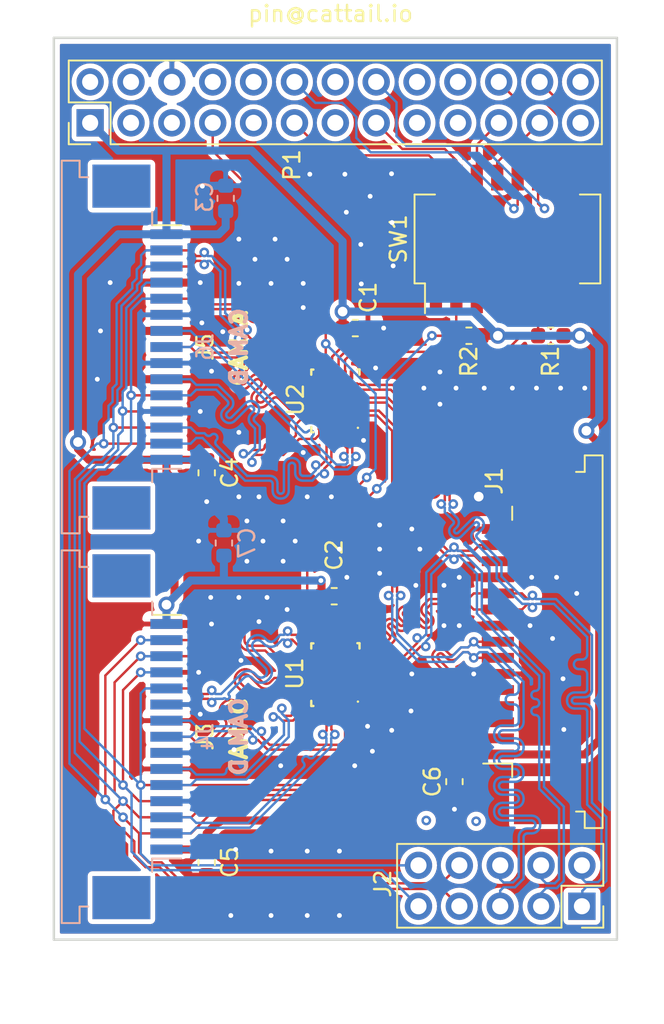
<source format=kicad_pcb>
(kicad_pcb (version 20171130) (host pcbnew "(5.1.5)-3")
  (title_block (date "15 nov 2012"))
  (layers (0 F.Cu jumper) (31 B.Cu signal) (34 B.Paste user) (35 F.Paste user) (36 B.SilkS user) (37 F.SilkS user) (38 B.Mask user) (39 F.Mask user) (44 Edge.Cuts user))
  (net 0 "")
  (net 1 +5V)
  (net 2 GND)
  (net 3 +3V3)
  (net 4 "Net-(P1-Pad4)")
  (net 5 /GPIO4)
  (net 6 "Net-(P1-Pad9)")
  (net 7 /GPIO17)
  (net 8 /GPIO18)
  (net 9 "Net-(P1-Pad14)")
  (net 10 /GPIO22)
  (net 11 /GPIO23)
  (net 12 "Net-(P1-Pad17)")
  (net 13 "Net-(P1-Pad20)")
  (net 14 /GPIO25)
  (net 15 "Net-(P1-Pad25)")
  (net 16 /SDA0)
  (net 17 /SCL0)
  (net 18 /CAM_CLK)
  (net 19 /CAM_GPIO)
  (net 20 "Net-(P1-Pad3)")
  (net 21 "Net-(P1-Pad5)")
  (net 22 "Net-(P1-Pad8)")
  (net 23 "Net-(P1-Pad10)")
  (net 24 "Net-(P1-Pad13)")
  (net 25 "Net-(P1-Pad18)")
  (net 26 "Net-(P1-Pad19)")
  (net 27 /GPIO9)
  (net 28 /GPIO11)
  (net 29 /GPIO8)
  (net 30 "Net-(P1-Pad26)")
  (net 31 /OE2)
  (net 32 /OE1)
  (net 33 "Net-(U1-Pad7)")
  (net 34 "Net-(U1-Pad24)")
  (net 35 "Net-(U2-Pad24)")
  (net 36 "Net-(U2-Pad7)")
  (net 37 /CAM_C+)
  (net 38 /CAM_C-)
  (net 39 /CAM_D1+)
  (net 40 /CAM_D1-)
  (net 41 /CAM_D0+)
  (net 42 /CAM_D0-)
  (net 43 /CAMA_D0-)
  (net 44 /CAMA_D0+)
  (net 45 /CAMA_D1-)
  (net 46 /CAMA_D1+)
  (net 47 /CAMA_C-)
  (net 48 /CAMA_C+)
  (net 49 /CAMB_C+)
  (net 50 /CAMB_C-)
  (net 51 /CAMB_D1+)
  (net 52 /CAMB_D0+)
  (net 53 /CAMB_D0-)
  (net 54 /CAMC_D0-)
  (net 55 /CAMC_D0+)
  (net 56 /CAMC_D1+)
  (net 57 /CAMC_C-)
  (net 58 /CAMC_C+)
  (net 59 /CAMD_C+)
  (net 60 /CAMD_C-)
  (net 61 /CAMD_D1+)
  (net 62 /CAMD_D1-)
  (net 63 /CAMD_D0+)
  (net 64 /CAMD_D0-)
  (net 65 /CAMB_D1-)
  (net 66 /CAMC_D1-)
  (module Capacitor_SMD:C_0603_1608Metric (layer B.Cu) (at 154.07 156.37 90)
    (fp_text reference C7 (at 0 1.43 90) (layer B.SilkS) (effects (justify mirror)))
    (fp_text value 100nF)
    (pad 1 smd roundrect (at -0.7875 0 90) (size 0.875 0.95) (layers B.Cu B.Paste B.Mask) (net 3 +3V3))
    (pad 2 smd roundrect (at 0.7875 0 90) (size 0.875 0.95) (layers B.Cu B.Paste B.Mask) (net 2 GND))
  )
  (module Connector_FFC-FPC:TE_1-84953-5_1x15-1MP_P1.0mm_Horizontal (layer F.Cu) (at 172.9 162.5 90)
    (fp_text reference J1 (at 9.99 -2.02 90) (layer F.SilkS))
    (fp_text value Conn_01x15)
    (pad MP smd rect (at 9.99 1 90) (size 2.68 3.6) (layers F.Cu F.Paste F.Mask))
    (pad MP smd rect (at -9.99 1 90) (size 2.68 3.6) (layers F.Cu F.Paste F.Mask))
    (pad 15 smd rect (at 7 -1.8 90) (size 0.61 2) (layers F.Cu F.Paste F.Mask) (net 2 GND))
    (pad 14 smd rect (at 6 -1.8 90) (size 0.61 2) (layers F.Cu F.Paste F.Mask) (net 42 /CAM_D0-))
    (pad 13 smd rect (at 5 -1.8 90) (size 0.61 2) (layers F.Cu F.Paste F.Mask) (net 41 /CAM_D0+))
    (pad 12 smd rect (at 4 -1.8 90) (size 0.61 2) (layers F.Cu F.Paste F.Mask) (net 2 GND))
    (pad 11 smd rect (at 3 -1.8 90) (size 0.61 2) (layers F.Cu F.Paste F.Mask) (net 40 /CAM_D1-))
    (pad 10 smd rect (at 2 -1.8 90) (size 0.61 2) (layers F.Cu F.Paste F.Mask) (net 39 /CAM_D1+))
    (pad 9 smd rect (at 1 -1.8 90) (size 0.61 2) (layers F.Cu F.Paste F.Mask) (net 2 GND))
    (pad 8 smd rect (at 0 -1.8 90) (size 0.61 2) (layers F.Cu F.Paste F.Mask) (net 38 /CAM_C-))
    (pad 7 smd rect (at -1 -1.8 90) (size 0.61 2) (layers F.Cu F.Paste F.Mask) (net 37 /CAM_C+))
    (pad 6 smd rect (at -2 -1.8 90) (size 0.61 2) (layers F.Cu F.Paste F.Mask) (net 2 GND))
    (pad 5 smd rect (at -3 -1.8 90) (size 0.61 2) (layers F.Cu F.Paste F.Mask) (net 19 /CAM_GPIO))
    (pad 4 smd rect (at -4 -1.8 90) (size 0.61 2) (layers F.Cu F.Paste F.Mask) (net 18 /CAM_CLK))
    (pad 3 smd rect (at -5 -1.8 90) (size 0.61 2) (layers F.Cu F.Paste F.Mask) (net 17 /SCL0))
    (pad 2 smd rect (at -6 -1.8 90) (size 0.61 2) (layers F.Cu F.Paste F.Mask) (net 16 /SDA0))
    (pad 1 smd rect (at -7 -1.8 90) (size 0.61 2) (layers F.Cu F.Paste F.Mask) (net 3 +3V3))
  )
  (module Connector_PinHeader_2.54mm:PinHeader_2x13_P2.54mm_Vertical (layer F.Cu) (at 145.75536 130.27914 90)
    (fp_text reference P1 (at -2.62086 12.54464 270) (layer F.SilkS))
    (fp_text value CONN_13X2)
    (pad 1 thru_hole rect (at 0 0 90) (size 1.7 1.7) (drill 1) (layers *.Cu *.Mask) (net 3 +3V3))
    (pad 2 thru_hole oval (at 2.54 0 90) (size 1.7 1.7) (drill 1) (layers *.Cu *.Mask) (net 1 +5V))
    (pad 3 thru_hole oval (at 0 2.54 90) (size 1.7 1.7) (drill 1) (layers *.Cu *.Mask) (net 20 "Net-(P1-Pad3)"))
    (pad 4 thru_hole oval (at 2.54 2.54 90) (size 1.7 1.7) (drill 1) (layers *.Cu *.Mask) (net 4 "Net-(P1-Pad4)"))
    (pad 5 thru_hole oval (at 0 5.08 90) (size 1.7 1.7) (drill 1) (layers *.Cu *.Mask) (net 21 "Net-(P1-Pad5)"))
    (pad 6 thru_hole oval (at 2.54 5.08 90) (size 1.7 1.7) (drill 1) (layers *.Cu *.Mask) (net 2 GND))
    (pad 7 thru_hole oval (at 0 7.62 90) (size 1.7 1.7) (drill 1) (layers *.Cu *.Mask) (net 5 /GPIO4))
    (pad 8 thru_hole oval (at 2.54 7.62 90) (size 1.7 1.7) (drill 1) (layers *.Cu *.Mask) (net 22 "Net-(P1-Pad8)"))
    (pad 9 thru_hole oval (at 0 10.16 90) (size 1.7 1.7) (drill 1) (layers *.Cu *.Mask) (net 6 "Net-(P1-Pad9)"))
    (pad 10 thru_hole oval (at 2.54 10.16 90) (size 1.7 1.7) (drill 1) (layers *.Cu *.Mask) (net 23 "Net-(P1-Pad10)"))
    (pad 11 thru_hole oval (at 0 12.7 90) (size 1.7 1.7) (drill 1) (layers *.Cu *.Mask) (net 7 /GPIO17))
    (pad 12 thru_hole oval (at 2.54 12.7 90) (size 1.7 1.7) (drill 1) (layers *.Cu *.Mask) (net 8 /GPIO18))
    (pad 13 thru_hole oval (at 0 15.24 90) (size 1.7 1.7) (drill 1) (layers *.Cu *.Mask) (net 24 "Net-(P1-Pad13)"))
    (pad 14 thru_hole oval (at 2.54 15.24 90) (size 1.7 1.7) (drill 1) (layers *.Cu *.Mask) (net 9 "Net-(P1-Pad14)"))
    (pad 15 thru_hole oval (at 0 17.78 90) (size 1.7 1.7) (drill 1) (layers *.Cu *.Mask) (net 10 /GPIO22))
    (pad 16 thru_hole oval (at 2.54 17.78 90) (size 1.7 1.7) (drill 1) (layers *.Cu *.Mask) (net 11 /GPIO23))
    (pad 17 thru_hole oval (at 0 20.32 90) (size 1.7 1.7) (drill 1) (layers *.Cu *.Mask) (net 12 "Net-(P1-Pad17)"))
    (pad 18 thru_hole oval (at 2.54 20.32 90) (size 1.7 1.7) (drill 1) (layers *.Cu *.Mask) (net 25 "Net-(P1-Pad18)"))
    (pad 19 thru_hole oval (at 0 22.86 90) (size 1.7 1.7) (drill 1) (layers *.Cu *.Mask) (net 26 "Net-(P1-Pad19)"))
    (pad 20 thru_hole oval (at 2.54 22.86 90) (size 1.7 1.7) (drill 1) (layers *.Cu *.Mask) (net 13 "Net-(P1-Pad20)"))
    (pad 21 thru_hole oval (at 0 25.4 90) (size 1.7 1.7) (drill 1) (layers *.Cu *.Mask) (net 27 /GPIO9))
    (pad 22 thru_hole oval (at 2.54 25.4 90) (size 1.7 1.7) (drill 1) (layers *.Cu *.Mask) (net 14 /GPIO25))
    (pad 23 thru_hole oval (at 0 27.94 90) (size 1.7 1.7) (drill 1) (layers *.Cu *.Mask) (net 28 /GPIO11))
    (pad 24 thru_hole oval (at 2.54 27.94 90) (size 1.7 1.7) (drill 1) (layers *.Cu *.Mask) (net 29 /GPIO8))
    (pad 25 thru_hole oval (at 0 30.48 90) (size 1.7 1.7) (drill 1) (layers *.Cu *.Mask) (net 15 "Net-(P1-Pad25)"))
    (pad 26 thru_hole oval (at 2.54 30.48 90) (size 1.7 1.7) (drill 1) (layers *.Cu *.Mask) (net 30 "Net-(P1-Pad26)"))
  )
  (module Capacitor_SMD:C_0603_1608Metric (layer F.Cu) (at 162.2375 143.025)
    (fp_text reference C1 (at 0.8025 -1.895 90) (layer F.SilkS))
    (fp_text value 100nF)
    (pad 1 smd roundrect (at -0.7875 0) (size 0.875 0.95) (layers F.Cu F.Paste F.Mask) (net 3 +3V3))
    (pad 2 smd roundrect (at 0.7875 0) (size 0.875 0.95) (layers F.Cu F.Paste F.Mask) (net 2 GND))
  )
  (module Capacitor_SMD:C_0603_1608Metric (layer F.Cu) (at 160.925 159.675)
    (fp_text reference C2 (at 0 -2.555 90) (layer F.SilkS))
    (fp_text value 100nF)
    (pad 2 smd roundrect (at 0.7875 0) (size 0.875 0.95) (layers F.Cu F.Paste F.Mask) (net 2 GND))
    (pad 1 smd roundrect (at -0.7875 0) (size 0.875 0.95) (layers F.Cu F.Paste F.Mask) (net 3 +3V3))
  )
  (module Capacitor_SMD:C_0603_1608Metric (layer B.Cu) (at 154.18 134.97 90)
    (fp_text reference C3 (at 0.0875 -1.3 90) (layer B.SilkS) (effects (justify mirror)))
    (fp_text value 100nF)
    (pad 1 smd roundrect (at -0.7875 0 90) (size 0.875 0.95) (layers B.Cu B.Paste B.Mask) (net 3 +3V3))
    (pad 2 smd roundrect (at 0.7875 0 90) (size 0.875 0.95) (layers B.Cu B.Paste B.Mask) (net 2 GND))
  )
  (module Capacitor_SMD:C_0603_1608Metric (layer F.Cu) (at 153 152.0125 270)
    (fp_text reference C4 (at 0 -1.43 270) (layer F.SilkS))
    (fp_text value 100nF)
    (pad 2 smd roundrect (at 0.7875 0 270) (size 0.875 0.95) (layers F.Cu F.Paste F.Mask) (net 2 GND))
    (pad 1 smd roundrect (at -0.7875 0 270) (size 0.875 0.95) (layers F.Cu F.Paste F.Mask) (net 3 +3V3))
  )
  (module Capacitor_SMD:C_0603_1608Metric (layer F.Cu) (at 153 176.2 270)
    (fp_text reference C5 (at 0 -1.43 270) (layer F.SilkS))
    (fp_text value 100nF)
    (pad 1 smd roundrect (at -0.7875 0 270) (size 0.875 0.95) (layers F.Cu F.Paste F.Mask) (net 3 +3V3))
    (pad 2 smd roundrect (at 0.7875 0 270) (size 0.875 0.95) (layers F.Cu F.Paste F.Mask) (net 2 GND))
  )
  (module Capacitor_SMD:C_0603_1608Metric (layer F.Cu) (at 168.4 171.1875 270)
    (fp_text reference C6 (at 0 1.375 270) (layer F.SilkS))
    (fp_text value 100nF)
    (pad 2 smd roundrect (at 0.7875 0 270) (size 0.875 0.95) (layers F.Cu F.Paste F.Mask) (net 2 GND))
    (pad 1 smd roundrect (at -0.7875 0 270) (size 0.875 0.95) (layers F.Cu F.Paste F.Mask) (net 3 +3V3))
  )
  (module Connector_PinSocket_2.54mm:PinSocket_2x05_P2.54mm_Vertical (layer F.Cu) (at 176.325 178.925 270)
    (fp_text reference J2 (at -1.4 12.375 270) (layer F.SilkS))
    (fp_text value Conn_02x05_Odd_Even)
    (pad 1 thru_hole rect (at 0 0 270) (size 1.7 1.7) (drill 1) (layers *.Cu *.Mask) (net 40 /CAM_D1-))
    (pad 2 thru_hole oval (at -2.54 0 270) (size 1.7 1.7) (drill 1) (layers *.Cu *.Mask) (net 39 /CAM_D1+))
    (pad 3 thru_hole oval (at 0 2.54 270) (size 1.7 1.7) (drill 1) (layers *.Cu *.Mask) (net 42 /CAM_D0-))
    (pad 4 thru_hole oval (at -2.54 2.54 270) (size 1.7 1.7) (drill 1) (layers *.Cu *.Mask) (net 41 /CAM_D0+))
    (pad 5 thru_hole oval (at 0 5.08 270) (size 1.7 1.7) (drill 1) (layers *.Cu *.Mask) (net 38 /CAM_C-))
    (pad 6 thru_hole oval (at -2.54 5.08 270) (size 1.7 1.7) (drill 1) (layers *.Cu *.Mask) (net 37 /CAM_C+))
    (pad 7 thru_hole oval (at 0 7.62 270) (size 1.7 1.7) (drill 1) (layers *.Cu *.Mask) (net 17 /SCL0))
    (pad 8 thru_hole oval (at -2.54 7.62 270) (size 1.7 1.7) (drill 1) (layers *.Cu *.Mask) (net 16 /SDA0))
    (pad 9 thru_hole oval (at 0 10.16 270) (size 1.7 1.7) (drill 1) (layers *.Cu *.Mask) (net 18 /CAM_CLK))
    (pad 10 thru_hole oval (at -2.54 10.16 270) (size 1.7 1.7) (drill 1) (layers *.Cu *.Mask) (net 19 /CAM_GPIO))
  )
  (module Connector_FFC-FPC:TE_1-84953-5_1x15-1MP_P1.0mm_Horizontal (layer F.Cu) (at 148.7 168.4 270)
    (fp_text reference J3 (at 0 -4.2 270) (layer F.SilkS))
    (fp_text value Conn_01x15)
    (pad 1 smd rect (at -7 -1.8 270) (size 0.61 2) (layers F.Cu F.Paste F.Mask) (net 2 GND))
    (pad 2 smd rect (at -6 -1.8 270) (size 0.61 2) (layers F.Cu F.Paste F.Mask) (net 43 /CAMA_D0-))
    (pad 3 smd rect (at -5 -1.8 270) (size 0.61 2) (layers F.Cu F.Paste F.Mask) (net 44 /CAMA_D0+))
    (pad 4 smd rect (at -4 -1.8 270) (size 0.61 2) (layers F.Cu F.Paste F.Mask) (net 2 GND))
    (pad 5 smd rect (at -3 -1.8 270) (size 0.61 2) (layers F.Cu F.Paste F.Mask) (net 45 /CAMA_D1-))
    (pad 6 smd rect (at -2 -1.8 270) (size 0.61 2) (layers F.Cu F.Paste F.Mask) (net 46 /CAMA_D1+))
    (pad 7 smd rect (at -1 -1.8 270) (size 0.61 2) (layers F.Cu F.Paste F.Mask) (net 2 GND))
    (pad 8 smd rect (at 0 -1.8 270) (size 0.61 2) (layers F.Cu F.Paste F.Mask) (net 47 /CAMA_C-))
    (pad 9 smd rect (at 1 -1.8 270) (size 0.61 2) (layers F.Cu F.Paste F.Mask) (net 48 /CAMA_C+))
    (pad 10 smd rect (at 2 -1.8 270) (size 0.61 2) (layers F.Cu F.Paste F.Mask) (net 2 GND))
    (pad 11 smd rect (at 3 -1.8 270) (size 0.61 2) (layers F.Cu F.Paste F.Mask) (net 19 /CAM_GPIO))
    (pad 12 smd rect (at 4 -1.8 270) (size 0.61 2) (layers F.Cu F.Paste F.Mask) (net 18 /CAM_CLK))
    (pad 13 smd rect (at 5 -1.8 270) (size 0.61 2) (layers F.Cu F.Paste F.Mask) (net 17 /SCL0))
    (pad 14 smd rect (at 6 -1.8 270) (size 0.61 2) (layers F.Cu F.Paste F.Mask) (net 16 /SDA0))
    (pad 15 smd rect (at 7 -1.8 270) (size 0.61 2) (layers F.Cu F.Paste F.Mask) (net 3 +3V3))
    (pad MP smd rect (at -9.99 1 270) (size 2.68 3.6) (layers F.Cu F.Paste F.Mask))
    (pad MP smd rect (at 9.99 1 270) (size 2.68 3.6) (layers F.Cu F.Paste F.Mask))
  )
  (module Connector_FFC-FPC:TE_1-84953-5_1x15-1MP_P1.0mm_Horizontal (layer B.Cu) (at 148.7 168.4 90)
    (fp_text reference J4 (at 0 4.2 90) (layer B.SilkS) (effects (justify mirror)))
    (fp_text value Conn_01x15)
    (pad MP smd rect (at 9.99 -1 90) (size 2.68 3.6) (layers B.Cu B.Paste B.Mask))
    (pad MP smd rect (at -9.99 -1 90) (size 2.68 3.6) (layers B.Cu B.Paste B.Mask))
    (pad 15 smd rect (at 7 1.8 90) (size 0.61 2) (layers B.Cu B.Paste B.Mask) (net 3 +3V3))
    (pad 14 smd rect (at 6 1.8 90) (size 0.61 2) (layers B.Cu B.Paste B.Mask) (net 16 /SDA0))
    (pad 13 smd rect (at 5 1.8 90) (size 0.61 2) (layers B.Cu B.Paste B.Mask) (net 17 /SCL0))
    (pad 12 smd rect (at 4 1.8 90) (size 0.61 2) (layers B.Cu B.Paste B.Mask) (net 18 /CAM_CLK))
    (pad 11 smd rect (at 3 1.8 90) (size 0.61 2) (layers B.Cu B.Paste B.Mask) (net 19 /CAM_GPIO))
    (pad 10 smd rect (at 2 1.8 90) (size 0.61 2) (layers B.Cu B.Paste B.Mask) (net 2 GND))
    (pad 9 smd rect (at 1 1.8 90) (size 0.61 2) (layers B.Cu B.Paste B.Mask) (net 49 /CAMB_C+))
    (pad 8 smd rect (at 0 1.8 90) (size 0.61 2) (layers B.Cu B.Paste B.Mask) (net 50 /CAMB_C-))
    (pad 7 smd rect (at -1 1.8 90) (size 0.61 2) (layers B.Cu B.Paste B.Mask) (net 2 GND))
    (pad 6 smd rect (at -2 1.8 90) (size 0.61 2) (layers B.Cu B.Paste B.Mask) (net 51 /CAMB_D1+))
    (pad 5 smd rect (at -3 1.8 90) (size 0.61 2) (layers B.Cu B.Paste B.Mask) (net 65 /CAMB_D1-))
    (pad 4 smd rect (at -4 1.8 90) (size 0.61 2) (layers B.Cu B.Paste B.Mask) (net 2 GND))
    (pad 3 smd rect (at -5 1.8 90) (size 0.61 2) (layers B.Cu B.Paste B.Mask) (net 52 /CAMB_D0+))
    (pad 2 smd rect (at -6 1.8 90) (size 0.61 2) (layers B.Cu B.Paste B.Mask) (net 53 /CAMB_D0-))
    (pad 1 smd rect (at -7 1.8 90) (size 0.61 2) (layers B.Cu B.Paste B.Mask) (net 2 GND))
  )
  (module Connector_FFC-FPC:TE_1-84953-5_1x15-1MP_P1.0mm_Horizontal (layer F.Cu) (at 148.7 144.2 270)
    (fp_text reference J5 (at 0 -4.2 270) (layer F.SilkS))
    (fp_text value Conn_01x15)
    (pad 1 smd rect (at -7 -1.8 270) (size 0.61 2) (layers F.Cu F.Paste F.Mask) (net 2 GND))
    (pad 2 smd rect (at -6 -1.8 270) (size 0.61 2) (layers F.Cu F.Paste F.Mask) (net 54 /CAMC_D0-))
    (pad 3 smd rect (at -5 -1.8 270) (size 0.61 2) (layers F.Cu F.Paste F.Mask) (net 55 /CAMC_D0+))
    (pad 4 smd rect (at -4 -1.8 270) (size 0.61 2) (layers F.Cu F.Paste F.Mask) (net 2 GND))
    (pad 5 smd rect (at -3 -1.8 270) (size 0.61 2) (layers F.Cu F.Paste F.Mask) (net 66 /CAMC_D1-))
    (pad 6 smd rect (at -2 -1.8 270) (size 0.61 2) (layers F.Cu F.Paste F.Mask) (net 56 /CAMC_D1+))
    (pad 7 smd rect (at -1 -1.8 270) (size 0.61 2) (layers F.Cu F.Paste F.Mask) (net 2 GND))
    (pad 8 smd rect (at 0 -1.8 270) (size 0.61 2) (layers F.Cu F.Paste F.Mask) (net 57 /CAMC_C-))
    (pad 9 smd rect (at 1 -1.8 270) (size 0.61 2) (layers F.Cu F.Paste F.Mask) (net 58 /CAMC_C+))
    (pad 10 smd rect (at 2 -1.8 270) (size 0.61 2) (layers F.Cu F.Paste F.Mask) (net 2 GND))
    (pad 11 smd rect (at 3 -1.8 270) (size 0.61 2) (layers F.Cu F.Paste F.Mask) (net 19 /CAM_GPIO))
    (pad 12 smd rect (at 4 -1.8 270) (size 0.61 2) (layers F.Cu F.Paste F.Mask) (net 18 /CAM_CLK))
    (pad 13 smd rect (at 5 -1.8 270) (size 0.61 2) (layers F.Cu F.Paste F.Mask) (net 17 /SCL0))
    (pad 14 smd rect (at 6 -1.8 270) (size 0.61 2) (layers F.Cu F.Paste F.Mask) (net 16 /SDA0))
    (pad 15 smd rect (at 7 -1.8 270) (size 0.61 2) (layers F.Cu F.Paste F.Mask) (net 3 +3V3))
    (pad MP smd rect (at -9.99 1 270) (size 2.68 3.6) (layers F.Cu F.Paste F.Mask))
    (pad MP smd rect (at 9.99 1 270) (size 2.68 3.6) (layers F.Cu F.Paste F.Mask))
  )
  (module Connector_FFC-FPC:TE_1-84953-5_1x15-1MP_P1.0mm_Horizontal (layer B.Cu) (at 148.7 144.2 90)
    (fp_text reference J6 (at 0 4.2 90) (layer B.SilkS) (effects (justify mirror)))
    (fp_text value Conn_01x15)
    (pad 1 smd rect (at -7 1.8 90) (size 0.61 2) (layers B.Cu B.Paste B.Mask) (net 2 GND))
    (pad 2 smd rect (at -6 1.8 90) (size 0.61 2) (layers B.Cu B.Paste B.Mask) (net 64 /CAMD_D0-))
    (pad 3 smd rect (at -5 1.8 90) (size 0.61 2) (layers B.Cu B.Paste B.Mask) (net 63 /CAMD_D0+))
    (pad 4 smd rect (at -4 1.8 90) (size 0.61 2) (layers B.Cu B.Paste B.Mask) (net 2 GND))
    (pad 5 smd rect (at -3 1.8 90) (size 0.61 2) (layers B.Cu B.Paste B.Mask) (net 62 /CAMD_D1-))
    (pad 6 smd rect (at -2 1.8 90) (size 0.61 2) (layers B.Cu B.Paste B.Mask) (net 61 /CAMD_D1+))
    (pad 7 smd rect (at -1 1.8 90) (size 0.61 2) (layers B.Cu B.Paste B.Mask) (net 2 GND))
    (pad 8 smd rect (at 0 1.8 90) (size 0.61 2) (layers B.Cu B.Paste B.Mask) (net 60 /CAMD_C-))
    (pad 9 smd rect (at 1 1.8 90) (size 0.61 2) (layers B.Cu B.Paste B.Mask) (net 59 /CAMD_C+))
    (pad 10 smd rect (at 2 1.8 90) (size 0.61 2) (layers B.Cu B.Paste B.Mask) (net 2 GND))
    (pad 11 smd rect (at 3 1.8 90) (size 0.61 2) (layers B.Cu B.Paste B.Mask) (net 19 /CAM_GPIO))
    (pad 12 smd rect (at 4 1.8 90) (size 0.61 2) (layers B.Cu B.Paste B.Mask) (net 18 /CAM_CLK))
    (pad 13 smd rect (at 5 1.8 90) (size 0.61 2) (layers B.Cu B.Paste B.Mask) (net 17 /SCL0))
    (pad 14 smd rect (at 6 1.8 90) (size 0.61 2) (layers B.Cu B.Paste B.Mask) (net 16 /SDA0))
    (pad 15 smd rect (at 7 1.8 90) (size 0.61 2) (layers B.Cu B.Paste B.Mask) (net 3 +3V3))
    (pad MP smd rect (at -9.99 -1 90) (size 2.68 3.6) (layers B.Cu B.Paste B.Mask))
    (pad MP smd rect (at 9.99 -1 90) (size 2.68 3.6) (layers B.Cu B.Paste B.Mask))
  )
  (module Resistor_SMD:R_0603_1608Metric (layer F.Cu) (at 174.3875 143.5 180)
    (fp_text reference R1 (at 0.0125 -1.6 270) (layer F.SilkS))
    (fp_text value 10k)
    (pad 1 smd roundrect (at -0.7875 0 180) (size 0.875 0.95) (layers F.Cu F.Paste F.Mask) (net 3 +3V3))
    (pad 2 smd roundrect (at 0.7875 0 180) (size 0.875 0.95) (layers F.Cu F.Paste F.Mask) (net 31 /OE2))
  )
  (module Resistor_SMD:R_0603_1608Metric (layer F.Cu) (at 169.3 143.5 180)
    (fp_text reference R2 (at 0 -1.6 270) (layer F.SilkS))
    (fp_text value 10k)
    (pad 2 smd roundrect (at 0.7875 0 180) (size 0.875 0.95) (layers F.Cu F.Paste F.Mask) (net 32 /OE1))
    (pad 1 smd roundrect (at -0.7875 0 180) (size 0.875 0.95) (layers F.Cu F.Paste F.Mask) (net 3 +3V3))
  )
  (module Button_Switch_SMD:SW_DIP_SPSTx08_Slide_Copal_CHS-08B_W7.62mm_P1.27mm (layer F.Cu) (at 171.695 137.49 90)
    (fp_text reference SW1 (at 0 -6.775 90) (layer F.SilkS))
    (fp_text value SW_DIP_x08)
    (pad 1 smd rect (at -3.81 -4.445 90) (size 1.6 0.76) (layers F.Cu F.Paste F.Mask) (net 32 /OE1))
    (pad 9 smd rect (at 3.81 4.445 90) (size 1.6 0.76) (layers F.Cu F.Paste F.Mask) (net 29 /GPIO8))
    (pad 2 smd rect (at -3.81 -3.175 90) (size 1.6 0.76) (layers F.Cu F.Paste F.Mask) (net 32 /OE1))
    (pad 10 smd rect (at 3.81 3.175 90) (size 1.6 0.76) (layers F.Cu F.Paste F.Mask) (net 14 /GPIO25))
    (pad 3 smd rect (at -3.81 -1.905 90) (size 1.6 0.76) (layers F.Cu F.Paste F.Mask) (net 32 /OE1))
    (pad 11 smd rect (at 3.81 1.905 90) (size 1.6 0.76) (layers F.Cu F.Paste F.Mask) (net 11 /GPIO23))
    (pad 4 smd rect (at -3.81 -0.635 90) (size 1.6 0.76) (layers F.Cu F.Paste F.Mask) (net 32 /OE1))
    (pad 12 smd rect (at 3.81 0.635 90) (size 1.6 0.76) (layers F.Cu F.Paste F.Mask) (net 8 /GPIO18))
    (pad 5 smd rect (at -3.81 0.635 90) (size 1.6 0.76) (layers F.Cu F.Paste F.Mask) (net 31 /OE2))
    (pad 13 smd rect (at 3.81 -0.635 90) (size 1.6 0.76) (layers F.Cu F.Paste F.Mask) (net 28 /GPIO11))
    (pad 6 smd rect (at -3.81 1.905 90) (size 1.6 0.76) (layers F.Cu F.Paste F.Mask) (net 31 /OE2))
    (pad 14 smd rect (at 3.81 -1.905 90) (size 1.6 0.76) (layers F.Cu F.Paste F.Mask) (net 27 /GPIO9))
    (pad 7 smd rect (at -3.81 3.175 90) (size 1.6 0.76) (layers F.Cu F.Paste F.Mask) (net 31 /OE2))
    (pad 15 smd rect (at 3.81 -3.175 90) (size 1.6 0.76) (layers F.Cu F.Paste F.Mask) (net 10 /GPIO22))
    (pad 8 smd rect (at -3.81 4.445 90) (size 1.6 0.76) (layers F.Cu F.Paste F.Mask) (net 31 /OE2))
    (pad 16 smd rect (at 3.81 -4.445 90) (size 1.6 0.76) (layers F.Cu F.Paste F.Mask) (net 7 /GPIO17))
  )
  (module rasp4cam:UMLP-24_2.4x3.4_Pitch0.4mm (layer F.Cu) (at 161 164.5 180)
    (fp_text reference U1 (at 2.52 0.02 270) (layer F.SilkS))
    (fp_text value FSA642)
    (pad 24 smd rect (at -1 -1.5685 180) (size 0.225 0.563) (layers F.Cu F.Paste F.Mask) (net 34 "Net-(U1-Pad24)"))
    (pad 23 smd rect (at -0.6 -1.5685 180) (size 0.225 0.563) (layers F.Cu F.Paste F.Mask) (net 50 /CAMB_C-))
    (pad 22 smd rect (at -0.2 -1.5685 180) (size 0.225 0.563) (layers F.Cu F.Paste F.Mask) (net 49 /CAMB_C+))
    (pad 21 smd rect (at 0.2 -1.5685 180) (size 0.225 0.563) (layers F.Cu F.Paste F.Mask) (net 53 /CAMB_D0-))
    (pad 20 smd rect (at 0.6 -1.5685 180) (size 0.225 0.563) (layers F.Cu F.Paste F.Mask) (net 52 /CAMB_D0+))
    (pad 19 smd rect (at 1 -1.5685 180) (size 0.225 0.563) (layers F.Cu F.Paste F.Mask) (net 51 /CAMB_D1+))
    (pad 18 smd rect (at 1.1185 -1 270) (size 0.225 0.563) (layers F.Cu F.Paste F.Mask) (net 65 /CAMB_D1-))
    (pad 17 smd rect (at 1.1185 -0.6 270) (size 0.225 0.563) (layers F.Cu F.Paste F.Mask) (net 48 /CAMA_C+))
    (pad 16 smd rect (at 1.1185 -0.2 270) (size 0.225 0.563) (layers F.Cu F.Paste F.Mask) (net 47 /CAMA_C-))
    (pad 15 smd rect (at 1.1185 0.2 270) (size 0.225 0.563) (layers F.Cu F.Paste F.Mask) (net 44 /CAMA_D0+))
    (pad 14 smd rect (at 1.1185 0.6 270) (size 0.225 0.563) (layers F.Cu F.Paste F.Mask) (net 43 /CAMA_D0-))
    (pad 13 smd rect (at 1.1185 1 270) (size 0.225 0.563) (layers F.Cu F.Paste F.Mask) (net 46 /CAMA_D1+))
    (pad 12 smd rect (at 1 1.5685 180) (size 0.225 0.563) (layers F.Cu F.Paste F.Mask) (net 45 /CAMA_D1-))
    (pad 11 smd rect (at 0.6 1.5685 180) (size 0.225 0.563) (layers F.Cu F.Paste F.Mask) (net 5 /GPIO4))
    (pad 10 smd rect (at 0.2 1.5685 180) (size 0.225 0.563) (layers F.Cu F.Paste F.Mask) (net 3 +3V3))
    (pad 9 smd rect (at -0.2 1.5685 180) (size 0.225 0.563) (layers F.Cu F.Paste F.Mask) (net 2 GND))
    (pad 8 smd rect (at -0.6 1.5685 180) (size 0.225 0.563) (layers F.Cu F.Paste F.Mask) (net 32 /OE1))
    (pad 7 smd rect (at -1 1.5685 180) (size 0.225 0.563) (layers F.Cu F.Paste F.Mask) (net 33 "Net-(U1-Pad7)"))
    (pad 6 smd rect (at -1.1185 1 270) (size 0.225 0.563) (layers F.Cu F.Paste F.Mask) (net 40 /CAM_D1-))
    (pad 5 smd rect (at -1.1185 0.6 270) (size 0.225 0.563) (layers F.Cu F.Paste F.Mask) (net 39 /CAM_D1+))
    (pad 4 smd rect (at -1.1185 0.2 270) (size 0.225 0.563) (layers F.Cu F.Paste F.Mask) (net 42 /CAM_D0-))
    (pad 3 smd rect (at -1.1185 -0.2 270) (size 0.225 0.563) (layers F.Cu F.Paste F.Mask) (net 41 /CAM_D0+))
    (pad 2 smd rect (at -1.1185 -0.6 270) (size 0.225 0.563) (layers F.Cu F.Paste F.Mask) (net 38 /CAM_C-))
    (pad 1 smd rect (at -1.0685 -1 270) (size 0.225 0.663) (layers F.Cu F.Paste F.Mask) (net 37 /CAM_C+))
  )
  (module rasp4cam:UMLP-24_2.4x3.4_Pitch0.4mm (layer F.Cu) (at 161 147.5 180)
    (fp_text reference U2 (at 2.48 0.03 270) (layer F.SilkS))
    (fp_text value FSA642)
    (pad 1 smd rect (at -1.0685 -1 270) (size 0.225 0.663) (layers F.Cu F.Paste F.Mask) (net 37 /CAM_C+))
    (pad 2 smd rect (at -1.1185 -0.6 270) (size 0.225 0.563) (layers F.Cu F.Paste F.Mask) (net 38 /CAM_C-))
    (pad 3 smd rect (at -1.1185 -0.2 270) (size 0.225 0.563) (layers F.Cu F.Paste F.Mask) (net 41 /CAM_D0+))
    (pad 4 smd rect (at -1.1185 0.2 270) (size 0.225 0.563) (layers F.Cu F.Paste F.Mask) (net 42 /CAM_D0-))
    (pad 5 smd rect (at -1.1185 0.6 270) (size 0.225 0.563) (layers F.Cu F.Paste F.Mask) (net 39 /CAM_D1+))
    (pad 6 smd rect (at -1.1185 1 270) (size 0.225 0.563) (layers F.Cu F.Paste F.Mask) (net 40 /CAM_D1-))
    (pad 7 smd rect (at -1 1.5685 180) (size 0.225 0.563) (layers F.Cu F.Paste F.Mask) (net 36 "Net-(U2-Pad7)"))
    (pad 8 smd rect (at -0.6 1.5685 180) (size 0.225 0.563) (layers F.Cu F.Paste F.Mask) (net 31 /OE2))
    (pad 9 smd rect (at -0.2 1.5685 180) (size 0.225 0.563) (layers F.Cu F.Paste F.Mask) (net 2 GND))
    (pad 10 smd rect (at 0.2 1.5685 180) (size 0.225 0.563) (layers F.Cu F.Paste F.Mask) (net 3 +3V3))
    (pad 11 smd rect (at 0.6 1.5685 180) (size 0.225 0.563) (layers F.Cu F.Paste F.Mask) (net 5 /GPIO4))
    (pad 12 smd rect (at 1 1.5685 180) (size 0.225 0.563) (layers F.Cu F.Paste F.Mask) (net 66 /CAMC_D1-))
    (pad 13 smd rect (at 1.1185 1 270) (size 0.225 0.563) (layers F.Cu F.Paste F.Mask) (net 56 /CAMC_D1+))
    (pad 14 smd rect (at 1.1185 0.6 270) (size 0.225 0.563) (layers F.Cu F.Paste F.Mask) (net 54 /CAMC_D0-))
    (pad 15 smd rect (at 1.1185 0.2 270) (size 0.225 0.563) (layers F.Cu F.Paste F.Mask) (net 55 /CAMC_D0+))
    (pad 16 smd rect (at 1.1185 -0.2 270) (size 0.225 0.563) (layers F.Cu F.Paste F.Mask) (net 57 /CAMC_C-))
    (pad 17 smd rect (at 1.1185 -0.6 270) (size 0.225 0.563) (layers F.Cu F.Paste F.Mask) (net 58 /CAMC_C+))
    (pad 18 smd rect (at 1.1185 -1 270) (size 0.225 0.563) (layers F.Cu F.Paste F.Mask) (net 62 /CAMD_D1-))
    (pad 19 smd rect (at 1 -1.5685 180) (size 0.225 0.563) (layers F.Cu F.Paste F.Mask) (net 61 /CAMD_D1+))
    (pad 20 smd rect (at 0.6 -1.5685 180) (size 0.225 0.563) (layers F.Cu F.Paste F.Mask) (net 63 /CAMD_D0+))
    (pad 21 smd rect (at 0.2 -1.5685 180) (size 0.225 0.563) (layers F.Cu F.Paste F.Mask) (net 64 /CAMD_D0-))
    (pad 22 smd rect (at -0.2 -1.5685 180) (size 0.225 0.563) (layers F.Cu F.Paste F.Mask) (net 59 /CAMD_C+))
    (pad 23 smd rect (at -0.6 -1.5685 180) (size 0.225 0.563) (layers F.Cu F.Paste F.Mask) (net 60 /CAMD_C-))
    (pad 24 smd rect (at -1 -1.5685 180) (size 0.225 0.563) (layers F.Cu F.Paste F.Mask) (net 35 "Net-(U2-Pad24)"))
  )
  (gr_text pin@cattail.io (at 160.7 123.5) (layer F.SilkS) (effects (font (size 1 1))))
  (gr_text "CAM D" (at 155 168.39 90) (layer B.SilkS) (effects (font (size 1 1) (thickness 0.25)) (justify mirror)))
  (gr_text "CAM B" (at 155 144.2 90) (layer B.SilkS) (effects (font (size 1 1) (thickness 0.25)) (justify mirror)))
  (gr_text "CAM C" (at 155 168.4 90) (layer F.SilkS) (effects (font (size 1 1) (thickness 0.25))))
  (gr_text "CAM A" (at 155 144.3 90) (layer F.SilkS) (effects (font (size 1 1) (thickness 0.25))))
  (gr_line (start 178.5 125) (end 143.5 125) (angle 90) (layer Edge.Cuts) (width 0.15))
  (gr_line (start 178.5 181) (end 178.5 125) (angle 90) (layer Edge.Cuts) (width 0.15))
  (gr_line (start 143.5 181) (end 178.5 181) (angle 90) (layer Edge.Cuts) (width 0.15))
  (gr_line (start 143.5 125) (end 143.5 181) (angle 90) (layer Edge.Cuts) (width 0.15))
  (via (at 166.65 173.6) (size 0.6) (drill 0.3) (layers F.Cu B.Cu) (net 0))
  (via (at 169.75 173.65) (size 0.6) (drill 0.3) (layers F.Cu B.Cu) (net 0))
  (via (at 175.15 164.8) (size 0.6) (drill 0.3) (layers F.Cu B.Cu) (net 2))
  (via (at 175.2 167.95) (size 0.6) (drill 0.3) (layers F.Cu B.Cu) (net 2))
  (via (at 154.5 179.5) (size 0.6) (drill 0.3) (layers F.Cu B.Cu) (net 2))
  (via (at 157 179.5) (size 0.6) (drill 0.3) (layers F.Cu B.Cu) (net 2))
  (via (at 159.25 179.5) (size 0.6) (drill 0.3) (layers F.Cu B.Cu) (net 2))
  (via (at 161.25 179.5) (size 0.6) (drill 0.3) (layers F.Cu B.Cu) (net 2))
  (via (at 156.25 161.25) (size 0.6) (drill 0.3) (layers F.Cu B.Cu) (net 2))
  (via (at 158 160.5) (size 0.6) (drill 0.3) (layers F.Cu B.Cu) (net 2))
  (via (at 156.75 159.75) (size 0.6) (drill 0.3) (layers F.Cu B.Cu) (net 2))
  (via (at 155 159.75) (size 0.6) (drill 0.3) (layers F.Cu B.Cu) (net 2))
  (via (at 153.25 159.75) (size 0.6) (drill 0.3) (layers F.Cu B.Cu) (net 2))
  (via (at 165.75 155.5) (size 0.6) (drill 0.3) (layers F.Cu B.Cu) (net 2))
  (via (at 166.25 156.75) (size 0.6) (drill 0.3) (layers F.Cu B.Cu) (net 2))
  (via (at 167.75 159) (size 0.6) (drill 0.3) (layers F.Cu B.Cu) (net 2))
  (via (at 166 159) (size 0.6) (drill 0.3) (layers F.Cu B.Cu) (net 2))
  (via (at 163.75 155.25) (size 0.6) (drill 0.3) (layers F.Cu B.Cu) (net 2))
  (via (at 163.75 156.75) (size 0.6) (drill 0.3) (layers F.Cu B.Cu) (net 2))
  (via (at 163.75 158.25) (size 0.6) (drill 0.3) (layers F.Cu B.Cu) (net 2))
  (via (at 155 153.5) (size 0.6) (drill 0.3) (layers F.Cu B.Cu) (net 2))
  (via (at 156.25 153.5) (size 0.6) (drill 0.3) (layers F.Cu B.Cu) (net 2))
  (via (at 159.25 153.5) (size 0.6) (drill 0.3) (layers F.Cu B.Cu) (net 2))
  (via (at 160.75 153.5) (size 0.6) (drill 0.3) (layers F.Cu B.Cu) (net 2))
  (via (at 155.5 155) (size 0.6) (drill 0.3) (layers F.Cu B.Cu) (net 2))
  (via (at 157.75 155) (size 0.6) (drill 0.3) (layers F.Cu B.Cu) (net 2))
  (via (at 158.5 156.25) (size 0.6) (drill 0.3) (layers F.Cu B.Cu) (net 2))
  (via (at 156.5 156.25) (size 0.6) (drill 0.3) (layers F.Cu B.Cu) (net 2))
  (via (at 152.5 156.25) (size 0.6) (drill 0.3) (layers F.Cu B.Cu) (net 2))
  (via (at 155.5 157.5) (size 0.6) (drill 0.3) (layers F.Cu B.Cu) (net 2))
  (via (at 157.75 157.5) (size 0.6) (drill 0.3) (layers F.Cu B.Cu) (net 2))
  (via (at 155 149.5) (size 0.6) (drill 0.3) (layers F.Cu B.Cu) (net 2))
  (via (at 159 150.75) (size 0.6) (drill 0.3) (layers F.Cu B.Cu) (net 2))
  (via (at 154 143.25) (size 0.6) (drill 0.3) (layers F.Cu B.Cu) (net 2))
  (via (at 163.5 145.5) (size 0.6) (drill 0.3) (layers F.Cu B.Cu) (net 2))
  (via (at 162.75 150) (size 0.6) (drill 0.3) (layers F.Cu B.Cu) (net 2))
  (via (at 155 140.25) (size 0.6) (drill 0.3) (layers F.Cu B.Cu) (net 2))
  (via (at 157 140.25) (size 0.6) (drill 0.3) (layers F.Cu B.Cu) (net 2))
  (via (at 159 140.25) (size 0.6) (drill 0.3) (layers F.Cu B.Cu) (net 2))
  (via (at 174.75 158.5) (size 0.6) (drill 0.3) (layers F.Cu B.Cu) (net 2))
  (via (at 176 159.5) (size 0.6) (drill 0.3) (layers F.Cu B.Cu) (net 2))
  (via (at 175 146.75) (size 0.6) (drill 0.3) (layers F.Cu B.Cu) (net 2))
  (via (at 172 146.75) (size 0.6) (drill 0.3) (layers F.Cu B.Cu) (net 2))
  (via (at 173.5 146.75) (size 0.6) (drill 0.3) (layers F.Cu B.Cu) (net 2))
  (via (at 159 141.75) (size 0.6) (drill 0.3) (layers F.Cu B.Cu) (net 2))
  (via (at 158 138.75) (size 0.6) (drill 0.3) (layers F.Cu B.Cu) (net 2))
  (via (at 156 138.75) (size 0.6) (drill 0.3) (layers F.Cu B.Cu) (net 2))
  (via (at 155 137.5) (size 0.6) (drill 0.3) (layers F.Cu B.Cu) (net 2))
  (via (at 157.25 137.5) (size 0.6) (drill 0.3) (layers F.Cu B.Cu) (net 2))
  (via (at 163 167.75) (size 0.6) (drill 0.3) (layers F.Cu B.Cu) (net 2))
  (via (at 165.75 164.5) (size 0.6) (drill 0.3) (layers F.Cu B.Cu) (net 2))
  (via (at 167.75 161.5) (size 0.6) (drill 0.3) (layers F.Cu B.Cu) (net 2))
  (via (at 161.25 156.75) (size 0.6) (drill 0.3) (layers F.Cu B.Cu) (net 2))
  (segment (start 150.5 161.4) (end 153.3 161.4) (width 0.5) (layer F.Cu) (net 2))
  (via (at 153.3 161.4) (size 0.6) (drill 0.3) (layers F.Cu B.Cu) (net 2))
  (segment (start 153 152.8) (end 153 153.8) (width 0.5) (layer F.Cu) (net 2))
  (via (at 153 153.8) (size 0.6) (drill 0.3) (layers F.Cu B.Cu) (net 2))
  (segment (start 150.5 140.2) (end 152.6 140.2) (width 0.5) (layer F.Cu) (net 2))
  (via (at 152.6 140.2) (size 0.6) (drill 0.3) (layers F.Cu B.Cu) (net 2))
  (segment (start 150.5 143.2) (end 152.2 143.2) (width 0.5) (layer F.Cu) (net 2))
  (via (at 152.7 142.7) (size 0.6) (drill 0.3) (layers F.Cu B.Cu) (net 2))
  (segment (start 152.2 143.2) (end 152.7 142.7) (width 0.5) (layer F.Cu) (net 2))
  (segment (start 150.5 146.2) (end 152.8 146.2) (width 0.5) (layer F.Cu) (net 2))
  (segment (start 152.8 146.2) (end 153.3 145.7) (width 0.5) (layer F.Cu) (net 2))
  (via (at 153.3 145.7) (size 0.6) (drill 0.3) (layers F.Cu B.Cu) (net 2))
  (segment (start 171.1 158.5) (end 168.7 158.5) (width 0.5) (layer F.Cu) (net 2))
  (via (at 168.7 158.5) (size 0.6) (drill 0.3) (layers F.Cu B.Cu) (net 2))
  (segment (start 171.1 158.5) (end 173.2 158.5) (width 0.5) (layer F.Cu) (net 2))
  (via (at 173.2 158.5) (size 0.6) (drill 0.3) (layers F.Cu B.Cu) (net 2))
  (segment (start 171.1 161.5) (end 173.1 161.5) (width 0.5) (layer F.Cu) (net 2))
  (via (at 173.1 161.5) (size 0.6) (drill 0.3) (layers F.Cu B.Cu) (net 2))
  (segment (start 150.5 140.2) (end 147 140.2) (width 0.5) (layer F.Cu) (net 2))
  (via (at 147 140.2) (size 0.6) (drill 0.3) (layers F.Cu B.Cu) (net 2))
  (segment (start 150.5 143.2) (end 146.4 143.2) (width 0.5) (layer F.Cu) (net 2))
  (via (at 146.4 143.2) (size 0.6) (drill 0.3) (layers F.Cu B.Cu) (net 2))
  (segment (start 150.5 146.2) (end 146.2 146.2) (width 0.5) (layer F.Cu) (net 2))
  (via (at 146.2 146.2) (size 0.6) (drill 0.3) (layers F.Cu B.Cu) (net 2))
  (segment (start 161.7125 160.7375) (end 161.7125 159.675) (width 0.15) (layer F.Cu) (net 2))
  (segment (start 161.2 162.9315) (end 161.2 161.25) (width 0.15) (layer F.Cu) (net 2))
  (segment (start 161.2 161.25) (end 161.7125 160.7375) (width 0.15) (layer F.Cu) (net 2))
  (segment (start 161.2 145.9315) (end 161.2 144.9) (width 0.15) (layer F.Cu) (net 2))
  (segment (start 161.2 144.9) (end 162 144.1) (width 0.15) (layer F.Cu) (net 2))
  (segment (start 162 144.1) (end 162.7 144.1) (width 0.15) (layer F.Cu) (net 2))
  (segment (start 163.025 143.775) (end 163.025 143.025) (width 0.15) (layer F.Cu) (net 2))
  (segment (start 162.7 144.1) (end 163.025 143.775) (width 0.15) (layer F.Cu) (net 2))
  (segment (start 163.025 143.025) (end 164 143.025) (width 0.5) (layer F.Cu) (net 2))
  (via (at 164 143.025) (size 0.6) (drill 0.3) (layers F.Cu B.Cu) (net 2))
  (segment (start 161.7125 159.675) (end 161.7125 158.5) (width 0.5) (layer F.Cu) (net 2))
  (via (at 161.7125 158.5) (size 0.6) (drill 0.3) (layers F.Cu B.Cu) (net 2))
  (segment (start 168.4 171.975) (end 168.4 172.5125) (width 0.5) (layer F.Cu) (net 2))
  (via (at 168.4 172.9) (size 0.6) (drill 0.3) (layers F.Cu B.Cu) (net 2))
  (segment (start 168.4 172.5125) (end 168.4 172.9) (width 0.5) (layer F.Cu) (net 2))
  (segment (start 171.1 161.5) (end 168.7 161.5) (width 0.5) (layer F.Cu) (net 2))
  (via (at 168.7 161.5) (size 0.6) (drill 0.3) (layers F.Cu B.Cu) (net 2))
  (segment (start 171.1 164.5) (end 169.6 164.5) (width 0.5) (layer F.Cu) (net 2))
  (via (at 169.6 164.5) (size 0.6) (drill 0.3) (layers F.Cu B.Cu) (net 2))
  (segment (start 150.5 148.2) (end 152.6 148.2) (width 0.5) (layer B.Cu) (net 2))
  (via (at 152.6 148.2) (size 0.6) (drill 0.3) (layers F.Cu B.Cu) (net 2))
  (via (at 165.7 166.8) (size 0.6) (drill 0.3) (layers F.Cu B.Cu) (net 2))
  (via (at 164.5 168) (size 0.6) (drill 0.3) (layers F.Cu B.Cu) (net 2))
  (via (at 163.3 169.3) (size 0.6) (drill 0.3) (layers F.Cu B.Cu) (net 2))
  (via (at 162.2 170.2) (size 0.6) (drill 0.3) (layers F.Cu B.Cu) (net 2))
  (via (at 157.6 170.2) (size 0.6) (drill 0.3) (layers F.Cu B.Cu) (net 2))
  (via (at 154.7 169.2) (size 0.6) (drill 0.3) (layers F.Cu B.Cu) (net 2))
  (via (at 152.5 164.4) (size 0.6) (drill 0.3) (layers F.Cu B.Cu) (net 2))
  (via (at 152.6 167) (size 0.6) (drill 0.3) (layers F.Cu B.Cu) (net 2))
  (via (at 154.8 175.399996) (size 0.6) (drill 0.3) (layers F.Cu B.Cu) (net 2))
  (segment (start 153.575 176.9875) (end 153.5875 177) (width 0.5) (layer F.Cu) (net 2))
  (segment (start 153 176.9875) (end 153.575 176.9875) (width 0.5) (layer F.Cu) (net 2))
  (segment (start 153.5875 177) (end 154 177) (width 0.5) (layer F.Cu) (net 2))
  (segment (start 154.8 176.2) (end 154.8 175.399996) (width 0.5) (layer F.Cu) (net 2))
  (segment (start 154 177) (end 154.8 176.2) (width 0.5) (layer F.Cu) (net 2))
  (via (at 157 175.5) (size 0.6) (drill 0.3) (layers F.Cu B.Cu) (net 2))
  (via (at 159.25 175.5) (size 0.6) (drill 0.3) (layers F.Cu B.Cu) (net 2))
  (via (at 161.25 175.5) (size 0.6) (drill 0.3) (layers F.Cu B.Cu) (net 2))
  (via (at 170.25 146.75) (size 0.6) (drill 0.3) (layers F.Cu B.Cu) (net 2))
  (via (at 176.5 146.75) (size 0.6) (drill 0.3) (layers F.Cu B.Cu) (net 2))
  (via (at 168.5 146.75) (size 0.6) (drill 0.3) (layers F.Cu B.Cu) (net 2))
  (via (at 167.5 147.75) (size 0.6) (drill 0.3) (layers F.Cu B.Cu) (net 2))
  (via (at 166.5 146.75) (size 0.6) (drill 0.3) (layers F.Cu B.Cu) (net 2))
  (via (at 167.5 145.75) (size 0.6) (drill 0.3) (layers F.Cu B.Cu) (net 2))
  (segment (start 171.1 155.5) (end 171.1 154.695) (width 0.5) (layer F.Cu) (net 2))
  (via (at 162.61 140.28) (size 0.6) (drill 0.3) (layers F.Cu B.Cu) (net 2))
  (via (at 164.59 139.16) (size 0.6) (drill 0.3) (layers F.Cu B.Cu) (net 2))
  (via (at 162.58 137.83) (size 0.6) (drill 0.3) (layers F.Cu B.Cu) (net 2))
  (via (at 164.52 136.47) (size 0.6) (drill 0.3) (layers F.Cu B.Cu) (net 2))
  (via (at 164.49 133.44) (size 0.6) (drill 0.3) (layers F.Cu B.Cu) (net 2))
  (via (at 161.59 133.47) (size 0.6) (drill 0.3) (layers F.Cu B.Cu) (net 2))
  (via (at 159.41 133.47) (size 0.6) (drill 0.3) (layers F.Cu B.Cu) (net 2))
  (via (at 161.68 135.83) (size 0.6) (drill 0.3) (layers F.Cu B.Cu) (net 2))
  (via (at 163.16 134.84) (size 0.6) (drill 0.3) (layers F.Cu B.Cu) (net 2))
  (segment (start 154.07 154.87) (end 153 153.8) (width 0.5) (layer B.Cu) (net 2))
  (segment (start 154.07 155.5825) (end 154.07 154.87) (width 0.5) (layer B.Cu) (net 2))
  (segment (start 153.605 134.1825) (end 153.5975 134.19) (width 0.5) (layer B.Cu) (net 2))
  (segment (start 154.18 134.1825) (end 153.605 134.1825) (width 0.5) (layer B.Cu) (net 2))
  (via (at 152.73 134.21) (size 0.6) (drill 0.3) (layers F.Cu B.Cu) (net 2))
  (segment (start 153.5975 134.19) (end 152.75 134.19) (width 0.5) (layer B.Cu) (net 2))
  (segment (start 152.75 134.19) (end 152.73 134.21) (width 0.5) (layer B.Cu) (net 2))
  (via (at 155.13 163.66) (size 0.6) (drill 0.3) (layers F.Cu B.Cu) (net 2))
  (segment (start 171.1 154.695) (end 171.1 154.68) (width 0.5) (layer F.Cu) (net 2))
  (segment (start 171.1 154.68) (end 169.91 153.49) (width 0.5) (layer F.Cu) (net 2))
  (via (at 169.91 153.49) (size 1) (drill 0.6) (layers F.Cu B.Cu) (net 2))
  (via (at 174.5 162.3) (size 0.6) (drill 0.3) (layers F.Cu B.Cu) (net 2))
  (segment (start 171.1 169.5) (end 168.7 169.5) (width 0.5) (layer F.Cu) (net 3))
  (segment (start 168.4 169.8) (end 168.4 170.4) (width 0.5) (layer F.Cu) (net 3))
  (segment (start 168.7 169.5) (end 168.4 169.8) (width 0.5) (layer F.Cu) (net 3))
  (segment (start 152.9875 175.4) (end 153 175.4125) (width 0.5) (layer F.Cu) (net 3))
  (segment (start 150.5 175.4) (end 152.9875 175.4) (width 0.5) (layer F.Cu) (net 3))
  (segment (start 152.9625 151.2) (end 152.975 151.2125) (width 0.5) (layer F.Cu) (net 3))
  (segment (start 152.975 151.2) (end 153 151.225) (width 0.5) (layer F.Cu) (net 3))
  (segment (start 150.5 151.2) (end 152.975 151.2) (width 0.5) (layer F.Cu) (net 3))
  (segment (start 160.1375 160.6625) (end 160.1375 159.675) (width 0.15) (layer F.Cu) (net 3))
  (segment (start 160.8 162.9315) (end 160.8 161.325) (width 0.15) (layer F.Cu) (net 3))
  (segment (start 160.8 161.325) (end 160.1375 160.6625) (width 0.15) (layer F.Cu) (net 3))
  (segment (start 161.45 144.15) (end 161.45 143.025) (width 0.15) (layer F.Cu) (net 3))
  (segment (start 160.8 145.9315) (end 160.8 144.8) (width 0.15) (layer F.Cu) (net 3))
  (segment (start 160.8 144.8) (end 161.45 144.15) (width 0.15) (layer F.Cu) (net 3))
  (segment (start 145.75536 130.27914) (end 145.77914 130.27914) (width 0.5) (layer B.Cu) (net 3))
  (segment (start 145.77914 130.27914) (end 147.5 132) (width 0.5) (layer B.Cu) (net 3))
  (segment (start 147.5 132) (end 150 132) (width 0.5) (layer B.Cu) (net 3))
  (segment (start 150.5 132.5) (end 150.5 137.2) (width 0.5) (layer B.Cu) (net 3))
  (segment (start 150.5 137.2) (end 149 137.2) (width 0.5) (layer B.Cu) (net 3))
  (segment (start 149 137.2) (end 147.5 137.2) (width 0.5) (layer B.Cu) (net 3))
  (segment (start 147.5 137.2) (end 145 139.7) (width 0.5) (layer B.Cu) (net 3))
  (segment (start 145 139.7) (end 145 150.1) (width 0.5) (layer B.Cu) (net 3))
  (via (at 145 150.1) (size 1) (drill 0.6) (layers F.Cu B.Cu) (net 3))
  (segment (start 149 151.2) (end 150.5 151.2) (width 0.5) (layer F.Cu) (net 3))
  (segment (start 145.675736 151.2) (end 149 151.2) (width 0.5) (layer F.Cu) (net 3))
  (segment (start 145 150.1) (end 145 150.524264) (width 0.5) (layer F.Cu) (net 3))
  (segment (start 145 150.524264) (end 145.675736 151.2) (width 0.5) (layer F.Cu) (net 3))
  (segment (start 150.5 152.005) (end 151 152.505) (width 0.5) (layer F.Cu) (net 3))
  (segment (start 150.5 151.2) (end 150.5 152.005) (width 0.5) (layer F.Cu) (net 3))
  (segment (start 151 152.505) (end 151 159.7) (width 0.5) (layer F.Cu) (net 3))
  (segment (start 151 159.7) (end 150.5 160.2) (width 0.5) (layer F.Cu) (net 3))
  (via (at 150.5 160.2) (size 1) (drill 0.6) (layers F.Cu B.Cu) (net 3))
  (segment (start 150.5 161.4) (end 150.5 160.2) (width 0.5) (layer B.Cu) (net 3))
  (segment (start 153.9 173.6) (end 153.8 173.7) (width 0.5) (layer F.Cu) (net 3))
  (segment (start 163.4 173.6) (end 153.9 173.6) (width 0.5) (layer F.Cu) (net 3))
  (segment (start 168.4 170.4) (end 166.6 170.4) (width 0.5) (layer F.Cu) (net 3))
  (segment (start 166.6 170.4) (end 163.4 173.6) (width 0.5) (layer F.Cu) (net 3))
  (segment (start 153.9 173.6) (end 153.8 173.6) (width 0.5) (layer F.Cu) (net 3))
  (segment (start 153.8 173.6) (end 153 174.4) (width 0.5) (layer F.Cu) (net 3))
  (segment (start 153 174.4) (end 153 175.4125) (width 0.5) (layer F.Cu) (net 3))
  (segment (start 175.175 143.5) (end 175.7125 143.5) (width 0.5) (layer F.Cu) (net 3))
  (via (at 176.2 143.5) (size 1) (drill 0.6) (layers F.Cu B.Cu) (net 3))
  (segment (start 175.7125 143.5) (end 176.2 143.5) (width 0.5) (layer F.Cu) (net 3))
  (segment (start 170.0875 143.5) (end 170.625 143.5) (width 0.5) (layer F.Cu) (net 3))
  (via (at 171.1 143.5) (size 1) (drill 0.6) (layers F.Cu B.Cu) (net 3))
  (segment (start 170.625 143.5) (end 171.1 143.5) (width 0.5) (layer F.Cu) (net 3))
  (segment (start 171.1 143.5) (end 176.2 143.5) (width 0.5) (layer B.Cu) (net 3))
  (segment (start 161.45 143.025) (end 161.45 142) (width 0.5) (layer F.Cu) (net 3))
  (via (at 161.45 142) (size 1) (drill 0.6) (layers F.Cu B.Cu) (net 3))
  (segment (start 161.45 142) (end 161.45 137.65) (width 0.5) (layer B.Cu) (net 3))
  (segment (start 161.45 137.65) (end 155.8 132) (width 0.5) (layer B.Cu) (net 3))
  (segment (start 150.5 132.5) (end 150.5 132) (width 0.5) (layer B.Cu) (net 3))
  (segment (start 155.8 132) (end 150.5 132) (width 0.5) (layer B.Cu) (net 3))
  (segment (start 150.5 132) (end 150 132) (width 0.5) (layer B.Cu) (net 3))
  (via (at 160.1 158.7) (size 0.6) (drill 0.3) (layers F.Cu B.Cu) (net 3))
  (segment (start 160.1375 159.675) (end 160.1375 158.7375) (width 0.5) (layer F.Cu) (net 3))
  (segment (start 160.1375 158.7375) (end 160.1 158.7) (width 0.5) (layer F.Cu) (net 3))
  (segment (start 152 158.7) (end 150.5 160.2) (width 0.5) (layer B.Cu) (net 3))
  (segment (start 176.2 143.5) (end 176.7 143.5) (width 0.5) (layer B.Cu) (net 3))
  (segment (start 176.7 143.5) (end 177.4 144.2) (width 0.5) (layer B.Cu) (net 3))
  (segment (start 169.6 142) (end 171.1 143.5) (width 0.5) (layer B.Cu) (net 3))
  (segment (start 161.45 142) (end 169.6 142) (width 0.5) (layer B.Cu) (net 3))
  (segment (start 176.5 169.5) (end 171.1 169.5) (width 0.5) (layer F.Cu) (net 3))
  (segment (start 177.4 168.6) (end 176.5 169.5) (width 0.5) (layer F.Cu) (net 3))
  (segment (start 177.4 150.2) (end 177.4 168.6) (width 0.5) (layer F.Cu) (net 3))
  (segment (start 176.6 149.4) (end 177.4 150.2) (width 0.5) (layer F.Cu) (net 3))
  (segment (start 177.4 144.2) (end 177.4 148.6) (width 0.5) (layer B.Cu) (net 3))
  (via (at 176.6 149.4) (size 1) (drill 0.6) (layers F.Cu B.Cu) (net 3))
  (segment (start 177.4 148.6) (end 176.6 149.4) (width 0.5) (layer B.Cu) (net 3))
  (segment (start 154.07 157.695) (end 154.07 158.7) (width 0.5) (layer B.Cu) (net 3))
  (segment (start 154.07 157.1575) (end 154.07 157.695) (width 0.5) (layer B.Cu) (net 3))
  (segment (start 160.1 158.7) (end 154.07 158.7) (width 0.5) (layer B.Cu) (net 3))
  (segment (start 154.07 158.7) (end 152 158.7) (width 0.5) (layer B.Cu) (net 3))
  (segment (start 150.5 137.2) (end 153.74 137.2) (width 0.5) (layer B.Cu) (net 3))
  (segment (start 154.18 136.76) (end 154.18 135.7575) (width 0.5) (layer B.Cu) (net 3))
  (segment (start 153.74 137.2) (end 154.18 136.76) (width 0.5) (layer B.Cu) (net 3))
  (segment (start 160.4 162.9315) (end 160.4 162.5) (width 0.15) (layer F.Cu) (net 5))
  (segment (start 153.37536 130.27914) (end 153.37536 132.02536) (width 0.15) (layer F.Cu) (net 5))
  (segment (start 160.4 139.05) (end 160.4 144) (width 0.15) (layer F.Cu) (net 5))
  (segment (start 153.37536 132.02536) (end 160.4 139.05) (width 0.15) (layer F.Cu) (net 5))
  (via (at 160.4 144) (size 0.6) (drill 0.3) (layers F.Cu B.Cu) (net 5))
  (segment (start 160.4 162.5) (end 160.4 161.8) (width 0.15) (layer F.Cu) (net 5))
  (segment (start 160.4 161.8) (end 159.25 160.65) (width 0.15) (layer F.Cu) (net 5))
  (segment (start 159.25 160.65) (end 159.25 156) (width 0.15) (layer F.Cu) (net 5))
  (segment (start 159.25 156) (end 162.95 152.3) (width 0.15) (layer F.Cu) (net 5))
  (via (at 162.95 152.3) (size 0.6) (drill 0.3) (layers F.Cu B.Cu) (net 5))
  (segment (start 162.95 152.3) (end 163.5 151.75) (width 0.15) (layer B.Cu) (net 5))
  (segment (start 163.5 147.1) (end 160.4 144) (width 0.15) (layer B.Cu) (net 5))
  (segment (start 163.5 151.75) (end 163.5 147.1) (width 0.15) (layer B.Cu) (net 5))
  (segment (start 160.4 145.5) (end 160.4 144) (width 0.15) (layer F.Cu) (net 5))
  (segment (start 160.4 145.9315) (end 160.4 145.5) (width 0.15) (layer F.Cu) (net 5))
  (segment (start 167.25 132.73) (end 166.82 132.3) (width 0.15) (layer F.Cu) (net 7))
  (segment (start 167.25 133.68) (end 167.25 132.73) (width 0.15) (layer F.Cu) (net 7))
  (segment (start 160.47622 132.3) (end 158.45536 130.27914) (width 0.15) (layer F.Cu) (net 7))
  (segment (start 166.82 132.3) (end 160.47622 132.3) (width 0.15) (layer F.Cu) (net 7))
  (segment (start 172.33 133.68) (end 172.33 134.63) (width 0.15) (layer F.Cu) (net 8))
  (segment (start 172.33 134.63) (end 172.33 135.38) (width 0.15) (layer F.Cu) (net 8))
  (segment (start 172.33 135.38) (end 172.1 135.61) (width 0.15) (layer F.Cu) (net 8))
  (via (at 172.1 135.61) (size 0.6) (drill 0.3) (layers F.Cu B.Cu) (net 8))
  (segment (start 163.2 132.11) (end 162.3 131.21) (width 0.15) (layer B.Cu) (net 8))
  (segment (start 162.3 131.21) (end 162.3 129.91) (width 0.15) (layer B.Cu) (net 8))
  (segment (start 162.3 129.91) (end 161.43 129.04) (width 0.15) (layer B.Cu) (net 8))
  (segment (start 159.75622 129.04) (end 158.45536 127.73914) (width 0.15) (layer B.Cu) (net 8))
  (segment (start 161.43 129.04) (end 159.75622 129.04) (width 0.15) (layer B.Cu) (net 8))
  (segment (start 168.6 132.11) (end 163.2 132.11) (width 0.15) (layer B.Cu) (net 8))
  (segment (start 172.1 135.61) (end 168.6 132.11) (width 0.15) (layer B.Cu) (net 8))
  (segment (start 168.52 133.68) (end 168.52 132.62) (width 0.15) (layer F.Cu) (net 10))
  (segment (start 168.52 132.62) (end 167.8 131.9) (width 0.15) (layer F.Cu) (net 10))
  (segment (start 165.15622 131.9) (end 163.53536 130.27914) (width 0.15) (layer F.Cu) (net 10))
  (segment (start 167.8 131.9) (end 165.15622 131.9) (width 0.15) (layer F.Cu) (net 10))
  (segment (start 173.6 133.68) (end 173.6 134.63) (width 0.15) (layer F.Cu) (net 11))
  (segment (start 173.6 134.63) (end 173.6 135.3) (width 0.15) (layer F.Cu) (net 11))
  (segment (start 173.6 135.3) (end 173.9 135.6) (width 0.15) (layer F.Cu) (net 11))
  (via (at 174 135.6) (size 0.6) (drill 0.3) (layers F.Cu B.Cu) (net 11))
  (segment (start 173.9 135.6) (end 174 135.6) (width 0.15) (layer F.Cu) (net 11))
  (segment (start 164.8 129.00378) (end 163.53536 127.73914) (width 0.15) (layer B.Cu) (net 11))
  (segment (start 164.8 131.1) (end 164.8 129.00378) (width 0.15) (layer B.Cu) (net 11))
  (segment (start 165.4 131.7) (end 164.8 131.1) (width 0.15) (layer B.Cu) (net 11))
  (segment (start 174 135.6) (end 170.1 131.7) (width 0.15) (layer B.Cu) (net 11))
  (segment (start 170.1 131.7) (end 165.4 131.7) (width 0.15) (layer B.Cu) (net 11))
  (segment (start 174.87 132.73) (end 175 132.6) (width 0.15) (layer F.Cu) (net 14))
  (segment (start 174.87 133.68) (end 174.87 132.73) (width 0.15) (layer F.Cu) (net 14))
  (segment (start 175 129.992778) (end 174.007222 129) (width 0.15) (layer F.Cu) (net 14))
  (segment (start 175 132.6) (end 175 129.992778) (width 0.15) (layer F.Cu) (net 14))
  (segment (start 172.41622 129) (end 171.15536 127.73914) (width 0.15) (layer F.Cu) (net 14))
  (segment (start 174.007222 129) (end 172.41622 129) (width 0.15) (layer F.Cu) (net 14))
  (via (at 146.6 150.2) (size 0.6) (drill 0.3) (layers F.Cu B.Cu) (net 16))
  (segment (start 149.35 150.2) (end 146.6 150.2) (width 0.15) (layer F.Cu) (net 16))
  (segment (start 150.5 150.2) (end 149.35 150.2) (width 0.15) (layer F.Cu) (net 16))
  (segment (start 150.5 162.4) (end 149.35 162.4) (width 0.15) (layer B.Cu) (net 16))
  (segment (start 149.35 138.2) (end 150.5 138.2) (width 0.15) (layer B.Cu) (net 16))
  (segment (start 149.225 138.2) (end 149.35 138.2) (width 0.15) (layer B.Cu) (net 16))
  (segment (start 148.925 139.1) (end 148.925 138.5) (width 0.15) (layer B.Cu) (net 16))
  (segment (start 148.65 139.375) (end 148.925 139.1) (width 0.15) (layer B.Cu) (net 16))
  (segment (start 148.925 138.5) (end 149.225 138.2) (width 0.15) (layer B.Cu) (net 16))
  (segment (start 148.65 139.95) (end 148.65 139.375) (width 0.15) (layer B.Cu) (net 16))
  (segment (start 148.375 140.55) (end 148.375 140.225) (width 0.15) (layer B.Cu) (net 16))
  (segment (start 147.4 141.525) (end 148.375 140.55) (width 0.15) (layer B.Cu) (net 16))
  (segment (start 147.4 146.5) (end 147.4 141.525) (width 0.15) (layer B.Cu) (net 16))
  (segment (start 148.375 140.225) (end 148.65 139.95) (width 0.15) (layer B.Cu) (net 16))
  (segment (start 146.6 149) (end 146.9 148.7) (width 0.15) (layer B.Cu) (net 16))
  (segment (start 146.6 150.2) (end 146.6 149) (width 0.15) (layer B.Cu) (net 16))
  (segment (start 146.9 148.7) (end 146.9 147.85) (width 0.15) (layer B.Cu) (net 16))
  (segment (start 146.9 147.85) (end 147.15 147.6) (width 0.15) (layer B.Cu) (net 16))
  (segment (start 147.15 147.6) (end 147.15 146.75) (width 0.15) (layer B.Cu) (net 16))
  (segment (start 147.15 146.75) (end 147.4 146.5) (width 0.15) (layer B.Cu) (net 16))
  (segment (start 166.925 168.5) (end 171.1 168.5) (width 0.15) (layer F.Cu) (net 16))
  (segment (start 163.09999 172.32501) (end 166.925 168.5) (width 0.15) (layer F.Cu) (net 16))
  (segment (start 154.09999 172.32501) (end 163.09999 172.32501) (width 0.15) (layer F.Cu) (net 16))
  (segment (start 150.5 174.4) (end 152.025 174.4) (width 0.15) (layer F.Cu) (net 16))
  (segment (start 152.025 174.4) (end 154.09999 172.32501) (width 0.15) (layer F.Cu) (net 16))
  (via (at 147.8 173.4) (size 0.6) (drill 0.3) (layers F.Cu B.Cu) (net 16))
  (segment (start 150.5 174.4) (end 148.8 174.4) (width 0.15) (layer F.Cu) (net 16))
  (segment (start 147.8 173.4) (end 148.8 174.4) (width 0.15) (layer F.Cu) (net 16))
  (via (at 148.9 162.4) (size 0.6) (drill 0.3) (layers F.Cu B.Cu) (net 16))
  (segment (start 149.35 162.4) (end 148.9 162.4) (width 0.15) (layer B.Cu) (net 16))
  (segment (start 146.175736 150.2) (end 146.6 150.2) (width 0.15) (layer B.Cu) (net 16))
  (segment (start 144.47 151.905736) (end 146.175736 150.2) (width 0.15) (layer B.Cu) (net 16))
  (segment (start 144.47 170.07) (end 144.47 151.905736) (width 0.15) (layer B.Cu) (net 16))
  (segment (start 148.9 162.4) (end 146.9 164.4) (width 0.15) (layer F.Cu) (net 16))
  (segment (start 147.8 173.4) (end 144.47 170.07) (width 0.15) (layer B.Cu) (net 16))
  (segment (start 146.9 164.4) (end 146.7 164.6) (width 0.15) (layer F.Cu) (net 16))
  (segment (start 146.7 164.6) (end 146.7 172.3) (width 0.15) (layer F.Cu) (net 16))
  (via (at 146.7 172.3) (size 0.6) (drill 0.3) (layers F.Cu B.Cu) (net 16))
  (segment (start 161.375 177.5) (end 167.59 177.5) (width 0.15) (layer F.Cu) (net 16))
  (segment (start 148.8 175.6) (end 149.4 176.2) (width 0.15) (layer F.Cu) (net 16))
  (segment (start 148.8 174.4) (end 148.8 175.6) (width 0.15) (layer F.Cu) (net 16))
  (segment (start 167.59 177.5) (end 168.705 176.385) (width 0.15) (layer F.Cu) (net 16))
  (segment (start 149.4 176.2) (end 150.2 176.2) (width 0.15) (layer F.Cu) (net 16))
  (segment (start 150.2 176.2) (end 151.875 177.875) (width 0.15) (layer F.Cu) (net 16))
  (segment (start 151.875 177.875) (end 161 177.875) (width 0.15) (layer F.Cu) (net 16))
  (segment (start 161 177.875) (end 161.375 177.5) (width 0.15) (layer F.Cu) (net 16))
  (via (at 147.2 149.2) (size 0.6) (drill 0.3) (layers F.Cu B.Cu) (net 17))
  (segment (start 149.35 149.2) (end 147.2 149.2) (width 0.15) (layer F.Cu) (net 17))
  (segment (start 150.5 149.2) (end 149.35 149.2) (width 0.15) (layer F.Cu) (net 17))
  (segment (start 149.25 139.2) (end 150.5 139.2) (width 0.15) (layer B.Cu) (net 17))
  (segment (start 148.95 139.5) (end 149.25 139.2) (width 0.15) (layer B.Cu) (net 17))
  (segment (start 148.675 140.675) (end 148.675 140.35) (width 0.15) (layer B.Cu) (net 17))
  (segment (start 147.2 149.2) (end 147.2 147.975) (width 0.15) (layer B.Cu) (net 17))
  (segment (start 148.675 140.35) (end 148.95 140.075) (width 0.15) (layer B.Cu) (net 17))
  (segment (start 147.45 147.725) (end 147.45 146.875722) (width 0.15) (layer B.Cu) (net 17))
  (segment (start 148.95 140.075) (end 148.95 139.5) (width 0.15) (layer B.Cu) (net 17))
  (segment (start 147.45 146.875722) (end 147.7 146.625722) (width 0.15) (layer B.Cu) (net 17))
  (segment (start 147.2 147.975) (end 147.45 147.725) (width 0.15) (layer B.Cu) (net 17))
  (segment (start 147.7 146.625722) (end 147.7 141.65) (width 0.15) (layer B.Cu) (net 17))
  (segment (start 147.7 141.65) (end 148.675 140.675) (width 0.15) (layer B.Cu) (net 17))
  (segment (start 167.498556 167.5) (end 171.1 167.5) (width 0.15) (layer F.Cu) (net 17))
  (segment (start 162.973556 172.025) (end 167.498556 167.5) (width 0.15) (layer F.Cu) (net 17))
  (segment (start 153.425 172.025) (end 162.973556 172.025) (width 0.15) (layer F.Cu) (net 17))
  (segment (start 150.5 173.4) (end 152.05 173.4) (width 0.15) (layer F.Cu) (net 17))
  (segment (start 152.05 173.4) (end 153.425 172.025) (width 0.15) (layer F.Cu) (net 17))
  (segment (start 148.5 174.9) (end 147.2 173.6) (width 0.15) (layer F.Cu) (net 17))
  (segment (start 148.5 175.8) (end 148.5 174.9) (width 0.15) (layer F.Cu) (net 17))
  (segment (start 149.200009 176.500009) (end 148.5 175.8) (width 0.15) (layer F.Cu) (net 17))
  (segment (start 167.629999 177.849999) (end 161.460001 177.849999) (width 0.15) (layer F.Cu) (net 17))
  (segment (start 161.460001 177.849999) (end 161.09 178.22) (width 0.15) (layer F.Cu) (net 17))
  (segment (start 161.09 178.22) (end 151.795722 178.22) (width 0.15) (layer F.Cu) (net 17))
  (segment (start 168.705 178.925) (end 167.629999 177.849999) (width 0.15) (layer F.Cu) (net 17))
  (segment (start 151.795722 178.22) (end 150.075732 176.50001) (width 0.15) (layer F.Cu) (net 17))
  (segment (start 150.075732 176.50001) (end 149.200009 176.500009) (width 0.15) (layer F.Cu) (net 17))
  (via (at 148.9 163.4) (size 0.6) (drill 0.3) (layers F.Cu B.Cu) (net 17))
  (segment (start 149.324264 163.4) (end 150.5 163.4) (width 0.15) (layer B.Cu) (net 17))
  (segment (start 148.9 163.4) (end 149.324264 163.4) (width 0.15) (layer B.Cu) (net 17))
  (via (at 147.8 172.4) (size 0.6) (drill 0.3) (layers F.Cu B.Cu) (net 17))
  (segment (start 149.35 173.4) (end 150.5 173.4) (width 0.15) (layer F.Cu) (net 17))
  (segment (start 147.8 172.4) (end 148.8 173.4) (width 0.15) (layer F.Cu) (net 17))
  (segment (start 148.8 173.4) (end 149.35 173.4) (width 0.15) (layer F.Cu) (net 17))
  (segment (start 147.2 150.448542) (end 147.2 149.2) (width 0.15) (layer B.Cu) (net 17))
  (segment (start 146.448543 151.199999) (end 147.2 150.448542) (width 0.15) (layer B.Cu) (net 17))
  (segment (start 146.015722 151.2) (end 146.448543 151.199999) (width 0.15) (layer B.Cu) (net 17))
  (segment (start 144.8 152.415722) (end 146.015722 151.2) (width 0.15) (layer B.Cu) (net 17))
  (segment (start 147.8 172.4) (end 144.8 169.4) (width 0.15) (layer B.Cu) (net 17))
  (segment (start 144.8 169.4) (end 144.8 152.415722) (width 0.15) (layer B.Cu) (net 17))
  (segment (start 147.2 173.6) (end 147.2 173) (width 0.15) (layer F.Cu) (net 17))
  (segment (start 147.2 173) (end 147.8 172.4) (width 0.15) (layer F.Cu) (net 17))
  (segment (start 148.9 163.4) (end 147.274999 165.025001) (width 0.15) (layer F.Cu) (net 17))
  (segment (start 147.274999 171.874999) (end 147.8 172.4) (width 0.15) (layer F.Cu) (net 17))
  (segment (start 147.274999 165.025001) (end 147.274999 171.874999) (width 0.15) (layer F.Cu) (net 17))
  (via (at 147.774999 148.174999) (size 0.6) (drill 0.3) (layers F.Cu B.Cu) (net 18))
  (segment (start 147.8 148.2) (end 147.774999 148.174999) (width 0.15) (layer F.Cu) (net 18))
  (segment (start 150.5 148.2) (end 147.8 148.2) (width 0.15) (layer F.Cu) (net 18))
  (segment (start 149.25 140.2) (end 150.5 140.2) (width 0.15) (layer B.Cu) (net 18))
  (segment (start 147.774999 146.975001) (end 148 146.75) (width 0.15) (layer B.Cu) (net 18))
  (segment (start 147.774999 148.174999) (end 147.774999 146.975001) (width 0.15) (layer B.Cu) (net 18))
  (segment (start 148 146.75) (end 148 141.775) (width 0.15) (layer B.Cu) (net 18))
  (segment (start 148 141.775) (end 148.975 140.8) (width 0.15) (layer B.Cu) (net 18))
  (segment (start 148.975 140.8) (end 148.975 140.475) (width 0.15) (layer B.Cu) (net 18))
  (segment (start 148.975 140.475) (end 149.25 140.2) (width 0.15) (layer B.Cu) (net 18))
  (segment (start 168.074278 166.5) (end 171.1 166.5) (width 0.15) (layer F.Cu) (net 18))
  (segment (start 162.874269 171.700009) (end 168.074278 166.5) (width 0.15) (layer F.Cu) (net 18))
  (segment (start 152.67499 171.70001) (end 162.874269 171.700009) (width 0.15) (layer F.Cu) (net 18))
  (segment (start 150.5 172.4) (end 151.975 172.4) (width 0.15) (layer F.Cu) (net 18))
  (segment (start 151.975 172.4) (end 152.67499 171.70001) (width 0.15) (layer F.Cu) (net 18))
  (via (at 148.9 164.4) (size 0.6) (drill 0.3) (layers F.Cu B.Cu) (net 18))
  (segment (start 148.9 164.4) (end 150.5 164.4) (width 0.15) (layer B.Cu) (net 18))
  (via (at 147.8 171.4) (size 0.6) (drill 0.3) (layers F.Cu B.Cu) (net 18))
  (segment (start 147.774999 149.402003) (end 147.774999 148.174999) (width 0.15) (layer B.Cu) (net 18))
  (segment (start 145.1 168.7) (end 145.1 152.54) (width 0.15) (layer B.Cu) (net 18))
  (segment (start 147.8 171.4) (end 145.1 168.7) (width 0.15) (layer B.Cu) (net 18))
  (segment (start 145.1 152.54) (end 146.13 151.51) (width 0.15) (layer B.Cu) (net 18))
  (segment (start 146.13 151.51) (end 146.562818 151.51) (width 0.15) (layer B.Cu) (net 18))
  (segment (start 147.5 149.677002) (end 147.774999 149.402003) (width 0.15) (layer B.Cu) (net 18))
  (segment (start 146.562818 151.51) (end 147.5 150.572818) (width 0.15) (layer B.Cu) (net 18))
  (segment (start 147.5 150.572818) (end 147.5 149.677002) (width 0.15) (layer B.Cu) (net 18))
  (segment (start 149.4 172.4) (end 150.5 172.4) (width 0.15) (layer F.Cu) (net 18))
  (segment (start 147.8 171.4) (end 148.8 172.4) (width 0.15) (layer F.Cu) (net 18))
  (segment (start 148.8 172.4) (end 149.4 172.4) (width 0.15) (layer F.Cu) (net 18))
  (segment (start 147.8 165.5) (end 147.8 171.4) (width 0.15) (layer F.Cu) (net 18))
  (segment (start 148.9 164.4) (end 147.8 165.5) (width 0.15) (layer F.Cu) (net 18))
  (segment (start 165.44 178.2) (end 166.165 178.925) (width 0.15) (layer B.Cu) (net 18))
  (segment (start 163.92501 176.68501) (end 166.165 178.925) (width 0.15) (layer B.Cu) (net 18))
  (segment (start 149.500732 176.68501) (end 163.92501 176.68501) (width 0.15) (layer B.Cu) (net 18))
  (segment (start 149.485009 176.685009) (end 149.500732 176.68501) (width 0.15) (layer B.Cu) (net 18))
  (segment (start 148.331068 175.531068) (end 149.485009 176.685009) (width 0.15) (layer B.Cu) (net 18))
  (segment (start 147.8 171.4) (end 148.331068 171.931068) (width 0.15) (layer B.Cu) (net 18))
  (segment (start 148.331068 171.931068) (end 148.331068 175.531068) (width 0.15) (layer B.Cu) (net 18))
  (segment (start 150.5 141.2) (end 149.35 141.2) (width 0.15) (layer B.Cu) (net 19))
  (segment (start 149.35 141.2) (end 149 141.2) (width 0.15) (layer B.Cu) (net 19))
  (segment (start 149 141.2) (end 148.3 141.9) (width 0.15) (layer B.Cu) (net 19))
  (segment (start 148.3 141.9) (end 148.3 147.2) (width 0.15) (layer B.Cu) (net 19))
  (via (at 148.3 147.2) (size 0.6) (drill 0.3) (layers F.Cu B.Cu) (net 19))
  (segment (start 150.5 147.2) (end 148.3 147.2) (width 0.15) (layer F.Cu) (net 19))
  (segment (start 168.65 165.5) (end 171.1 165.5) (width 0.15) (layer F.Cu) (net 19))
  (segment (start 150.5 171.4) (end 162.75 171.4) (width 0.15) (layer F.Cu) (net 19))
  (segment (start 162.75 171.4) (end 168.65 165.5) (width 0.15) (layer F.Cu) (net 19))
  (segment (start 150.5 165.4) (end 149.805 165.4) (width 0.15) (layer B.Cu) (net 19))
  (via (at 148.9 171.4) (size 0.6) (drill 0.3) (layers F.Cu B.Cu) (net 19))
  (segment (start 149.324264 171.4) (end 150.5 171.4) (width 0.15) (layer F.Cu) (net 19))
  (segment (start 148.9 171.4) (end 149.324264 171.4) (width 0.15) (layer F.Cu) (net 19))
  (segment (start 149.2 165.4) (end 150.5 165.4) (width 0.15) (layer B.Cu) (net 19))
  (segment (start 148.9 171.4) (end 148.9 165.7) (width 0.15) (layer B.Cu) (net 19))
  (segment (start 148.9 165.7) (end 149.2 165.4) (width 0.15) (layer B.Cu) (net 19))
  (segment (start 148.3 147.2) (end 148.3 150.2) (width 0.15) (layer B.Cu) (net 19))
  (segment (start 146.69 151.81) (end 146.26 151.81) (width 0.15) (layer B.Cu) (net 19))
  (segment (start 146.26 151.81) (end 145.4 152.67) (width 0.15) (layer B.Cu) (net 19))
  (segment (start 148.3 150.2) (end 146.69 151.81) (width 0.15) (layer B.Cu) (net 19))
  (segment (start 148.9 171.4) (end 145.4 167.9) (width 0.15) (layer B.Cu) (net 19))
  (segment (start 145.4 152.67) (end 145.4 167.9) (width 0.15) (layer B.Cu) (net 19))
  (segment (start 166.165 177.035) (end 166.165 176.385) (width 0.15) (layer B.Cu) (net 19))
  (segment (start 148.9 175.66) (end 149.625 176.385) (width 0.15) (layer B.Cu) (net 19))
  (segment (start 148.9 171.4) (end 148.9 175.66) (width 0.15) (layer B.Cu) (net 19))
  (segment (start 149.625 176.385) (end 150.385 176.385) (width 0.15) (layer B.Cu) (net 19))
  (segment (start 150.385 176.385) (end 166.165 176.385) (width 0.15) (layer B.Cu) (net 19))
  (segment (start 169.79 133.26) (end 169.8 133.25) (width 0.15) (layer F.Cu) (net 27))
  (segment (start 169.79 133.68) (end 169.79 133.26) (width 0.15) (layer F.Cu) (net 27))
  (segment (start 169.8 131.6345) (end 171.15536 130.27914) (width 0.15) (layer F.Cu) (net 27))
  (segment (start 169.8 133.25) (end 169.8 131.6345) (width 0.15) (layer F.Cu) (net 27))
  (segment (start 171.06 132.73) (end 171.89 131.9) (width 0.15) (layer F.Cu) (net 28))
  (segment (start 171.06 133.68) (end 171.06 132.73) (width 0.15) (layer F.Cu) (net 28))
  (segment (start 172.0745 131.9) (end 173.69536 130.27914) (width 0.15) (layer F.Cu) (net 28))
  (segment (start 171.89 131.9) (end 172.0745 131.9) (width 0.15) (layer F.Cu) (net 28))
  (segment (start 176.14 132.73) (end 177.5 131.37) (width 0.15) (layer F.Cu) (net 29))
  (segment (start 176.14 133.68) (end 176.14 132.73) (width 0.15) (layer F.Cu) (net 29))
  (segment (start 177.5 131.37) (end 177.5 129.7) (width 0.15) (layer F.Cu) (net 29))
  (segment (start 177.5 129.7) (end 176.8 129) (width 0.15) (layer F.Cu) (net 29))
  (segment (start 174.95622 129) (end 173.69536 127.73914) (width 0.15) (layer F.Cu) (net 29))
  (segment (start 176.8 129) (end 174.95622 129) (width 0.15) (layer F.Cu) (net 29))
  (segment (start 172.33 141.3) (end 173.6 141.3) (width 0.15) (layer F.Cu) (net 31))
  (segment (start 173.6 141.3) (end 174.87 141.3) (width 0.15) (layer F.Cu) (net 31))
  (segment (start 174.87 141.3) (end 176.14 141.3) (width 0.15) (layer F.Cu) (net 31))
  (segment (start 173.6 143.5) (end 173.6 141.3) (width 0.15) (layer F.Cu) (net 31))
  (segment (start 172.55 143.5) (end 173.6 143.5) (width 0.15) (layer F.Cu) (net 31))
  (segment (start 171.55 144.5) (end 172.55 143.5) (width 0.15) (layer F.Cu) (net 31))
  (segment (start 162.094988 144.5) (end 171.55 144.5) (width 0.15) (layer F.Cu) (net 31))
  (segment (start 161.6 145.9315) (end 161.6 144.994988) (width 0.15) (layer F.Cu) (net 31))
  (segment (start 161.6 144.994988) (end 162.094988 144.5) (width 0.15) (layer F.Cu) (net 31))
  (segment (start 168.5 143.5125) (end 168.5125 143.5) (width 0.15) (layer F.Cu) (net 32))
  (segment (start 167.25 141.3) (end 168.52 141.3) (width 0.15) (layer F.Cu) (net 32))
  (segment (start 169.79 141.3) (end 168.52 141.3) (width 0.15) (layer F.Cu) (net 32))
  (segment (start 171.06 141.3) (end 169.79 141.3) (width 0.15) (layer F.Cu) (net 32))
  (segment (start 168.5125 141.3075) (end 168.52 141.3) (width 0.15) (layer F.Cu) (net 32))
  (segment (start 168.5125 143.5) (end 168.5125 141.3075) (width 0.15) (layer F.Cu) (net 32))
  (via (at 167 143.5) (size 0.6) (drill 0.3) (layers F.Cu B.Cu) (net 32))
  (segment (start 167.424264 143.5) (end 168.5125 143.5) (width 0.15) (layer F.Cu) (net 32))
  (segment (start 167 143.5) (end 167.424264 143.5) (width 0.15) (layer F.Cu) (net 32))
  (segment (start 161.6 162.9315) (end 161.6 162.5) (width 0.15) (layer F.Cu) (net 32))
  (segment (start 161.6 162.5) (end 161.6 161.875) (width 0.15) (layer F.Cu) (net 32))
  (segment (start 161.6 161.875) (end 162.8 160.675) (width 0.15) (layer F.Cu) (net 32))
  (segment (start 162.8 160.675) (end 162.8 159.9) (width 0.15) (layer F.Cu) (net 32))
  (segment (start 162.8 159.9) (end 162.8 153.775) (width 0.15) (layer F.Cu) (net 32))
  (segment (start 162.8 153.775) (end 163.575 153) (width 0.15) (layer F.Cu) (net 32))
  (via (at 163.575 153) (size 0.6) (drill 0.3) (layers F.Cu B.Cu) (net 32))
  (segment (start 164.875001 145.624999) (end 167 143.5) (width 0.15) (layer B.Cu) (net 32))
  (segment (start 164.2 146.3) (end 164.875001 145.624999) (width 0.15) (layer B.Cu) (net 32))
  (segment (start 163.575 153) (end 164.2 152.375) (width 0.15) (layer B.Cu) (net 32))
  (segment (start 164.2 152.375) (end 164.2 146.3) (width 0.15) (layer B.Cu) (net 32))
  (via (at 164.307536 159.632536) (size 0.6) (drill 0.3) (layers F.Cu B.Cu) (net 37))
  (segment (start 162.0685 148.5) (end 162.094235 148.5) (width 0.15) (layer F.Cu) (net 37))
  (segment (start 169.599999 163.5) (end 171.1 163.5) (width 0.15) (layer F.Cu) (net 37))
  (segment (start 166.187866 163.75) (end 168.342134 163.75) (width 0.15) (layer B.Cu) (net 37))
  (segment (start 164.532536 162.09467) (end 166.187866 163.75) (width 0.15) (layer B.Cu) (net 37))
  (segment (start 164.532536 159.857536) (end 164.532536 162.09467) (width 0.15) (layer B.Cu) (net 37))
  (segment (start 164.307536 159.632536) (end 164.532536 159.857536) (width 0.15) (layer B.Cu) (net 37))
  (segment (start 168.342134 163.75) (end 168.35 163.75) (width 0.15) (layer B.Cu) (net 37))
  (segment (start 168.35 163.75) (end 168.95 163.15) (width 0.15) (layer B.Cu) (net 37))
  (segment (start 168.95 163.15) (end 169.25 163.15) (width 0.15) (layer B.Cu) (net 37))
  (segment (start 169.25 163.15) (end 169.6 163.5) (width 0.15) (layer B.Cu) (net 37))
  (segment (start 169.599999 163.5) (end 169.249999 163.15) (width 0.15) (layer F.Cu) (net 37))
  (via (at 169.599999 163.5) (size 0.6) (drill 0.3) (layers F.Cu B.Cu) (net 37))
  (segment (start 162.59 165.5) (end 162.0685 165.5) (width 0.15) (layer F.Cu) (net 37))
  (segment (start 162.619783 165.470217) (end 162.59 165.5) (width 0.15) (layer F.Cu) (net 37))
  (segment (start 163.3 165.470217) (end 162.619783 165.470217) (width 0.15) (layer F.Cu) (net 37))
  (segment (start 163.344503 165.475231) (end 163.3 165.470217) (width 0.15) (layer F.Cu) (net 37))
  (segment (start 163.386774 165.490022) (end 163.344503 165.475231) (width 0.15) (layer F.Cu) (net 37))
  (segment (start 163.424694 165.513849) (end 163.386774 165.490022) (width 0.15) (layer F.Cu) (net 37))
  (segment (start 163.456362 165.545517) (end 163.424694 165.513849) (width 0.15) (layer F.Cu) (net 37))
  (segment (start 163.480189 165.583437) (end 163.456362 165.545517) (width 0.15) (layer F.Cu) (net 37))
  (segment (start 163.49498 165.625708) (end 163.480189 165.583437) (width 0.15) (layer F.Cu) (net 37))
  (segment (start 163.499995 165.670212) (end 163.49498 165.625708) (width 0.15) (layer F.Cu) (net 37))
  (segment (start 168.363179 165.049365) (end 168.297404 165.131844) (width 0.15) (layer F.Cu) (net 37))
  (segment (start 168.432426 164.851467) (end 168.408952 164.954317) (width 0.15) (layer F.Cu) (net 37))
  (segment (start 167.556406 163.220624) (end 167.51162 163.220624) (width 0.15) (layer F.Cu) (net 37))
  (segment (start 168.432426 164.745972) (end 168.432426 164.851467) (width 0.15) (layer F.Cu) (net 37))
  (segment (start 168.408952 164.643122) (end 168.432426 164.745972) (width 0.15) (layer F.Cu) (net 37))
  (segment (start 167.852461 164.020651) (end 168.297404 164.465595) (width 0.15) (layer F.Cu) (net 37))
  (segment (start 168.297404 165.131844) (end 168.256545 165.172703) (width 0.15) (layer F.Cu) (net 37))
  (segment (start 167.852461 164.020655) (end 167.852461 164.020651) (width 0.15) (layer F.Cu) (net 37))
  (segment (start 168.363179 164.548074) (end 168.408952 164.643122) (width 0.15) (layer F.Cu) (net 37))
  (segment (start 167.600069 163.230589) (end 167.556406 163.220624) (width 0.15) (layer F.Cu) (net 37))
  (segment (start 167.604975 163.773166) (end 167.852461 164.020655) (width 0.15) (layer F.Cu) (net 37))
  (segment (start 167.392592 163.560786) (end 167.604975 163.773166) (width 0.15) (layer F.Cu) (net 37))
  (segment (start 167.364669 163.525771) (end 167.392592 163.560786) (width 0.15) (layer F.Cu) (net 37))
  (segment (start 167.345237 163.485421) (end 167.364669 163.525771) (width 0.15) (layer F.Cu) (net 37))
  (segment (start 167.335272 163.441757) (end 167.345237 163.485421) (width 0.15) (layer F.Cu) (net 37))
  (segment (start 167.392592 163.277944) (end 167.364669 163.312959) (width 0.15) (layer F.Cu) (net 37))
  (segment (start 167.364669 163.312959) (end 167.345238 163.353309) (width 0.15) (layer F.Cu) (net 37))
  (segment (start 167.672776 165.238478) (end 167.590296 165.172703) (width 0.15) (layer F.Cu) (net 37))
  (segment (start 167.467959 163.230588) (end 167.427607 163.250021) (width 0.15) (layer F.Cu) (net 37))
  (segment (start 163.499995 166.199108) (end 163.499995 165.670212) (width 0.15) (layer F.Cu) (net 37))
  (segment (start 168.396969 163.622302) (end 168.294118 163.645778) (width 0.15) (layer F.Cu) (net 37))
  (segment (start 167.427607 163.250021) (end 167.392592 163.277944) (width 0.15) (layer F.Cu) (net 37))
  (segment (start 168.492017 163.57653) (end 168.396969 163.622302) (width 0.15) (layer F.Cu) (net 37))
  (segment (start 164.655496 165.475231) (end 164.613225 165.490022) (width 0.15) (layer F.Cu) (net 37))
  (segment (start 167.990725 163.576531) (end 167.908246 163.510756) (width 0.15) (layer F.Cu) (net 37))
  (segment (start 168.574496 163.510755) (end 168.492017 163.57653) (width 0.15) (layer F.Cu) (net 37))
  (segment (start 168.408952 164.954317) (end 168.363179 165.049365) (width 0.15) (layer F.Cu) (net 37))
  (segment (start 168.935249 163.15) (end 168.574496 163.510755) (width 0.15) (layer F.Cu) (net 37))
  (segment (start 163.866275 166.65841) (end 163.766699 166.623567) (width 0.15) (layer F.Cu) (net 37))
  (segment (start 167.345238 163.353309) (end 167.335272 163.396971) (width 0.15) (layer F.Cu) (net 37))
  (segment (start 168.188624 163.645777) (end 168.085773 163.622303) (width 0.15) (layer F.Cu) (net 37))
  (segment (start 167.976168 165.307726) (end 167.870673 165.307726) (width 0.15) (layer F.Cu) (net 37))
  (segment (start 167.640419 163.250021) (end 167.600069 163.230589) (width 0.15) (layer F.Cu) (net 37))
  (segment (start 169.599999 163.5) (end 169.249999 163.15) (width 0.15) (layer F.Cu) (net 37))
  (segment (start 167.767823 165.284251) (end 167.672776 165.238478) (width 0.15) (layer F.Cu) (net 37))
  (segment (start 169.249999 163.15) (end 168.935249 163.15) (width 0.15) (layer F.Cu) (net 37))
  (segment (start 167.870673 165.307726) (end 167.767823 165.284251) (width 0.15) (layer F.Cu) (net 37))
  (segment (start 167.335272 163.396971) (end 167.335272 163.441757) (width 0.15) (layer F.Cu) (net 37))
  (segment (start 168.294118 163.645778) (end 168.188624 163.645777) (width 0.15) (layer F.Cu) (net 37))
  (segment (start 164.322626 166.567439) (end 164.2333 166.623567) (width 0.15) (layer F.Cu) (net 37))
  (segment (start 168.085773 163.622303) (end 167.990725 163.576531) (width 0.15) (layer F.Cu) (net 37))
  (segment (start 163.546649 166.403517) (end 163.511806 166.303941) (width 0.15) (layer F.Cu) (net 37))
  (segment (start 168.297404 164.465595) (end 168.363179 164.548074) (width 0.15) (layer F.Cu) (net 37))
  (segment (start 167.908246 163.510756) (end 167.675434 163.277944) (width 0.15) (layer F.Cu) (net 37))
  (segment (start 167.675434 163.277944) (end 167.640419 163.250021) (width 0.15) (layer F.Cu) (net 37))
  (segment (start 167.51162 163.220624) (end 167.467959 163.230588) (width 0.15) (layer F.Cu) (net 37))
  (segment (start 163.602777 166.492843) (end 163.546649 166.403517) (width 0.15) (layer F.Cu) (net 37))
  (segment (start 168.256545 165.172703) (end 168.174066 165.238478) (width 0.15) (layer F.Cu) (net 37))
  (segment (start 168.174066 165.238478) (end 168.079018 165.284251) (width 0.15) (layer F.Cu) (net 37))
  (segment (start 168.079018 165.284251) (end 167.976168 165.307726) (width 0.15) (layer F.Cu) (net 37))
  (segment (start 167.590296 165.172703) (end 167.392841 164.975248) (width 0.15) (layer F.Cu) (net 37))
  (segment (start 167.392841 164.975248) (end 167.357826 164.947325) (width 0.15) (layer F.Cu) (net 37))
  (segment (start 167.357826 164.947325) (end 167.317475 164.927893) (width 0.15) (layer F.Cu) (net 37))
  (segment (start 167.317475 164.927893) (end 167.273813 164.917927) (width 0.15) (layer F.Cu) (net 37))
  (segment (start 167.273813 164.917927) (end 167.229027 164.917927) (width 0.15) (layer F.Cu) (net 37))
  (segment (start 167.229027 164.917927) (end 167.185364 164.927893) (width 0.15) (layer F.Cu) (net 37))
  (segment (start 167.185364 164.927893) (end 167.145014 164.947325) (width 0.15) (layer F.Cu) (net 37))
  (segment (start 167.145014 164.947325) (end 167.109999 164.975248) (width 0.15) (layer F.Cu) (net 37))
  (segment (start 167.109999 164.975248) (end 166.615032 165.470217) (width 0.15) (layer F.Cu) (net 37))
  (segment (start 166.615032 165.470217) (end 164.7 165.470217) (width 0.15) (layer F.Cu) (net 37))
  (segment (start 164.7 165.470217) (end 164.655496 165.475231) (width 0.15) (layer F.Cu) (net 37))
  (segment (start 164.613225 165.490022) (end 164.575305 165.513849) (width 0.15) (layer F.Cu) (net 37))
  (segment (start 164.575305 165.513849) (end 164.543637 165.545517) (width 0.15) (layer F.Cu) (net 37))
  (segment (start 164.543637 165.545517) (end 164.51981 165.583437) (width 0.15) (layer F.Cu) (net 37))
  (segment (start 164.51981 165.583437) (end 164.505019 165.625708) (width 0.15) (layer F.Cu) (net 37))
  (segment (start 164.505019 165.625708) (end 164.500005 165.670212) (width 0.15) (layer F.Cu) (net 37))
  (segment (start 164.500005 165.670212) (end 164.500005 166.199108) (width 0.15) (layer F.Cu) (net 37))
  (segment (start 164.500005 166.199108) (end 164.488193 166.303941) (width 0.15) (layer F.Cu) (net 37))
  (segment (start 164.488193 166.303941) (end 164.45335 166.403517) (width 0.15) (layer F.Cu) (net 37))
  (segment (start 164.45335 166.403517) (end 164.397222 166.492843) (width 0.15) (layer F.Cu) (net 37))
  (segment (start 164.397222 166.492843) (end 164.322626 166.567439) (width 0.15) (layer F.Cu) (net 37))
  (segment (start 164.2333 166.623567) (end 164.133724 166.65841) (width 0.15) (layer F.Cu) (net 37))
  (segment (start 164.133724 166.65841) (end 164.028891 166.670222) (width 0.15) (layer F.Cu) (net 37))
  (segment (start 164.028891 166.670222) (end 163.971108 166.670222) (width 0.15) (layer F.Cu) (net 37))
  (segment (start 163.971108 166.670222) (end 163.866275 166.65841) (width 0.15) (layer F.Cu) (net 37))
  (segment (start 163.766699 166.623567) (end 163.677373 166.567439) (width 0.15) (layer F.Cu) (net 37))
  (segment (start 163.677373 166.567439) (end 163.602777 166.492843) (width 0.15) (layer F.Cu) (net 37))
  (segment (start 163.511806 166.303941) (end 163.499995 166.199108) (width 0.15) (layer F.Cu) (net 37))
  (segment (start 162.55 148.5) (end 162.0685 148.5) (width 0.15) (layer F.Cu) (net 37))
  (segment (start 165.578498 158.134697) (end 165.602325 158.096776) (width 0.15) (layer F.Cu) (net 37))
  (segment (start 165.508908 158.190193) (end 165.546829 158.166366) (width 0.15) (layer F.Cu) (net 37))
  (segment (start 165.003644 157.81) (end 164.898812 157.798188) (width 0.15) (layer F.Cu) (net 37))
  (segment (start 165.003644 158.21) (end 165.422132 158.21) (width 0.15) (layer F.Cu) (net 37))
  (segment (start 165.422132 158.21) (end 165.466636 158.204985) (width 0.15) (layer F.Cu) (net 37))
  (segment (start 164.898812 157.798188) (end 164.799238 157.763345) (width 0.15) (layer F.Cu) (net 37))
  (segment (start 164.898812 158.221811) (end 165.003644 158.21) (width 0.15) (layer F.Cu) (net 37))
  (segment (start 164.799238 158.256654) (end 164.898812 158.221811) (width 0.15) (layer F.Cu) (net 37))
  (segment (start 164.709913 158.312781) (end 164.799238 158.256654) (width 0.15) (layer F.Cu) (net 37))
  (segment (start 164.544347 157.443723) (end 164.532536 157.338891) (width 0.15) (layer F.Cu) (net 37))
  (segment (start 164.532536 159.407536) (end 164.532536 158.681108) (width 0.15) (layer F.Cu) (net 37))
  (segment (start 164.307536 159.632536) (end 164.532536 159.407536) (width 0.15) (layer F.Cu) (net 37))
  (segment (start 164.532536 158.681108) (end 164.544347 158.576276) (width 0.15) (layer F.Cu) (net 37))
  (segment (start 165.602325 158.096776) (end 165.617117 158.054504) (width 0.15) (layer F.Cu) (net 37))
  (segment (start 164.544347 158.576276) (end 164.57919 158.476702) (width 0.15) (layer F.Cu) (net 37))
  (segment (start 165.546829 158.166366) (end 165.578498 158.134697) (width 0.15) (layer F.Cu) (net 37))
  (segment (start 165.508908 157.829806) (end 165.466636 157.815014) (width 0.15) (layer F.Cu) (net 37))
  (segment (start 164.57919 158.476702) (end 164.635317 158.387377) (width 0.15) (layer F.Cu) (net 37))
  (segment (start 165.466636 157.815014) (end 165.422132 157.81) (width 0.15) (layer F.Cu) (net 37))
  (segment (start 165.466636 158.204985) (end 165.508908 158.190193) (width 0.15) (layer F.Cu) (net 37))
  (segment (start 165.617117 157.965495) (end 165.602325 157.923223) (width 0.15) (layer F.Cu) (net 37))
  (segment (start 164.635317 158.387377) (end 164.709913 158.312781) (width 0.15) (layer F.Cu) (net 37))
  (segment (start 165.617117 158.054504) (end 165.622132 158.01) (width 0.15) (layer F.Cu) (net 37))
  (segment (start 164.709913 157.707218) (end 164.635317 157.632622) (width 0.15) (layer F.Cu) (net 37))
  (segment (start 165.622132 158.01) (end 165.617117 157.965495) (width 0.15) (layer F.Cu) (net 37))
  (segment (start 164.635317 157.632622) (end 164.57919 157.543297) (width 0.15) (layer F.Cu) (net 37))
  (segment (start 165.602325 157.923223) (end 165.578498 157.885302) (width 0.15) (layer F.Cu) (net 37))
  (segment (start 165.578498 157.885302) (end 165.546829 157.853633) (width 0.15) (layer F.Cu) (net 37))
  (segment (start 165.546829 157.853633) (end 165.508908 157.829806) (width 0.15) (layer F.Cu) (net 37))
  (segment (start 165.422132 157.81) (end 165.003644 157.81) (width 0.15) (layer F.Cu) (net 37))
  (segment (start 164.799238 157.763345) (end 164.709913 157.707218) (width 0.15) (layer F.Cu) (net 37))
  (segment (start 164.57919 157.543297) (end 164.544347 157.443723) (width 0.15) (layer F.Cu) (net 37))
  (segment (start 164.532536 157.338891) (end 164.532536 149.40788) (width 0.15) (layer F.Cu) (net 37))
  (segment (start 164.532536 149.40788) (end 163.574656 148.45) (width 0.15) (layer F.Cu) (net 37))
  (segment (start 163.574656 148.45) (end 162.6 148.45) (width 0.15) (layer F.Cu) (net 37))
  (segment (start 162.6 148.45) (end 162.55 148.5) (width 0.15) (layer F.Cu) (net 37))
  (segment (start 173.337149 174.045457) (end 173.289747 174.075242) (width 0.15) (layer B.Cu) (net 37))
  (segment (start 173.376734 174.005872) (end 173.337149 174.045457) (width 0.15) (layer B.Cu) (net 37))
  (segment (start 173.406519 173.95847) (end 173.376734 174.005872) (width 0.15) (layer B.Cu) (net 37))
  (segment (start 173.431277 173.85) (end 173.425008 173.90563) (width 0.15) (layer B.Cu) (net 37))
  (segment (start 173.425008 173.794369) (end 173.431277 173.85) (width 0.15) (layer B.Cu) (net 37))
  (segment (start 173.376734 173.694127) (end 173.406519 173.741529) (width 0.15) (layer B.Cu) (net 37))
  (segment (start 173.337149 173.654542) (end 173.376734 173.694127) (width 0.15) (layer B.Cu) (net 37))
  (segment (start 173.236907 173.606268) (end 173.289747 173.624757) (width 0.15) (layer B.Cu) (net 37))
  (segment (start 171.386943 173.6) (end 173.181277 173.6) (width 0.15) (layer B.Cu) (net 37))
  (segment (start 171.271628 173.587007) (end 171.386943 173.6) (width 0.15) (layer B.Cu) (net 37))
  (segment (start 171.162096 173.54868) (end 171.271628 173.587007) (width 0.15) (layer B.Cu) (net 37))
  (segment (start 171.063838 173.48694) (end 171.162096 173.54868) (width 0.15) (layer B.Cu) (net 37))
  (segment (start 170.981783 173.404885) (end 171.063838 173.48694) (width 0.15) (layer B.Cu) (net 37))
  (segment (start 170.920043 173.306627) (end 170.981783 173.404885) (width 0.15) (layer B.Cu) (net 37))
  (segment (start 170.868723 173.08178) (end 170.881716 173.197095) (width 0.15) (layer B.Cu) (net 37))
  (segment (start 170.868723 173.018219) (end 170.868723 173.08178) (width 0.15) (layer B.Cu) (net 37))
  (segment (start 170.881716 172.902904) (end 170.868723 173.018219) (width 0.15) (layer B.Cu) (net 37))
  (segment (start 170.920043 172.793372) (end 170.881716 172.902904) (width 0.15) (layer B.Cu) (net 37))
  (segment (start 171.063838 172.613059) (end 170.981783 172.695114) (width 0.15) (layer B.Cu) (net 37))
  (segment (start 171.162096 172.551319) (end 171.063838 172.613059) (width 0.15) (layer B.Cu) (net 37))
  (segment (start 171.271628 172.512992) (end 171.162096 172.551319) (width 0.15) (layer B.Cu) (net 37))
  (segment (start 171.386943 172.5) (end 171.271628 172.512992) (width 0.15) (layer B.Cu) (net 37))
  (segment (start 172.15 172.5) (end 171.386943 172.5) (width 0.15) (layer B.Cu) (net 37))
  (segment (start 172.205631 172.493731) (end 172.15 172.5) (width 0.15) (layer B.Cu) (net 37))
  (segment (start 172.258471 172.475242) (end 172.205631 172.493731) (width 0.15) (layer B.Cu) (net 37))
  (segment (start 172.305873 172.445457) (end 172.258471 172.475242) (width 0.15) (layer B.Cu) (net 37))
  (segment (start 172.345458 172.405872) (end 172.305873 172.445457) (width 0.15) (layer B.Cu) (net 37))
  (segment (start 172.393732 172.30563) (end 172.375243 172.35847) (width 0.15) (layer B.Cu) (net 37))
  (segment (start 172.4 172.25) (end 172.393732 172.30563) (width 0.15) (layer B.Cu) (net 37))
  (segment (start 172.393732 172.194369) (end 172.4 172.25) (width 0.15) (layer B.Cu) (net 37))
  (segment (start 172.375243 172.141529) (end 172.393732 172.194369) (width 0.15) (layer B.Cu) (net 37))
  (segment (start 172.345458 172.094127) (end 172.375243 172.141529) (width 0.15) (layer B.Cu) (net 37))
  (segment (start 172.305873 172.054542) (end 172.345458 172.094127) (width 0.15) (layer B.Cu) (net 37))
  (segment (start 172.258471 172.024757) (end 172.305873 172.054542) (width 0.15) (layer B.Cu) (net 37))
  (segment (start 172.205631 172.006268) (end 172.258471 172.024757) (width 0.15) (layer B.Cu) (net 37))
  (segment (start 171.386943 172) (end 172.15 172) (width 0.15) (layer B.Cu) (net 37))
  (segment (start 171.271628 171.987007) (end 171.386943 172) (width 0.15) (layer B.Cu) (net 37))
  (segment (start 171.162096 171.94868) (end 171.271628 171.987007) (width 0.15) (layer B.Cu) (net 37))
  (segment (start 171.063838 171.88694) (end 171.162096 171.94868) (width 0.15) (layer B.Cu) (net 37))
  (segment (start 170.920043 171.706627) (end 170.981783 171.804885) (width 0.15) (layer B.Cu) (net 37))
  (segment (start 170.881716 171.597095) (end 170.920043 171.706627) (width 0.15) (layer B.Cu) (net 37))
  (segment (start 170.868723 171.48178) (end 170.881716 171.597095) (width 0.15) (layer B.Cu) (net 37))
  (segment (start 170.868723 171.418219) (end 170.868723 171.48178) (width 0.15) (layer B.Cu) (net 37))
  (segment (start 170.881716 171.302904) (end 170.868723 171.418219) (width 0.15) (layer B.Cu) (net 37))
  (segment (start 170.920043 171.193372) (end 170.881716 171.302904) (width 0.15) (layer B.Cu) (net 37))
  (segment (start 170.981783 171.095114) (end 170.920043 171.193372) (width 0.15) (layer B.Cu) (net 37))
  (segment (start 171.063838 171.013059) (end 170.981783 171.095114) (width 0.15) (layer B.Cu) (net 37))
  (segment (start 171.162096 170.951319) (end 171.063838 171.013059) (width 0.15) (layer B.Cu) (net 37))
  (segment (start 171.271628 170.912992) (end 171.162096 170.951319) (width 0.15) (layer B.Cu) (net 37))
  (segment (start 172.15 170.9) (end 171.386943 170.9) (width 0.15) (layer B.Cu) (net 37))
  (segment (start 172.205631 170.893731) (end 172.15 170.9) (width 0.15) (layer B.Cu) (net 37))
  (segment (start 172.258471 170.875242) (end 172.205631 170.893731) (width 0.15) (layer B.Cu) (net 37))
  (segment (start 172.305873 170.845457) (end 172.258471 170.875242) (width 0.15) (layer B.Cu) (net 37))
  (segment (start 173.289747 173.624757) (end 173.337149 173.654542) (width 0.15) (layer B.Cu) (net 37))
  (segment (start 172.345458 170.805872) (end 172.305873 170.845457) (width 0.15) (layer B.Cu) (net 37))
  (segment (start 172.375243 170.75847) (end 172.345458 170.805872) (width 0.15) (layer B.Cu) (net 37))
  (segment (start 172.393732 170.70563) (end 172.375243 170.75847) (width 0.15) (layer B.Cu) (net 37))
  (segment (start 172.4 170.65) (end 172.393732 170.70563) (width 0.15) (layer B.Cu) (net 37))
  (segment (start 172.393732 170.594369) (end 172.4 170.65) (width 0.15) (layer B.Cu) (net 37))
  (segment (start 172.375243 170.541529) (end 172.393732 170.594369) (width 0.15) (layer B.Cu) (net 37))
  (segment (start 172.345458 170.494127) (end 172.375243 170.541529) (width 0.15) (layer B.Cu) (net 37))
  (segment (start 172.305873 170.454542) (end 172.345458 170.494127) (width 0.15) (layer B.Cu) (net 37))
  (segment (start 172.258471 170.424757) (end 172.305873 170.454542) (width 0.15) (layer B.Cu) (net 37))
  (segment (start 172.15 170.4) (end 172.205631 170.406268) (width 0.15) (layer B.Cu) (net 37))
  (segment (start 171.386943 170.4) (end 172.15 170.4) (width 0.15) (layer B.Cu) (net 37))
  (segment (start 171.271628 170.387007) (end 171.386943 170.4) (width 0.15) (layer B.Cu) (net 37))
  (segment (start 171.162096 170.34868) (end 171.271628 170.387007) (width 0.15) (layer B.Cu) (net 37))
  (segment (start 171.063838 170.28694) (end 171.162096 170.34868) (width 0.15) (layer B.Cu) (net 37))
  (segment (start 170.981783 170.204885) (end 171.063838 170.28694) (width 0.15) (layer B.Cu) (net 37))
  (segment (start 170.920043 170.106627) (end 170.981783 170.204885) (width 0.15) (layer B.Cu) (net 37))
  (segment (start 170.881716 169.997095) (end 170.920043 170.106627) (width 0.15) (layer B.Cu) (net 37))
  (segment (start 170.868723 169.88178) (end 170.881716 169.997095) (width 0.15) (layer B.Cu) (net 37))
  (segment (start 170.868723 169.818219) (end 170.868723 169.88178) (width 0.15) (layer B.Cu) (net 37))
  (segment (start 170.881716 169.702904) (end 170.868723 169.818219) (width 0.15) (layer B.Cu) (net 37))
  (segment (start 170.920043 169.593372) (end 170.881716 169.702904) (width 0.15) (layer B.Cu) (net 37))
  (segment (start 170.981783 169.495114) (end 170.920043 169.593372) (width 0.15) (layer B.Cu) (net 37))
  (segment (start 171.063838 169.413059) (end 170.981783 169.495114) (width 0.15) (layer B.Cu) (net 37))
  (segment (start 172.4 166.69) (end 172.4 167.45) (width 0.15) (layer B.Cu) (net 37))
  (segment (start 172.258471 168.824757) (end 172.305873 168.854542) (width 0.15) (layer B.Cu) (net 37))
  (segment (start 172.287046 166.45545) (end 172.334549 166.502953) (width 0.15) (layer B.Cu) (net 37))
  (segment (start 172.230165 166.419709) (end 172.287046 166.45545) (width 0.15) (layer B.Cu) (net 37))
  (segment (start 172.1 166.39) (end 172.166756 166.397521) (width 0.15) (layer B.Cu) (net 37))
  (segment (start 172.37029 166.559834) (end 172.392478 166.623243) (width 0.15) (layer B.Cu) (net 37))
  (segment (start 170.881716 173.197095) (end 170.920043 173.306627) (width 0.15) (layer B.Cu) (net 37))
  (segment (start 171.162096 167.751319) (end 171.063838 167.813059) (width 0.15) (layer B.Cu) (net 37))
  (segment (start 171.888432 166.39) (end 172.1 166.39) (width 0.15) (layer B.Cu) (net 37))
  (segment (start 171.821675 166.382478) (end 171.888432 166.39) (width 0.15) (layer B.Cu) (net 37))
  (segment (start 170.981783 168.604885) (end 171.063838 168.68694) (width 0.15) (layer B.Cu) (net 37))
  (segment (start 171.701385 166.324549) (end 171.758266 166.36029) (width 0.15) (layer B.Cu) (net 37))
  (segment (start 171.618141 166.220165) (end 171.653882 166.277046) (width 0.15) (layer B.Cu) (net 37))
  (segment (start 171.595953 166.156756) (end 171.618141 166.220165) (width 0.15) (layer B.Cu) (net 37))
  (segment (start 171.588432 166.09) (end 171.595953 166.156756) (width 0.15) (layer B.Cu) (net 37))
  (segment (start 170.981783 172.695114) (end 170.920043 172.793372) (width 0.15) (layer B.Cu) (net 37))
  (segment (start 172.205631 169.293731) (end 172.15 169.3) (width 0.15) (layer B.Cu) (net 37))
  (segment (start 171.595953 166.023243) (end 171.588432 166.09) (width 0.15) (layer B.Cu) (net 37))
  (segment (start 170.920043 167.993372) (end 170.881716 168.102904) (width 0.15) (layer B.Cu) (net 37))
  (segment (start 171.653882 165.902953) (end 171.618141 165.959834) (width 0.15) (layer B.Cu) (net 37))
  (segment (start 172.15 172) (end 172.205631 172.006268) (width 0.15) (layer B.Cu) (net 37))
  (segment (start 171.386943 168.8) (end 172.15 168.8) (width 0.15) (layer B.Cu) (net 37))
  (segment (start 172.4 165.49) (end 172.392478 165.556756) (width 0.15) (layer B.Cu) (net 37))
  (segment (start 172.166756 165.782478) (end 172.1 165.79) (width 0.15) (layer B.Cu) (net 37))
  (segment (start 172.334549 166.502953) (end 172.37029 166.559834) (width 0.15) (layer B.Cu) (net 37))
  (segment (start 172.4 165.112134) (end 172.4 165.49) (width 0.15) (layer B.Cu) (net 37))
  (segment (start 171.618141 165.959834) (end 171.595953 166.023243) (width 0.15) (layer B.Cu) (net 37))
  (segment (start 170.437865 163.149999) (end 172.4 165.112134) (width 0.15) (layer B.Cu) (net 37))
  (segment (start 172.305873 167.645457) (end 172.258471 167.675242) (width 0.15) (layer B.Cu) (net 37))
  (segment (start 172.205631 170.406268) (end 172.258471 170.424757) (width 0.15) (layer B.Cu) (net 37))
  (segment (start 170.881716 168.397095) (end 170.920043 168.506627) (width 0.15) (layer B.Cu) (net 37))
  (segment (start 172.166756 166.397521) (end 172.230165 166.419709) (width 0.15) (layer B.Cu) (net 37))
  (segment (start 169.949999 163.149999) (end 170.437865 163.149999) (width 0.15) (layer B.Cu) (net 37))
  (segment (start 172.375243 172.35847) (end 172.345458 172.405872) (width 0.15) (layer B.Cu) (net 37))
  (segment (start 171.386943 167.7) (end 171.271628 167.712992) (width 0.15) (layer B.Cu) (net 37))
  (segment (start 172.287046 165.724549) (end 172.230165 165.76029) (width 0.15) (layer B.Cu) (net 37))
  (segment (start 171.386943 170.9) (end 171.271628 170.912992) (width 0.15) (layer B.Cu) (net 37))
  (segment (start 172.375243 169.15847) (end 172.345458 169.205872) (width 0.15) (layer B.Cu) (net 37))
  (segment (start 169.599999 163.5) (end 169.599999 163.499999) (width 0.15) (layer B.Cu) (net 37))
  (segment (start 172.392478 165.556756) (end 172.37029 165.620165) (width 0.15) (layer B.Cu) (net 37))
  (segment (start 171.653882 166.277046) (end 171.701385 166.324549) (width 0.15) (layer B.Cu) (net 37))
  (segment (start 172.37029 165.620165) (end 172.334549 165.677046) (width 0.15) (layer B.Cu) (net 37))
  (segment (start 171.758266 166.36029) (end 171.821675 166.382478) (width 0.15) (layer B.Cu) (net 37))
  (segment (start 171.271628 168.787007) (end 171.386943 168.8) (width 0.15) (layer B.Cu) (net 37))
  (segment (start 171.821675 165.797521) (end 171.758266 165.819709) (width 0.15) (layer B.Cu) (net 37))
  (segment (start 172.334549 165.677046) (end 172.287046 165.724549) (width 0.15) (layer B.Cu) (net 37))
  (segment (start 171.701385 165.85545) (end 171.653882 165.902953) (width 0.15) (layer B.Cu) (net 37))
  (segment (start 172.230165 165.76029) (end 172.166756 165.782478) (width 0.15) (layer B.Cu) (net 37))
  (segment (start 171.758266 165.819709) (end 171.701385 165.85545) (width 0.15) (layer B.Cu) (net 37))
  (segment (start 172.392478 166.623243) (end 172.4 166.69) (width 0.15) (layer B.Cu) (net 37))
  (segment (start 172.205631 168.806268) (end 172.258471 168.824757) (width 0.15) (layer B.Cu) (net 37))
  (segment (start 172.1 165.79) (end 171.888432 165.79) (width 0.15) (layer B.Cu) (net 37))
  (segment (start 171.162096 168.74868) (end 171.271628 168.787007) (width 0.15) (layer B.Cu) (net 37))
  (segment (start 169.599999 163.499999) (end 169.949999 163.149999) (width 0.15) (layer B.Cu) (net 37))
  (segment (start 172.4 169.05) (end 172.393732 169.10563) (width 0.15) (layer B.Cu) (net 37))
  (segment (start 171.888432 165.79) (end 171.821675 165.797521) (width 0.15) (layer B.Cu) (net 37))
  (segment (start 172.4 167.45) (end 172.393732 167.50563) (width 0.15) (layer B.Cu) (net 37))
  (segment (start 172.393732 167.50563) (end 172.375243 167.55847) (width 0.15) (layer B.Cu) (net 37))
  (segment (start 172.375243 167.55847) (end 172.345458 167.605872) (width 0.15) (layer B.Cu) (net 37))
  (segment (start 173.406519 173.741529) (end 173.425008 173.794369) (width 0.15) (layer B.Cu) (net 37))
  (segment (start 171.271628 167.712992) (end 171.162096 167.751319) (width 0.15) (layer B.Cu) (net 37))
  (segment (start 172.345458 167.605872) (end 172.305873 167.645457) (width 0.15) (layer B.Cu) (net 37))
  (segment (start 172.345458 169.205872) (end 172.305873 169.245457) (width 0.15) (layer B.Cu) (net 37))
  (segment (start 172.258471 167.675242) (end 172.205631 167.693731) (width 0.15) (layer B.Cu) (net 37))
  (segment (start 172.205631 167.693731) (end 172.15 167.7) (width 0.15) (layer B.Cu) (net 37))
  (segment (start 173.289747 174.075242) (end 173.236907 174.093731) (width 0.15) (layer B.Cu) (net 37))
  (segment (start 172.15 167.7) (end 171.386943 167.7) (width 0.15) (layer B.Cu) (net 37))
  (segment (start 170.981783 171.804885) (end 171.063838 171.88694) (width 0.15) (layer B.Cu) (net 37))
  (segment (start 172.305873 169.245457) (end 172.258471 169.275242) (width 0.15) (layer B.Cu) (net 37))
  (segment (start 173.181277 173.6) (end 173.236907 173.606268) (width 0.15) (layer B.Cu) (net 37))
  (segment (start 171.063838 167.813059) (end 170.981783 167.895114) (width 0.15) (layer B.Cu) (net 37))
  (segment (start 170.981783 167.895114) (end 170.920043 167.993372) (width 0.15) (layer B.Cu) (net 37))
  (segment (start 170.881716 168.102904) (end 170.868723 168.218219) (width 0.15) (layer B.Cu) (net 37))
  (segment (start 170.868723 168.218219) (end 170.868723 168.28178) (width 0.15) (layer B.Cu) (net 37))
  (segment (start 170.868723 168.28178) (end 170.881716 168.397095) (width 0.15) (layer B.Cu) (net 37))
  (segment (start 170.920043 168.506627) (end 170.981783 168.604885) (width 0.15) (layer B.Cu) (net 37))
  (segment (start 171.063838 168.68694) (end 171.162096 168.74868) (width 0.15) (layer B.Cu) (net 37))
  (segment (start 172.15 168.8) (end 172.205631 168.806268) (width 0.15) (layer B.Cu) (net 37))
  (segment (start 172.305873 168.854542) (end 172.345458 168.894127) (width 0.15) (layer B.Cu) (net 37))
  (segment (start 172.345458 168.894127) (end 172.375243 168.941529) (width 0.15) (layer B.Cu) (net 37))
  (segment (start 172.375243 168.941529) (end 172.393732 168.994369) (width 0.15) (layer B.Cu) (net 37))
  (segment (start 172.393732 168.994369) (end 172.4 169.05) (width 0.15) (layer B.Cu) (net 37))
  (segment (start 172.393732 169.10563) (end 172.375243 169.15847) (width 0.15) (layer B.Cu) (net 37))
  (segment (start 172.258471 169.275242) (end 172.205631 169.293731) (width 0.15) (layer B.Cu) (net 37))
  (segment (start 172.15 169.3) (end 171.386943 169.3) (width 0.15) (layer B.Cu) (net 37))
  (segment (start 171.386943 169.3) (end 171.271628 169.312992) (width 0.15) (layer B.Cu) (net 37))
  (segment (start 173.425008 173.90563) (end 173.406519 173.95847) (width 0.15) (layer B.Cu) (net 37))
  (segment (start 171.271628 169.312992) (end 171.162096 169.351319) (width 0.15) (layer B.Cu) (net 37))
  (segment (start 171.162096 169.351319) (end 171.063838 169.413059) (width 0.15) (layer B.Cu) (net 37))
  (segment (start 173.236907 174.093731) (end 173.181277 174.1) (width 0.15) (layer B.Cu) (net 37))
  (segment (start 173.181277 174.1) (end 172.918219 174.1) (width 0.15) (layer B.Cu) (net 37))
  (segment (start 172.918219 174.1) (end 172.802904 174.112992) (width 0.15) (layer B.Cu) (net 37))
  (segment (start 172.802904 174.112992) (end 172.693372 174.151319) (width 0.15) (layer B.Cu) (net 37))
  (segment (start 172.693372 174.151319) (end 172.595114 174.213059) (width 0.15) (layer B.Cu) (net 37))
  (segment (start 172.595114 174.213059) (end 172.513059 174.295114) (width 0.15) (layer B.Cu) (net 37))
  (segment (start 172.513059 174.295114) (end 172.451319 174.393372) (width 0.15) (layer B.Cu) (net 37))
  (segment (start 172.451319 174.393372) (end 172.412992 174.502904) (width 0.15) (layer B.Cu) (net 37))
  (segment (start 172.412992 174.502904) (end 172.4 174.618219) (width 0.15) (layer B.Cu) (net 37))
  (segment (start 172.4 174.618219) (end 172.4 177.087866) (width 0.15) (layer B.Cu) (net 37))
  (segment (start 172.4 177.087866) (end 172.037866 177.45) (width 0.15) (layer B.Cu) (net 37))
  (segment (start 172.037866 177.45) (end 171.45 177.45) (width 0.15) (layer B.Cu) (net 37))
  (segment (start 171.45 177.45) (end 171.245 177.245) (width 0.15) (layer B.Cu) (net 37))
  (segment (start 171.245 177.245) (end 171.245 176.385) (width 0.15) (layer B.Cu) (net 37))
  (via (at 165.057536 159.632536) (size 0.6) (drill 0.3) (layers F.Cu B.Cu) (net 38))
  (segment (start 162.1185 165.1) (end 162.1435 165.125) (width 0.15) (layer F.Cu) (net 38))
  (segment (start 169.599999 162.5) (end 169.6 162.5) (width 0.15) (layer F.Cu) (net 38))
  (segment (start 169.249999 162.85) (end 169.599999 162.5) (width 0.15) (layer F.Cu) (net 38))
  (segment (start 168.810981 162.85) (end 169.249999 162.85) (width 0.15) (layer F.Cu) (net 38))
  (segment (start 168.519929 163.141052) (end 168.810981 162.85) (width 0.15) (layer F.Cu) (net 38))
  (segment (start 168.382791 163.278193) (end 168.519929 163.141052) (width 0.15) (layer F.Cu) (net 38))
  (segment (start 168.347778 163.306115) (end 168.382791 163.278193) (width 0.15) (layer F.Cu) (net 38))
  (segment (start 168.307426 163.325548) (end 168.347778 163.306115) (width 0.15) (layer F.Cu) (net 38))
  (segment (start 168.263764 163.335514) (end 168.307426 163.325548) (width 0.15) (layer F.Cu) (net 38))
  (segment (start 168.218978 163.335514) (end 168.263764 163.335514) (width 0.15) (layer F.Cu) (net 38))
  (segment (start 168.175316 163.325547) (end 168.218978 163.335514) (width 0.15) (layer F.Cu) (net 38))
  (segment (start 168.134966 163.306115) (end 168.175316 163.325547) (width 0.15) (layer F.Cu) (net 38))
  (segment (start 168.099951 163.278192) (end 168.134966 163.306115) (width 0.15) (layer F.Cu) (net 38))
  (segment (start 167.378416 162.933834) (end 167.481266 162.91036) (width 0.15) (layer F.Cu) (net 38))
  (segment (start 167.20089 163.045381) (end 167.283369 162.979606) (width 0.15) (layer F.Cu) (net 38))
  (segment (start 167.857365 164.987496) (end 167.901028 164.997462) (width 0.15) (layer F.Cu) (net 38))
  (segment (start 167.945813 164.997462) (end 167.989476 164.987496) (width 0.15) (layer F.Cu) (net 38))
  (segment (start 166.918295 164.742685) (end 167.000775 164.67691) (width 0.15) (layer F.Cu) (net 38))
  (segment (start 167.094256 163.670008) (end 167.048483 163.574962) (width 0.15) (layer F.Cu) (net 38))
  (segment (start 164.19498 166.21472) (end 164.199995 166.170217) (width 0.15) (layer F.Cu) (net 38))
  (segment (start 164.302777 165.347585) (end 164.377373 165.272989) (width 0.15) (layer F.Cu) (net 38))
  (segment (start 163.800005 165.64132) (end 163.800005 166.170217) (width 0.15) (layer F.Cu) (net 38))
  (segment (start 163.788193 165.536487) (end 163.800005 165.64132) (width 0.15) (layer F.Cu) (net 38))
  (segment (start 164.199995 165.64132) (end 164.211806 165.536487) (width 0.15) (layer F.Cu) (net 38))
  (segment (start 164.180189 166.256991) (end 164.19498 166.21472) (width 0.15) (layer F.Cu) (net 38))
  (segment (start 166.490774 165.170207) (end 166.918295 164.742685) (width 0.15) (layer F.Cu) (net 38))
  (segment (start 167.025009 163.472111) (end 167.025008 163.366617) (width 0.15) (layer F.Cu) (net 38))
  (segment (start 163.913225 166.350406) (end 163.955496 166.365197) (width 0.15) (layer F.Cu) (net 38))
  (segment (start 167.584544 164.742685) (end 167.782 164.940141) (width 0.15) (layer F.Cu) (net 38))
  (segment (start 168.064841 164.940141) (end 168.092764 164.905126) (width 0.15) (layer F.Cu) (net 38))
  (segment (start 167.782 164.940141) (end 167.817015 164.968064) (width 0.15) (layer F.Cu) (net 38))
  (segment (start 163.800005 166.170217) (end 163.805019 166.21472) (width 0.15) (layer F.Cu) (net 38))
  (segment (start 167.16003 163.752489) (end 167.094256 163.670008) (width 0.15) (layer F.Cu) (net 38))
  (segment (start 167.887569 163.06581) (end 168.099951 163.278192) (width 0.15) (layer F.Cu) (net 38))
  (segment (start 167.817015 164.968064) (end 167.857365 164.987496) (width 0.15) (layer F.Cu) (net 38))
  (segment (start 163.843637 166.294911) (end 163.875305 166.326579) (width 0.15) (layer F.Cu) (net 38))
  (segment (start 167.867138 163.045382) (end 167.887569 163.06581) (width 0.15) (layer F.Cu) (net 38))
  (segment (start 162.1185 165.1) (end 162.55 165.1) (width 0.15) (layer F.Cu) (net 38))
  (segment (start 162.55 165.1) (end 162.620207 165.170207) (width 0.15) (layer F.Cu) (net 38))
  (segment (start 162.620207 165.170207) (end 163.328891 165.170207) (width 0.15) (layer F.Cu) (net 38))
  (segment (start 163.328891 165.170207) (end 163.433724 165.182018) (width 0.15) (layer F.Cu) (net 38))
  (segment (start 163.433724 165.182018) (end 163.5333 165.216861) (width 0.15) (layer F.Cu) (net 38))
  (segment (start 163.5333 165.216861) (end 163.622626 165.272989) (width 0.15) (layer F.Cu) (net 38))
  (segment (start 163.622626 165.272989) (end 163.697222 165.347585) (width 0.15) (layer F.Cu) (net 38))
  (segment (start 163.697222 165.347585) (end 163.75335 165.436911) (width 0.15) (layer F.Cu) (net 38))
  (segment (start 163.75335 165.436911) (end 163.788193 165.536487) (width 0.15) (layer F.Cu) (net 38))
  (segment (start 163.805019 166.21472) (end 163.81981 166.256991) (width 0.15) (layer F.Cu) (net 38))
  (segment (start 163.81981 166.256991) (end 163.843637 166.294911) (width 0.15) (layer F.Cu) (net 38))
  (segment (start 163.875305 166.326579) (end 163.913225 166.350406) (width 0.15) (layer F.Cu) (net 38))
  (segment (start 163.955496 166.365197) (end 164 166.370212) (width 0.15) (layer F.Cu) (net 38))
  (segment (start 164 166.370212) (end 164.044503 166.365197) (width 0.15) (layer F.Cu) (net 38))
  (segment (start 164.044503 166.365197) (end 164.086774 166.350406) (width 0.15) (layer F.Cu) (net 38))
  (segment (start 164.086774 166.350406) (end 164.124694 166.326579) (width 0.15) (layer F.Cu) (net 38))
  (segment (start 164.124694 166.326579) (end 164.156362 166.294911) (width 0.15) (layer F.Cu) (net 38))
  (segment (start 164.156362 166.294911) (end 164.180189 166.256991) (width 0.15) (layer F.Cu) (net 38))
  (segment (start 164.199995 166.170217) (end 164.199995 165.64132) (width 0.15) (layer F.Cu) (net 38))
  (segment (start 164.211806 165.536487) (end 164.246649 165.436911) (width 0.15) (layer F.Cu) (net 38))
  (segment (start 164.246649 165.436911) (end 164.302777 165.347585) (width 0.15) (layer F.Cu) (net 38))
  (segment (start 164.377373 165.272989) (end 164.466699 165.216861) (width 0.15) (layer F.Cu) (net 38))
  (segment (start 164.466699 165.216861) (end 164.566275 165.182018) (width 0.15) (layer F.Cu) (net 38))
  (segment (start 164.566275 165.182018) (end 164.671108 165.170207) (width 0.15) (layer F.Cu) (net 38))
  (segment (start 164.671108 165.170207) (end 166.490774 165.170207) (width 0.15) (layer F.Cu) (net 38))
  (segment (start 167.000775 164.67691) (end 167.095822 164.631138) (width 0.15) (layer F.Cu) (net 38))
  (segment (start 167.095822 164.631138) (end 167.198672 164.607663) (width 0.15) (layer F.Cu) (net 38))
  (segment (start 167.198672 164.607663) (end 167.304167 164.607663) (width 0.15) (layer F.Cu) (net 38))
  (segment (start 167.304167 164.607663) (end 167.407017 164.631138) (width 0.15) (layer F.Cu) (net 38))
  (segment (start 167.407017 164.631138) (end 167.502065 164.67691) (width 0.15) (layer F.Cu) (net 38))
  (segment (start 167.502065 164.67691) (end 167.584544 164.742685) (width 0.15) (layer F.Cu) (net 38))
  (segment (start 167.901028 164.997462) (end 167.945813 164.997462) (width 0.15) (layer F.Cu) (net 38))
  (segment (start 167.989476 164.987496) (end 168.029826 164.968064) (width 0.15) (layer F.Cu) (net 38))
  (segment (start 168.029826 164.968064) (end 168.064841 164.940141) (width 0.15) (layer F.Cu) (net 38))
  (segment (start 168.092764 164.905126) (end 168.112196 164.864775) (width 0.15) (layer F.Cu) (net 38))
  (segment (start 168.112196 164.864775) (end 168.122161 164.821113) (width 0.15) (layer F.Cu) (net 38))
  (segment (start 168.122161 164.821113) (end 168.122161 164.776327) (width 0.15) (layer F.Cu) (net 38))
  (segment (start 168.122161 164.776327) (end 168.112196 164.732664) (width 0.15) (layer F.Cu) (net 38))
  (segment (start 168.112196 164.732664) (end 168.092764 164.692314) (width 0.15) (layer F.Cu) (net 38))
  (segment (start 168.092764 164.692314) (end 168.064841 164.657299) (width 0.15) (layer F.Cu) (net 38))
  (segment (start 168.064841 164.657299) (end 167.16003 163.752489) (width 0.15) (layer F.Cu) (net 38))
  (segment (start 167.048483 163.574962) (end 167.025009 163.472111) (width 0.15) (layer F.Cu) (net 38))
  (segment (start 167.025008 163.366617) (end 167.048482 163.263768) (width 0.15) (layer F.Cu) (net 38))
  (segment (start 167.048482 163.263768) (end 167.094254 163.16872) (width 0.15) (layer F.Cu) (net 38))
  (segment (start 167.094254 163.16872) (end 167.160029 163.086241) (width 0.15) (layer F.Cu) (net 38))
  (segment (start 167.160029 163.086241) (end 167.20089 163.045381) (width 0.15) (layer F.Cu) (net 38))
  (segment (start 167.283369 162.979606) (end 167.378416 162.933834) (width 0.15) (layer F.Cu) (net 38))
  (segment (start 167.481266 162.91036) (end 167.586762 162.910359) (width 0.15) (layer F.Cu) (net 38))
  (segment (start 167.586762 162.910359) (end 167.689612 162.933833) (width 0.15) (layer F.Cu) (net 38))
  (segment (start 167.689612 162.933833) (end 167.784659 162.979607) (width 0.15) (layer F.Cu) (net 38))
  (segment (start 167.784659 162.979607) (end 167.867138 163.045382) (width 0.15) (layer F.Cu) (net 38))
  (segment (start 165.057536 159.632536) (end 164.832536 159.857536) (width 0.15) (layer B.Cu) (net 38))
  (segment (start 164.832536 161.970402) (end 166.312134 163.45) (width 0.15) (layer B.Cu) (net 38))
  (segment (start 164.832536 159.857536) (end 164.832536 161.970402) (width 0.15) (layer B.Cu) (net 38))
  (segment (start 166.312134 163.45) (end 168.217866 163.45) (width 0.15) (layer B.Cu) (net 38))
  (segment (start 168.217866 163.45) (end 168.217866 163.442134) (width 0.15) (layer B.Cu) (net 38))
  (segment (start 168.217866 163.442134) (end 168.81 162.85) (width 0.15) (layer B.Cu) (net 38))
  (segment (start 168.81 162.85) (end 169.25 162.85) (width 0.15) (layer B.Cu) (net 38))
  (segment (start 169.25 162.85) (end 169.6 162.5) (width 0.15) (layer B.Cu) (net 38))
  (segment (start 169.6 162.5) (end 171.1 162.5) (width 0.15) (layer F.Cu) (net 38))
  (via (at 169.6 162.5) (size 0.6) (drill 0.3) (layers F.Cu B.Cu) (net 38))
  (segment (start 164.988031 157.504985) (end 164.945759 157.490193) (width 0.15) (layer F.Cu) (net 38))
  (segment (start 165.744754 157.612781) (end 165.655429 157.556654) (width 0.15) (layer F.Cu) (net 38))
  (segment (start 165.81935 157.687377) (end 165.744754 157.612781) (width 0.15) (layer F.Cu) (net 38))
  (segment (start 165.875477 157.776702) (end 165.81935 157.687377) (width 0.15) (layer F.Cu) (net 38))
  (segment (start 165.922132 157.981108) (end 165.91032 157.876276) (width 0.15) (layer F.Cu) (net 38))
  (segment (start 165.81935 158.332622) (end 165.875477 158.243297) (width 0.15) (layer F.Cu) (net 38))
  (segment (start 165.744754 158.407218) (end 165.81935 158.332622) (width 0.15) (layer F.Cu) (net 38))
  (segment (start 165.555855 158.498188) (end 165.655429 158.463345) (width 0.15) (layer F.Cu) (net 38))
  (segment (start 165.451023 158.51) (end 165.555855 158.498188) (width 0.15) (layer F.Cu) (net 38))
  (segment (start 165.032536 158.51) (end 165.451023 158.51) (width 0.15) (layer F.Cu) (net 38))
  (segment (start 165.451023 157.51) (end 165.032536 157.51) (width 0.15) (layer F.Cu) (net 38))
  (segment (start 164.988031 158.515014) (end 165.032536 158.51) (width 0.15) (layer F.Cu) (net 38))
  (segment (start 164.945759 158.529806) (end 164.988031 158.515014) (width 0.15) (layer F.Cu) (net 38))
  (segment (start 164.907838 158.553633) (end 164.945759 158.529806) (width 0.15) (layer F.Cu) (net 38))
  (segment (start 164.876169 158.585302) (end 164.907838 158.553633) (width 0.15) (layer F.Cu) (net 38))
  (segment (start 164.852342 158.623223) (end 164.876169 158.585302) (width 0.15) (layer F.Cu) (net 38))
  (segment (start 164.83755 158.665495) (end 164.852342 158.623223) (width 0.15) (layer F.Cu) (net 38))
  (segment (start 164.832536 158.71) (end 164.83755 158.665495) (width 0.15) (layer F.Cu) (net 38))
  (segment (start 164.945759 157.490193) (end 164.907838 157.466366) (width 0.15) (layer F.Cu) (net 38))
  (segment (start 164.832536 159.407536) (end 164.832536 158.71) (width 0.15) (layer F.Cu) (net 38))
  (segment (start 165.057536 159.632536) (end 164.832536 159.407536) (width 0.15) (layer F.Cu) (net 38))
  (segment (start 165.91032 158.143723) (end 165.922132 158.038891) (width 0.15) (layer F.Cu) (net 38))
  (segment (start 162.6 148.15) (end 162.55 148.1) (width 0.15) (layer F.Cu) (net 38))
  (segment (start 165.875477 158.243297) (end 165.91032 158.143723) (width 0.15) (layer F.Cu) (net 38))
  (segment (start 162.55 148.1) (end 162.1185 148.1) (width 0.15) (layer F.Cu) (net 38))
  (segment (start 165.655429 158.463345) (end 165.744754 158.407218) (width 0.15) (layer F.Cu) (net 38))
  (segment (start 164.852342 157.396776) (end 164.83755 157.354504) (width 0.15) (layer F.Cu) (net 38))
  (segment (start 165.91032 157.876276) (end 165.875477 157.776702) (width 0.15) (layer F.Cu) (net 38))
  (segment (start 165.922132 158.038891) (end 165.922132 157.981108) (width 0.15) (layer F.Cu) (net 38))
  (segment (start 165.655429 157.556654) (end 165.555855 157.521811) (width 0.15) (layer F.Cu) (net 38))
  (segment (start 165.555855 157.521811) (end 165.451023 157.51) (width 0.15) (layer F.Cu) (net 38))
  (segment (start 164.876169 157.434697) (end 164.852342 157.396776) (width 0.15) (layer F.Cu) (net 38))
  (segment (start 165.032536 157.51) (end 164.988031 157.504985) (width 0.15) (layer F.Cu) (net 38))
  (segment (start 164.83755 157.354504) (end 164.832536 157.31) (width 0.15) (layer F.Cu) (net 38))
  (segment (start 164.832536 157.31) (end 164.832536 149.283612) (width 0.15) (layer F.Cu) (net 38))
  (segment (start 164.832536 149.283612) (end 163.698924 148.15) (width 0.15) (layer F.Cu) (net 38))
  (segment (start 164.907838 157.466366) (end 164.876169 157.434697) (width 0.15) (layer F.Cu) (net 38))
  (segment (start 163.698924 148.15) (end 162.6 148.15) (width 0.15) (layer F.Cu) (net 38))
  (segment (start 171.245 177.955) (end 171.245 178.925) (width 0.15) (layer B.Cu) (net 38))
  (segment (start 171.45 177.75) (end 171.245 177.955) (width 0.15) (layer B.Cu) (net 38))
  (segment (start 172.7 177.212134) (end 172.162134 177.75) (width 0.15) (layer B.Cu) (net 38))
  (segment (start 172.7 174.65) (end 172.7 177.212134) (width 0.15) (layer B.Cu) (net 38))
  (segment (start 172.724757 174.541529) (end 172.706268 174.594369) (width 0.15) (layer B.Cu) (net 38))
  (segment (start 172.794127 174.454542) (end 172.754542 174.494127) (width 0.15) (layer B.Cu) (net 38))
  (segment (start 173.213057 174.4) (end 172.95 174.4) (width 0.15) (layer B.Cu) (net 38))
  (segment (start 173.328372 174.387007) (end 173.213057 174.4) (width 0.15) (layer B.Cu) (net 38))
  (segment (start 173.437904 174.34868) (end 173.328372 174.387007) (width 0.15) (layer B.Cu) (net 38))
  (segment (start 173.536162 174.28694) (end 173.437904 174.34868) (width 0.15) (layer B.Cu) (net 38))
  (segment (start 173.618217 174.204885) (end 173.536162 174.28694) (width 0.15) (layer B.Cu) (net 38))
  (segment (start 173.679957 174.106627) (end 173.618217 174.204885) (width 0.15) (layer B.Cu) (net 38))
  (segment (start 173.718284 173.997095) (end 173.679957 174.106627) (width 0.15) (layer B.Cu) (net 38))
  (segment (start 173.731277 173.818219) (end 173.731277 173.88178) (width 0.15) (layer B.Cu) (net 38))
  (segment (start 173.718284 173.702904) (end 173.731277 173.818219) (width 0.15) (layer B.Cu) (net 38))
  (segment (start 173.679957 173.593372) (end 173.718284 173.702904) (width 0.15) (layer B.Cu) (net 38))
  (segment (start 173.536162 173.413059) (end 173.618217 173.495114) (width 0.15) (layer B.Cu) (net 38))
  (segment (start 173.328372 173.312992) (end 173.437904 173.351319) (width 0.15) (layer B.Cu) (net 38))
  (segment (start 173.213057 173.3) (end 173.328372 173.312992) (width 0.15) (layer B.Cu) (net 38))
  (segment (start 171.418723 173.3) (end 173.213057 173.3) (width 0.15) (layer B.Cu) (net 38))
  (segment (start 171.310253 173.275242) (end 171.363093 173.293731) (width 0.15) (layer B.Cu) (net 38))
  (segment (start 171.193481 173.15847) (end 171.223266 173.205872) (width 0.15) (layer B.Cu) (net 38))
  (segment (start 171.174992 173.10563) (end 171.193481 173.15847) (width 0.15) (layer B.Cu) (net 38))
  (segment (start 171.168723 173.05) (end 171.174992 173.10563) (width 0.15) (layer B.Cu) (net 38))
  (segment (start 171.174992 172.994369) (end 171.168723 173.05) (width 0.15) (layer B.Cu) (net 38))
  (segment (start 171.193481 172.941529) (end 171.174992 172.994369) (width 0.15) (layer B.Cu) (net 38))
  (segment (start 171.223266 172.894127) (end 171.193481 172.941529) (width 0.15) (layer B.Cu) (net 38))
  (segment (start 171.262851 172.854542) (end 171.223266 172.894127) (width 0.15) (layer B.Cu) (net 38))
  (segment (start 171.310253 172.824757) (end 171.262851 172.854542) (width 0.15) (layer B.Cu) (net 38))
  (segment (start 171.363093 172.806268) (end 171.310253 172.824757) (width 0.15) (layer B.Cu) (net 38))
  (segment (start 171.418723 172.8) (end 171.363093 172.806268) (width 0.15) (layer B.Cu) (net 38))
  (segment (start 172.181781 172.8) (end 171.418723 172.8) (width 0.15) (layer B.Cu) (net 38))
  (segment (start 172.297096 172.787007) (end 172.181781 172.8) (width 0.15) (layer B.Cu) (net 38))
  (segment (start 172.406628 172.74868) (end 172.297096 172.787007) (width 0.15) (layer B.Cu) (net 38))
  (segment (start 172.504886 172.68694) (end 172.406628 172.74868) (width 0.15) (layer B.Cu) (net 38))
  (segment (start 172.586941 172.604885) (end 172.504886 172.68694) (width 0.15) (layer B.Cu) (net 38))
  (segment (start 172.648681 172.506627) (end 172.586941 172.604885) (width 0.15) (layer B.Cu) (net 38))
  (segment (start 172.687008 172.397095) (end 172.648681 172.506627) (width 0.15) (layer B.Cu) (net 38))
  (segment (start 172.7 172.28178) (end 172.687008 172.397095) (width 0.15) (layer B.Cu) (net 38))
  (segment (start 172.7 172.218219) (end 172.7 172.28178) (width 0.15) (layer B.Cu) (net 38))
  (segment (start 172.687008 172.102904) (end 172.7 172.218219) (width 0.15) (layer B.Cu) (net 38))
  (segment (start 172.648681 171.993372) (end 172.687008 172.102904) (width 0.15) (layer B.Cu) (net 38))
  (segment (start 172.586941 171.895114) (end 172.648681 171.993372) (width 0.15) (layer B.Cu) (net 38))
  (segment (start 172.504886 171.813059) (end 172.586941 171.895114) (width 0.15) (layer B.Cu) (net 38))
  (segment (start 172.406628 171.751319) (end 172.504886 171.813059) (width 0.15) (layer B.Cu) (net 38))
  (segment (start 172.297096 171.712992) (end 172.406628 171.751319) (width 0.15) (layer B.Cu) (net 38))
  (segment (start 172.181781 171.7) (end 172.297096 171.712992) (width 0.15) (layer B.Cu) (net 38))
  (segment (start 171.418723 171.7) (end 172.181781 171.7) (width 0.15) (layer B.Cu) (net 38))
  (segment (start 171.363093 171.693731) (end 171.418723 171.7) (width 0.15) (layer B.Cu) (net 38))
  (segment (start 171.310253 171.675242) (end 171.363093 171.693731) (width 0.15) (layer B.Cu) (net 38))
  (segment (start 171.262851 171.645457) (end 171.310253 171.675242) (width 0.15) (layer B.Cu) (net 38))
  (segment (start 171.223266 171.605872) (end 171.262851 171.645457) (width 0.15) (layer B.Cu) (net 38))
  (segment (start 171.193481 171.55847) (end 171.223266 171.605872) (width 0.15) (layer B.Cu) (net 38))
  (segment (start 171.174992 171.50563) (end 171.193481 171.55847) (width 0.15) (layer B.Cu) (net 38))
  (segment (start 171.168723 171.45) (end 171.174992 171.50563) (width 0.15) (layer B.Cu) (net 38))
  (segment (start 171.174992 171.394369) (end 171.168723 171.45) (width 0.15) (layer B.Cu) (net 38))
  (segment (start 171.193481 171.341529) (end 171.174992 171.394369) (width 0.15) (layer B.Cu) (net 38))
  (segment (start 171.223266 171.294127) (end 171.193481 171.341529) (width 0.15) (layer B.Cu) (net 38))
  (segment (start 172.7 169.08178) (end 172.687008 169.197095) (width 0.15) (layer B.Cu) (net 38))
  (segment (start 172.7 169.018219) (end 172.7 169.08178) (width 0.15) (layer B.Cu) (net 38))
  (segment (start 172.648681 168.793372) (end 172.687008 168.902904) (width 0.15) (layer B.Cu) (net 38))
  (segment (start 172.504886 168.613059) (end 172.586941 168.695114) (width 0.15) (layer B.Cu) (net 38))
  (segment (start 172.297096 168.512992) (end 172.406628 168.551319) (width 0.15) (layer B.Cu) (net 38))
  (segment (start 172.162134 177.75) (end 171.45 177.75) (width 0.15) (layer B.Cu) (net 38))
  (segment (start 172.687008 168.902904) (end 172.7 169.018219) (width 0.15) (layer B.Cu) (net 38))
  (segment (start 172.181781 168.5) (end 172.297096 168.512992) (width 0.15) (layer B.Cu) (net 38))
  (segment (start 173.437904 173.351319) (end 173.536162 173.413059) (width 0.15) (layer B.Cu) (net 38))
  (segment (start 172.406628 168.551319) (end 172.504886 168.613059) (width 0.15) (layer B.Cu) (net 38))
  (segment (start 171.363093 168.493731) (end 171.418723 168.5) (width 0.15) (layer B.Cu) (net 38))
  (segment (start 171.310253 168.475242) (end 171.363093 168.493731) (width 0.15) (layer B.Cu) (net 38))
  (segment (start 172.894369 174.406268) (end 172.841529 174.424757) (width 0.15) (layer B.Cu) (net 38))
  (segment (start 171.262851 168.445457) (end 171.310253 168.475242) (width 0.15) (layer B.Cu) (net 38))
  (segment (start 171.174992 169.794369) (end 171.168723 169.85) (width 0.15) (layer B.Cu) (net 38))
  (segment (start 173.731277 173.88178) (end 173.718284 173.997095) (width 0.15) (layer B.Cu) (net 38))
  (segment (start 171.223266 168.405872) (end 171.262851 168.445457) (width 0.15) (layer B.Cu) (net 38))
  (segment (start 171.193481 168.35847) (end 171.223266 168.405872) (width 0.15) (layer B.Cu) (net 38))
  (segment (start 171.174992 168.30563) (end 171.193481 168.35847) (width 0.15) (layer B.Cu) (net 38))
  (segment (start 171.310253 171.224757) (end 171.262851 171.254542) (width 0.15) (layer B.Cu) (net 38))
  (segment (start 171.168723 168.25) (end 171.174992 168.30563) (width 0.15) (layer B.Cu) (net 38))
  (segment (start 171.174992 168.194369) (end 171.168723 168.25) (width 0.15) (layer B.Cu) (net 38))
  (segment (start 171.193481 168.141529) (end 171.174992 168.194369) (width 0.15) (layer B.Cu) (net 38))
  (segment (start 171.223266 168.094127) (end 171.193481 168.141529) (width 0.15) (layer B.Cu) (net 38))
  (segment (start 172.706268 174.594369) (end 172.7 174.65) (width 0.15) (layer B.Cu) (net 38))
  (segment (start 171.418723 168.5) (end 172.181781 168.5) (width 0.15) (layer B.Cu) (net 38))
  (segment (start 172.7 170.618219) (end 172.7 170.68178) (width 0.15) (layer B.Cu) (net 38))
  (segment (start 172.7 167.48178) (end 172.687008 167.597095) (width 0.15) (layer B.Cu) (net 38))
  (segment (start 172.7 164.987866) (end 172.7 167.48178) (width 0.15) (layer B.Cu) (net 38))
  (segment (start 172.648681 167.706627) (end 172.586941 167.804885) (width 0.15) (layer B.Cu) (net 38))
  (segment (start 172.406628 170.151319) (end 172.504886 170.213059) (width 0.15) (layer B.Cu) (net 38))
  (segment (start 170.562133 162.849999) (end 172.7 164.987866) (width 0.15) (layer B.Cu) (net 38))
  (segment (start 169.6 162.5) (end 169.949999 162.849999) (width 0.15) (layer B.Cu) (net 38))
  (segment (start 172.754542 174.494127) (end 172.724757 174.541529) (width 0.15) (layer B.Cu) (net 38))
  (segment (start 169.949999 162.849999) (end 170.562133 162.849999) (width 0.15) (layer B.Cu) (net 38))
  (segment (start 171.223266 173.205872) (end 171.262851 173.245457) (width 0.15) (layer B.Cu) (net 38))
  (segment (start 172.586941 167.804885) (end 172.504886 167.88694) (width 0.15) (layer B.Cu) (net 38))
  (segment (start 172.586941 168.695114) (end 172.648681 168.793372) (width 0.15) (layer B.Cu) (net 38))
  (segment (start 172.841529 174.424757) (end 172.794127 174.454542) (width 0.15) (layer B.Cu) (net 38))
  (segment (start 172.504886 167.88694) (end 172.406628 167.94868) (width 0.15) (layer B.Cu) (net 38))
  (segment (start 171.363093 173.293731) (end 171.418723 173.3) (width 0.15) (layer B.Cu) (net 38))
  (segment (start 171.262851 168.054542) (end 171.223266 168.094127) (width 0.15) (layer B.Cu) (net 38))
  (segment (start 172.648681 170.393372) (end 172.687008 170.502904) (width 0.15) (layer B.Cu) (net 38))
  (segment (start 172.297096 167.987007) (end 172.181781 168) (width 0.15) (layer B.Cu) (net 38))
  (segment (start 171.310253 170.075242) (end 171.363093 170.093731) (width 0.15) (layer B.Cu) (net 38))
  (segment (start 172.406628 167.94868) (end 172.297096 167.987007) (width 0.15) (layer B.Cu) (net 38))
  (segment (start 172.95 174.4) (end 172.894369 174.406268) (width 0.15) (layer B.Cu) (net 38))
  (segment (start 172.687008 167.597095) (end 172.648681 167.706627) (width 0.15) (layer B.Cu) (net 38))
  (segment (start 172.586941 171.004885) (end 172.504886 171.08694) (width 0.15) (layer B.Cu) (net 38))
  (segment (start 171.363093 168.006268) (end 171.310253 168.024757) (width 0.15) (layer B.Cu) (net 38))
  (segment (start 171.262851 173.245457) (end 171.310253 173.275242) (width 0.15) (layer B.Cu) (net 38))
  (segment (start 171.310253 168.024757) (end 171.262851 168.054542) (width 0.15) (layer B.Cu) (net 38))
  (segment (start 172.181781 168) (end 171.418723 168) (width 0.15) (layer B.Cu) (net 38))
  (segment (start 171.418723 168) (end 171.363093 168.006268) (width 0.15) (layer B.Cu) (net 38))
  (segment (start 171.262851 171.254542) (end 171.223266 171.294127) (width 0.15) (layer B.Cu) (net 38))
  (segment (start 172.687008 169.197095) (end 172.648681 169.306627) (width 0.15) (layer B.Cu) (net 38))
  (segment (start 172.7 170.68178) (end 172.687008 170.797095) (width 0.15) (layer B.Cu) (net 38))
  (segment (start 172.648681 169.306627) (end 172.586941 169.404885) (width 0.15) (layer B.Cu) (net 38))
  (segment (start 173.618217 173.495114) (end 173.679957 173.593372) (width 0.15) (layer B.Cu) (net 38))
  (segment (start 172.586941 169.404885) (end 172.504886 169.48694) (width 0.15) (layer B.Cu) (net 38))
  (segment (start 172.504886 169.48694) (end 172.406628 169.54868) (width 0.15) (layer B.Cu) (net 38))
  (segment (start 172.406628 169.54868) (end 172.297096 169.587007) (width 0.15) (layer B.Cu) (net 38))
  (segment (start 172.297096 169.587007) (end 172.181781 169.6) (width 0.15) (layer B.Cu) (net 38))
  (segment (start 172.181781 169.6) (end 171.418723 169.6) (width 0.15) (layer B.Cu) (net 38))
  (segment (start 171.418723 169.6) (end 171.363093 169.606268) (width 0.15) (layer B.Cu) (net 38))
  (segment (start 171.363093 169.606268) (end 171.310253 169.624757) (width 0.15) (layer B.Cu) (net 38))
  (segment (start 171.310253 169.624757) (end 171.262851 169.654542) (width 0.15) (layer B.Cu) (net 38))
  (segment (start 172.406628 171.14868) (end 172.297096 171.187007) (width 0.15) (layer B.Cu) (net 38))
  (segment (start 171.262851 169.654542) (end 171.223266 169.694127) (width 0.15) (layer B.Cu) (net 38))
  (segment (start 171.223266 169.694127) (end 171.193481 169.741529) (width 0.15) (layer B.Cu) (net 38))
  (segment (start 171.193481 169.741529) (end 171.174992 169.794369) (width 0.15) (layer B.Cu) (net 38))
  (segment (start 172.297096 171.187007) (end 172.181781 171.2) (width 0.15) (layer B.Cu) (net 38))
  (segment (start 171.168723 169.85) (end 171.174992 169.90563) (width 0.15) (layer B.Cu) (net 38))
  (segment (start 171.174992 169.90563) (end 171.193481 169.95847) (width 0.15) (layer B.Cu) (net 38))
  (segment (start 171.193481 169.95847) (end 171.223266 170.005872) (width 0.15) (layer B.Cu) (net 38))
  (segment (start 171.223266 170.005872) (end 171.262851 170.045457) (width 0.15) (layer B.Cu) (net 38))
  (segment (start 171.262851 170.045457) (end 171.310253 170.075242) (width 0.15) (layer B.Cu) (net 38))
  (segment (start 171.363093 170.093731) (end 171.418723 170.1) (width 0.15) (layer B.Cu) (net 38))
  (segment (start 171.418723 170.1) (end 172.181781 170.1) (width 0.15) (layer B.Cu) (net 38))
  (segment (start 172.181781 170.1) (end 172.297096 170.112992) (width 0.15) (layer B.Cu) (net 38))
  (segment (start 172.297096 170.112992) (end 172.406628 170.151319) (width 0.15) (layer B.Cu) (net 38))
  (segment (start 172.504886 170.213059) (end 172.586941 170.295114) (width 0.15) (layer B.Cu) (net 38))
  (segment (start 172.586941 170.295114) (end 172.648681 170.393372) (width 0.15) (layer B.Cu) (net 38))
  (segment (start 172.687008 170.502904) (end 172.7 170.618219) (width 0.15) (layer B.Cu) (net 38))
  (segment (start 172.687008 170.797095) (end 172.648681 170.906627) (width 0.15) (layer B.Cu) (net 38))
  (segment (start 172.648681 170.906627) (end 172.586941 171.004885) (width 0.15) (layer B.Cu) (net 38))
  (segment (start 172.504886 171.08694) (end 172.406628 171.14868) (width 0.15) (layer B.Cu) (net 38))
  (segment (start 172.181781 171.2) (end 171.418723 171.2) (width 0.15) (layer B.Cu) (net 38))
  (segment (start 171.418723 171.2) (end 171.363093 171.206268) (width 0.15) (layer B.Cu) (net 38))
  (segment (start 171.363093 171.206268) (end 171.310253 171.224757) (width 0.15) (layer B.Cu) (net 38))
  (segment (start 167.8 150.212134) (end 167.8 153.725) (width 0.15) (layer F.Cu) (net 39))
  (segment (start 162.590751 146.85) (end 164.437866 146.85) (width 0.15) (layer F.Cu) (net 39))
  (segment (start 162.540751 146.9) (end 162.590751 146.85) (width 0.15) (layer F.Cu) (net 39))
  (segment (start 162.1185 146.9) (end 162.540751 146.9) (width 0.15) (layer F.Cu) (net 39))
  (segment (start 167.8 153.725) (end 167.575 153.95) (width 0.15) (layer F.Cu) (net 39))
  (via (at 167.575 153.95) (size 0.6) (drill 0.3) (layers F.Cu B.Cu) (net 39))
  (segment (start 164.437866 146.85) (end 167.8 150.212134) (width 0.15) (layer F.Cu) (net 39))
  (via (at 173.25 160.375) (size 0.6) (drill 0.3) (layers F.Cu B.Cu) (net 39))
  (segment (start 172.600001 160.5) (end 171.1 160.5) (width 0.15) (layer F.Cu) (net 39))
  (segment (start 172.950001 160.15) (end 172.600001 160.5) (width 0.15) (layer F.Cu) (net 39))
  (segment (start 173.25 160.375) (end 173.025 160.15) (width 0.15) (layer F.Cu) (net 39))
  (segment (start 173.025 160.15) (end 172.950001 160.15) (width 0.15) (layer F.Cu) (net 39))
  (segment (start 164.656256 161.989677) (end 164.697452 162.07522) (width 0.15) (layer F.Cu) (net 39))
  (segment (start 164.280945 161.519462) (end 164.280945 161.553051) (width 0.15) (layer F.Cu) (net 39))
  (segment (start 164.288419 161.486715) (end 164.280945 161.519462) (width 0.15) (layer F.Cu) (net 39))
  (segment (start 164.350197 161.409248) (end 164.323936 161.430191) (width 0.15) (layer F.Cu) (net 39))
  (segment (start 164.38046 161.394674) (end 164.350197 161.409248) (width 0.15) (layer F.Cu) (net 39))
  (segment (start 164.413207 161.3872) (end 164.38046 161.394674) (width 0.15) (layer F.Cu) (net 39))
  (segment (start 164.446797 161.3872) (end 164.413207 161.3872) (width 0.15) (layer F.Cu) (net 39))
  (segment (start 164.509807 161.409248) (end 164.479544 161.394674) (width 0.15) (layer F.Cu) (net 39))
  (segment (start 164.536068 161.430191) (end 164.509807 161.409248) (width 0.15) (layer F.Cu) (net 39))
  (segment (start 164.809192 161.703315) (end 164.536068 161.430191) (width 0.15) (layer F.Cu) (net 39))
  (segment (start 164.883423 161.762513) (end 164.809192 161.703315) (width 0.15) (layer F.Cu) (net 39))
  (segment (start 164.968967 161.803708) (end 164.883423 161.762513) (width 0.15) (layer F.Cu) (net 39))
  (segment (start 165.061532 161.824835) (end 164.968967 161.803708) (width 0.15) (layer F.Cu) (net 39))
  (segment (start 165.156478 161.824835) (end 165.061532 161.824835) (width 0.15) (layer F.Cu) (net 39))
  (segment (start 165.334586 161.762513) (end 165.249043 161.803708) (width 0.15) (layer F.Cu) (net 39))
  (segment (start 165.408818 161.703315) (end 165.334586 161.762513) (width 0.15) (layer F.Cu) (net 39))
  (segment (start 165.427204 161.684928) (end 165.408818 161.703315) (width 0.15) (layer F.Cu) (net 39))
  (segment (start 165.44559 161.666542) (end 165.427204 161.684928) (width 0.15) (layer F.Cu) (net 39))
  (segment (start 165.567111 161.414202) (end 165.545983 161.506767) (width 0.15) (layer F.Cu) (net 39))
  (segment (start 165.545983 161.226691) (end 165.567111 161.319256) (width 0.15) (layer F.Cu) (net 39))
  (segment (start 165.504788 161.141148) (end 165.545983 161.226691) (width 0.15) (layer F.Cu) (net 39))
  (segment (start 164.302993 161.456452) (end 164.288419 161.486715) (width 0.15) (layer F.Cu) (net 39))
  (segment (start 165.44559 161.066916) (end 165.504788 161.141148) (width 0.15) (layer F.Cu) (net 39))
  (segment (start 165.243178 160.864504) (end 165.44559 161.066916) (width 0.15) (layer F.Cu) (net 39))
  (segment (start 165.222235 160.838242) (end 165.243178 160.864504) (width 0.15) (layer F.Cu) (net 39))
  (segment (start 165.207661 160.807979) (end 165.222235 160.838242) (width 0.15) (layer F.Cu) (net 39))
  (segment (start 165.200187 160.775232) (end 165.207661 160.807979) (width 0.15) (layer F.Cu) (net 39))
  (segment (start 165.200187 160.741643) (end 165.200187 160.775232) (width 0.15) (layer F.Cu) (net 39))
  (segment (start 165.207661 160.708896) (end 165.200187 160.741643) (width 0.15) (layer F.Cu) (net 39))
  (segment (start 165.222235 160.678633) (end 165.207661 160.708896) (width 0.15) (layer F.Cu) (net 39))
  (segment (start 165.243178 160.652372) (end 165.222235 160.678633) (width 0.15) (layer F.Cu) (net 39))
  (segment (start 166.973124 160.89739) (end 167.032321 160.971621) (width 0.15) (layer F.Cu) (net 39))
  (segment (start 164.288419 161.585798) (end 164.302993 161.616061) (width 0.15) (layer F.Cu) (net 39))
  (segment (start 166.7 160.624266) (end 166.973124 160.89739) (width 0.15) (layer F.Cu) (net 39))
  (segment (start 165.504788 161.59231) (end 165.44559 161.666542) (width 0.15) (layer F.Cu) (net 39))
  (segment (start 165.398786 160.616855) (end 165.366039 160.609381) (width 0.15) (layer F.Cu) (net 39))
  (segment (start 167.094644 161.14973) (end 167.094645 161.244674) (width 0.15) (layer F.Cu) (net 39))
  (segment (start 165.545983 161.506767) (end 165.504788 161.59231) (width 0.15) (layer F.Cu) (net 39))
  (segment (start 166.664484 160.567742) (end 166.679059 160.598004) (width 0.15) (layer F.Cu) (net 39))
  (segment (start 167.032321 160.971621) (end 167.073518 161.057163) (width 0.15) (layer F.Cu) (net 39))
  (segment (start 171.1 160.5) (end 169.599999 160.5) (width 0.15) (layer F.Cu) (net 39))
  (segment (start 166.65701 160.501405) (end 166.657009 160.534995) (width 0.15) (layer F.Cu) (net 39))
  (segment (start 166.679059 160.598004) (end 166.7 160.624266) (width 0.15) (layer F.Cu) (net 39))
  (segment (start 165.332449 160.609381) (end 165.299702 160.616855) (width 0.15) (layer F.Cu) (net 39))
  (segment (start 165.249043 161.803708) (end 165.156478 161.824835) (width 0.15) (layer F.Cu) (net 39))
  (segment (start 166.664484 160.468658) (end 166.65701 160.501405) (width 0.15) (layer F.Cu) (net 39))
  (segment (start 164.302993 161.616061) (end 164.323936 161.642323) (width 0.15) (layer F.Cu) (net 39))
  (segment (start 167.073518 161.057163) (end 167.094644 161.14973) (width 0.15) (layer F.Cu) (net 39))
  (segment (start 165.567111 161.319256) (end 165.567111 161.414202) (width 0.15) (layer F.Cu) (net 39))
  (segment (start 169.249999 160.15) (end 166.962134 160.15) (width 0.15) (layer F.Cu) (net 39))
  (segment (start 166.657009 160.534995) (end 166.664484 160.567742) (width 0.15) (layer F.Cu) (net 39))
  (segment (start 166.962134 160.15) (end 166.7 160.412134) (width 0.15) (layer F.Cu) (net 39))
  (segment (start 166.936351 161.533789) (end 166.862119 161.592987) (width 0.15) (layer F.Cu) (net 39))
  (segment (start 166.7 160.412134) (end 166.679059 160.438394) (width 0.15) (layer F.Cu) (net 39))
  (segment (start 166.776576 161.634182) (end 166.684012 161.655309) (width 0.15) (layer F.Cu) (net 39))
  (segment (start 169.599999 160.5) (end 169.249999 160.15) (width 0.15) (layer F.Cu) (net 39))
  (segment (start 166.679059 160.438394) (end 166.664484 160.468658) (width 0.15) (layer F.Cu) (net 39))
  (segment (start 167.032322 161.422783) (end 166.973125 161.497014) (width 0.15) (layer F.Cu) (net 39))
  (segment (start 167.094645 161.244674) (end 167.073517 161.337241) (width 0.15) (layer F.Cu) (net 39))
  (segment (start 164.597059 161.915446) (end 164.656256 161.989677) (width 0.15) (layer F.Cu) (net 39))
  (segment (start 167.073517 161.337241) (end 167.032322 161.422783) (width 0.15) (layer F.Cu) (net 39))
  (segment (start 164.323936 161.642323) (end 164.597059 161.915446) (width 0.15) (layer F.Cu) (net 39))
  (segment (start 166.973125 161.497014) (end 166.936351 161.533789) (width 0.15) (layer F.Cu) (net 39))
  (segment (start 166.862119 161.592987) (end 166.776576 161.634182) (width 0.15) (layer F.Cu) (net 39))
  (segment (start 164.323936 161.430191) (end 164.302993 161.456452) (width 0.15) (layer F.Cu) (net 39))
  (segment (start 166.684012 161.655309) (end 166.589066 161.655309) (width 0.15) (layer F.Cu) (net 39))
  (segment (start 166.589066 161.655309) (end 166.4965 161.634182) (width 0.15) (layer F.Cu) (net 39))
  (segment (start 166.4965 161.634182) (end 166.410957 161.592987) (width 0.15) (layer F.Cu) (net 39))
  (segment (start 166.410957 161.592987) (end 166.336725 161.533789) (width 0.15) (layer F.Cu) (net 39))
  (segment (start 166.336725 161.533789) (end 166.31834 161.515401) (width 0.15) (layer F.Cu) (net 39))
  (segment (start 166.31834 161.515401) (end 165.45531 160.652372) (width 0.15) (layer F.Cu) (net 39))
  (segment (start 165.429049 160.631429) (end 165.398786 160.616855) (width 0.15) (layer F.Cu) (net 39))
  (segment (start 164.479544 161.394674) (end 164.446797 161.3872) (width 0.15) (layer F.Cu) (net 39))
  (segment (start 165.366039 160.609381) (end 165.332449 160.609381) (width 0.15) (layer F.Cu) (net 39))
  (segment (start 165.299702 160.616855) (end 165.269439 160.631429) (width 0.15) (layer F.Cu) (net 39))
  (segment (start 164.280945 161.553051) (end 164.288419 161.585798) (width 0.15) (layer F.Cu) (net 39))
  (segment (start 165.269439 160.631429) (end 165.243178 160.652372) (width 0.15) (layer F.Cu) (net 39))
  (segment (start 164.697452 162.07522) (end 164.718579 162.167786) (width 0.15) (layer F.Cu) (net 39))
  (segment (start 164.718579 162.167786) (end 164.718579 162.262731) (width 0.15) (layer F.Cu) (net 39))
  (segment (start 164.718579 162.262731) (end 164.697452 162.355297) (width 0.15) (layer F.Cu) (net 39))
  (segment (start 164.697452 162.355297) (end 164.656256 162.44084) (width 0.15) (layer F.Cu) (net 39))
  (segment (start 164.656256 162.44084) (end 164.597059 162.515071) (width 0.15) (layer F.Cu) (net 39))
  (segment (start 164.597059 162.515071) (end 164.578676 162.533456) (width 0.15) (layer F.Cu) (net 39))
  (segment (start 164.578676 162.533456) (end 163.262134 163.85) (width 0.15) (layer F.Cu) (net 39))
  (segment (start 163.262134 163.85) (end 162.590751 163.85) (width 0.15) (layer F.Cu) (net 39))
  (segment (start 162.590751 163.85) (end 162.540751 163.9) (width 0.15) (layer F.Cu) (net 39))
  (segment (start 162.540751 163.9) (end 162.1185 163.9) (width 0.15) (layer F.Cu) (net 39))
  (segment (start 165.45531 160.652372) (end 165.429049 160.631429) (width 0.15) (layer F.Cu) (net 39))
  (segment (start 169.84969 155.102296) (end 169.875951 155.123239) (width 0.15) (layer B.Cu) (net 39))
  (segment (start 169.819427 155.087723) (end 169.84969 155.102296) (width 0.15) (layer B.Cu) (net 39))
  (segment (start 169.78668 155.080248) (end 169.819427 155.087723) (width 0.15) (layer B.Cu) (net 39))
  (segment (start 169.75309 155.080247) (end 169.78668 155.080248) (width 0.15) (layer B.Cu) (net 39))
  (segment (start 169.663819 155.123239) (end 169.69008 155.102295) (width 0.15) (layer B.Cu) (net 39))
  (segment (start 169.16853 155.61853) (end 169.168529 155.618529) (width 0.15) (layer B.Cu) (net 39))
  (segment (start 168.671856 156.055823) (end 168.757399 156.014628) (width 0.15) (layer B.Cu) (net 39))
  (segment (start 169.720343 155.087723) (end 169.75309 155.080247) (width 0.15) (layer B.Cu) (net 39))
  (segment (start 168.579291 156.076951) (end 168.671856 156.055823) (width 0.15) (layer B.Cu) (net 39))
  (segment (start 168.39178 156.055823) (end 168.484345 156.076951) (width 0.15) (layer B.Cu) (net 39))
  (segment (start 168.306237 156.014628) (end 168.39178 156.055823) (width 0.15) (layer B.Cu) (net 39))
  (segment (start 168.232005 155.95543) (end 168.306237 156.014628) (width 0.15) (layer B.Cu) (net 39))
  (segment (start 168.136035 155.844426) (end 168.195232 155.918658) (width 0.15) (layer B.Cu) (net 39))
  (segment (start 168.094839 155.758883) (end 168.136035 155.844426) (width 0.15) (layer B.Cu) (net 39))
  (segment (start 168.355516 155.038657) (end 168.362991 155.071405) (width 0.15) (layer B.Cu) (net 39))
  (segment (start 168.831631 155.95543) (end 169.16853 155.61853) (width 0.15) (layer B.Cu) (net 39))
  (segment (start 173.025 160.15) (end 173.25 160.375) (width 0.15) (layer B.Cu) (net 39))
  (segment (start 168.340942 155.008394) (end 168.355516 155.038657) (width 0.15) (layer B.Cu) (net 39))
  (segment (start 169.168529 155.618529) (end 169.663819 155.123239) (width 0.15) (layer B.Cu) (net 39))
  (segment (start 167.8 154.462134) (end 168.32 154.982133) (width 0.15) (layer B.Cu) (net 39))
  (segment (start 168.362991 155.104994) (end 168.355516 155.137741) (width 0.15) (layer B.Cu) (net 39))
  (segment (start 168.32 154.982133) (end 168.340942 155.008394) (width 0.15) (layer B.Cu) (net 39))
  (segment (start 167.575 153.95) (end 167.8 154.175) (width 0.15) (layer B.Cu) (net 39))
  (segment (start 169.69008 155.102295) (end 169.720343 155.087723) (width 0.15) (layer B.Cu) (net 39))
  (segment (start 167.8 154.175) (end 167.8 154.462134) (width 0.15) (layer B.Cu) (net 39))
  (segment (start 168.136035 155.393263) (end 168.094839 155.478807) (width 0.15) (layer B.Cu) (net 39))
  (segment (start 168.362991 155.071405) (end 168.362991 155.104994) (width 0.15) (layer B.Cu) (net 39))
  (segment (start 168.757399 156.014628) (end 168.831631 155.95543) (width 0.15) (layer B.Cu) (net 39))
  (segment (start 168.340942 155.168004) (end 168.32 155.194265) (width 0.15) (layer B.Cu) (net 39))
  (segment (start 168.355516 155.137741) (end 168.340942 155.168004) (width 0.15) (layer B.Cu) (net 39))
  (segment (start 168.32 155.194265) (end 168.195232 155.319032) (width 0.15) (layer B.Cu) (net 39))
  (segment (start 168.195232 155.319032) (end 168.136035 155.393263) (width 0.15) (layer B.Cu) (net 39))
  (segment (start 168.484345 156.076951) (end 168.579291 156.076951) (width 0.15) (layer B.Cu) (net 39))
  (segment (start 168.094839 155.478807) (end 168.073712 155.571372) (width 0.15) (layer B.Cu) (net 39))
  (segment (start 168.073712 155.571372) (end 168.073712 155.666318) (width 0.15) (layer B.Cu) (net 39))
  (segment (start 168.195232 155.918658) (end 168.232005 155.95543) (width 0.15) (layer B.Cu) (net 39))
  (segment (start 168.073712 155.666318) (end 168.094839 155.758883) (width 0.15) (layer B.Cu) (net 39))
  (segment (start 169.875951 155.123239) (end 169.896892 155.149499) (width 0.15) (layer B.Cu) (net 39))
  (segment (start 169.896892 155.149499) (end 169.911467 155.179763) (width 0.15) (layer B.Cu) (net 39))
  (segment (start 169.911467 155.179763) (end 169.91894 155.212509) (width 0.15) (layer B.Cu) (net 39))
  (segment (start 169.91894 155.212509) (end 169.918941 155.246099) (width 0.15) (layer B.Cu) (net 39))
  (segment (start 169.918941 155.246099) (end 169.911466 155.278845) (width 0.15) (layer B.Cu) (net 39))
  (segment (start 169.911466 155.278845) (end 169.896893 155.309109) (width 0.15) (layer B.Cu) (net 39))
  (segment (start 169.896893 155.309109) (end 169.875951 155.335371) (width 0.15) (layer B.Cu) (net 39))
  (segment (start 169.875951 155.335371) (end 169.574406 155.636913) (width 0.15) (layer B.Cu) (net 39))
  (segment (start 169.574406 155.636913) (end 169.515208 155.711145) (width 0.15) (layer B.Cu) (net 39))
  (segment (start 169.515208 155.711145) (end 169.474013 155.796689) (width 0.15) (layer B.Cu) (net 39))
  (segment (start 169.474013 155.796689) (end 169.452886 155.889254) (width 0.15) (layer B.Cu) (net 39))
  (segment (start 169.452886 155.889254) (end 169.452886 155.9842) (width 0.15) (layer B.Cu) (net 39))
  (segment (start 169.452886 155.9842) (end 169.474013 156.076765) (width 0.15) (layer B.Cu) (net 39))
  (segment (start 169.474013 156.076765) (end 169.515209 156.162309) (width 0.15) (layer B.Cu) (net 39))
  (segment (start 169.515209 156.162309) (end 169.574406 156.236539) (width 0.15) (layer B.Cu) (net 39))
  (segment (start 169.574406 156.236539) (end 169.592793 156.254927) (width 0.15) (layer B.Cu) (net 39))
  (segment (start 169.592793 156.254927) (end 171.025 157.687134) (width 0.15) (layer B.Cu) (net 39))
  (segment (start 171.025 157.687134) (end 171.025 158.562134) (width 0.15) (layer B.Cu) (net 39))
  (segment (start 171.025 158.562134) (end 172.612866 160.15) (width 0.15) (layer B.Cu) (net 39))
  (segment (start 172.612866 160.15) (end 173.025 160.15) (width 0.15) (layer B.Cu) (net 39))
  (segment (start 176.325 177.025) (end 176.325 176.385) (width 0.15) (layer B.Cu) (net 39))
  (segment (start 176.325 177.195) (end 176.325 176.385) (width 0.15) (layer B.Cu) (net 39))
  (segment (start 177.54 177.22) (end 177.33501 177.42499) (width 0.15) (layer B.Cu) (net 39))
  (segment (start 176.65 166.85) (end 176.65 172.612134) (width 0.15) (layer B.Cu) (net 39))
  (segment (start 176.644985 166.805495) (end 176.65 166.85) (width 0.15) (layer B.Cu) (net 39))
  (segment (start 176.630193 166.763223) (end 176.644985 166.805495) (width 0.15) (layer B.Cu) (net 39))
  (segment (start 176.606366 166.725302) (end 176.630193 166.763223) (width 0.15) (layer B.Cu) (net 39))
  (segment (start 175.871108 166.65) (end 176.45 166.65) (width 0.15) (layer B.Cu) (net 39))
  (segment (start 175.666702 166.603345) (end 175.766276 166.638188) (width 0.15) (layer B.Cu) (net 39))
  (segment (start 175.502781 166.472622) (end 175.577377 166.547218) (width 0.15) (layer B.Cu) (net 39))
  (segment (start 175.411811 166.283723) (end 175.446654 166.383297) (width 0.15) (layer B.Cu) (net 39))
  (segment (start 175.446654 165.916702) (end 175.411811 166.016276) (width 0.15) (layer B.Cu) (net 39))
  (segment (start 175.577377 165.752781) (end 175.502781 165.827377) (width 0.15) (layer B.Cu) (net 39))
  (segment (start 175.766276 165.661811) (end 175.714239 165.680019) (width 0.15) (layer B.Cu) (net 39))
  (segment (start 176.494504 165.644985) (end 176.45 165.65) (width 0.15) (layer B.Cu) (net 39))
  (segment (start 176.536776 165.630193) (end 176.494504 165.644985) (width 0.15) (layer B.Cu) (net 39))
  (segment (start 176.574697 165.606366) (end 176.536776 165.630193) (width 0.15) (layer B.Cu) (net 39))
  (segment (start 176.630193 165.536776) (end 176.606366 165.574697) (width 0.15) (layer B.Cu) (net 39))
  (segment (start 176.55499 177.42499) (end 176.325 177.195) (width 0.15) (layer B.Cu) (net 39))
  (segment (start 176.644985 165.494504) (end 176.630193 165.536776) (width 0.15) (layer B.Cu) (net 39))
  (segment (start 175.937671 163.66545) (end 175.890168 163.712953) (width 0.15) (layer B.Cu) (net 39))
  (segment (start 175.4 166.121108) (end 175.4 166.178891) (width 0.15) (layer B.Cu) (net 39))
  (segment (start 176.057961 163.607521) (end 175.994552 163.629709) (width 0.15) (layer B.Cu) (net 39))
  (segment (start 176.62029 163.430165) (end 176.584549 163.487046) (width 0.15) (layer B.Cu) (net 39))
  (segment (start 175.871108 165.65) (end 175.766276 165.661811) (width 0.15) (layer B.Cu) (net 39))
  (segment (start 175.994552 163.629709) (end 175.937671 163.66545) (width 0.15) (layer B.Cu) (net 39))
  (segment (start 176.574697 166.693633) (end 176.606366 166.725302) (width 0.15) (layer B.Cu) (net 39))
  (segment (start 176.35 163.6) (end 176.124718 163.6) (width 0.15) (layer B.Cu) (net 39))
  (segment (start 176.65 172.612134) (end 177.54 173.502134) (width 0.15) (layer B.Cu) (net 39))
  (segment (start 176.62029 164.369834) (end 176.642478 164.433243) (width 0.15) (layer B.Cu) (net 39))
  (segment (start 176.124718 163.6) (end 176.057961 163.607521) (width 0.15) (layer B.Cu) (net 39))
  (segment (start 175.4 166.178891) (end 175.411811 166.283723) (width 0.15) (layer B.Cu) (net 39))
  (segment (start 176.537046 163.534549) (end 176.480165 163.57029) (width 0.15) (layer B.Cu) (net 39))
  (segment (start 176.584549 163.487046) (end 176.537046 163.534549) (width 0.15) (layer B.Cu) (net 39))
  (segment (start 176.537046 164.26545) (end 176.584549 164.312953) (width 0.15) (layer B.Cu) (net 39))
  (segment (start 173.475 160.15) (end 174.587866 160.15) (width 0.15) (layer B.Cu) (net 39))
  (segment (start 173.25 160.375) (end 173.475 160.15) (width 0.15) (layer B.Cu) (net 39))
  (segment (start 176.494504 166.655014) (end 176.536776 166.669806) (width 0.15) (layer B.Cu) (net 39))
  (segment (start 175.854427 163.769834) (end 175.832239 163.833243) (width 0.15) (layer B.Cu) (net 39))
  (segment (start 174.587866 160.15) (end 176.65 162.212134) (width 0.15) (layer B.Cu) (net 39))
  (segment (start 176.65 162.212134) (end 176.65 163.3) (width 0.15) (layer B.Cu) (net 39))
  (segment (start 176.480165 163.57029) (end 176.416756 163.592478) (width 0.15) (layer B.Cu) (net 39))
  (segment (start 176.65 163.3) (end 176.642478 163.366756) (width 0.15) (layer B.Cu) (net 39))
  (segment (start 177.54 173.502134) (end 177.54 177.22) (width 0.15) (layer B.Cu) (net 39))
  (segment (start 176.416756 163.592478) (end 176.35 163.6) (width 0.15) (layer B.Cu) (net 39))
  (segment (start 175.577377 166.547218) (end 175.666702 166.603345) (width 0.15) (layer B.Cu) (net 39))
  (segment (start 176.642478 163.366756) (end 176.62029 163.430165) (width 0.15) (layer B.Cu) (net 39))
  (segment (start 175.666702 165.696654) (end 175.577377 165.752781) (width 0.15) (layer B.Cu) (net 39))
  (segment (start 175.890168 163.712953) (end 175.854427 163.769834) (width 0.15) (layer B.Cu) (net 39))
  (segment (start 175.832239 163.833243) (end 175.824718 163.9) (width 0.15) (layer B.Cu) (net 39))
  (segment (start 175.411811 166.016276) (end 175.4 166.121108) (width 0.15) (layer B.Cu) (net 39))
  (segment (start 176.416756 164.207521) (end 176.480165 164.229709) (width 0.15) (layer B.Cu) (net 39))
  (segment (start 175.714239 165.680019) (end 175.666702 165.696654) (width 0.15) (layer B.Cu) (net 39))
  (segment (start 175.824718 163.9) (end 175.832239 163.966756) (width 0.15) (layer B.Cu) (net 39))
  (segment (start 176.536776 166.669806) (end 176.574697 166.693633) (width 0.15) (layer B.Cu) (net 39))
  (segment (start 175.832239 163.966756) (end 175.854427 164.030165) (width 0.15) (layer B.Cu) (net 39))
  (segment (start 177.33501 177.42499) (end 176.55499 177.42499) (width 0.15) (layer B.Cu) (net 39))
  (segment (start 175.854427 164.030165) (end 175.890168 164.087046) (width 0.15) (layer B.Cu) (net 39))
  (segment (start 176.45 165.65) (end 175.871108 165.65) (width 0.15) (layer B.Cu) (net 39))
  (segment (start 175.890168 164.087046) (end 175.937671 164.134549) (width 0.15) (layer B.Cu) (net 39))
  (segment (start 175.937671 164.134549) (end 175.994552 164.17029) (width 0.15) (layer B.Cu) (net 39))
  (segment (start 176.606366 165.574697) (end 176.574697 165.606366) (width 0.15) (layer B.Cu) (net 39))
  (segment (start 175.994552 164.17029) (end 176.057961 164.192478) (width 0.15) (layer B.Cu) (net 39))
  (segment (start 176.057961 164.192478) (end 176.124718 164.2) (width 0.15) (layer B.Cu) (net 39))
  (segment (start 176.124718 164.2) (end 176.35 164.2) (width 0.15) (layer B.Cu) (net 39))
  (segment (start 175.446654 166.383297) (end 175.502781 166.472622) (width 0.15) (layer B.Cu) (net 39))
  (segment (start 176.35 164.2) (end 176.416756 164.207521) (width 0.15) (layer B.Cu) (net 39))
  (segment (start 176.480165 164.229709) (end 176.537046 164.26545) (width 0.15) (layer B.Cu) (net 39))
  (segment (start 176.45 166.65) (end 176.494504 166.655014) (width 0.15) (layer B.Cu) (net 39))
  (segment (start 176.584549 164.312953) (end 176.62029 164.369834) (width 0.15) (layer B.Cu) (net 39))
  (segment (start 175.766276 166.638188) (end 175.871108 166.65) (width 0.15) (layer B.Cu) (net 39))
  (segment (start 176.642478 164.433243) (end 176.65 164.5) (width 0.15) (layer B.Cu) (net 39))
  (segment (start 175.502781 165.827377) (end 175.446654 165.916702) (width 0.15) (layer B.Cu) (net 39))
  (segment (start 176.65 164.5) (end 176.65 165.45) (width 0.15) (layer B.Cu) (net 39))
  (segment (start 176.65 165.45) (end 176.644985 165.494504) (width 0.15) (layer B.Cu) (net 39))
  (segment (start 168.1 153.725) (end 168.325 153.95) (width 0.15) (layer F.Cu) (net 40))
  (segment (start 168.1 150.087866) (end 168.1 153.725) (width 0.15) (layer F.Cu) (net 40))
  (segment (start 164.562134 146.55) (end 168.1 150.087866) (width 0.15) (layer F.Cu) (net 40))
  (segment (start 162.590751 146.55) (end 164.562134 146.55) (width 0.15) (layer F.Cu) (net 40))
  (via (at 168.325 153.95) (size 0.6) (drill 0.3) (layers F.Cu B.Cu) (net 40))
  (segment (start 162.1185 146.5) (end 162.540751 146.5) (width 0.15) (layer F.Cu) (net 40))
  (segment (start 162.540751 146.5) (end 162.590751 146.55) (width 0.15) (layer F.Cu) (net 40))
  (via (at 173.25 159.625) (size 0.6) (drill 0.3) (layers F.Cu B.Cu) (net 40))
  (segment (start 173.025 159.85) (end 172.950001 159.85) (width 0.15) (layer F.Cu) (net 40))
  (segment (start 173.25 159.625) (end 173.025 159.85) (width 0.15) (layer F.Cu) (net 40))
  (segment (start 172.950001 159.85) (end 172.600001 159.5) (width 0.15) (layer F.Cu) (net 40))
  (segment (start 172.600001 159.5) (end 171.1 159.5) (width 0.15) (layer F.Cu) (net 40))
  (segment (start 162.590751 163.55) (end 162.540751 163.5) (width 0.15) (layer F.Cu) (net 40))
  (segment (start 163.137866 163.55) (end 162.590751 163.55) (width 0.15) (layer F.Cu) (net 40))
  (segment (start 164.366543 162.321323) (end 163.137866 163.55) (width 0.15) (layer F.Cu) (net 40))
  (segment (start 164.366539 162.321324) (end 164.366543 162.321323) (width 0.15) (layer F.Cu) (net 40))
  (segment (start 164.387482 162.135453) (end 164.402056 162.165716) (width 0.15) (layer F.Cu) (net 40))
  (segment (start 164.40953 162.232053) (end 164.402056 162.2648) (width 0.15) (layer F.Cu) (net 40))
  (segment (start 165.649057 160.421851) (end 165.574825 160.362654) (width 0.15) (layer F.Cu) (net 40))
  (segment (start 163.971895 161.58373) (end 163.993023 161.676295) (width 0.15) (layer F.Cu) (net 40))
  (segment (start 166.530473 161.303268) (end 165.649057 160.421851) (width 0.15) (layer F.Cu) (net 40))
  (segment (start 165.489282 160.321458) (end 165.396717 160.300331) (width 0.15) (layer F.Cu) (net 40))
  (segment (start 162.540751 163.5) (end 162.1185 163.5) (width 0.15) (layer F.Cu) (net 40))
  (segment (start 164.402056 162.165716) (end 164.40953 162.198463) (width 0.15) (layer F.Cu) (net 40))
  (segment (start 165.031045 161.076636) (end 165.21507 161.260661) (width 0.15) (layer F.Cu) (net 40))
  (segment (start 164.387482 162.295063) (end 164.366539 162.321324) (width 0.15) (layer F.Cu) (net 40))
  (segment (start 165.258061 161.349933) (end 165.258061 161.383522) (width 0.15) (layer F.Cu) (net 40))
  (segment (start 164.40953 162.198463) (end 164.40953 162.232053) (width 0.15) (layer F.Cu) (net 40))
  (segment (start 164.111803 161.854456) (end 164.366539 162.109192) (width 0.15) (layer F.Cu) (net 40))
  (segment (start 164.95346 160.532856) (end 164.912265 160.618399) (width 0.15) (layer F.Cu) (net 40))
  (segment (start 164.912265 160.898475) (end 164.95346 160.984018) (width 0.15) (layer F.Cu) (net 40))
  (segment (start 164.034218 161.761838) (end 164.093416 161.83607) (width 0.15) (layer F.Cu) (net 40))
  (segment (start 164.402056 162.2648) (end 164.387482 162.295063) (width 0.15) (layer F.Cu) (net 40))
  (segment (start 164.366539 162.109192) (end 164.387482 162.135453) (width 0.15) (layer F.Cu) (net 40))
  (segment (start 166.556734 161.324212) (end 166.530473 161.303268) (width 0.15) (layer F.Cu) (net 40))
  (segment (start 171.1 159.5) (end 169.599999 159.5) (width 0.15) (layer F.Cu) (net 40))
  (segment (start 169.599999 159.5) (end 169.249999 159.85) (width 0.15) (layer F.Cu) (net 40))
  (segment (start 169.249999 159.85) (end 166.837866 159.85) (width 0.15) (layer F.Cu) (net 40))
  (segment (start 166.837866 159.85) (end 166.469481 160.218386) (width 0.15) (layer F.Cu) (net 40))
  (segment (start 166.469481 160.218386) (end 166.410283 160.292618) (width 0.15) (layer F.Cu) (net 40))
  (segment (start 166.410283 160.292618) (end 166.369088 160.378161) (width 0.15) (layer F.Cu) (net 40))
  (segment (start 166.369088 160.378161) (end 166.347961 160.470726) (width 0.15) (layer F.Cu) (net 40))
  (segment (start 166.347961 160.470726) (end 166.347961 160.565672) (width 0.15) (layer F.Cu) (net 40))
  (segment (start 166.347961 160.565672) (end 166.369088 160.658237) (width 0.15) (layer F.Cu) (net 40))
  (segment (start 166.369088 160.658237) (end 166.410282 160.743782) (width 0.15) (layer F.Cu) (net 40))
  (segment (start 166.410282 160.743782) (end 166.469481 160.818012) (width 0.15) (layer F.Cu) (net 40))
  (segment (start 166.469481 160.818012) (end 166.742605 161.091136) (width 0.15) (layer F.Cu) (net 40))
  (segment (start 166.742605 161.091136) (end 166.763548 161.117397) (width 0.15) (layer F.Cu) (net 40))
  (segment (start 166.763548 161.117397) (end 166.778121 161.147661) (width 0.15) (layer F.Cu) (net 40))
  (segment (start 166.778121 161.147661) (end 166.785596 161.180407) (width 0.15) (layer F.Cu) (net 40))
  (segment (start 166.785596 161.180407) (end 166.785596 161.213997) (width 0.15) (layer F.Cu) (net 40))
  (segment (start 166.785596 161.213997) (end 166.778121 161.246745) (width 0.15) (layer F.Cu) (net 40))
  (segment (start 166.778121 161.246745) (end 166.763548 161.277007) (width 0.15) (layer F.Cu) (net 40))
  (segment (start 166.763548 161.277007) (end 166.742605 161.303268) (width 0.15) (layer F.Cu) (net 40))
  (segment (start 166.742605 161.303268) (end 166.716344 161.324211) (width 0.15) (layer F.Cu) (net 40))
  (segment (start 166.716344 161.324211) (end 166.68608 161.338786) (width 0.15) (layer F.Cu) (net 40))
  (segment (start 166.68608 161.338786) (end 166.653334 161.346259) (width 0.15) (layer F.Cu) (net 40))
  (segment (start 166.653334 161.346259) (end 166.619744 161.34626) (width 0.15) (layer F.Cu) (net 40))
  (segment (start 166.619744 161.34626) (end 166.586998 161.338785) (width 0.15) (layer F.Cu) (net 40))
  (segment (start 166.586998 161.338785) (end 166.556734 161.324212) (width 0.15) (layer F.Cu) (net 40))
  (segment (start 165.574825 160.362654) (end 165.489282 160.321458) (width 0.15) (layer F.Cu) (net 40))
  (segment (start 165.396717 160.300331) (end 165.301771 160.300331) (width 0.15) (layer F.Cu) (net 40))
  (segment (start 165.301771 160.300331) (end 165.209206 160.321458) (width 0.15) (layer F.Cu) (net 40))
  (segment (start 165.209206 160.321458) (end 165.123663 160.362654) (width 0.15) (layer F.Cu) (net 40))
  (segment (start 165.123663 160.362654) (end 165.049431 160.421851) (width 0.15) (layer F.Cu) (net 40))
  (segment (start 165.049431 160.421851) (end 165.012658 160.458624) (width 0.15) (layer F.Cu) (net 40))
  (segment (start 165.012658 160.458624) (end 164.95346 160.532856) (width 0.15) (layer F.Cu) (net 40))
  (segment (start 164.912265 160.618399) (end 164.891137 160.710964) (width 0.15) (layer F.Cu) (net 40))
  (segment (start 164.891137 160.710964) (end 164.891137 160.80591) (width 0.15) (layer F.Cu) (net 40))
  (segment (start 164.891137 160.80591) (end 164.912265 160.898475) (width 0.15) (layer F.Cu) (net 40))
  (segment (start 164.95346 160.984018) (end 165.012658 161.05825) (width 0.15) (layer F.Cu) (net 40))
  (segment (start 165.012658 161.05825) (end 165.031045 161.076636) (width 0.15) (layer F.Cu) (net 40))
  (segment (start 165.21507 161.260661) (end 165.236013 161.286923) (width 0.15) (layer F.Cu) (net 40))
  (segment (start 165.236013 161.286923) (end 165.250587 161.317186) (width 0.15) (layer F.Cu) (net 40))
  (segment (start 165.250587 161.317186) (end 165.258061 161.349933) (width 0.15) (layer F.Cu) (net 40))
  (segment (start 165.258061 161.383522) (end 165.250587 161.416269) (width 0.15) (layer F.Cu) (net 40))
  (segment (start 165.250587 161.416269) (end 165.236013 161.446532) (width 0.15) (layer F.Cu) (net 40))
  (segment (start 165.236013 161.446532) (end 165.21507 161.472793) (width 0.15) (layer F.Cu) (net 40))
  (segment (start 165.21507 161.472793) (end 165.215071 161.472795) (width 0.15) (layer F.Cu) (net 40))
  (segment (start 165.215071 161.472795) (end 165.18881 161.493737) (width 0.15) (layer F.Cu) (net 40))
  (segment (start 165.18881 161.493737) (end 165.158547 161.508311) (width 0.15) (layer F.Cu) (net 40))
  (segment (start 165.158547 161.508311) (end 165.125799 161.515786) (width 0.15) (layer F.Cu) (net 40))
  (segment (start 165.125799 161.515786) (end 165.09221 161.515786) (width 0.15) (layer F.Cu) (net 40))
  (segment (start 165.09221 161.515786) (end 165.059463 161.508311) (width 0.15) (layer F.Cu) (net 40))
  (segment (start 165.059463 161.508311) (end 165.0292 161.493737) (width 0.15) (layer F.Cu) (net 40))
  (segment (start 165.0292 161.493737) (end 165.002939 161.472795) (width 0.15) (layer F.Cu) (net 40))
  (segment (start 165.002939 161.472795) (end 164.729815 161.199671) (width 0.15) (layer F.Cu) (net 40))
  (segment (start 164.729815 161.199671) (end 164.655584 161.140474) (width 0.15) (layer F.Cu) (net 40))
  (segment (start 164.093416 161.83607) (end 164.111803 161.854456) (width 0.15) (layer F.Cu) (net 40))
  (segment (start 164.655584 161.140474) (end 164.570041 161.099278) (width 0.15) (layer F.Cu) (net 40))
  (segment (start 164.570041 161.099278) (end 164.477475 161.078151) (width 0.15) (layer F.Cu) (net 40))
  (segment (start 164.477475 161.078151) (end 164.38253 161.078151) (width 0.15) (layer F.Cu) (net 40))
  (segment (start 164.38253 161.078151) (end 164.289964 161.099278) (width 0.15) (layer F.Cu) (net 40))
  (segment (start 164.289964 161.099278) (end 164.204421 161.140474) (width 0.15) (layer F.Cu) (net 40))
  (segment (start 164.204421 161.140474) (end 164.13019 161.199671) (width 0.15) (layer F.Cu) (net 40))
  (segment (start 164.13019 161.199671) (end 164.093416 161.236444) (width 0.15) (layer F.Cu) (net 40))
  (segment (start 164.093416 161.236444) (end 164.034218 161.310676) (width 0.15) (layer F.Cu) (net 40))
  (segment (start 164.034218 161.310676) (end 163.993023 161.396219) (width 0.15) (layer F.Cu) (net 40))
  (segment (start 163.993023 161.396219) (end 163.971895 161.488784) (width 0.15) (layer F.Cu) (net 40))
  (segment (start 163.971895 161.488784) (end 163.971895 161.58373) (width 0.15) (layer F.Cu) (net 40))
  (segment (start 163.993023 161.676295) (end 164.034218 161.761838) (width 0.15) (layer F.Cu) (net 40))
  (segment (start 173.025 159.85) (end 173.25 159.625) (width 0.15) (layer B.Cu) (net 40))
  (segment (start 172.737134 159.85) (end 173.025 159.85) (width 0.15) (layer B.Cu) (net 40))
  (segment (start 171.325 158.437866) (end 172.737134 159.85) (width 0.15) (layer B.Cu) (net 40))
  (segment (start 171.325 157.562866) (end 171.325 158.437866) (width 0.15) (layer B.Cu) (net 40))
  (segment (start 169.804927 156.042793) (end 171.325 157.562866) (width 0.15) (layer B.Cu) (net 40))
  (segment (start 169.783984 156.016531) (end 169.804927 156.042793) (width 0.15) (layer B.Cu) (net 40))
  (segment (start 169.769411 155.986269) (end 169.783984 156.016531) (width 0.15) (layer B.Cu) (net 40))
  (segment (start 169.761936 155.953522) (end 169.769411 155.986269) (width 0.15) (layer B.Cu) (net 40))
  (segment (start 169.761936 155.919932) (end 169.761936 155.953522) (width 0.15) (layer B.Cu) (net 40))
  (segment (start 169.769411 155.887185) (end 169.761936 155.919932) (width 0.15) (layer B.Cu) (net 40))
  (segment (start 169.783984 155.856921) (end 169.769411 155.887185) (width 0.15) (layer B.Cu) (net 40))
  (segment (start 169.804927 155.830661) (end 169.783984 155.856921) (width 0.15) (layer B.Cu) (net 40))
  (segment (start 170.10647 155.529117) (end 169.804927 155.830661) (width 0.15) (layer B.Cu) (net 40))
  (segment (start 170.165668 155.454885) (end 170.10647 155.529117) (width 0.15) (layer B.Cu) (net 40))
  (segment (start 170.206863 155.369342) (end 170.165668 155.454885) (width 0.15) (layer B.Cu) (net 40))
  (segment (start 170.227992 155.276778) (end 170.206863 155.369342) (width 0.15) (layer B.Cu) (net 40))
  (segment (start 170.227992 155.181832) (end 170.227992 155.276778) (width 0.15) (layer B.Cu) (net 40))
  (segment (start 170.206863 155.089266) (end 170.227992 155.181832) (width 0.15) (layer B.Cu) (net 40))
  (segment (start 170.165668 155.003723) (end 170.206863 155.089266) (width 0.15) (layer B.Cu) (net 40))
  (segment (start 170.10647 154.929491) (end 170.165668 155.003723) (width 0.15) (layer B.Cu) (net 40))
  (segment (start 170.069697 154.892718) (end 170.10647 154.929491) (width 0.15) (layer B.Cu) (net 40))
  (segment (start 169.995467 154.833521) (end 170.069697 154.892718) (width 0.15) (layer B.Cu) (net 40))
  (segment (start 169.909922 154.792325) (end 169.995467 154.833521) (width 0.15) (layer B.Cu) (net 40))
  (segment (start 169.817357 154.771198) (end 169.909922 154.792325) (width 0.15) (layer B.Cu) (net 40))
  (segment (start 169.722413 154.7712) (end 169.817357 154.771198) (width 0.15) (layer B.Cu) (net 40))
  (segment (start 169.629848 154.792327) (end 169.722413 154.7712) (width 0.15) (layer B.Cu) (net 40))
  (segment (start 169.544305 154.833522) (end 169.629848 154.792327) (width 0.15) (layer B.Cu) (net 40))
  (segment (start 169.470073 154.892719) (end 169.544305 154.833522) (width 0.15) (layer B.Cu) (net 40))
  (segment (start 169.168529 155.194263) (end 169.470073 154.892719) (width 0.15) (layer B.Cu) (net 40))
  (segment (start 168.637884 155.724911) (end 169.168529 155.194263) (width 0.15) (layer B.Cu) (net 40))
  (segment (start 168.611622 155.745853) (end 168.637884 155.724911) (width 0.15) (layer B.Cu) (net 40))
  (segment (start 168.581359 155.760427) (end 168.611622 155.745853) (width 0.15) (layer B.Cu) (net 40))
  (segment (start 168.548612 155.767901) (end 168.581359 155.760427) (width 0.15) (layer B.Cu) (net 40))
  (segment (start 168.515023 155.767901) (end 168.548612 155.767901) (width 0.15) (layer B.Cu) (net 40))
  (segment (start 168.390235 155.668387) (end 168.404809 155.69865) (width 0.15) (layer B.Cu) (net 40))
  (segment (start 168.452013 155.745853) (end 168.482276 155.760427) (width 0.15) (layer B.Cu) (net 40))
  (segment (start 168.609718 154.862618) (end 168.650913 154.948161) (width 0.15) (layer B.Cu) (net 40))
  (segment (start 168.382761 155.602051) (end 168.382761 155.63564) (width 0.15) (layer B.Cu) (net 40))
  (segment (start 168.650913 154.948161) (end 168.67204 155.040726) (width 0.15) (layer B.Cu) (net 40))
  (segment (start 168.404809 155.69865) (end 168.425752 155.724911) (width 0.15) (layer B.Cu) (net 40))
  (segment (start 168.1 154.175) (end 168.1 154.337866) (width 0.15) (layer B.Cu) (net 40))
  (segment (start 168.390235 155.569303) (end 168.382761 155.602051) (width 0.15) (layer B.Cu) (net 40))
  (segment (start 168.55052 154.788386) (end 168.609718 154.862618) (width 0.15) (layer B.Cu) (net 40))
  (segment (start 168.1 154.337866) (end 168.55052 154.788386) (width 0.15) (layer B.Cu) (net 40))
  (segment (start 168.482276 155.760427) (end 168.515023 155.767901) (width 0.15) (layer B.Cu) (net 40))
  (segment (start 168.404809 155.53904) (end 168.390235 155.569303) (width 0.15) (layer B.Cu) (net 40))
  (segment (start 168.325 153.95) (end 168.1 154.175) (width 0.15) (layer B.Cu) (net 40))
  (segment (start 168.67204 155.040726) (end 168.67204 155.135672) (width 0.15) (layer B.Cu) (net 40))
  (segment (start 168.67204 155.135672) (end 168.650913 155.228237) (width 0.15) (layer B.Cu) (net 40))
  (segment (start 168.650913 155.228237) (end 168.609718 155.313781) (width 0.15) (layer B.Cu) (net 40))
  (segment (start 168.609718 155.313781) (end 168.55052 155.388012) (width 0.15) (layer B.Cu) (net 40))
  (segment (start 168.55052 155.388012) (end 168.425752 155.512779) (width 0.15) (layer B.Cu) (net 40))
  (segment (start 168.425752 155.512779) (end 168.404809 155.53904) (width 0.15) (layer B.Cu) (net 40))
  (segment (start 168.382761 155.63564) (end 168.390235 155.668387) (width 0.15) (layer B.Cu) (net 40))
  (segment (start 168.425752 155.724911) (end 168.452013 155.745853) (width 0.15) (layer B.Cu) (net 40))
  (segment (start 176.35 178.9) (end 176.325 178.925) (width 0.15) (layer B.Cu) (net 40))
  (segment (start 176.35 177.974278) (end 176.35 178.9) (width 0.15) (layer B.Cu) (net 40))
  (segment (start 176.599278 177.725) (end 176.35 177.974278) (width 0.15) (layer B.Cu) (net 40))
  (segment (start 176.478891 165.95) (end 175.9 165.95) (width 0.15) (layer B.Cu) (net 40))
  (segment (start 177.84 177.35) (end 177.465 177.725) (width 0.15) (layer B.Cu) (net 40))
  (segment (start 173.475 159.85) (end 174.712134 159.85) (width 0.15) (layer B.Cu) (net 40))
  (segment (start 175.7 166.15) (end 175.705014 166.194504) (width 0.15) (layer B.Cu) (net 40))
  (segment (start 176.903345 166.616702) (end 176.938188 166.716276) (width 0.15) (layer B.Cu) (net 40))
  (segment (start 175.855495 166.344985) (end 175.9 166.35) (width 0.15) (layer B.Cu) (net 40))
  (segment (start 176.95 172.487866) (end 177.84 173.377866) (width 0.15) (layer B.Cu) (net 40))
  (segment (start 176.938188 166.716276) (end 176.95 166.821108) (width 0.15) (layer B.Cu) (net 40))
  (segment (start 175.719806 166.236776) (end 175.743633 166.274697) (width 0.15) (layer B.Cu) (net 40))
  (segment (start 175.705014 166.105495) (end 175.7 166.15) (width 0.15) (layer B.Cu) (net 40))
  (segment (start 175.9 165.95) (end 175.855495 165.955014) (width 0.15) (layer B.Cu) (net 40))
  (segment (start 173.25 159.625) (end 173.475 159.85) (width 0.15) (layer B.Cu) (net 40))
  (segment (start 174.712134 159.85) (end 176.95 162.087866) (width 0.15) (layer B.Cu) (net 40))
  (segment (start 176.95 162.087866) (end 176.95 165.478891) (width 0.15) (layer B.Cu) (net 40))
  (segment (start 176.95 165.478891) (end 176.938188 165.583723) (width 0.15) (layer B.Cu) (net 40))
  (segment (start 176.938188 165.583723) (end 176.903345 165.683297) (width 0.15) (layer B.Cu) (net 40))
  (segment (start 176.903345 165.683297) (end 176.847218 165.772622) (width 0.15) (layer B.Cu) (net 40))
  (segment (start 176.847218 165.772622) (end 176.772622 165.847218) (width 0.15) (layer B.Cu) (net 40))
  (segment (start 176.772622 165.847218) (end 176.683297 165.903345) (width 0.15) (layer B.Cu) (net 40))
  (segment (start 176.683297 165.903345) (end 176.583723 165.938188) (width 0.15) (layer B.Cu) (net 40))
  (segment (start 176.583723 165.938188) (end 176.478891 165.95) (width 0.15) (layer B.Cu) (net 40))
  (segment (start 175.855495 165.955014) (end 175.813223 165.969806) (width 0.15) (layer B.Cu) (net 40))
  (segment (start 175.813223 165.969806) (end 175.775302 165.993633) (width 0.15) (layer B.Cu) (net 40))
  (segment (start 175.775302 165.993633) (end 175.743633 166.025302) (width 0.15) (layer B.Cu) (net 40))
  (segment (start 175.743633 166.025302) (end 175.719806 166.063223) (width 0.15) (layer B.Cu) (net 40))
  (segment (start 175.719806 166.063223) (end 175.705014 166.105495) (width 0.15) (layer B.Cu) (net 40))
  (segment (start 175.705014 166.194504) (end 175.719806 166.236776) (width 0.15) (layer B.Cu) (net 40))
  (segment (start 175.743633 166.274697) (end 175.775302 166.306366) (width 0.15) (layer B.Cu) (net 40))
  (segment (start 175.775302 166.306366) (end 175.813223 166.330193) (width 0.15) (layer B.Cu) (net 40))
  (segment (start 175.813223 166.330193) (end 175.855495 166.344985) (width 0.15) (layer B.Cu) (net 40))
  (segment (start 175.9 166.35) (end 176.478891 166.35) (width 0.15) (layer B.Cu) (net 40))
  (segment (start 176.478891 166.35) (end 176.583723 166.361811) (width 0.15) (layer B.Cu) (net 40))
  (segment (start 176.583723 166.361811) (end 176.683297 166.396654) (width 0.15) (layer B.Cu) (net 40))
  (segment (start 176.683297 166.396654) (end 176.772622 166.452781) (width 0.15) (layer B.Cu) (net 40))
  (segment (start 176.772622 166.452781) (end 176.847218 166.527377) (width 0.15) (layer B.Cu) (net 40))
  (segment (start 176.847218 166.527377) (end 176.903345 166.616702) (width 0.15) (layer B.Cu) (net 40))
  (segment (start 176.95 166.821108) (end 176.95 172.487866) (width 0.15) (layer B.Cu) (net 40))
  (segment (start 177.84 173.377866) (end 177.84 177.35) (width 0.15) (layer B.Cu) (net 40))
  (segment (start 177.465 177.725) (end 176.599278 177.725) (width 0.15) (layer B.Cu) (net 40))
  (via (at 168.373561 157.383327) (size 0.6) (drill 0.3) (layers F.Cu B.Cu) (net 41))
  (segment (start 170 157.5) (end 171.1 157.5) (width 0.15) (layer F.Cu) (net 41))
  (segment (start 169.65001 157.15001) (end 170 157.5) (width 0.15) (layer F.Cu) (net 41))
  (segment (start 168.59999 157.15001) (end 169.65001 157.15001) (width 0.15) (layer F.Cu) (net 41))
  (segment (start 168.373561 157.383327) (end 168.373561 157.376439) (width 0.15) (layer F.Cu) (net 41))
  (segment (start 168.373561 157.376439) (end 168.59999 157.15001) (width 0.15) (layer F.Cu) (net 41))
  (segment (start 166.296967 162.795166) (end 166.615166 162.795166) (width 0.15) (layer F.Cu) (net 41))
  (segment (start 162.1185 164.7) (end 162.540751 164.7) (width 0.15) (layer F.Cu) (net 41))
  (segment (start 162.540751 164.7) (end 162.590751 164.65) (width 0.15) (layer F.Cu) (net 41))
  (via (at 166.615166 162.795166) (size 0.6) (drill 0.3) (layers F.Cu B.Cu) (net 41))
  (segment (start 164.442133 164.65) (end 166.296967 162.795166) (width 0.15) (layer F.Cu) (net 41))
  (segment (start 162.590751 164.65) (end 164.442133 164.65) (width 0.15) (layer F.Cu) (net 41))
  (segment (start 168.148561 157.158327) (end 168.373561 157.383327) (width 0.15) (layer B.Cu) (net 41))
  (segment (start 168.113807 157.158327) (end 168.148561 157.158327) (width 0.15) (layer B.Cu) (net 41))
  (segment (start 166.96 158.312134) (end 168.113807 157.158327) (width 0.15) (layer B.Cu) (net 41))
  (segment (start 166.96 162.137061) (end 166.96 158.312134) (width 0.15) (layer B.Cu) (net 41))
  (segment (start 166.615166 162.795166) (end 166.615166 162.481895) (width 0.15) (layer B.Cu) (net 41))
  (segment (start 166.615166 162.481895) (end 166.96 162.137061) (width 0.15) (layer B.Cu) (net 41))
  (segment (start 167.096786 153.246989) (end 167.070068 153.25) (width 0.15) (layer F.Cu) (net 41))
  (segment (start 167.144929 153.223805) (end 167.122164 153.238109) (width 0.15) (layer F.Cu) (net 41))
  (segment (start 167.163941 153.204793) (end 167.144929 153.223805) (width 0.15) (layer F.Cu) (net 41))
  (segment (start 167.178245 153.182028) (end 167.163941 153.204793) (width 0.15) (layer F.Cu) (net 41))
  (segment (start 167.190135 153.129933) (end 167.187125 153.15665) (width 0.15) (layer F.Cu) (net 41))
  (segment (start 167.190135 152.970067) (end 167.190135 153.129933) (width 0.15) (layer F.Cu) (net 41))
  (segment (start 167.187125 152.943349) (end 167.190135 152.970067) (width 0.15) (layer F.Cu) (net 41))
  (segment (start 167.178245 152.917971) (end 167.187125 152.943349) (width 0.15) (layer F.Cu) (net 41))
  (segment (start 167.163941 152.895206) (end 167.178245 152.917971) (width 0.15) (layer F.Cu) (net 41))
  (segment (start 167.144929 152.876194) (end 167.163941 152.895206) (width 0.15) (layer F.Cu) (net 41))
  (segment (start 167.096786 152.85301) (end 167.122164 152.86189) (width 0.15) (layer F.Cu) (net 41))
  (segment (start 165.780973 152.85) (end 167.070068 152.85) (width 0.15) (layer F.Cu) (net 41))
  (segment (start 165.576567 152.803345) (end 165.676141 152.838188) (width 0.15) (layer F.Cu) (net 41))
  (segment (start 165.412646 152.672622) (end 165.487242 152.747218) (width 0.15) (layer F.Cu) (net 41))
  (segment (start 165.321676 152.483723) (end 165.356519 152.583297) (width 0.15) (layer F.Cu) (net 41))
  (segment (start 165.309865 152.378891) (end 165.321676 152.483723) (width 0.15) (layer F.Cu) (net 41))
  (segment (start 165.309865 152.321108) (end 165.309865 152.378891) (width 0.15) (layer F.Cu) (net 41))
  (segment (start 165.321676 152.216276) (end 165.309865 152.321108) (width 0.15) (layer F.Cu) (net 41))
  (segment (start 165.412646 152.027377) (end 165.356519 152.116702) (width 0.15) (layer F.Cu) (net 41))
  (segment (start 165.676141 151.861811) (end 165.576567 151.896654) (width 0.15) (layer F.Cu) (net 41))
  (segment (start 167.070068 151.85) (end 165.780973 151.85) (width 0.15) (layer F.Cu) (net 41))
  (segment (start 167.096786 151.846989) (end 167.070068 151.85) (width 0.15) (layer F.Cu) (net 41))
  (segment (start 167.144929 151.823805) (end 167.122164 151.838109) (width 0.15) (layer F.Cu) (net 41))
  (segment (start 167.178245 151.782028) (end 167.163941 151.804793) (width 0.15) (layer F.Cu) (net 41))
  (segment (start 167.187125 151.75665) (end 167.178245 151.782028) (width 0.15) (layer F.Cu) (net 41))
  (segment (start 167.190135 151.729933) (end 167.187125 151.75665) (width 0.15) (layer F.Cu) (net 41))
  (segment (start 167.190135 151.570067) (end 167.190135 151.729933) (width 0.15) (layer F.Cu) (net 41))
  (segment (start 165.576567 150.496654) (end 165.487242 150.552781) (width 0.15) (layer F.Cu) (net 41))
  (segment (start 165.780973 153.25) (end 165.676141 153.261811) (width 0.15) (layer F.Cu) (net 41))
  (segment (start 165.676141 151.438188) (end 165.780973 151.45) (width 0.15) (layer F.Cu) (net 41))
  (segment (start 165.780973 150.45) (end 165.676141 150.461811) (width 0.15) (layer F.Cu) (net 41))
  (segment (start 165.487242 152.747218) (end 165.576567 152.803345) (width 0.15) (layer F.Cu) (net 41))
  (segment (start 167.122164 151.46189) (end 167.144929 151.476194) (width 0.15) (layer F.Cu) (net 41))
  (segment (start 166.3 150.45) (end 165.780973 150.45) (width 0.15) (layer F.Cu) (net 41))
  (segment (start 165.676141 152.838188) (end 165.780973 152.85) (width 0.15) (layer F.Cu) (net 41))
  (segment (start 166.5 150.25) (end 166.494985 150.294504) (width 0.15) (layer F.Cu) (net 41))
  (segment (start 165.487242 151.952781) (end 165.412646 152.027377) (width 0.15) (layer F.Cu) (net 41))
  (segment (start 166.344504 150.444985) (end 166.3 150.45) (width 0.15) (layer F.Cu) (net 41))
  (segment (start 165.780973 151.85) (end 165.676141 151.861811) (width 0.15) (layer F.Cu) (net 41))
  (segment (start 165.676141 150.461811) (end 165.576567 150.496654) (width 0.15) (layer F.Cu) (net 41))
  (segment (start 166.494985 150.294504) (end 166.480193 150.336776) (width 0.15) (layer F.Cu) (net 41))
  (segment (start 167.187125 153.15665) (end 167.178245 153.182028) (width 0.15) (layer F.Cu) (net 41))
  (segment (start 166.386776 150.430193) (end 166.344504 150.444985) (width 0.15) (layer F.Cu) (net 41))
  (segment (start 167.163941 151.804793) (end 167.144929 151.823805) (width 0.15) (layer F.Cu) (net 41))
  (segment (start 166.424697 150.406366) (end 166.386776 150.430193) (width 0.15) (layer F.Cu) (net 41))
  (segment (start 165.412646 150.627377) (end 165.356519 150.716702) (width 0.15) (layer F.Cu) (net 41))
  (segment (start 166.480193 150.336776) (end 166.456366 150.374697) (width 0.15) (layer F.Cu) (net 41))
  (segment (start 162.540751 147.7) (end 162.590751 147.65) (width 0.15) (layer F.Cu) (net 41))
  (segment (start 167.070068 153.25) (end 165.780973 153.25) (width 0.15) (layer F.Cu) (net 41))
  (segment (start 166.456366 150.374697) (end 166.424697 150.406366) (width 0.15) (layer F.Cu) (net 41))
  (segment (start 167.070068 152.85) (end 167.096786 152.85301) (width 0.15) (layer F.Cu) (net 41))
  (segment (start 162.1185 147.7) (end 162.540751 147.7) (width 0.15) (layer F.Cu) (net 41))
  (segment (start 165.576567 151.896654) (end 165.487242 151.952781) (width 0.15) (layer F.Cu) (net 41))
  (segment (start 165.356519 150.716702) (end 165.321676 150.816276) (width 0.15) (layer F.Cu) (net 41))
  (segment (start 167.122164 152.86189) (end 167.144929 152.876194) (width 0.15) (layer F.Cu) (net 41))
  (segment (start 165.487242 150.552781) (end 165.412646 150.627377) (width 0.15) (layer F.Cu) (net 41))
  (segment (start 165.321676 150.816276) (end 165.309865 150.921108) (width 0.15) (layer F.Cu) (net 41))
  (segment (start 167.096786 151.45301) (end 167.122164 151.46189) (width 0.15) (layer F.Cu) (net 41))
  (segment (start 165.309865 150.921108) (end 165.309865 150.978891) (width 0.15) (layer F.Cu) (net 41))
  (segment (start 165.309865 150.978891) (end 165.321676 151.083723) (width 0.15) (layer F.Cu) (net 41))
  (segment (start 165.356519 152.116702) (end 165.321676 152.216276) (width 0.15) (layer F.Cu) (net 41))
  (segment (start 167.070068 151.45) (end 167.096786 151.45301) (width 0.15) (layer F.Cu) (net 41))
  (segment (start 168.148561 157.158327) (end 168.373561 157.383327) (width 0.15) (layer F.Cu) (net 41))
  (segment (start 165.321676 151.083723) (end 165.356519 151.183297) (width 0.15) (layer F.Cu) (net 41))
  (segment (start 165.356519 151.183297) (end 165.412646 151.272622) (width 0.15) (layer F.Cu) (net 41))
  (segment (start 167.122164 151.838109) (end 167.096786 151.846989) (width 0.15) (layer F.Cu) (net 41))
  (segment (start 165.780973 151.45) (end 167.070068 151.45) (width 0.15) (layer F.Cu) (net 41))
  (segment (start 165.412646 151.272622) (end 165.487242 151.347218) (width 0.15) (layer F.Cu) (net 41))
  (segment (start 165.356519 152.583297) (end 165.412646 152.672622) (width 0.15) (layer F.Cu) (net 41))
  (segment (start 165.487242 151.347218) (end 165.576567 151.403345) (width 0.15) (layer F.Cu) (net 41))
  (segment (start 167.122164 153.238109) (end 167.096786 153.246989) (width 0.15) (layer F.Cu) (net 41))
  (segment (start 167.187125 151.543349) (end 167.190135 151.570067) (width 0.15) (layer F.Cu) (net 41))
  (segment (start 165.576567 151.403345) (end 165.676141 151.438188) (width 0.15) (layer F.Cu) (net 41))
  (segment (start 167.144929 151.476194) (end 167.163941 151.495206) (width 0.15) (layer F.Cu) (net 41))
  (segment (start 167.163941 151.495206) (end 167.178245 151.517971) (width 0.15) (layer F.Cu) (net 41))
  (segment (start 167.178245 151.517971) (end 167.187125 151.543349) (width 0.15) (layer F.Cu) (net 41))
  (segment (start 165.676141 153.261811) (end 165.576567 153.296654) (width 0.15) (layer F.Cu) (net 41))
  (segment (start 165.576567 153.296654) (end 165.487242 153.352781) (width 0.15) (layer F.Cu) (net 41))
  (segment (start 165.487242 153.352781) (end 165.412646 153.427377) (width 0.15) (layer F.Cu) (net 41))
  (segment (start 165.412646 153.427377) (end 165.356519 153.516702) (width 0.15) (layer F.Cu) (net 41))
  (segment (start 165.356519 153.516702) (end 165.321676 153.616276) (width 0.15) (layer F.Cu) (net 41))
  (segment (start 165.321676 153.616276) (end 165.309865 153.721108) (width 0.15) (layer F.Cu) (net 41))
  (segment (start 165.309865 153.721108) (end 165.309865 153.778891) (width 0.15) (layer F.Cu) (net 41))
  (segment (start 165.309865 153.778891) (end 165.321676 153.883723) (width 0.15) (layer F.Cu) (net 41))
  (segment (start 165.321676 153.883723) (end 165.356519 153.983297) (width 0.15) (layer F.Cu) (net 41))
  (segment (start 165.356519 153.983297) (end 165.412646 154.072622) (width 0.15) (layer F.Cu) (net 41))
  (segment (start 165.412646 154.072622) (end 165.487242 154.147218) (width 0.15) (layer F.Cu) (net 41))
  (segment (start 165.487242 154.147218) (end 165.576567 154.203345) (width 0.15) (layer F.Cu) (net 41))
  (segment (start 165.576567 154.203345) (end 165.676141 154.238188) (width 0.15) (layer F.Cu) (net 41))
  (segment (start 165.676141 154.238188) (end 165.780973 154.25) (width 0.15) (layer F.Cu) (net 41))
  (segment (start 165.780973 154.25) (end 166.3 154.25) (width 0.15) (layer F.Cu) (net 41))
  (segment (start 166.3 154.25) (end 166.344504 154.255014) (width 0.15) (layer F.Cu) (net 41))
  (segment (start 166.344504 154.255014) (end 166.386776 154.269806) (width 0.15) (layer F.Cu) (net 41))
  (segment (start 166.386776 154.269806) (end 166.424697 154.293633) (width 0.15) (layer F.Cu) (net 41))
  (segment (start 166.424697 154.293633) (end 166.456366 154.325302) (width 0.15) (layer F.Cu) (net 41))
  (segment (start 166.456366 154.325302) (end 166.480193 154.363223) (width 0.15) (layer F.Cu) (net 41))
  (segment (start 166.480193 154.363223) (end 166.494985 154.405495) (width 0.15) (layer F.Cu) (net 41))
  (segment (start 166.494985 154.405495) (end 166.5 154.45) (width 0.15) (layer F.Cu) (net 41))
  (segment (start 166.5 154.45) (end 166.5 155.762134) (width 0.15) (layer F.Cu) (net 41))
  (segment (start 166.5 155.762134) (end 167.896193 157.158327) (width 0.15) (layer F.Cu) (net 41))
  (segment (start 167.896193 157.158327) (end 168.148561 157.158327) (width 0.15) (layer F.Cu) (net 41))
  (segment (start 166.5 150.25) (end 166.5 150.012134) (width 0.15) (layer F.Cu) (net 41))
  (segment (start 164.137866 147.65) (end 162.590751 147.65) (width 0.15) (layer F.Cu) (net 41))
  (segment (start 166.5 150.012134) (end 164.137866 147.65) (width 0.15) (layer F.Cu) (net 41))
  (segment (start 168.598561 157.158327) (end 168.671193 157.158327) (width 0.15) (layer B.Cu) (net 41))
  (segment (start 168.373561 157.383327) (end 168.598561 157.158327) (width 0.15) (layer B.Cu) (net 41))
  (segment (start 174.1 177.5) (end 173.785 177.185) (width 0.15) (layer B.Cu) (net 41))
  (segment (start 174.637866 177.5) (end 174.1 177.5) (width 0.15) (layer B.Cu) (net 41))
  (segment (start 173.67 167.295072) (end 173.67 171.632134) (width 0.15) (layer B.Cu) (net 41))
  (segment (start 173.645981 167.189839) (end 173.663919 167.241102) (width 0.15) (layer B.Cu) (net 41))
  (segment (start 173.578682 167.105449) (end 173.617086 167.143853) (width 0.15) (layer B.Cu) (net 41))
  (segment (start 173.532696 167.076554) (end 173.578682 167.105449) (width 0.15) (layer B.Cu) (net 41))
  (segment (start 173.481433 167.058616) (end 173.532696 167.076554) (width 0.15) (layer B.Cu) (net 41))
  (segment (start 173.373493 167.046455) (end 173.481433 167.058616) (width 0.15) (layer B.Cu) (net 41))
  (segment (start 173.32223 167.028517) (end 173.373493 167.046455) (width 0.15) (layer B.Cu) (net 41))
  (segment (start 173.23784 166.961218) (end 173.276244 166.999622) (width 0.15) (layer B.Cu) (net 41))
  (segment (start 173.191007 166.863969) (end 173.208945 166.915232) (width 0.15) (layer B.Cu) (net 41))
  (segment (start 173.184927 166.81) (end 173.191007 166.863969) (width 0.15) (layer B.Cu) (net 41))
  (segment (start 173.184927 166.795072) (end 173.184927 166.81) (width 0.15) (layer B.Cu) (net 41))
  (segment (start 173.23784 166.643853) (end 173.208945 166.689839) (width 0.15) (layer B.Cu) (net 41))
  (segment (start 173.276244 166.605449) (end 173.23784 166.643853) (width 0.15) (layer B.Cu) (net 41))
  (segment (start 173.32223 166.576554) (end 173.276244 166.605449) (width 0.15) (layer B.Cu) (net 41))
  (segment (start 173.373493 166.558616) (end 173.32223 166.576554) (width 0.15) (layer B.Cu) (net 41))
  (segment (start 173.481433 166.546455) (end 173.373493 166.558616) (width 0.15) (layer B.Cu) (net 41))
  (segment (start 173.191007 165.741102) (end 173.184927 165.795072) (width 0.15) (layer B.Cu) (net 41))
  (segment (start 173.208945 165.689839) (end 173.191007 165.741102) (width 0.15) (layer B.Cu) (net 41))
  (segment (start 173.208945 166.689839) (end 173.191007 166.741102) (width 0.15) (layer B.Cu) (net 41))
  (segment (start 173.23784 165.643853) (end 173.208945 165.689839) (width 0.15) (layer B.Cu) (net 41))
  (segment (start 173.373493 165.558616) (end 173.32223 165.576554) (width 0.15) (layer B.Cu) (net 41))
  (segment (start 173.276244 166.999622) (end 173.32223 167.028517) (width 0.15) (layer B.Cu) (net 41))
  (segment (start 173.645981 166.189839) (end 173.663919 166.241102) (width 0.15) (layer B.Cu) (net 41))
  (segment (start 173.578682 165.499622) (end 173.532696 165.528517) (width 0.15) (layer B.Cu) (net 41))
  (segment (start 174.9 177.237866) (end 174.637866 177.5) (width 0.15) (layer B.Cu) (net 41))
  (segment (start 173.617086 165.461218) (end 173.578682 165.499622) (width 0.15) (layer B.Cu) (net 41))
  (segment (start 173.532696 165.528517) (end 173.481433 165.546455) (width 0.15) (layer B.Cu) (net 41))
  (segment (start 173.191007 166.741102) (end 173.184927 166.795072) (width 0.15) (layer B.Cu) (net 41))
  (segment (start 169.797862 160.749996) (end 173.67 164.622134) (width 0.15) (layer B.Cu) (net 41))
  (segment (start 173.663919 167.241102) (end 173.67 167.295072) (width 0.15) (layer B.Cu) (net 41))
  (segment (start 173.481433 166.058616) (end 173.532696 166.076554) (width 0.15) (layer B.Cu) (net 41))
  (segment (start 169.797862 158.284996) (end 169.797862 160.749996) (width 0.15) (layer B.Cu) (net 41))
  (segment (start 173.276244 165.999622) (end 173.32223 166.028517) (width 0.15) (layer B.Cu) (net 41))
  (segment (start 173.481433 165.546455) (end 173.373493 165.558616) (width 0.15) (layer B.Cu) (net 41))
  (segment (start 173.67 164.622134) (end 173.67 165.31) (width 0.15) (layer B.Cu) (net 41))
  (segment (start 173.67 165.31) (end 173.663919 165.363969) (width 0.15) (layer B.Cu) (net 41))
  (segment (start 173.276244 165.605449) (end 173.23784 165.643853) (width 0.15) (layer B.Cu) (net 41))
  (segment (start 173.663919 165.363969) (end 173.645981 165.415232) (width 0.15) (layer B.Cu) (net 41))
  (segment (start 173.32223 165.576554) (end 173.276244 165.605449) (width 0.15) (layer B.Cu) (net 41))
  (segment (start 173.645981 165.415232) (end 173.617086 165.461218) (width 0.15) (layer B.Cu) (net 41))
  (segment (start 174.9 172.862134) (end 174.9 177.237866) (width 0.15) (layer B.Cu) (net 41))
  (segment (start 173.184927 165.795072) (end 173.184927 165.81) (width 0.15) (layer B.Cu) (net 41))
  (segment (start 173.785 177.185) (end 173.785 176.385) (width 0.15) (layer B.Cu) (net 41))
  (segment (start 173.184927 165.81) (end 173.191007 165.863969) (width 0.15) (layer B.Cu) (net 41))
  (segment (start 173.191007 165.863969) (end 173.208945 165.915232) (width 0.15) (layer B.Cu) (net 41))
  (segment (start 173.617086 166.461218) (end 173.578682 166.499622) (width 0.15) (layer B.Cu) (net 41))
  (segment (start 173.208945 165.915232) (end 173.23784 165.961218) (width 0.15) (layer B.Cu) (net 41))
  (segment (start 173.578682 166.105449) (end 173.617086 166.143853) (width 0.15) (layer B.Cu) (net 41))
  (segment (start 173.532696 166.528517) (end 173.481433 166.546455) (width 0.15) (layer B.Cu) (net 41))
  (segment (start 173.23784 165.961218) (end 173.276244 165.999622) (width 0.15) (layer B.Cu) (net 41))
  (segment (start 173.373493 166.046455) (end 173.481433 166.058616) (width 0.15) (layer B.Cu) (net 41))
  (segment (start 173.532696 166.076554) (end 173.578682 166.105449) (width 0.15) (layer B.Cu) (net 41))
  (segment (start 173.617086 166.143853) (end 173.645981 166.189839) (width 0.15) (layer B.Cu) (net 41))
  (segment (start 173.663919 166.241102) (end 173.67 166.295072) (width 0.15) (layer B.Cu) (net 41))
  (segment (start 173.617086 167.143853) (end 173.645981 167.189839) (width 0.15) (layer B.Cu) (net 41))
  (segment (start 173.67 166.295072) (end 173.67 166.31) (width 0.15) (layer B.Cu) (net 41))
  (segment (start 173.67 166.31) (end 173.663919 166.363969) (width 0.15) (layer B.Cu) (net 41))
  (segment (start 173.208945 166.915232) (end 173.23784 166.961218) (width 0.15) (layer B.Cu) (net 41))
  (segment (start 173.663919 166.363969) (end 173.645981 166.415232) (width 0.15) (layer B.Cu) (net 41))
  (segment (start 173.32223 166.028517) (end 173.373493 166.046455) (width 0.15) (layer B.Cu) (net 41))
  (segment (start 173.578682 166.499622) (end 173.532696 166.528517) (width 0.15) (layer B.Cu) (net 41))
  (segment (start 173.67 171.632134) (end 174.9 172.862134) (width 0.15) (layer B.Cu) (net 41))
  (segment (start 173.645981 166.415232) (end 173.617086 166.461218) (width 0.15) (layer B.Cu) (net 41))
  (segment (start 169.797862 158.284996) (end 168.671193 157.158327) (width 0.15) (layer B.Cu) (net 41))
  (via (at 168.373561 156.633327) (size 0.6) (drill 0.3) (layers F.Cu B.Cu) (net 42))
  (segment (start 169.95 156.5) (end 171.1 156.5) (width 0.15) (layer F.Cu) (net 42))
  (segment (start 168.373561 156.633327) (end 168.383327 156.633327) (width 0.15) (layer F.Cu) (net 42))
  (segment (start 168.383327 156.633327) (end 168.6 156.85) (width 0.15) (layer F.Cu) (net 42))
  (segment (start 169.95 156.5) (end 169.6 156.85) (width 0.15) (layer F.Cu) (net 42))
  (segment (start 169.6 156.85) (end 168.6 156.85) (width 0.15) (layer F.Cu) (net 42))
  (segment (start 162.540751 164.3) (end 162.590751 164.35) (width 0.15) (layer F.Cu) (net 42))
  (segment (start 162.1185 164.3) (end 162.540751 164.3) (width 0.15) (layer F.Cu) (net 42))
  (via (at 166.084834 162.264834) (size 0.6) (drill 0.3) (layers F.Cu B.Cu) (net 42))
  (segment (start 166.084834 162.583033) (end 166.084834 162.264834) (width 0.15) (layer F.Cu) (net 42))
  (segment (start 162.590751 164.35) (end 164.317867 164.35) (width 0.15) (layer F.Cu) (net 42))
  (segment (start 164.317867 164.35) (end 166.084834 162.583033) (width 0.15) (layer F.Cu) (net 42))
  (segment (start 168.148561 156.858327) (end 168.373561 156.633327) (width 0.15) (layer B.Cu) (net 42))
  (segment (start 167.989539 156.858327) (end 168.148561 156.858327) (width 0.15) (layer B.Cu) (net 42))
  (segment (start 166.65 158.197866) (end 167.989539 156.858327) (width 0.15) (layer B.Cu) (net 42))
  (segment (start 166.65 162.022795) (end 166.65 158.197866) (width 0.15) (layer B.Cu) (net 42))
  (segment (start 166.084834 162.264834) (end 166.407961 162.264834) (width 0.15) (layer B.Cu) (net 42))
  (segment (start 166.407961 162.264834) (end 166.65 162.022795) (width 0.15) (layer B.Cu) (net 42))
  (segment (start 168.148561 156.858327) (end 168.373561 156.633327) (width 0.15) (layer F.Cu) (net 42))
  (segment (start 168.020461 156.858327) (end 168.148561 156.858327) (width 0.15) (layer F.Cu) (net 42))
  (segment (start 166.8 155.637866) (end 168.020461 156.858327) (width 0.15) (layer F.Cu) (net 42))
  (segment (start 166.8 154.421108) (end 166.8 155.637866) (width 0.15) (layer F.Cu) (net 42))
  (segment (start 166.788188 154.316276) (end 166.8 154.421108) (width 0.15) (layer F.Cu) (net 42))
  (segment (start 166.753345 154.216702) (end 166.788188 154.316276) (width 0.15) (layer F.Cu) (net 42))
  (segment (start 166.697218 154.127377) (end 166.753345 154.216702) (width 0.15) (layer F.Cu) (net 42))
  (segment (start 166.622622 154.052781) (end 166.697218 154.127377) (width 0.15) (layer F.Cu) (net 42))
  (segment (start 166.533297 153.996654) (end 166.622622 154.052781) (width 0.15) (layer F.Cu) (net 42))
  (segment (start 166.433723 153.961811) (end 166.533297 153.996654) (width 0.15) (layer F.Cu) (net 42))
  (segment (start 166.328891 153.95) (end 166.433723 153.961811) (width 0.15) (layer F.Cu) (net 42))
  (segment (start 165.809865 153.95) (end 166.328891 153.95) (width 0.15) (layer F.Cu) (net 42))
  (segment (start 165.76536 153.944985) (end 165.809865 153.95) (width 0.15) (layer F.Cu) (net 42))
  (segment (start 165.723088 153.930193) (end 165.76536 153.944985) (width 0.15) (layer F.Cu) (net 42))
  (segment (start 165.685167 153.906366) (end 165.723088 153.930193) (width 0.15) (layer F.Cu) (net 42))
  (segment (start 165.653498 153.874697) (end 165.685167 153.906366) (width 0.15) (layer F.Cu) (net 42))
  (segment (start 165.629671 153.836776) (end 165.653498 153.874697) (width 0.15) (layer F.Cu) (net 42))
  (segment (start 165.614879 153.794504) (end 165.629671 153.836776) (width 0.15) (layer F.Cu) (net 42))
  (segment (start 165.609865 153.75) (end 165.614879 153.794504) (width 0.15) (layer F.Cu) (net 42))
  (segment (start 165.614879 153.705495) (end 165.609865 153.75) (width 0.15) (layer F.Cu) (net 42))
  (segment (start 165.629671 153.663223) (end 165.614879 153.705495) (width 0.15) (layer F.Cu) (net 42))
  (segment (start 165.653498 153.625302) (end 165.629671 153.663223) (width 0.15) (layer F.Cu) (net 42))
  (segment (start 165.685167 153.593633) (end 165.653498 153.625302) (width 0.15) (layer F.Cu) (net 42))
  (segment (start 165.723088 153.569806) (end 165.685167 153.593633) (width 0.15) (layer F.Cu) (net 42))
  (segment (start 165.76536 153.555014) (end 165.723088 153.569806) (width 0.15) (layer F.Cu) (net 42))
  (segment (start 165.809865 153.55) (end 165.76536 153.555014) (width 0.15) (layer F.Cu) (net 42))
  (segment (start 167.094341 153.55) (end 165.809865 153.55) (width 0.15) (layer F.Cu) (net 42))
  (segment (start 167.182414 153.540076) (end 167.094341 153.55) (width 0.15) (layer F.Cu) (net 42))
  (segment (start 167.26607 153.510804) (end 167.182414 153.540076) (width 0.15) (layer F.Cu) (net 42))
  (segment (start 167.341115 153.46365) (end 167.26607 153.510804) (width 0.15) (layer F.Cu) (net 42))
  (segment (start 167.403786 153.400979) (end 167.341115 153.46365) (width 0.15) (layer F.Cu) (net 42))
  (segment (start 167.45094 153.325934) (end 167.403786 153.400979) (width 0.15) (layer F.Cu) (net 42))
  (segment (start 167.480212 153.242278) (end 167.45094 153.325934) (width 0.15) (layer F.Cu) (net 42))
  (segment (start 167.490135 153.154205) (end 167.480212 153.242278) (width 0.15) (layer F.Cu) (net 42))
  (segment (start 167.490135 152.945794) (end 167.490135 153.154205) (width 0.15) (layer F.Cu) (net 42))
  (segment (start 167.480212 152.857721) (end 167.490135 152.945794) (width 0.15) (layer F.Cu) (net 42))
  (segment (start 167.45094 152.774065) (end 167.480212 152.857721) (width 0.15) (layer F.Cu) (net 42))
  (segment (start 167.403786 152.69902) (end 167.45094 152.774065) (width 0.15) (layer F.Cu) (net 42))
  (segment (start 167.341115 152.636349) (end 167.403786 152.69902) (width 0.15) (layer F.Cu) (net 42))
  (segment (start 166.8 150.278891) (end 166.788188 150.383723) (width 0.15) (layer F.Cu) (net 42))
  (segment (start 167.480212 151.457721) (end 167.490135 151.545794) (width 0.15) (layer F.Cu) (net 42))
  (segment (start 165.614879 152.394504) (end 165.629671 152.436776) (width 0.15) (layer F.Cu) (net 42))
  (segment (start 167.26607 152.589195) (end 167.341115 152.636349) (width 0.15) (layer F.Cu) (net 42))
  (segment (start 165.653498 151.074697) (end 165.685167 151.106366) (width 0.15) (layer F.Cu) (net 42))
  (segment (start 167.490135 151.754205) (end 167.480212 151.842278) (width 0.15) (layer F.Cu) (net 42))
  (segment (start 165.685167 150.793633) (end 165.653498 150.825302) (width 0.15) (layer F.Cu) (net 42))
  (segment (start 166.697218 150.572622) (end 166.622622 150.647218) (width 0.15) (layer F.Cu) (net 42))
  (segment (start 165.723088 150.769806) (end 165.685167 150.793633) (width 0.15) (layer F.Cu) (net 42))
  (segment (start 167.182414 151.159923) (end 167.26607 151.189195) (width 0.15) (layer F.Cu) (net 42))
  (segment (start 162.1185 147.3) (end 162.540751 147.3) (width 0.15) (layer F.Cu) (net 42))
  (segment (start 162.540751 147.3) (end 162.590751 147.35) (width 0.15) (layer F.Cu) (net 42))
  (segment (start 166.788188 150.383723) (end 166.753345 150.483297) (width 0.15) (layer F.Cu) (net 42))
  (segment (start 166.753345 150.483297) (end 166.697218 150.572622) (width 0.15) (layer F.Cu) (net 42))
  (segment (start 166.622622 150.647218) (end 166.533297 150.703345) (width 0.15) (layer F.Cu) (net 42))
  (segment (start 166.533297 150.703345) (end 166.433723 150.738188) (width 0.15) (layer F.Cu) (net 42))
  (segment (start 166.433723 150.738188) (end 166.328891 150.75) (width 0.15) (layer F.Cu) (net 42))
  (segment (start 166.328891 150.75) (end 165.809865 150.75) (width 0.15) (layer F.Cu) (net 42))
  (segment (start 165.809865 150.75) (end 165.76536 150.755014) (width 0.15) (layer F.Cu) (net 42))
  (segment (start 165.76536 150.755014) (end 165.723088 150.769806) (width 0.15) (layer F.Cu) (net 42))
  (segment (start 165.653498 150.825302) (end 165.629671 150.863223) (width 0.15) (layer F.Cu) (net 42))
  (segment (start 165.629671 150.863223) (end 165.614879 150.905495) (width 0.15) (layer F.Cu) (net 42))
  (segment (start 165.614879 150.905495) (end 165.609865 150.95) (width 0.15) (layer F.Cu) (net 42))
  (segment (start 165.609865 150.95) (end 165.614879 150.994504) (width 0.15) (layer F.Cu) (net 42))
  (segment (start 165.614879 150.994504) (end 165.629671 151.036776) (width 0.15) (layer F.Cu) (net 42))
  (segment (start 165.629671 151.036776) (end 165.653498 151.074697) (width 0.15) (layer F.Cu) (net 42))
  (segment (start 165.685167 151.106366) (end 165.723088 151.130193) (width 0.15) (layer F.Cu) (net 42))
  (segment (start 165.723088 151.130193) (end 165.76536 151.144985) (width 0.15) (layer F.Cu) (net 42))
  (segment (start 165.76536 151.144985) (end 165.809865 151.15) (width 0.15) (layer F.Cu) (net 42))
  (segment (start 165.809865 151.15) (end 167.094341 151.15) (width 0.15) (layer F.Cu) (net 42))
  (segment (start 167.094341 151.15) (end 167.182414 151.159923) (width 0.15) (layer F.Cu) (net 42))
  (segment (start 167.26607 151.189195) (end 167.341115 151.236349) (width 0.15) (layer F.Cu) (net 42))
  (segment (start 167.341115 151.236349) (end 167.403786 151.29902) (width 0.15) (layer F.Cu) (net 42))
  (segment (start 167.403786 151.29902) (end 167.45094 151.374065) (width 0.15) (layer F.Cu) (net 42))
  (segment (start 167.45094 151.374065) (end 167.480212 151.457721) (width 0.15) (layer F.Cu) (net 42))
  (segment (start 167.490135 151.545794) (end 167.490135 151.754205) (width 0.15) (layer F.Cu) (net 42))
  (segment (start 167.480212 151.842278) (end 167.45094 151.925934) (width 0.15) (layer F.Cu) (net 42))
  (segment (start 167.45094 151.925934) (end 167.403786 152.000979) (width 0.15) (layer F.Cu) (net 42))
  (segment (start 167.403786 152.000979) (end 167.341115 152.06365) (width 0.15) (layer F.Cu) (net 42))
  (segment (start 167.341115 152.06365) (end 167.26607 152.110804) (width 0.15) (layer F.Cu) (net 42))
  (segment (start 167.26607 152.110804) (end 167.182414 152.140076) (width 0.15) (layer F.Cu) (net 42))
  (segment (start 167.182414 152.140076) (end 167.094341 152.15) (width 0.15) (layer F.Cu) (net 42))
  (segment (start 167.094341 152.15) (end 165.809865 152.15) (width 0.15) (layer F.Cu) (net 42))
  (segment (start 165.809865 152.15) (end 165.76536 152.155014) (width 0.15) (layer F.Cu) (net 42))
  (segment (start 165.76536 152.155014) (end 165.723088 152.169806) (width 0.15) (layer F.Cu) (net 42))
  (segment (start 165.723088 152.169806) (end 165.685167 152.193633) (width 0.15) (layer F.Cu) (net 42))
  (segment (start 165.685167 152.193633) (end 165.653498 152.225302) (width 0.15) (layer F.Cu) (net 42))
  (segment (start 165.653498 152.225302) (end 165.629671 152.263223) (width 0.15) (layer F.Cu) (net 42))
  (segment (start 165.629671 152.263223) (end 165.614879 152.305495) (width 0.15) (layer F.Cu) (net 42))
  (segment (start 165.614879 152.305495) (end 165.609865 152.35) (width 0.15) (layer F.Cu) (net 42))
  (segment (start 165.609865 152.35) (end 165.614879 152.394504) (width 0.15) (layer F.Cu) (net 42))
  (segment (start 165.629671 152.436776) (end 165.653498 152.474697) (width 0.15) (layer F.Cu) (net 42))
  (segment (start 165.653498 152.474697) (end 165.685167 152.506366) (width 0.15) (layer F.Cu) (net 42))
  (segment (start 165.685167 152.506366) (end 165.723088 152.530193) (width 0.15) (layer F.Cu) (net 42))
  (segment (start 165.723088 152.530193) (end 165.76536 152.544985) (width 0.15) (layer F.Cu) (net 42))
  (segment (start 165.76536 152.544985) (end 165.809865 152.55) (width 0.15) (layer F.Cu) (net 42))
  (segment (start 165.809865 152.55) (end 167.094341 152.55) (width 0.15) (layer F.Cu) (net 42))
  (segment (start 167.094341 152.55) (end 167.182414 152.559923) (width 0.15) (layer F.Cu) (net 42))
  (segment (start 167.182414 152.559923) (end 167.26607 152.589195) (width 0.15) (layer F.Cu) (net 42))
  (segment (start 166.8 150.278891) (end 166.8 149.887866) (width 0.15) (layer F.Cu) (net 42))
  (segment (start 166.8 149.887866) (end 164.262134 147.35) (width 0.15) (layer F.Cu) (net 42))
  (segment (start 164.262134 147.35) (end 162.590751 147.35) (width 0.15) (layer F.Cu) (net 42))
  (segment (start 168.373561 156.633327) (end 168.598561 156.858327) (width 0.15) (layer B.Cu) (net 42))
  (segment (start 168.598561 156.858327) (end 168.795461 156.858327) (width 0.15) (layer B.Cu) (net 42))
  (segment (start 173.785 178.115) (end 173.785 178.925) (width 0.15) (layer B.Cu) (net 42))
  (segment (start 174.762134 177.8) (end 174.1 177.8) (width 0.15) (layer B.Cu) (net 42))
  (segment (start 170.102862 160.630728) (end 173.97 164.497866) (width 0.15) (layer B.Cu) (net 42))
  (segment (start 174.1 177.8) (end 173.785 178.115) (width 0.15) (layer B.Cu) (net 42))
  (segment (start 170.102862 158.165728) (end 170.102862 160.630728) (width 0.15) (layer B.Cu) (net 42))
  (segment (start 173.97 164.497866) (end 173.97 171.507866) (width 0.15) (layer B.Cu) (net 42))
  (segment (start 173.97 171.507866) (end 175.2 172.737866) (width 0.15) (layer B.Cu) (net 42))
  (segment (start 175.2 172.737866) (end 175.2 177.362134) (width 0.15) (layer B.Cu) (net 42))
  (segment (start 175.2 177.362134) (end 174.762134 177.8) (width 0.15) (layer B.Cu) (net 42))
  (segment (start 170.102862 158.165728) (end 168.795461 156.858327) (width 0.15) (layer B.Cu) (net 42))
  (segment (start 159.459249 163.9) (end 159.8815 163.9) (width 0.15) (layer F.Cu) (net 43))
  (segment (start 159.409249 163.95) (end 159.459249 163.9) (width 0.15) (layer F.Cu) (net 43))
  (segment (start 157.962134 163.95) (end 159.409249 163.95) (width 0.15) (layer F.Cu) (net 43))
  (segment (start 155.7 162.75) (end 156.762134 162.75) (width 0.15) (layer F.Cu) (net 43))
  (segment (start 155.54814 162.71534) (end 155.622117 162.741225) (width 0.15) (layer F.Cu) (net 43))
  (segment (start 155.481778 162.673642) (end 155.54814 162.71534) (width 0.15) (layer F.Cu) (net 43))
  (segment (start 155.426358 162.618222) (end 155.481778 162.673642) (width 0.15) (layer F.Cu) (net 43))
  (segment (start 155.38466 162.55186) (end 155.426358 162.618222) (width 0.15) (layer F.Cu) (net 43))
  (segment (start 155.358775 162.477883) (end 155.38466 162.55186) (width 0.15) (layer F.Cu) (net 43))
  (segment (start 155.35 162.4) (end 155.358775 162.477883) (width 0.15) (layer F.Cu) (net 43))
  (segment (start 155.35 161.736304) (end 155.35 162.4) (width 0.15) (layer F.Cu) (net 43))
  (segment (start 155.334644 161.600023) (end 155.35 161.736304) (width 0.15) (layer F.Cu) (net 43))
  (segment (start 155.289349 161.470576) (end 155.334644 161.600023) (width 0.15) (layer F.Cu) (net 43))
  (segment (start 155.216384 161.354454) (end 155.289349 161.470576) (width 0.15) (layer F.Cu) (net 43))
  (segment (start 155.119409 161.257479) (end 155.216384 161.354454) (width 0.15) (layer F.Cu) (net 43))
  (segment (start 155.003287 161.184514) (end 155.119409 161.257479) (width 0.15) (layer F.Cu) (net 43))
  (segment (start 154.87384 161.139219) (end 155.003287 161.184514) (width 0.15) (layer F.Cu) (net 43))
  (segment (start 154.737559 161.123863) (end 154.87384 161.139219) (width 0.15) (layer F.Cu) (net 43))
  (segment (start 154.66244 161.123863) (end 154.737559 161.123863) (width 0.15) (layer F.Cu) (net 43))
  (segment (start 154.526159 161.139219) (end 154.66244 161.123863) (width 0.15) (layer F.Cu) (net 43))
  (segment (start 154.396712 161.184514) (end 154.526159 161.139219) (width 0.15) (layer F.Cu) (net 43))
  (segment (start 154.28059 161.257479) (end 154.396712 161.184514) (width 0.15) (layer F.Cu) (net 43))
  (segment (start 154.183615 161.354454) (end 154.28059 161.257479) (width 0.15) (layer F.Cu) (net 43))
  (segment (start 154.11065 161.470576) (end 154.183615 161.354454) (width 0.15) (layer F.Cu) (net 43))
  (segment (start 154.065355 161.600023) (end 154.11065 161.470576) (width 0.15) (layer F.Cu) (net 43))
  (segment (start 154.05 161.736304) (end 154.065355 161.600023) (width 0.15) (layer F.Cu) (net 43))
  (segment (start 154.05 163.876137) (end 154.05 161.736304) (width 0.15) (layer F.Cu) (net 43))
  (segment (start 154.041224 163.954019) (end 154.05 163.876137) (width 0.15) (layer F.Cu) (net 43))
  (segment (start 153.003287 162.81065) (end 153.119409 162.883615) (width 0.15) (layer F.Cu) (net 43))
  (segment (start 153.973641 164.094358) (end 154.015339 164.027996) (width 0.15) (layer F.Cu) (net 43))
  (segment (start 153.7 164.226137) (end 153.777882 164.217361) (width 0.15) (layer F.Cu) (net 43))
  (segment (start 155.622117 162.741225) (end 155.7 162.75) (width 0.15) (layer F.Cu) (net 43))
  (segment (start 153.851859 164.191476) (end 153.918221 164.149778) (width 0.15) (layer F.Cu) (net 43))
  (segment (start 156.762134 162.75) (end 157.962134 163.95) (width 0.15) (layer F.Cu) (net 43))
  (segment (start 153.481778 164.149778) (end 153.54814 164.191476) (width 0.15) (layer F.Cu) (net 43))
  (segment (start 153.918221 164.149778) (end 153.973641 164.094358) (width 0.15) (layer F.Cu) (net 43))
  (segment (start 153.38466 164.027996) (end 153.426358 164.094358) (width 0.15) (layer F.Cu) (net 43))
  (segment (start 153.358775 163.954019) (end 153.38466 164.027996) (width 0.15) (layer F.Cu) (net 43))
  (segment (start 152.350001 162.75) (end 152.737559 162.75) (width 0.15) (layer F.Cu) (net 43))
  (segment (start 153.622117 164.217361) (end 153.7 164.226137) (width 0.15) (layer F.Cu) (net 43))
  (segment (start 150.5 162.4) (end 152.000001 162.4) (width 0.15) (layer F.Cu) (net 43))
  (segment (start 152.000001 162.4) (end 152.350001 162.75) (width 0.15) (layer F.Cu) (net 43))
  (segment (start 152.737559 162.75) (end 152.87384 162.765355) (width 0.15) (layer F.Cu) (net 43))
  (segment (start 152.87384 162.765355) (end 153.003287 162.81065) (width 0.15) (layer F.Cu) (net 43))
  (segment (start 153.119409 162.883615) (end 153.216384 162.98059) (width 0.15) (layer F.Cu) (net 43))
  (segment (start 153.216384 162.98059) (end 153.289349 163.096712) (width 0.15) (layer F.Cu) (net 43))
  (segment (start 153.289349 163.096712) (end 153.334644 163.226159) (width 0.15) (layer F.Cu) (net 43))
  (segment (start 153.334644 163.226159) (end 153.35 163.36244) (width 0.15) (layer F.Cu) (net 43))
  (segment (start 153.35 163.36244) (end 153.35 163.876137) (width 0.15) (layer F.Cu) (net 43))
  (segment (start 153.35 163.876137) (end 153.358775 163.954019) (width 0.15) (layer F.Cu) (net 43))
  (segment (start 153.426358 164.094358) (end 153.481778 164.149778) (width 0.15) (layer F.Cu) (net 43))
  (segment (start 153.54814 164.191476) (end 153.622117 164.217361) (width 0.15) (layer F.Cu) (net 43))
  (segment (start 153.777882 164.217361) (end 153.851859 164.191476) (width 0.15) (layer F.Cu) (net 43))
  (segment (start 154.015339 164.027996) (end 154.041224 163.954019) (width 0.15) (layer F.Cu) (net 43))
  (segment (start 154.777882 161.432639) (end 154.851859 161.458524) (width 0.15) (layer F.Cu) (net 44))
  (segment (start 154.54814 161.458524) (end 154.622117 161.432639) (width 0.15) (layer F.Cu) (net 44))
  (segment (start 154.35 163.913696) (end 154.35 161.773863) (width 0.15) (layer F.Cu) (net 44))
  (segment (start 154.289349 164.179424) (end 154.334644 164.049977) (width 0.15) (layer F.Cu) (net 44))
  (segment (start 154.216384 164.295546) (end 154.289349 164.179424) (width 0.15) (layer F.Cu) (net 44))
  (segment (start 154.119409 164.392521) (end 154.216384 164.295546) (width 0.15) (layer F.Cu) (net 44))
  (segment (start 154.481778 161.500222) (end 154.54814 161.458524) (width 0.15) (layer F.Cu) (net 44))
  (segment (start 154.003287 164.465486) (end 154.119409 164.392521) (width 0.15) (layer F.Cu) (net 44))
  (segment (start 153.87384 164.510781) (end 154.003287 164.465486) (width 0.15) (layer F.Cu) (net 44))
  (segment (start 154.622117 161.432639) (end 154.7 161.423863) (width 0.15) (layer F.Cu) (net 44))
  (segment (start 153.737559 164.526137) (end 153.87384 164.510781) (width 0.15) (layer F.Cu) (net 44))
  (segment (start 153.66244 164.526137) (end 153.737559 164.526137) (width 0.15) (layer F.Cu) (net 44))
  (segment (start 155.28059 162.916385) (end 155.396712 162.98935) (width 0.15) (layer F.Cu) (net 44))
  (segment (start 153.526159 164.510781) (end 153.66244 164.526137) (width 0.15) (layer F.Cu) (net 44))
  (segment (start 154.426358 161.555642) (end 154.481778 161.500222) (width 0.15) (layer F.Cu) (net 44))
  (segment (start 153.396712 164.465486) (end 153.526159 164.510781) (width 0.15) (layer F.Cu) (net 44))
  (segment (start 152.851859 163.08466) (end 152.918221 163.126358) (width 0.15) (layer F.Cu) (net 44))
  (segment (start 154.38466 161.622004) (end 154.426358 161.555642) (width 0.15) (layer F.Cu) (net 44))
  (segment (start 152.918221 163.126358) (end 152.973641 163.181778) (width 0.15) (layer F.Cu) (net 44))
  (segment (start 154.7 161.423863) (end 154.777882 161.432639) (width 0.15) (layer F.Cu) (net 44))
  (segment (start 154.35 161.773863) (end 154.358775 161.695981) (width 0.15) (layer F.Cu) (net 44))
  (segment (start 152.777882 163.058775) (end 152.851859 163.08466) (width 0.15) (layer F.Cu) (net 44))
  (segment (start 155.11065 162.703288) (end 155.183615 162.81941) (width 0.15) (layer F.Cu) (net 44))
  (segment (start 152.7 163.05) (end 152.777882 163.058775) (width 0.15) (layer F.Cu) (net 44))
  (segment (start 152.350001 163.05) (end 152.7 163.05) (width 0.15) (layer F.Cu) (net 44))
  (segment (start 150.5 163.4) (end 152.000001 163.4) (width 0.15) (layer F.Cu) (net 44))
  (segment (start 152.000001 163.4) (end 152.350001 163.05) (width 0.15) (layer F.Cu) (net 44))
  (segment (start 154.358775 161.695981) (end 154.38466 161.622004) (width 0.15) (layer F.Cu) (net 44))
  (segment (start 154.334644 164.049977) (end 154.35 163.913696) (width 0.15) (layer F.Cu) (net 44))
  (segment (start 152.973641 163.181778) (end 153.015339 163.24814) (width 0.15) (layer F.Cu) (net 44))
  (segment (start 155.05 162.43756) (end 155.065355 162.573841) (width 0.15) (layer F.Cu) (net 44))
  (segment (start 153.05 163.913696) (end 153.065355 164.049977) (width 0.15) (layer F.Cu) (net 44))
  (segment (start 153.015339 163.24814) (end 153.041224 163.322117) (width 0.15) (layer F.Cu) (net 44))
  (segment (start 153.041224 163.322117) (end 153.05 163.4) (width 0.15) (layer F.Cu) (net 44))
  (segment (start 153.05 163.4) (end 153.05 163.913696) (width 0.15) (layer F.Cu) (net 44))
  (segment (start 153.183615 164.295546) (end 153.28059 164.392521) (width 0.15) (layer F.Cu) (net 44))
  (segment (start 153.065355 164.049977) (end 153.11065 164.179424) (width 0.15) (layer F.Cu) (net 44))
  (segment (start 154.918221 161.500222) (end 154.973641 161.555642) (width 0.15) (layer F.Cu) (net 44))
  (segment (start 153.11065 164.179424) (end 153.183615 164.295546) (width 0.15) (layer F.Cu) (net 44))
  (segment (start 153.28059 164.392521) (end 153.396712 164.465486) (width 0.15) (layer F.Cu) (net 44))
  (segment (start 154.851859 161.458524) (end 154.918221 161.500222) (width 0.15) (layer F.Cu) (net 44))
  (segment (start 154.973641 161.555642) (end 155.015339 161.622004) (width 0.15) (layer F.Cu) (net 44))
  (segment (start 155.015339 161.622004) (end 155.041224 161.695981) (width 0.15) (layer F.Cu) (net 44))
  (segment (start 155.041224 161.695981) (end 155.05 161.773863) (width 0.15) (layer F.Cu) (net 44))
  (segment (start 155.05 161.773863) (end 155.05 162.43756) (width 0.15) (layer F.Cu) (net 44))
  (segment (start 155.065355 162.573841) (end 155.11065 162.703288) (width 0.15) (layer F.Cu) (net 44))
  (segment (start 155.183615 162.81941) (end 155.28059 162.916385) (width 0.15) (layer F.Cu) (net 44))
  (segment (start 155.396712 162.98935) (end 155.526159 163.034645) (width 0.15) (layer F.Cu) (net 44))
  (segment (start 155.526159 163.034645) (end 155.66244 163.05) (width 0.15) (layer F.Cu) (net 44))
  (segment (start 155.66244 163.05) (end 156.637866 163.05) (width 0.15) (layer F.Cu) (net 44))
  (segment (start 156.637866 163.05) (end 157.837866 164.25) (width 0.15) (layer F.Cu) (net 44))
  (segment (start 157.837866 164.25) (end 159.409249 164.25) (width 0.15) (layer F.Cu) (net 44))
  (segment (start 159.409249 164.25) (end 159.459249 164.3) (width 0.15) (layer F.Cu) (net 44))
  (segment (start 159.459249 164.3) (end 159.8815 164.3) (width 0.15) (layer F.Cu) (net 44))
  (segment (start 150.5 165.4) (end 152.000001 165.4) (width 0.15) (layer F.Cu) (net 45))
  (segment (start 152.000001 165.4) (end 152.350001 165.75) (width 0.15) (layer F.Cu) (net 45))
  (via (at 153.316687 165.520901) (size 0.6) (drill 0.3) (layers F.Cu B.Cu) (net 45))
  (segment (start 153.091687 165.745901) (end 153.316687 165.520901) (width 0.15) (layer F.Cu) (net 45))
  (segment (start 152.3541 165.745901) (end 152.350001 165.75) (width 0.15) (layer F.Cu) (net 45))
  (segment (start 153.091687 165.745901) (end 152.3541 165.745901) (width 0.15) (layer F.Cu) (net 45))
  (via (at 158.033737 161.84469) (size 0.6) (drill 0.3) (layers F.Cu B.Cu) (net 45))
  (segment (start 158.258737 162.06969) (end 158.033737 161.84469) (width 0.15) (layer F.Cu) (net 45))
  (segment (start 159.51969 162.06969) (end 158.258737 162.06969) (width 0.15) (layer F.Cu) (net 45))
  (segment (start 160 162.9315) (end 160 162.55) (width 0.15) (layer F.Cu) (net 45))
  (segment (start 160 162.55) (end 159.51969 162.06969) (width 0.15) (layer F.Cu) (net 45))
  (segment (start 153.541687 165.745901) (end 153.316687 165.520901) (width 0.15) (layer B.Cu) (net 45))
  (segment (start 153.891965 165.745901) (end 153.541687 165.745901) (width 0.15) (layer B.Cu) (net 45))
  (segment (start 155.116548 164.521322) (end 153.891965 165.745901) (width 0.15) (layer B.Cu) (net 45))
  (segment (start 155.143107 164.494762) (end 155.116548 164.521322) (width 0.15) (layer B.Cu) (net 45))
  (segment (start 155.25033 164.409255) (end 155.143107 164.494762) (width 0.15) (layer B.Cu) (net 45))
  (segment (start 155.373892 164.349751) (end 155.25033 164.409255) (width 0.15) (layer B.Cu) (net 45))
  (segment (start 155.507596 164.319234) (end 155.373892 164.349751) (width 0.15) (layer B.Cu) (net 45))
  (segment (start 155.64474 164.319233) (end 155.507596 164.319234) (width 0.15) (layer B.Cu) (net 45))
  (segment (start 155.778444 164.349752) (end 155.64474 164.319233) (width 0.15) (layer B.Cu) (net 45))
  (segment (start 155.902006 164.409256) (end 155.778444 164.349752) (width 0.15) (layer B.Cu) (net 45))
  (segment (start 156.009229 164.494763) (end 155.902006 164.409256) (width 0.15) (layer B.Cu) (net 45))
  (segment (start 156.141854 164.627388) (end 156.009229 164.494763) (width 0.15) (layer B.Cu) (net 45))
  (segment (start 156.20313 164.676254) (end 156.141854 164.627388) (width 0.15) (layer B.Cu) (net 45))
  (segment (start 156.273744 164.710259) (end 156.20313 164.676254) (width 0.15) (layer B.Cu) (net 45))
  (segment (start 156.350154 164.727699) (end 156.273744 164.710259) (width 0.15) (layer B.Cu) (net 45))
  (segment (start 156.428528 164.7277) (end 156.350154 164.727699) (width 0.15) (layer B.Cu) (net 45))
  (segment (start 156.504938 164.71026) (end 156.428528 164.7277) (width 0.15) (layer B.Cu) (net 45))
  (segment (start 156.575552 164.676254) (end 156.504938 164.71026) (width 0.15) (layer B.Cu) (net 45))
  (segment (start 156.636828 164.627387) (end 156.575552 164.676254) (width 0.15) (layer B.Cu) (net 45))
  (segment (start 156.685694 164.566111) (end 156.636828 164.627387) (width 0.15) (layer B.Cu) (net 45))
  (segment (start 156.719698 164.495498) (end 156.685694 164.566111) (width 0.15) (layer B.Cu) (net 45))
  (segment (start 156.73714 164.419087) (end 156.719698 164.495498) (width 0.15) (layer B.Cu) (net 45))
  (segment (start 156.73714 164.340713) (end 156.73714 164.419087) (width 0.15) (layer B.Cu) (net 45))
  (segment (start 156.719698 164.264304) (end 156.73714 164.340713) (width 0.15) (layer B.Cu) (net 45))
  (segment (start 156.685694 164.193689) (end 156.719698 164.264304) (width 0.15) (layer B.Cu) (net 45))
  (segment (start 156.636828 164.132413) (end 156.685694 164.193689) (width 0.15) (layer B.Cu) (net 45))
  (segment (start 156.53076 164.026348) (end 156.636828 164.132413) (width 0.15) (layer B.Cu) (net 45))
  (segment (start 156.177208 163.672793) (end 156.53076 164.026348) (width 0.15) (layer B.Cu) (net 45))
  (segment (start 156.177205 163.672793) (end 156.177208 163.672793) (width 0.15) (layer B.Cu) (net 45))
  (segment (start 155.691026 163.186614) (end 156.177205 163.672793) (width 0.15) (layer B.Cu) (net 45))
  (segment (start 155.605519 163.079391) (end 155.691026 163.186614) (width 0.15) (layer B.Cu) (net 45))
  (segment (start 156.379481 162.122363) (end 156.245776 162.091845) (width 0.15) (layer B.Cu) (net 45))
  (segment (start 156.742892 162.4) (end 156.610266 162.267374) (width 0.15) (layer B.Cu) (net 45))
  (segment (start 155.851366 162.181867) (end 155.744143 162.267374) (width 0.15) (layer B.Cu) (net 45))
  (segment (start 155.974928 162.122363) (end 155.851366 162.181867) (width 0.15) (layer B.Cu) (net 45))
  (segment (start 156.503043 162.181867) (end 156.379481 162.122363) (width 0.15) (layer B.Cu) (net 45))
  (segment (start 155.515497 162.684981) (end 155.515497 162.822124) (width 0.15) (layer B.Cu) (net 45))
  (segment (start 155.605519 162.427714) (end 155.546014 162.551276) (width 0.15) (layer B.Cu) (net 45))
  (segment (start 156.245776 162.091845) (end 156.108633 162.091845) (width 0.15) (layer B.Cu) (net 45))
  (segment (start 156.108633 162.091845) (end 155.974928 162.122363) (width 0.15) (layer B.Cu) (net 45))
  (segment (start 155.546014 162.551276) (end 155.515497 162.684981) (width 0.15) (layer B.Cu) (net 45))
  (segment (start 158.033737 161.84469) (end 157.808737 162.06969) (width 0.15) (layer B.Cu) (net 45))
  (segment (start 157.808737 162.06969) (end 157.568176 162.06969) (width 0.15) (layer B.Cu) (net 45))
  (segment (start 157.568176 162.06969) (end 157.237866 162.4) (width 0.15) (layer B.Cu) (net 45))
  (segment (start 157.237866 162.4) (end 157.17659 162.448866) (width 0.15) (layer B.Cu) (net 45))
  (segment (start 155.744143 162.267374) (end 155.691026 162.320491) (width 0.15) (layer B.Cu) (net 45))
  (segment (start 157.17659 162.448866) (end 157.105976 162.482871) (width 0.15) (layer B.Cu) (net 45))
  (segment (start 157.105976 162.482871) (end 157.029567 162.500311) (width 0.15) (layer B.Cu) (net 45))
  (segment (start 155.691026 162.320491) (end 155.605519 162.427714) (width 0.15) (layer B.Cu) (net 45))
  (segment (start 157.029567 162.500311) (end 156.951192 162.500311) (width 0.15) (layer B.Cu) (net 45))
  (segment (start 156.951192 162.500311) (end 156.874782 162.482871) (width 0.15) (layer B.Cu) (net 45))
  (segment (start 156.874782 162.482871) (end 156.804168 162.448866) (width 0.15) (layer B.Cu) (net 45))
  (segment (start 156.804168 162.448866) (end 156.742892 162.4) (width 0.15) (layer B.Cu) (net 45))
  (segment (start 156.610266 162.267374) (end 156.503043 162.181867) (width 0.15) (layer B.Cu) (net 45))
  (segment (start 155.515497 162.822124) (end 155.546014 162.955829) (width 0.15) (layer B.Cu) (net 45))
  (segment (start 155.546014 162.955829) (end 155.605519 163.079391) (width 0.15) (layer B.Cu) (net 45))
  (segment (start 152.000001 166.4) (end 152.350001 166.05) (width 0.15) (layer F.Cu) (net 46))
  (segment (start 150.5 166.4) (end 152.000001 166.4) (width 0.15) (layer F.Cu) (net 46))
  (segment (start 153.091687 166.045901) (end 153.316687 166.270901) (width 0.15) (layer F.Cu) (net 46))
  (via (at 153.316687 166.270901) (size 0.6) (drill 0.3) (layers F.Cu B.Cu) (net 46))
  (segment (start 152.404099 166.045901) (end 153.091687 166.045901) (width 0.15) (layer F.Cu) (net 46))
  (segment (start 152.350001 166.05) (end 152.4 166.05) (width 0.15) (layer F.Cu) (net 46))
  (segment (start 152.4 166.05) (end 152.404099 166.045901) (width 0.15) (layer F.Cu) (net 46))
  (via (at 158.033737 162.59469) (size 0.6) (drill 0.3) (layers F.Cu B.Cu) (net 46))
  (segment (start 158.033737 162.566263) (end 158.033737 162.59469) (width 0.15) (layer F.Cu) (net 46))
  (segment (start 158.2303 162.3697) (end 158.033737 162.566263) (width 0.15) (layer F.Cu) (net 46))
  (segment (start 158.3197 162.3697) (end 158.2303 162.3697) (width 0.15) (layer F.Cu) (net 46))
  (segment (start 159.8815 163.5) (end 159.45 163.5) (width 0.15) (layer F.Cu) (net 46))
  (segment (start 159.45 163.5) (end 158.3197 162.3697) (width 0.15) (layer F.Cu) (net 46))
  (segment (start 157.808737 162.36969) (end 158.033737 162.59469) (width 0.15) (layer B.Cu) (net 46))
  (segment (start 157.692444 162.36969) (end 157.808737 162.36969) (width 0.15) (layer B.Cu) (net 46))
  (segment (start 155.536981 164.633142) (end 155.615355 164.633143) (width 0.15) (layer B.Cu) (net 46))
  (segment (start 155.846846 162.637955) (end 155.880852 162.567341) (width 0.15) (layer B.Cu) (net 46))
  (segment (start 155.328681 164.733454) (end 155.389957 164.684588) (width 0.15) (layer B.Cu) (net 46))
  (segment (start 156.822402 164.86608) (end 156.875519 164.812963) (width 0.15) (layer B.Cu) (net 46))
  (segment (start 155.389957 164.684588) (end 155.460571 164.650582) (width 0.15) (layer B.Cu) (net 46))
  (segment (start 157.058951 162.814221) (end 157.192656 162.783703) (width 0.15) (layer B.Cu) (net 46))
  (segment (start 154.395813 165.666318) (end 154.440497 165.621637) (width 0.15) (layer B.Cu) (net 46))
  (segment (start 156.457913 165.041608) (end 156.591618 165.011091) (width 0.15) (layer B.Cu) (net 46))
  (segment (start 154.379281 165.687047) (end 154.395813 165.666318) (width 0.15) (layer B.Cu) (net 46))
  (segment (start 155.762379 164.684588) (end 155.823655 164.733454) (width 0.15) (layer B.Cu) (net 46))
  (segment (start 154.361877 165.736785) (end 154.367777 165.710936) (width 0.15) (layer B.Cu) (net 46))
  (segment (start 156.138018 162.405754) (end 156.216393 162.405754) (width 0.15) (layer B.Cu) (net 46))
  (segment (start 154.2283 166.073936) (end 154.254149 166.079836) (width 0.15) (layer B.Cu) (net 46))
  (segment (start 154.204411 166.062432) (end 154.2283 166.073936) (width 0.15) (layer B.Cu) (net 46))
  (segment (start 154.361877 165.7633) (end 154.361877 165.736785) (width 0.15) (layer B.Cu) (net 46))
  (segment (start 156.961026 164.70574) (end 157.020532 164.582177) (width 0.15) (layer B.Cu) (net 46))
  (segment (start 154.367777 165.789149) (end 154.361877 165.7633) (width 0.15) (layer B.Cu) (net 46))
  (segment (start 157.02053 164.177625) (end 156.961026 164.054062) (width 0.15) (layer B.Cu) (net 46))
  (segment (start 154.379281 165.813038) (end 154.367777 165.789149) (width 0.15) (layer B.Cu) (net 46))
  (segment (start 156.063503 164.951586) (end 156.187064 165.011092) (width 0.15) (layer B.Cu) (net 46))
  (segment (start 154.412344 165.854498) (end 154.379281 165.813038) (width 0.15) (layer B.Cu) (net 46))
  (segment (start 155.460571 164.650582) (end 155.536981 164.633142) (width 0.15) (layer B.Cu) (net 46))
  (segment (start 155.929718 162.506066) (end 155.990994 162.4572) (width 0.15) (layer B.Cu) (net 46))
  (segment (start 154.423848 165.878387) (end 154.412344 165.854498) (width 0.15) (layer B.Cu) (net 46))
  (segment (start 154.423848 165.9566) (end 154.429748 165.930751) (width 0.15) (layer B.Cu) (net 46))
  (segment (start 154.330402 166.062432) (end 154.351131 166.045901) (width 0.15) (layer B.Cu) (net 46))
  (segment (start 155.691765 164.650582) (end 155.762379 164.684588) (width 0.15) (layer B.Cu) (net 46))
  (segment (start 154.060851 166.017865) (end 154.0867 166.011965) (width 0.15) (layer B.Cu) (net 46))
  (segment (start 154.254149 166.079836) (end 154.280664 166.079836) (width 0.15) (layer B.Cu) (net 46))
  (segment (start 154.280664 166.079836) (end 154.306513 166.073936) (width 0.15) (layer B.Cu) (net 46))
  (segment (start 156.557317 162.638692) (end 156.66454 162.724199) (width 0.15) (layer B.Cu) (net 46))
  (segment (start 154.395813 166.001218) (end 154.412344 165.980489) (width 0.15) (layer B.Cu) (net 46))
  (segment (start 154.016233 166.045901) (end 154.036962 166.029369) (width 0.15) (layer B.Cu) (net 46))
  (segment (start 154.367777 165.710936) (end 154.379281 165.687047) (width 0.15) (layer B.Cu) (net 46))
  (segment (start 157.423441 162.638692) (end 157.692444 162.36969) (width 0.15) (layer B.Cu) (net 46))
  (segment (start 156.715179 164.951587) (end 156.822402 164.86608) (width 0.15) (layer B.Cu) (net 46))
  (segment (start 153.541687 166.045901) (end 154.016233 166.045901) (width 0.15) (layer B.Cu) (net 46))
  (segment (start 154.429748 165.904236) (end 154.423848 165.878387) (width 0.15) (layer B.Cu) (net 46))
  (segment (start 154.113215 166.011965) (end 154.139064 166.017865) (width 0.15) (layer B.Cu) (net 46))
  (segment (start 157.020532 164.582177) (end 157.051049 164.448472) (width 0.15) (layer B.Cu) (net 46))
  (segment (start 154.412344 165.980489) (end 154.423848 165.9566) (width 0.15) (layer B.Cu) (net 46))
  (segment (start 156.788102 162.783703) (end 156.921807 162.814221) (width 0.15) (layer B.Cu) (net 46))
  (segment (start 154.162953 166.029369) (end 154.204411 166.062432) (width 0.15) (layer B.Cu) (net 46))
  (segment (start 154.429748 165.930751) (end 154.429748 165.904236) (width 0.15) (layer B.Cu) (net 46))
  (segment (start 156.187064 165.011092) (end 156.320769 165.041609) (width 0.15) (layer B.Cu) (net 46))
  (segment (start 154.306513 166.073936) (end 154.330402 166.062432) (width 0.15) (layer B.Cu) (net 46))
  (segment (start 154.351131 166.045901) (end 154.395813 166.001218) (width 0.15) (layer B.Cu) (net 46))
  (segment (start 155.823655 164.733454) (end 155.95628 164.866079) (width 0.15) (layer B.Cu) (net 46))
  (segment (start 155.95628 164.866079) (end 156.063503 164.951586) (width 0.15) (layer B.Cu) (net 46))
  (segment (start 155.615355 164.633143) (end 155.691765 164.650582) (width 0.15) (layer B.Cu) (net 46))
  (segment (start 156.320769 165.041609) (end 156.457913 165.041608) (width 0.15) (layer B.Cu) (net 46))
  (segment (start 156.591618 165.011091) (end 156.715179 164.951587) (width 0.15) (layer B.Cu) (net 46))
  (segment (start 156.875519 164.812963) (end 156.961026 164.70574) (width 0.15) (layer B.Cu) (net 46))
  (segment (start 157.051049 164.448472) (end 157.051047 164.31133) (width 0.15) (layer B.Cu) (net 46))
  (segment (start 157.051047 164.31133) (end 157.02053 164.177625) (width 0.15) (layer B.Cu) (net 46))
  (segment (start 156.961026 164.054062) (end 156.875519 163.946839) (width 0.15) (layer B.Cu) (net 46))
  (segment (start 156.875519 163.946839) (end 155.929718 163.001039) (width 0.15) (layer B.Cu) (net 46))
  (segment (start 155.929718 163.001039) (end 155.880852 162.939763) (width 0.15) (layer B.Cu) (net 46))
  (segment (start 155.880852 162.939763) (end 155.846846 162.86915) (width 0.15) (layer B.Cu) (net 46))
  (segment (start 155.846846 162.86915) (end 155.829406 162.79274) (width 0.15) (layer B.Cu) (net 46))
  (segment (start 155.829406 162.79274) (end 155.829406 162.714365) (width 0.15) (layer B.Cu) (net 46))
  (segment (start 155.829406 162.714365) (end 155.846846 162.637955) (width 0.15) (layer B.Cu) (net 46))
  (segment (start 155.880852 162.567341) (end 155.929718 162.506066) (width 0.15) (layer B.Cu) (net 46))
  (segment (start 154.036962 166.029369) (end 154.060851 166.017865) (width 0.15) (layer B.Cu) (net 46))
  (segment (start 155.990994 162.4572) (end 156.061608 162.423194) (width 0.15) (layer B.Cu) (net 46))
  (segment (start 154.139064 166.017865) (end 154.162953 166.029369) (width 0.15) (layer B.Cu) (net 46))
  (segment (start 156.061608 162.423194) (end 156.138018 162.405754) (width 0.15) (layer B.Cu) (net 46))
  (segment (start 156.216393 162.405754) (end 156.292802 162.423194) (width 0.15) (layer B.Cu) (net 46))
  (segment (start 154.0867 166.011965) (end 154.113215 166.011965) (width 0.15) (layer B.Cu) (net 46))
  (segment (start 156.292802 162.423194) (end 156.363416 162.4572) (width 0.15) (layer B.Cu) (net 46))
  (segment (start 153.316687 166.270901) (end 153.541687 166.045901) (width 0.15) (layer B.Cu) (net 46))
  (segment (start 156.363416 162.4572) (end 156.424692 162.506066) (width 0.15) (layer B.Cu) (net 46))
  (segment (start 156.424692 162.506066) (end 156.557317 162.638692) (width 0.15) (layer B.Cu) (net 46))
  (segment (start 156.66454 162.724199) (end 156.788102 162.783703) (width 0.15) (layer B.Cu) (net 46))
  (segment (start 156.921807 162.814221) (end 157.058951 162.814221) (width 0.15) (layer B.Cu) (net 46))
  (segment (start 157.192656 162.783703) (end 157.316218 162.724199) (width 0.15) (layer B.Cu) (net 46))
  (segment (start 157.316218 162.724199) (end 157.423441 162.638692) (width 0.15) (layer B.Cu) (net 46))
  (segment (start 154.440497 165.621637) (end 155.328681 164.733454) (width 0.15) (layer B.Cu) (net 46))
  (segment (start 154.170438 167.775016) (end 154.121573 167.836292) (width 0.15) (layer F.Cu) (net 47))
  (segment (start 154.204444 167.473208) (end 154.221884 167.549617) (width 0.15) (layer F.Cu) (net 47))
  (segment (start 153.988947 167.208693) (end 154.121572 167.341318) (width 0.15) (layer F.Cu) (net 47))
  (segment (start 153.90344 167.10147) (end 153.988947 167.208693) (width 0.15) (layer F.Cu) (net 47))
  (segment (start 153.843935 166.977908) (end 153.90344 167.10147) (width 0.15) (layer F.Cu) (net 47))
  (segment (start 153.813418 166.844203) (end 153.843935 166.977908) (width 0.15) (layer F.Cu) (net 47))
  (segment (start 153.813418 166.70706) (end 153.813418 166.844203) (width 0.15) (layer F.Cu) (net 47))
  (segment (start 153.843935 166.573355) (end 153.813418 166.70706) (width 0.15) (layer F.Cu) (net 47))
  (segment (start 153.90344 166.449793) (end 153.843935 166.573355) (width 0.15) (layer F.Cu) (net 47))
  (segment (start 154.543697 166.113924) (end 154.406554 166.113924) (width 0.15) (layer F.Cu) (net 47))
  (segment (start 154.800964 166.203946) (end 154.677402 166.144442) (width 0.15) (layer F.Cu) (net 47))
  (segment (start 154.908187 166.289453) (end 154.800964 166.203946) (width 0.15) (layer F.Cu) (net 47))
  (segment (start 155.040813 166.422079) (end 154.908187 166.289453) (width 0.15) (layer F.Cu) (net 47))
  (segment (start 155.102089 166.470945) (end 155.040813 166.422079) (width 0.15) (layer F.Cu) (net 47))
  (segment (start 155.249113 166.52239) (end 155.172703 166.50495) (width 0.15) (layer F.Cu) (net 47))
  (segment (start 155.327488 166.52239) (end 155.249113 166.52239) (width 0.15) (layer F.Cu) (net 47))
  (segment (start 155.403897 166.50495) (end 155.327488 166.52239) (width 0.15) (layer F.Cu) (net 47))
  (segment (start 155.535787 166.422079) (end 155.474511 166.470945) (width 0.15) (layer F.Cu) (net 47))
  (segment (start 155.584651 166.360803) (end 155.535787 166.422079) (width 0.15) (layer F.Cu) (net 47))
  (segment (start 155.618657 166.290189) (end 155.584651 166.360803) (width 0.15) (layer F.Cu) (net 47))
  (segment (start 155.636097 166.213779) (end 155.618657 166.290189) (width 0.15) (layer F.Cu) (net 47))
  (segment (start 155.636097 166.135404) (end 155.636097 166.213779) (width 0.15) (layer F.Cu) (net 47))
  (segment (start 155.618657 166.058995) (end 155.636097 166.135404) (width 0.15) (layer F.Cu) (net 47))
  (segment (start 155.584651 165.988381) (end 155.618657 166.058995) (width 0.15) (layer F.Cu) (net 47))
  (segment (start 155.535785 165.927105) (end 155.584651 165.988381) (width 0.15) (layer F.Cu) (net 47))
  (segment (start 154.915081 165.306401) (end 155.535785 165.927105) (width 0.15) (layer F.Cu) (net 47))
  (segment (start 154.829574 165.199178) (end 154.915081 165.306401) (width 0.15) (layer F.Cu) (net 47))
  (segment (start 154.770069 165.075616) (end 154.829574 165.199178) (width 0.15) (layer F.Cu) (net 47))
  (segment (start 154.739552 164.941911) (end 154.770069 165.075616) (width 0.15) (layer F.Cu) (net 47))
  (segment (start 154.739552 164.804768) (end 154.739552 164.941911) (width 0.15) (layer F.Cu) (net 47))
  (segment (start 154.770069 164.671063) (end 154.739552 164.804768) (width 0.15) (layer F.Cu) (net 47))
  (segment (start 154.829574 164.547501) (end 154.770069 164.671063) (width 0.15) (layer F.Cu) (net 47))
  (segment (start 154.915081 164.440278) (end 154.829574 164.547501) (width 0.15) (layer F.Cu) (net 47))
  (segment (start 154.968198 164.387161) (end 154.915081 164.440278) (width 0.15) (layer F.Cu) (net 47))
  (segment (start 155.075421 164.301654) (end 154.968198 164.387161) (width 0.15) (layer F.Cu) (net 47))
  (segment (start 155.198983 164.24215) (end 155.075421 164.301654) (width 0.15) (layer F.Cu) (net 47))
  (segment (start 155.332688 164.211632) (end 155.198983 164.24215) (width 0.15) (layer F.Cu) (net 47))
  (segment (start 155.469831 164.211632) (end 155.332688 164.211632) (width 0.15) (layer F.Cu) (net 47))
  (segment (start 155.603536 164.24215) (end 155.469831 164.211632) (width 0.15) (layer F.Cu) (net 47))
  (segment (start 155.727098 164.301654) (end 155.603536 164.24215) (width 0.15) (layer F.Cu) (net 47))
  (segment (start 155.834321 164.387161) (end 155.727098 164.301654) (width 0.15) (layer F.Cu) (net 47))
  (segment (start 156.455026 165.007866) (end 155.834321 164.387161) (width 0.15) (layer F.Cu) (net 47))
  (segment (start 156.516302 165.056732) (end 156.455026 165.007866) (width 0.15) (layer F.Cu) (net 47))
  (segment (start 156.586916 165.090737) (end 156.516302 165.056732) (width 0.15) (layer F.Cu) (net 47))
  (segment (start 156.663326 165.108177) (end 156.586916 165.090737) (width 0.15) (layer F.Cu) (net 47))
  (segment (start 156.741701 165.108177) (end 156.663326 165.108177) (width 0.15) (layer F.Cu) (net 47))
  (segment (start 156.81811 165.090737) (end 156.741701 165.108177) (width 0.15) (layer F.Cu) (net 47))
  (segment (start 156.888724 165.056732) (end 156.81811 165.090737) (width 0.15) (layer F.Cu) (net 47))
  (segment (start 156.95 165.007866) (end 156.888724 165.056732) (width 0.15) (layer F.Cu) (net 47))
  (segment (start 157.207866 164.75) (end 156.95 165.007866) (width 0.15) (layer F.Cu) (net 47))
  (segment (start 154.406554 166.113924) (end 154.272849 166.144442) (width 0.15) (layer F.Cu) (net 47))
  (segment (start 152.350001 168.75) (end 152.000001 168.4) (width 0.15) (layer F.Cu) (net 47))
  (segment (start 159.8815 164.7) (end 159.459249 164.7) (width 0.15) (layer F.Cu) (net 47))
  (segment (start 154.042064 166.289453) (end 153.988947 166.34257) (width 0.15) (layer F.Cu) (net 47))
  (segment (start 154.221884 167.549617) (end 154.221884 167.627992) (width 0.15) (layer F.Cu) (net 47))
  (segment (start 154.204444 167.704402) (end 154.170438 167.775016) (width 0.15) (layer F.Cu) (net 47))
  (segment (start 155.172703 166.50495) (end 155.102089 166.470945) (width 0.15) (layer F.Cu) (net 47))
  (segment (start 154.272849 166.144442) (end 154.149287 166.203946) (width 0.15) (layer F.Cu) (net 47))
  (segment (start 154.221884 167.627992) (end 154.204444 167.704402) (width 0.15) (layer F.Cu) (net 47))
  (segment (start 153.988947 166.34257) (end 153.90344 166.449793) (width 0.15) (layer F.Cu) (net 47))
  (segment (start 154.121572 167.341318) (end 154.170438 167.402594) (width 0.15) (layer F.Cu) (net 47))
  (segment (start 154.149287 166.203946) (end 154.042064 166.289453) (width 0.15) (layer F.Cu) (net 47))
  (segment (start 154.677402 166.144442) (end 154.543697 166.113924) (width 0.15) (layer F.Cu) (net 47))
  (segment (start 155.474511 166.470945) (end 155.403897 166.50495) (width 0.15) (layer F.Cu) (net 47))
  (segment (start 159.409249 164.75) (end 157.207866 164.75) (width 0.15) (layer F.Cu) (net 47))
  (segment (start 154.121573 167.836292) (end 153.207866 168.75) (width 0.15) (layer F.Cu) (net 47))
  (segment (start 159.459249 164.7) (end 159.409249 164.75) (width 0.15) (layer F.Cu) (net 47))
  (segment (start 153.207866 168.75) (end 152.350001 168.75) (width 0.15) (layer F.Cu) (net 47))
  (segment (start 154.170438 167.402594) (end 154.204444 167.473208) (width 0.15) (layer F.Cu) (net 47))
  (segment (start 152.000001 168.4) (end 150.5 168.4) (width 0.15) (layer F.Cu) (net 47))
  (segment (start 155.774477 166.607653) (end 155.747918 166.634211) (width 0.15) (layer F.Cu) (net 48))
  (segment (start 155.859984 166.50043) (end 155.774477 166.607653) (width 0.15) (layer F.Cu) (net 48))
  (segment (start 155.919488 166.376868) (end 155.859984 166.50043) (width 0.15) (layer F.Cu) (net 48))
  (segment (start 155.950006 166.10602) (end 155.950006 166.243163) (width 0.15) (layer F.Cu) (net 48))
  (segment (start 155.919488 165.972315) (end 155.950006 166.10602) (width 0.15) (layer F.Cu) (net 48))
  (segment (start 154.288915 166.479279) (end 154.227639 166.528145) (width 0.15) (layer F.Cu) (net 48))
  (segment (start 155.774477 165.74153) (end 155.859984 165.848753) (width 0.15) (layer F.Cu) (net 48))
  (segment (start 155.153773 165.120826) (end 155.774477 165.74153) (width 0.15) (layer F.Cu) (net 48))
  (segment (start 155.859984 165.848753) (end 155.919488 165.972315) (width 0.15) (layer F.Cu) (net 48))
  (segment (start 155.070901 164.988937) (end 155.104907 165.05955) (width 0.15) (layer F.Cu) (net 48))
  (segment (start 155.053461 164.834152) (end 155.053461 164.912527) (width 0.15) (layer F.Cu) (net 48))
  (segment (start 155.070901 164.757742) (end 155.053461 164.834152) (width 0.15) (layer F.Cu) (net 48))
  (segment (start 154.360264 168.021866) (end 154.333705 168.048424) (width 0.15) (layer F.Cu) (net 48))
  (segment (start 155.153773 164.625853) (end 155.104907 164.687128) (width 0.15) (layer F.Cu) (net 48))
  (segment (start 155.215049 164.576987) (end 155.153773 164.625853) (width 0.15) (layer F.Cu) (net 48))
  (segment (start 155.104907 164.687128) (end 155.070901 164.757742) (width 0.15) (layer F.Cu) (net 48))
  (segment (start 154.144767 166.660034) (end 154.127327 166.736444) (width 0.15) (layer F.Cu) (net 48))
  (segment (start 155.285663 164.542981) (end 155.215049 164.576987) (width 0.15) (layer F.Cu) (net 48))
  (segment (start 154.360264 167.155743) (end 154.445771 167.262966) (width 0.15) (layer F.Cu) (net 48))
  (segment (start 155.104907 165.05955) (end 155.153773 165.120826) (width 0.15) (layer F.Cu) (net 48))
  (segment (start 155.362073 164.525541) (end 155.285663 164.542981) (width 0.15) (layer F.Cu) (net 48))
  (segment (start 155.950006 166.243163) (end 155.919488 166.376868) (width 0.15) (layer F.Cu) (net 48))
  (segment (start 154.661337 166.479279) (end 154.590723 166.445273) (width 0.15) (layer F.Cu) (net 48))
  (segment (start 157.028352 165.332065) (end 156.90479 165.391569) (width 0.15) (layer F.Cu) (net 48))
  (segment (start 157.135575 165.246558) (end 157.028352 165.332065) (width 0.15) (layer F.Cu) (net 48))
  (segment (start 154.227639 167.023118) (end 154.360264 167.155743) (width 0.15) (layer F.Cu) (net 48))
  (segment (start 157.332134 165.05) (end 157.135575 165.246558) (width 0.15) (layer F.Cu) (net 48))
  (segment (start 154.144767 166.891229) (end 154.178773 166.961842) (width 0.15) (layer F.Cu) (net 48))
  (segment (start 159.409249 165.05) (end 157.332134 165.05) (width 0.15) (layer F.Cu) (net 48))
  (segment (start 154.445771 167.914643) (end 154.360264 168.021866) (width 0.15) (layer F.Cu) (net 48))
  (segment (start 159.8815 165.1) (end 159.459249 165.1) (width 0.15) (layer F.Cu) (net 48))
  (segment (start 154.535793 167.520233) (end 154.535793 167.657376) (width 0.15) (layer F.Cu) (net 48))
  (segment (start 155.648747 164.625853) (end 155.587471 164.576987) (width 0.15) (layer F.Cu) (net 48))
  (segment (start 159.459249 165.1) (end 159.409249 165.05) (width 0.15) (layer F.Cu) (net 48))
  (segment (start 155.053461 164.912527) (end 155.070901 164.988937) (width 0.15) (layer F.Cu) (net 48))
  (segment (start 156.771085 165.422087) (end 156.633941 165.422087) (width 0.15) (layer F.Cu) (net 48))
  (segment (start 156.633941 165.422087) (end 156.500236 165.391569) (width 0.15) (layer F.Cu) (net 48))
  (segment (start 156.500236 165.391569) (end 156.376674 165.332065) (width 0.15) (layer F.Cu) (net 48))
  (segment (start 156.90479 165.391569) (end 156.771085 165.422087) (width 0.15) (layer F.Cu) (net 48))
  (segment (start 154.505275 167.386528) (end 154.535793 167.520233) (width 0.15) (layer F.Cu) (net 48))
  (segment (start 156.242893 165.219999) (end 155.648747 164.625853) (width 0.15) (layer F.Cu) (net 48))
  (segment (start 156.376674 165.332065) (end 156.269451 165.246558) (width 0.15) (layer F.Cu) (net 48))
  (segment (start 152.350001 169.05) (end 152.000001 169.4) (width 0.15) (layer F.Cu) (net 48))
  (segment (start 156.269451 165.246558) (end 156.242893 165.219999) (width 0.15) (layer F.Cu) (net 48))
  (segment (start 155.587471 164.576987) (end 155.516857 164.542981) (width 0.15) (layer F.Cu) (net 48))
  (segment (start 155.440448 164.525541) (end 155.362073 164.525541) (width 0.15) (layer F.Cu) (net 48))
  (segment (start 155.516857 164.542981) (end 155.440448 164.525541) (width 0.15) (layer F.Cu) (net 48))
  (segment (start 154.178773 166.58942) (end 154.144767 166.660034) (width 0.15) (layer F.Cu) (net 48))
  (segment (start 155.747918 166.634211) (end 155.74792 166.634212) (width 0.15) (layer F.Cu) (net 48))
  (segment (start 154.359529 166.445273) (end 154.288915 166.479279) (width 0.15) (layer F.Cu) (net 48))
  (segment (start 155.74792 166.634212) (end 155.721362 166.660771) (width 0.15) (layer F.Cu) (net 48))
  (segment (start 154.505275 167.791081) (end 154.445771 167.914643) (width 0.15) (layer F.Cu) (net 48))
  (segment (start 155.721362 166.660771) (end 155.614139 166.746278) (width 0.15) (layer F.Cu) (net 48))
  (segment (start 155.614139 166.746278) (end 155.490577 166.805782) (width 0.15) (layer F.Cu) (net 48))
  (segment (start 155.490577 166.805782) (end 155.356872 166.8363) (width 0.15) (layer F.Cu) (net 48))
  (segment (start 155.356872 166.8363) (end 155.219728 166.8363) (width 0.15) (layer F.Cu) (net 48))
  (segment (start 155.219728 166.8363) (end 155.086023 166.805782) (width 0.15) (layer F.Cu) (net 48))
  (segment (start 155.086023 166.805782) (end 154.962461 166.746278) (width 0.15) (layer F.Cu) (net 48))
  (segment (start 154.962461 166.746278) (end 154.855238 166.660771) (width 0.15) (layer F.Cu) (net 48))
  (segment (start 154.855238 166.660771) (end 154.82868 166.634212) (width 0.15) (layer F.Cu) (net 48))
  (segment (start 154.82868 166.634212) (end 154.722613 166.528145) (width 0.15) (layer F.Cu) (net 48))
  (segment (start 154.722613 166.528145) (end 154.661337 166.479279) (width 0.15) (layer F.Cu) (net 48))
  (segment (start 154.590723 166.445273) (end 154.514314 166.427833) (width 0.15) (layer F.Cu) (net 48))
  (segment (start 154.514314 166.427833) (end 154.435939 166.427833) (width 0.15) (layer F.Cu) (net 48))
  (segment (start 154.435939 166.427833) (end 154.359529 166.445273) (width 0.15) (layer F.Cu) (net 48))
  (segment (start 154.227639 166.528145) (end 154.178773 166.58942) (width 0.15) (layer F.Cu) (net 48))
  (segment (start 154.127327 166.736444) (end 154.127327 166.814819) (width 0.15) (layer F.Cu) (net 48))
  (segment (start 154.127327 166.814819) (end 154.144767 166.891229) (width 0.15) (layer F.Cu) (net 48))
  (segment (start 154.178773 166.961842) (end 154.227639 167.023118) (width 0.15) (layer F.Cu) (net 48))
  (segment (start 154.445771 167.262966) (end 154.505275 167.386528) (width 0.15) (layer F.Cu) (net 48))
  (segment (start 154.535793 167.657376) (end 154.505275 167.791081) (width 0.15) (layer F.Cu) (net 48))
  (segment (start 154.333705 168.048424) (end 154.333707 168.048426) (width 0.15) (layer F.Cu) (net 48))
  (segment (start 154.333707 168.048426) (end 153.332134 169.05) (width 0.15) (layer F.Cu) (net 48))
  (segment (start 153.332134 169.05) (end 152.350001 169.05) (width 0.15) (layer F.Cu) (net 48))
  (segment (start 152.000001 169.4) (end 150.5 169.4) (width 0.15) (layer F.Cu) (net 48))
  (segment (start 156.079503 168.06737) (end 156.397702 168.06737) (width 0.15) (layer B.Cu) (net 49))
  (segment (start 152.350001 167.75) (end 155.762133 167.75) (width 0.15) (layer B.Cu) (net 49))
  (segment (start 155.762133 167.75) (end 156.079503 168.06737) (width 0.15) (layer B.Cu) (net 49))
  (segment (start 152.000001 167.4) (end 152.350001 167.75) (width 0.15) (layer B.Cu) (net 49))
  (segment (start 150.5 167.4) (end 152.000001 167.4) (width 0.15) (layer B.Cu) (net 49))
  (via (at 156.397702 168.06737) (size 0.6) (drill 0.3) (layers F.Cu B.Cu) (net 49))
  (segment (start 156.397702 168.085569) (end 156.397702 168.06737) (width 0.15) (layer F.Cu) (net 49))
  (segment (start 156.397702 168.385569) (end 156.397702 168.085569) (width 0.15) (layer F.Cu) (net 49))
  (segment (start 159.372864 168.629113) (end 159.356476 168.58228) (width 0.15) (layer F.Cu) (net 49))
  (segment (start 159.383975 168.727726) (end 159.372864 168.629113) (width 0.15) (layer F.Cu) (net 49))
  (segment (start 159.400363 168.774559) (end 159.383975 168.727726) (width 0.15) (layer F.Cu) (net 49))
  (segment (start 159.426761 168.816572) (end 159.400363 168.774559) (width 0.15) (layer F.Cu) (net 49))
  (segment (start 159.461847 168.851658) (end 159.426761 168.816572) (width 0.15) (layer F.Cu) (net 49))
  (segment (start 159.206146 168.462395) (end 159.15684 168.45684) (width 0.15) (layer F.Cu) (net 49))
  (segment (start 159.50386 168.878056) (end 159.461847 168.851658) (width 0.15) (layer F.Cu) (net 49))
  (segment (start 159.05386 168.478783) (end 159.011847 168.505181) (width 0.15) (layer F.Cu) (net 49))
  (segment (start 159.356476 168.58228) (end 159.330078 168.540267) (width 0.15) (layer F.Cu) (net 49))
  (segment (start 159.550693 168.894444) (end 159.50386 168.878056) (width 0.15) (layer F.Cu) (net 49))
  (segment (start 159.6 168.9) (end 159.550693 168.894444) (width 0.15) (layer F.Cu) (net 49))
  (segment (start 161.25 166.540751) (end 161.25 167.362134) (width 0.15) (layer F.Cu) (net 49))
  (segment (start 161.237866 168.9) (end 159.6 168.9) (width 0.15) (layer F.Cu) (net 49))
  (segment (start 158.922864 168.727726) (end 158.906476 168.774559) (width 0.15) (layer F.Cu) (net 49))
  (segment (start 161.2 166.490751) (end 161.25 166.540751) (width 0.15) (layer F.Cu) (net 49))
  (segment (start 159.330078 168.540267) (end 159.294992 168.505181) (width 0.15) (layer F.Cu) (net 49))
  (segment (start 161.2 166.0685) (end 161.2 166.490751) (width 0.15) (layer F.Cu) (net 49))
  (segment (start 161.25 167.362134) (end 161.6 167.712134) (width 0.15) (layer F.Cu) (net 49))
  (segment (start 161.6 167.712134) (end 161.6 168.537866) (width 0.15) (layer F.Cu) (net 49))
  (segment (start 159.15684 168.45684) (end 159.15 168.45684) (width 0.15) (layer F.Cu) (net 49))
  (segment (start 161.6 168.537866) (end 161.237866 168.9) (width 0.15) (layer F.Cu) (net 49))
  (segment (start 159.294992 168.505181) (end 159.252979 168.478783) (width 0.15) (layer F.Cu) (net 49))
  (segment (start 159.252979 168.478783) (end 159.206146 168.462395) (width 0.15) (layer F.Cu) (net 49))
  (segment (start 158.844992 168.851658) (end 158.802979 168.878056) (width 0.15) (layer F.Cu) (net 49))
  (segment (start 159.15 168.45684) (end 159.100693 168.462395) (width 0.15) (layer F.Cu) (net 49))
  (segment (start 159.100693 168.462395) (end 159.05386 168.478783) (width 0.15) (layer F.Cu) (net 49))
  (segment (start 159.011847 168.505181) (end 158.976761 168.540267) (width 0.15) (layer F.Cu) (net 49))
  (segment (start 158.976761 168.540267) (end 158.950363 168.58228) (width 0.15) (layer F.Cu) (net 49))
  (segment (start 158.950363 168.58228) (end 158.933975 168.629113) (width 0.15) (layer F.Cu) (net 49))
  (segment (start 158.933975 168.629113) (end 158.922864 168.727726) (width 0.15) (layer F.Cu) (net 49))
  (segment (start 158.906476 168.774559) (end 158.880078 168.816572) (width 0.15) (layer F.Cu) (net 49))
  (segment (start 158.880078 168.816572) (end 158.844992 168.851658) (width 0.15) (layer F.Cu) (net 49))
  (segment (start 158.802979 168.878056) (end 158.756146 168.894444) (width 0.15) (layer F.Cu) (net 49))
  (segment (start 158.756146 168.894444) (end 158.70684 168.9) (width 0.15) (layer F.Cu) (net 49))
  (segment (start 158.70684 168.9) (end 156.912133 168.9) (width 0.15) (layer F.Cu) (net 49))
  (segment (start 156.912133 168.9) (end 156.397702 168.385569) (width 0.15) (layer F.Cu) (net 49))
  (segment (start 155.86737 168.279503) (end 155.86737 168.597702) (width 0.15) (layer B.Cu) (net 50))
  (segment (start 155.637867 168.05) (end 155.86737 168.279503) (width 0.15) (layer B.Cu) (net 50))
  (segment (start 152.350001 168.05) (end 155.637867 168.05) (width 0.15) (layer B.Cu) (net 50))
  (segment (start 150.5 168.4) (end 152.000001 168.4) (width 0.15) (layer B.Cu) (net 50))
  (segment (start 152.000001 168.4) (end 152.350001 168.05) (width 0.15) (layer B.Cu) (net 50))
  (via (at 155.86737 168.597702) (size 0.6) (drill 0.3) (layers F.Cu B.Cu) (net 50))
  (segment (start 155.86737 168.597702) (end 156.185569 168.597702) (width 0.15) (layer F.Cu) (net 50))
  (segment (start 156.185569 168.597702) (end 156.787867 169.2) (width 0.15) (layer F.Cu) (net 50))
  (segment (start 156.787867 169.2) (end 161.362134 169.2) (width 0.15) (layer F.Cu) (net 50))
  (segment (start 161.362134 169.2) (end 161.9 168.662134) (width 0.15) (layer F.Cu) (net 50))
  (segment (start 161.9 168.662134) (end 161.9 167.587866) (width 0.15) (layer F.Cu) (net 50))
  (segment (start 161.55 167.237866) (end 161.55 166.540751) (width 0.15) (layer F.Cu) (net 50))
  (segment (start 161.9 167.587866) (end 161.55 167.237866) (width 0.15) (layer F.Cu) (net 50))
  (segment (start 161.55 166.540751) (end 161.6 166.490751) (width 0.15) (layer F.Cu) (net 50))
  (segment (start 161.6 166.490751) (end 161.6 166.0685) (width 0.15) (layer F.Cu) (net 50))
  (via (at 157.141906 167.167604) (size 0.6) (drill 0.3) (layers F.Cu B.Cu) (net 51))
  (segment (start 160 166.0685) (end 160 166.5) (width 0.15) (layer F.Cu) (net 51))
  (segment (start 160 166.5) (end 159.7 166.8) (width 0.15) (layer F.Cu) (net 51))
  (segment (start 159.7 166.8) (end 158.962144 166.8) (width 0.15) (layer F.Cu) (net 51))
  (segment (start 157.460105 167.167604) (end 157.141906 167.167604) (width 0.15) (layer F.Cu) (net 51))
  (segment (start 158.362144 167.4) (end 157.692501 167.4) (width 0.15) (layer F.Cu) (net 51))
  (segment (start 158.962144 166.8) (end 158.362144 167.4) (width 0.15) (layer F.Cu) (net 51))
  (segment (start 157.692501 167.4) (end 157.460105 167.167604) (width 0.15) (layer F.Cu) (net 51))
  (segment (start 154.047728 170.744466) (end 153.99862 170.75) (width 0.15) (layer B.Cu) (net 51))
  (segment (start 154.136217 170.701852) (end 154.094373 170.728144) (width 0.15) (layer B.Cu) (net 51))
  (segment (start 154.171162 170.666907) (end 154.136217 170.701852) (width 0.15) (layer B.Cu) (net 51))
  (segment (start 154.213776 170.578418) (end 154.197454 170.625063) (width 0.15) (layer B.Cu) (net 51))
  (segment (start 154.094373 170.728144) (end 154.047728 170.744466) (width 0.15) (layer B.Cu) (net 51))
  (segment (start 154.241165 170.433555) (end 154.224843 170.4802) (width 0.15) (layer B.Cu) (net 51))
  (segment (start 154.197454 170.625063) (end 154.171162 170.666907) (width 0.15) (layer B.Cu) (net 51))
  (segment (start 154.302402 170.356766) (end 154.267457 170.391711) (width 0.15) (layer B.Cu) (net 51))
  (segment (start 154.344246 170.330474) (end 154.302402 170.356766) (width 0.15) (layer B.Cu) (net 51))
  (segment (start 154.390891 170.314152) (end 154.344246 170.330474) (width 0.15) (layer B.Cu) (net 51))
  (segment (start 154.44 170.308619) (end 154.390891 170.314152) (width 0.15) (layer B.Cu) (net 51))
  (segment (start 154.44862 170.308619) (end 154.44 170.308619) (width 0.15) (layer B.Cu) (net 51))
  (segment (start 154.544373 170.330474) (end 154.497728 170.314152) (width 0.15) (layer B.Cu) (net 51))
  (segment (start 154.497728 170.314152) (end 154.44862 170.308619) (width 0.15) (layer B.Cu) (net 51))
  (segment (start 154.89 170.75) (end 154.840891 170.744466) (width 0.15) (layer B.Cu) (net 51))
  (segment (start 154.674843 170.578418) (end 154.663776 170.4802) (width 0.15) (layer B.Cu) (net 51))
  (segment (start 157.8 168.287866) (end 155.337866 170.75) (width 0.15) (layer B.Cu) (net 51))
  (segment (start 152.350001 170.75) (end 152.000001 170.4) (width 0.15) (layer B.Cu) (net 51))
  (segment (start 154.752402 170.701852) (end 154.717457 170.666907) (width 0.15) (layer B.Cu) (net 51))
  (segment (start 154.224843 170.4802) (end 154.213776 170.578418) (width 0.15) (layer B.Cu) (net 51))
  (segment (start 157.141906 167.167604) (end 157.460105 167.167604) (width 0.15) (layer B.Cu) (net 51))
  (segment (start 154.663776 170.4802) (end 154.647454 170.433555) (width 0.15) (layer B.Cu) (net 51))
  (segment (start 157.460105 167.167604) (end 157.8 167.507499) (width 0.15) (layer B.Cu) (net 51))
  (segment (start 152.000001 170.4) (end 150.5 170.4) (width 0.15) (layer B.Cu) (net 51))
  (segment (start 154.267457 170.391711) (end 154.241165 170.433555) (width 0.15) (layer B.Cu) (net 51))
  (segment (start 154.840891 170.744466) (end 154.794246 170.728144) (width 0.15) (layer B.Cu) (net 51))
  (segment (start 154.794246 170.728144) (end 154.752402 170.701852) (width 0.15) (layer B.Cu) (net 51))
  (segment (start 154.647454 170.433555) (end 154.621162 170.391711) (width 0.15) (layer B.Cu) (net 51))
  (segment (start 153.99862 170.75) (end 152.350001 170.75) (width 0.15) (layer B.Cu) (net 51))
  (segment (start 154.717457 170.666907) (end 154.691165 170.625063) (width 0.15) (layer B.Cu) (net 51))
  (segment (start 157.8 167.507499) (end 157.8 168.287866) (width 0.15) (layer B.Cu) (net 51))
  (segment (start 154.691165 170.625063) (end 154.674843 170.578418) (width 0.15) (layer B.Cu) (net 51))
  (segment (start 155.337866 170.75) (end 154.89 170.75) (width 0.15) (layer B.Cu) (net 51))
  (segment (start 154.621162 170.391711) (end 154.586217 170.356766) (width 0.15) (layer B.Cu) (net 51))
  (segment (start 154.586217 170.356766) (end 154.544373 170.330474) (width 0.15) (layer B.Cu) (net 51))
  (via (at 160.215 168.26) (size 0.6) (drill 0.3) (layers F.Cu B.Cu) (net 52))
  (segment (start 160.45 168.025) (end 160.215 168.26) (width 0.15) (layer F.Cu) (net 52))
  (segment (start 160.45 166.8) (end 160.45 168.025) (width 0.15) (layer F.Cu) (net 52))
  (segment (start 160.4 166.0685) (end 160.4 166.75) (width 0.15) (layer F.Cu) (net 52))
  (segment (start 160.4 166.75) (end 160.45 166.8) (width 0.15) (layer F.Cu) (net 52))
  (segment (start 152.000001 173.4) (end 150.5 173.4) (width 0.15) (layer B.Cu) (net 52))
  (segment (start 152.350001 173.75) (end 152.000001 173.4) (width 0.15) (layer B.Cu) (net 52))
  (segment (start 155.567866 173.75) (end 152.350001 173.75) (width 0.15) (layer B.Cu) (net 52))
  (segment (start 159.003603 170.314262) (end 157.962208 171.355658) (width 0.15) (layer B.Cu) (net 52))
  (segment (start 157.962208 171.355658) (end 155.567866 173.75) (width 0.15) (layer B.Cu) (net 52))
  (segment (start 159.074281 170.175856) (end 159.063343 170.223778) (width 0.15) (layer B.Cu) (net 52))
  (segment (start 159.074281 170.126702) (end 159.074281 170.175856) (width 0.15) (layer B.Cu) (net 52))
  (segment (start 159.042016 170.034494) (end 159.063343 170.07878) (width 0.15) (layer B.Cu) (net 52))
  (segment (start 158.959394 169.913347) (end 158.980721 169.957633) (width 0.15) (layer B.Cu) (net 52))
  (segment (start 158.948456 169.865425) (end 158.959394 169.913347) (width 0.15) (layer B.Cu) (net 52))
  (segment (start 159.011369 170.306495) (end 159.003603 170.314262) (width 0.15) (layer B.Cu) (net 52))
  (segment (start 158.948456 169.816271) (end 158.948456 169.865425) (width 0.15) (layer B.Cu) (net 52))
  (segment (start 158.959394 169.768349) (end 158.948456 169.816271) (width 0.15) (layer B.Cu) (net 52))
  (segment (start 159.063343 170.07878) (end 159.074281 170.126702) (width 0.15) (layer B.Cu) (net 52))
  (segment (start 159.011369 169.685632) (end 158.980721 169.724063) (width 0.15) (layer B.Cu) (net 52))
  (segment (start 159.557283 169.72984) (end 159.509361 169.740778) (width 0.15) (layer B.Cu) (net 52))
  (segment (start 159.509361 169.740778) (end 159.460207 169.740778) (width 0.15) (layer B.Cu) (net 52))
  (segment (start 159.291137 169.647218) (end 159.246851 169.625891) (width 0.15) (layer B.Cu) (net 52))
  (segment (start 159.601569 169.708513) (end 159.557283 169.72984) (width 0.15) (layer B.Cu) (net 52))
  (segment (start 159.042016 170.268064) (end 159.011369 170.306495) (width 0.15) (layer B.Cu) (net 52))
  (segment (start 159.246851 169.625891) (end 159.198929 169.614953) (width 0.15) (layer B.Cu) (net 52))
  (segment (start 159.64 169.677866) (end 159.601569 169.708513) (width 0.15) (layer B.Cu) (net 52))
  (segment (start 160.44 168.877866) (end 159.64 169.677866) (width 0.15) (layer B.Cu) (net 52))
  (segment (start 160.44 168.485) (end 160.44 168.877866) (width 0.15) (layer B.Cu) (net 52))
  (segment (start 160.215 168.26) (end 160.44 168.485) (width 0.15) (layer B.Cu) (net 52))
  (segment (start 158.980721 169.724063) (end 158.959394 169.768349) (width 0.15) (layer B.Cu) (net 52))
  (segment (start 159.149775 169.614953) (end 159.101853 169.625891) (width 0.15) (layer B.Cu) (net 52))
  (segment (start 159.019136 169.677866) (end 159.011369 169.685632) (width 0.15) (layer B.Cu) (net 52))
  (segment (start 159.460207 169.740778) (end 159.412285 169.72984) (width 0.15) (layer B.Cu) (net 52))
  (segment (start 159.412285 169.72984) (end 159.367999 169.708513) (width 0.15) (layer B.Cu) (net 52))
  (segment (start 159.367999 169.708513) (end 159.291137 169.647218) (width 0.15) (layer B.Cu) (net 52))
  (segment (start 159.057567 169.647218) (end 159.019136 169.677866) (width 0.15) (layer B.Cu) (net 52))
  (segment (start 159.063343 170.223778) (end 159.042016 170.268064) (width 0.15) (layer B.Cu) (net 52))
  (segment (start 159.198929 169.614953) (end 159.149775 169.614953) (width 0.15) (layer B.Cu) (net 52))
  (segment (start 158.980721 169.957633) (end 159.042016 170.034494) (width 0.15) (layer B.Cu) (net 52))
  (segment (start 159.101853 169.625891) (end 159.057567 169.647218) (width 0.15) (layer B.Cu) (net 52))
  (segment (start 160.74 169.002134) (end 160.74 168.485) (width 0.15) (layer B.Cu) (net 53))
  (segment (start 155.692134 174.05) (end 160.74 169.002134) (width 0.15) (layer B.Cu) (net 53))
  (segment (start 152.350001 174.05) (end 155.692134 174.05) (width 0.15) (layer B.Cu) (net 53))
  (segment (start 152.000001 174.4) (end 152.350001 174.05) (width 0.15) (layer B.Cu) (net 53))
  (segment (start 150.5 174.4) (end 152.000001 174.4) (width 0.15) (layer B.Cu) (net 53))
  (segment (start 160.74 168.485) (end 160.965 168.26) (width 0.15) (layer B.Cu) (net 53))
  (via (at 160.965 168.26) (size 0.6) (drill 0.3) (layers F.Cu B.Cu) (net 53))
  (segment (start 160.965 168.26) (end 160.965 168.165) (width 0.15) (layer F.Cu) (net 53))
  (segment (start 160.965 168.165) (end 160.75 167.95) (width 0.15) (layer F.Cu) (net 53))
  (segment (start 160.75 167.95) (end 160.75 166.85) (width 0.15) (layer F.Cu) (net 53))
  (segment (start 160.8 166.8) (end 160.8 166.0685) (width 0.15) (layer F.Cu) (net 53))
  (segment (start 160.75 166.85) (end 160.8 166.8) (width 0.15) (layer F.Cu) (net 53))
  (segment (start 155.515166 143.453033) (end 155.515166 143.134834) (width 0.15) (layer F.Cu) (net 54))
  (segment (start 159.012133 146.95) (end 155.515166 143.453033) (width 0.15) (layer F.Cu) (net 54))
  (segment (start 159.409249 146.95) (end 159.012133 146.95) (width 0.15) (layer F.Cu) (net 54))
  (segment (start 159.459249 146.9) (end 159.409249 146.95) (width 0.15) (layer F.Cu) (net 54))
  (segment (start 159.8815 146.9) (end 159.459249 146.9) (width 0.15) (layer F.Cu) (net 54))
  (via (at 155.515166 143.134834) (size 0.6) (drill 0.3) (layers F.Cu B.Cu) (net 54))
  (via (at 152.85 138.325) (size 0.6) (drill 0.3) (layers F.Cu B.Cu) (net 54))
  (segment (start 153.075 138.55) (end 152.85 138.325) (width 0.15) (layer B.Cu) (net 54))
  (segment (start 153.312134 138.55) (end 153.075 138.55) (width 0.15) (layer B.Cu) (net 54))
  (segment (start 155.515166 143.134834) (end 155.196967 143.134834) (width 0.15) (layer B.Cu) (net 54))
  (segment (start 155.196967 143.134834) (end 154.15 142.087867) (width 0.15) (layer B.Cu) (net 54))
  (segment (start 154.15 142.087867) (end 154.15 139.387866) (width 0.15) (layer B.Cu) (net 54))
  (segment (start 154.15 139.387866) (end 153.312134 138.55) (width 0.15) (layer B.Cu) (net 54))
  (segment (start 152.625 138.55) (end 152.350001 138.55) (width 0.15) (layer F.Cu) (net 54))
  (segment (start 152.85 138.325) (end 152.625 138.55) (width 0.15) (layer F.Cu) (net 54))
  (segment (start 152.350001 138.55) (end 152.000001 138.2) (width 0.15) (layer F.Cu) (net 54))
  (segment (start 152.000001 138.2) (end 150.5 138.2) (width 0.15) (layer F.Cu) (net 54))
  (segment (start 158.887866 147.249999) (end 155.303033 143.665166) (width 0.15) (layer F.Cu) (net 55))
  (segment (start 159.409249 147.25) (end 158.887866 147.249999) (width 0.15) (layer F.Cu) (net 55))
  (segment (start 159.459249 147.3) (end 159.409249 147.25) (width 0.15) (layer F.Cu) (net 55))
  (segment (start 159.8815 147.3) (end 159.459249 147.3) (width 0.15) (layer F.Cu) (net 55))
  (segment (start 155.303033 143.665166) (end 154.984834 143.665166) (width 0.15) (layer F.Cu) (net 55))
  (via (at 154.984834 143.665166) (size 0.6) (drill 0.3) (layers F.Cu B.Cu) (net 55))
  (via (at 152.85 139.075) (size 0.6) (drill 0.3) (layers F.Cu B.Cu) (net 55))
  (segment (start 153.075 138.85) (end 152.85 139.075) (width 0.15) (layer B.Cu) (net 55))
  (segment (start 153.187866 138.85) (end 153.075 138.85) (width 0.15) (layer B.Cu) (net 55))
  (segment (start 153.85 142.212133) (end 153.85 139.512134) (width 0.15) (layer B.Cu) (net 55))
  (segment (start 153.85 139.512134) (end 153.187866 138.85) (width 0.15) (layer B.Cu) (net 55))
  (segment (start 154.984834 143.665166) (end 154.984834 143.346967) (width 0.15) (layer B.Cu) (net 55))
  (segment (start 154.984834 143.346967) (end 153.85 142.212133) (width 0.15) (layer B.Cu) (net 55))
  (segment (start 152.000001 139.2) (end 150.5 139.2) (width 0.15) (layer F.Cu) (net 55))
  (segment (start 152.350001 138.85) (end 152.000001 139.2) (width 0.15) (layer F.Cu) (net 55))
  (segment (start 152.85 139.075) (end 152.625 138.85) (width 0.15) (layer F.Cu) (net 55))
  (segment (start 152.625 138.85) (end 152.350001 138.85) (width 0.15) (layer F.Cu) (net 55))
  (segment (start 156.648239 143.510372) (end 156.730718 143.576146) (width 0.15) (layer F.Cu) (net 56))
  (segment (start 156.472356 143.189133) (end 156.495831 143.291984) (width 0.15) (layer F.Cu) (net 56))
  (segment (start 156.919212 142.208588) (end 156.947134 142.243602) (width 0.15) (layer F.Cu) (net 56))
  (segment (start 156.49583 142.980786) (end 156.472355 143.083637) (width 0.15) (layer F.Cu) (net 56))
  (segment (start 156.541604 142.885739) (end 156.49583 142.980786) (width 0.15) (layer F.Cu) (net 56))
  (segment (start 156.607378 142.803258) (end 156.541604 142.885739) (width 0.15) (layer F.Cu) (net 56))
  (segment (start 156.607379 143.469512) (end 156.648239 143.510372) (width 0.15) (layer F.Cu) (net 56))
  (segment (start 156.966567 142.416062) (end 156.947134 142.45641) (width 0.15) (layer F.Cu) (net 56))
  (segment (start 156.472355 143.083637) (end 156.472356 143.189133) (width 0.15) (layer F.Cu) (net 56))
  (segment (start 156.976532 142.372399) (end 156.966567 142.416062) (width 0.15) (layer F.Cu) (net 56))
  (segment (start 156.976532 142.327615) (end 156.976532 142.372399) (width 0.15) (layer F.Cu) (net 56))
  (segment (start 157.661338 143.170614) (end 157.701688 143.151182) (width 0.15) (layer F.Cu) (net 56))
  (segment (start 156.966566 142.283952) (end 156.976532 142.327615) (width 0.15) (layer F.Cu) (net 56))
  (segment (start 157.956516 143.406011) (end 157.937083 143.446359) (width 0.15) (layer F.Cu) (net 56))
  (segment (start 156.947134 142.243602) (end 156.966566 142.283952) (width 0.15) (layer F.Cu) (net 56))
  (segment (start 157.937083 143.446359) (end 157.909162 143.481375) (width 0.15) (layer F.Cu) (net 56))
  (segment (start 156.884199 142.180666) (end 156.919212 142.208588) (width 0.15) (layer F.Cu) (net 56))
  (segment (start 156.843849 142.161234) (end 156.884199 142.180666) (width 0.15) (layer F.Cu) (net 56))
  (segment (start 156.800186 142.151268) (end 156.843849 142.161234) (width 0.15) (layer F.Cu) (net 56))
  (segment (start 157.833798 143.151183) (end 157.874148 143.170615) (width 0.15) (layer F.Cu) (net 56))
  (segment (start 155.740769 142.586197) (end 155.835818 142.631971) (width 0.15) (layer F.Cu) (net 56))
  (segment (start 159.2 146.5) (end 159.8815 146.5) (width 0.15) (layer F.Cu) (net 56))
  (segment (start 155.65829 142.520423) (end 155.740769 142.586197) (width 0.15) (layer F.Cu) (net 56))
  (segment (start 156.495831 143.291984) (end 156.541603 143.387031) (width 0.15) (layer F.Cu) (net 56))
  (segment (start 154.987866 141.85) (end 155.65829 142.520423) (width 0.15) (layer F.Cu) (net 56))
  (segment (start 156.044165 142.655446) (end 156.147014 142.63197) (width 0.15) (layer F.Cu) (net 56))
  (segment (start 157.314491 143.510371) (end 157.626325 143.198538) (width 0.15) (layer F.Cu) (net 56))
  (segment (start 156.541603 143.387031) (end 156.607379 143.469512) (width 0.15) (layer F.Cu) (net 56))
  (segment (start 156.755402 142.151269) (end 156.800186 142.151268) (width 0.15) (layer F.Cu) (net 56))
  (segment (start 157.232012 143.576146) (end 157.314491 143.510371) (width 0.15) (layer F.Cu) (net 56))
  (segment (start 152.350001 141.85) (end 154.987866 141.85) (width 0.15) (layer F.Cu) (net 56))
  (segment (start 156.711739 142.161233) (end 156.755402 142.151269) (width 0.15) (layer F.Cu) (net 56))
  (segment (start 152.000001 142.2) (end 152.350001 141.85) (width 0.15) (layer F.Cu) (net 56))
  (segment (start 155.835818 142.631971) (end 155.938669 142.655446) (width 0.15) (layer F.Cu) (net 56))
  (segment (start 156.730718 143.576146) (end 156.825767 143.62192) (width 0.15) (layer F.Cu) (net 56))
  (segment (start 150.5 142.2) (end 152.000001 142.2) (width 0.15) (layer F.Cu) (net 56))
  (segment (start 155.938669 142.655446) (end 156.044165 142.655446) (width 0.15) (layer F.Cu) (net 56))
  (segment (start 157.136963 143.621919) (end 157.232012 143.576146) (width 0.15) (layer F.Cu) (net 56))
  (segment (start 156.147014 142.63197) (end 156.242063 142.586197) (width 0.15) (layer F.Cu) (net 56))
  (segment (start 156.919213 142.491426) (end 156.607378 142.803258) (width 0.15) (layer F.Cu) (net 56))
  (segment (start 156.671389 142.180665) (end 156.711739 142.161233) (width 0.15) (layer F.Cu) (net 56))
  (segment (start 156.242063 142.586197) (end 156.324542 142.520422) (width 0.15) (layer F.Cu) (net 56))
  (segment (start 156.324542 142.520422) (end 156.636376 142.208589) (width 0.15) (layer F.Cu) (net 56))
  (segment (start 156.636376 142.208589) (end 156.671389 142.180665) (width 0.15) (layer F.Cu) (net 56))
  (segment (start 156.947134 142.45641) (end 156.919213 142.491426) (width 0.15) (layer F.Cu) (net 56))
  (segment (start 156.825767 143.62192) (end 156.928618 143.645395) (width 0.15) (layer F.Cu) (net 56))
  (segment (start 156.928618 143.645395) (end 157.034114 143.645395) (width 0.15) (layer F.Cu) (net 56))
  (segment (start 157.034114 143.645395) (end 157.136963 143.621919) (width 0.15) (layer F.Cu) (net 56))
  (segment (start 157.626325 143.198538) (end 157.661338 143.170614) (width 0.15) (layer F.Cu) (net 56))
  (segment (start 157.701688 143.151182) (end 157.745351 143.141218) (width 0.15) (layer F.Cu) (net 56))
  (segment (start 157.745351 143.141218) (end 157.790135 143.141217) (width 0.15) (layer F.Cu) (net 56))
  (segment (start 157.790135 143.141217) (end 157.833798 143.151183) (width 0.15) (layer F.Cu) (net 56))
  (segment (start 157.874148 143.170615) (end 157.909161 143.198537) (width 0.15) (layer F.Cu) (net 56))
  (segment (start 157.909161 143.198537) (end 157.937083 143.233551) (width 0.15) (layer F.Cu) (net 56))
  (segment (start 157.937083 143.233551) (end 157.956515 143.273901) (width 0.15) (layer F.Cu) (net 56))
  (segment (start 157.956515 143.273901) (end 157.966481 143.317564) (width 0.15) (layer F.Cu) (net 56))
  (segment (start 157.966481 143.317564) (end 157.966481 143.362348) (width 0.15) (layer F.Cu) (net 56))
  (segment (start 157.966481 143.362348) (end 157.956516 143.406011) (width 0.15) (layer F.Cu) (net 56))
  (segment (start 157.909162 143.481375) (end 157.597327 143.793207) (width 0.15) (layer F.Cu) (net 56))
  (segment (start 157.597327 143.793207) (end 157.531553 143.875688) (width 0.15) (layer F.Cu) (net 56))
  (segment (start 157.531553 143.875688) (end 157.485779 143.970735) (width 0.15) (layer F.Cu) (net 56))
  (segment (start 157.485779 143.970735) (end 157.462304 144.073586) (width 0.15) (layer F.Cu) (net 56))
  (segment (start 157.462304 144.073586) (end 157.462305 144.179082) (width 0.15) (layer F.Cu) (net 56))
  (segment (start 157.462305 144.179082) (end 157.48578 144.281933) (width 0.15) (layer F.Cu) (net 56))
  (segment (start 157.48578 144.281933) (end 157.531552 144.37698) (width 0.15) (layer F.Cu) (net 56))
  (segment (start 157.531552 144.37698) (end 157.597328 144.459461) (width 0.15) (layer F.Cu) (net 56))
  (segment (start 157.597328 144.459461) (end 158.45 145.312134) (width 0.15) (layer F.Cu) (net 56))
  (segment (start 158.45 145.312134) (end 158.45 145.75) (width 0.15) (layer F.Cu) (net 56))
  (segment (start 158.45 145.75) (end 159.2 146.5) (width 0.15) (layer F.Cu) (net 56))
  (segment (start 156.52601 147.569516) (end 156.937391 147.158134) (width 0.15) (layer F.Cu) (net 57))
  (segment (start 156.321243 147.641167) (end 156.377225 147.641167) (width 0.15) (layer F.Cu) (net 57))
  (segment (start 156.266665 147.628709) (end 156.321243 147.641167) (width 0.15) (layer F.Cu) (net 57))
  (segment (start 156.216227 147.60442) (end 156.266665 147.628709) (width 0.15) (layer F.Cu) (net 57))
  (segment (start 156.172459 147.569516) (end 156.216227 147.60442) (width 0.15) (layer F.Cu) (net 57))
  (segment (start 156.113265 147.475309) (end 156.137555 147.525747) (width 0.15) (layer F.Cu) (net 57))
  (segment (start 156.113265 147.31017) (end 156.100808 147.364749) (width 0.15) (layer F.Cu) (net 57))
  (segment (start 156.656194 146.713855) (end 156.583842 146.804582) (width 0.15) (layer F.Cu) (net 57))
  (segment (start 156.706544 146.609302) (end 156.656194 146.713855) (width 0.15) (layer F.Cu) (net 57))
  (segment (start 156.732366 146.496167) (end 156.706544 146.609302) (width 0.15) (layer F.Cu) (net 57))
  (segment (start 156.732366 146.380123) (end 156.732366 146.496167) (width 0.15) (layer F.Cu) (net 57))
  (segment (start 156.706544 146.266988) (end 156.732366 146.380123) (width 0.15) (layer F.Cu) (net 57))
  (segment (start 156.656194 146.162435) (end 156.706544 146.266988) (width 0.15) (layer F.Cu) (net 57))
  (segment (start 156.583842 146.071708) (end 156.656194 146.162435) (width 0.15) (layer F.Cu) (net 57))
  (segment (start 156.538895 146.026764) (end 156.583842 146.071708) (width 0.15) (layer F.Cu) (net 57))
  (segment (start 159.459249 147.7) (end 159.8815 147.7) (width 0.15) (layer F.Cu) (net 57))
  (segment (start 156.448168 145.954411) (end 156.538895 146.026764) (width 0.15) (layer F.Cu) (net 57))
  (segment (start 156.343616 145.904061) (end 156.448168 145.954411) (width 0.15) (layer F.Cu) (net 57))
  (segment (start 156.230481 145.878239) (end 156.343616 145.904061) (width 0.15) (layer F.Cu) (net 57))
  (segment (start 156.114436 145.878239) (end 156.230481 145.878239) (width 0.15) (layer F.Cu) (net 57))
  (segment (start 156.001301 145.904061) (end 156.114436 145.878239) (width 0.15) (layer F.Cu) (net 57))
  (segment (start 155.896749 145.954411) (end 156.001301 145.904061) (width 0.15) (layer F.Cu) (net 57))
  (segment (start 155.806021 146.026764) (end 155.896749 145.954411) (width 0.15) (layer F.Cu) (net 57))
  (segment (start 155.39464 146.438146) (end 155.806021 146.026764) (width 0.15) (layer F.Cu) (net 57))
  (segment (start 157.028119 147.085781) (end 157.132671 147.035431) (width 0.15) (layer F.Cu) (net 57))
  (segment (start 155.350872 146.47305) (end 155.39464 146.438146) (width 0.15) (layer F.Cu) (net 57))
  (segment (start 155.300434 146.497339) (end 155.350872 146.47305) (width 0.15) (layer F.Cu) (net 57))
  (segment (start 155.245855 146.509797) (end 155.300434 146.497339) (width 0.15) (layer F.Cu) (net 57))
  (segment (start 155.189873 146.509797) (end 155.245855 146.509797) (width 0.15) (layer F.Cu) (net 57))
  (segment (start 155.135295 146.497339) (end 155.189873 146.509797) (width 0.15) (layer F.Cu) (net 57))
  (segment (start 155.084857 146.47305) (end 155.135295 146.497339) (width 0.15) (layer F.Cu) (net 57))
  (segment (start 155.041089 146.438146) (end 155.084857 146.47305) (width 0.15) (layer F.Cu) (net 57))
  (segment (start 155.006185 146.394377) (end 155.041089 146.438146) (width 0.15) (layer F.Cu) (net 57))
  (segment (start 154.981895 146.343939) (end 155.006185 146.394377) (width 0.15) (layer F.Cu) (net 57))
  (segment (start 154.969438 146.289361) (end 154.981895 146.343939) (width 0.15) (layer F.Cu) (net 57))
  (segment (start 154.969438 146.233379) (end 154.969438 146.289361) (width 0.15) (layer F.Cu) (net 57))
  (segment (start 154.981895 146.1788) (end 154.969438 146.233379) (width 0.15) (layer F.Cu) (net 57))
  (segment (start 155.006185 146.128362) (end 154.981895 146.1788) (width 0.15) (layer F.Cu) (net 57))
  (segment (start 155.041089 146.084594) (end 155.006185 146.128362) (width 0.15) (layer F.Cu) (net 57))
  (segment (start 155.452472 145.673212) (end 155.041089 146.084594) (width 0.15) (layer F.Cu) (net 57))
  (segment (start 155.524824 145.582485) (end 155.452472 145.673212) (width 0.15) (layer F.Cu) (net 57))
  (segment (start 155.575174 145.477932) (end 155.524824 145.582485) (width 0.15) (layer F.Cu) (net 57))
  (segment (start 155.600996 145.364797) (end 155.575174 145.477932) (width 0.15) (layer F.Cu) (net 57))
  (segment (start 156.482242 147.60442) (end 156.52601 147.569516) (width 0.15) (layer F.Cu) (net 57))
  (segment (start 157.132671 147.035431) (end 157.245806 147.009609) (width 0.15) (layer F.Cu) (net 57))
  (segment (start 156.431804 147.628709) (end 156.482242 147.60442) (width 0.15) (layer F.Cu) (net 57))
  (segment (start 155.452472 144.940338) (end 155.524824 145.031065) (width 0.15) (layer F.Cu) (net 57))
  (segment (start 157.361851 147.009609) (end 157.474986 147.035431) (width 0.15) (layer F.Cu) (net 57))
  (segment (start 156.377225 147.641167) (end 156.431804 147.628709) (width 0.15) (layer F.Cu) (net 57))
  (segment (start 157.69274 147.180607) (end 158.262134 147.75) (width 0.15) (layer F.Cu) (net 57))
  (segment (start 159.409249 147.75) (end 159.459249 147.7) (width 0.15) (layer F.Cu) (net 57))
  (segment (start 156.100808 147.420731) (end 156.113265 147.475309) (width 0.15) (layer F.Cu) (net 57))
  (segment (start 150.5 144.2) (end 152.000001 144.2) (width 0.15) (layer F.Cu) (net 57))
  (segment (start 155.524824 145.031065) (end 155.575174 145.135618) (width 0.15) (layer F.Cu) (net 57))
  (segment (start 156.937391 147.158134) (end 157.028119 147.085781) (width 0.15) (layer F.Cu) (net 57))
  (segment (start 156.100808 147.364749) (end 156.100808 147.420731) (width 0.15) (layer F.Cu) (net 57))
  (segment (start 156.137555 147.525747) (end 156.172459 147.569516) (width 0.15) (layer F.Cu) (net 57))
  (segment (start 157.670265 147.158134) (end 157.69274 147.180607) (width 0.15) (layer F.Cu) (net 57))
  (segment (start 156.172459 147.215964) (end 156.137555 147.259732) (width 0.15) (layer F.Cu) (net 57))
  (segment (start 156.137555 147.259732) (end 156.113265 147.31017) (width 0.15) (layer F.Cu) (net 57))
  (segment (start 155.600996 145.248753) (end 155.600996 145.364797) (width 0.15) (layer F.Cu) (net 57))
  (segment (start 152.000001 144.2) (end 152.350001 144.55) (width 0.15) (layer F.Cu) (net 57))
  (segment (start 157.245806 147.009609) (end 157.361851 147.009609) (width 0.15) (layer F.Cu) (net 57))
  (segment (start 156.583842 146.804582) (end 156.172459 147.215964) (width 0.15) (layer F.Cu) (net 57))
  (segment (start 157.474986 147.035431) (end 157.579538 147.085781) (width 0.15) (layer F.Cu) (net 57))
  (segment (start 158.262134 147.75) (end 159.409249 147.75) (width 0.15) (layer F.Cu) (net 57))
  (segment (start 157.579538 147.085781) (end 157.670265 147.158134) (width 0.15) (layer F.Cu) (net 57))
  (segment (start 152.350001 144.55) (end 155.062134 144.55) (width 0.15) (layer F.Cu) (net 57))
  (segment (start 155.062134 144.55) (end 155.452472 144.940338) (width 0.15) (layer F.Cu) (net 57))
  (segment (start 155.575174 145.135618) (end 155.600996 145.248753) (width 0.15) (layer F.Cu) (net 57))
  (segment (start 156.305466 146.226465) (end 156.349236 146.261369) (width 0.15) (layer F.Cu) (net 58))
  (segment (start 156.255028 146.202175) (end 156.305466 146.226465) (width 0.15) (layer F.Cu) (net 58))
  (segment (start 156.20045 146.189718) (end 156.255028 146.202175) (width 0.15) (layer F.Cu) (net 58))
  (segment (start 156.144468 146.189718) (end 156.20045 146.189718) (width 0.15) (layer F.Cu) (net 58))
  (segment (start 156.089889 146.202175) (end 156.144468 146.189718) (width 0.15) (layer F.Cu) (net 58))
  (segment (start 156.039451 146.226465) (end 156.089889 146.202175) (width 0.15) (layer F.Cu) (net 58))
  (segment (start 155.995683 146.261369) (end 156.039451 146.226465) (width 0.15) (layer F.Cu) (net 58))
  (segment (start 155.584302 146.672751) (end 155.995683 146.261369) (width 0.15) (layer F.Cu) (net 58))
  (segment (start 155.389022 146.795453) (end 155.493575 146.745104) (width 0.15) (layer F.Cu) (net 58))
  (segment (start 155.275887 146.821276) (end 155.389022 146.795453) (width 0.15) (layer F.Cu) (net 58))
  (segment (start 155.159843 146.821276) (end 155.275887 146.821276) (width 0.15) (layer F.Cu) (net 58))
  (segment (start 155.046708 146.795453) (end 155.159843 146.821276) (width 0.15) (layer F.Cu) (net 58))
  (segment (start 156.349236 146.261369) (end 156.38414 146.305138) (width 0.15) (layer F.Cu) (net 58))
  (segment (start 157.480607 147.39274) (end 158.137866 148.05) (width 0.15) (layer F.Cu) (net 58))
  (segment (start 154.942155 146.745104) (end 155.046708 146.795453) (width 0.15) (layer F.Cu) (net 58))
  (segment (start 154.851428 146.672751) (end 154.942155 146.745104) (width 0.15) (layer F.Cu) (net 58))
  (segment (start 154.806484 146.627806) (end 154.851428 146.672751) (width 0.15) (layer F.Cu) (net 58))
  (segment (start 154.734131 146.537079) (end 154.806484 146.627806) (width 0.15) (layer F.Cu) (net 58))
  (segment (start 154.683781 146.432527) (end 154.734131 146.537079) (width 0.15) (layer F.Cu) (net 58))
  (segment (start 154.657959 146.319392) (end 154.683781 146.432527) (width 0.15) (layer F.Cu) (net 58))
  (segment (start 155.217866 145.129999) (end 155.25277 145.173768) (width 0.15) (layer F.Cu) (net 58))
  (segment (start 155.27706 145.224206) (end 155.289517 145.278784) (width 0.15) (layer F.Cu) (net 58))
  (segment (start 159.459249 148.1) (end 159.8815 148.1) (width 0.15) (layer F.Cu) (net 58))
  (segment (start 152.350001 144.85) (end 154.937866 144.85) (width 0.15) (layer F.Cu) (net 58))
  (segment (start 155.27706 145.389345) (end 155.25277 145.439783) (width 0.15) (layer F.Cu) (net 58))
  (segment (start 157.275838 147.321088) (end 157.33182 147.321088) (width 0.15) (layer F.Cu) (net 58))
  (segment (start 154.657959 146.203347) (end 154.657959 146.319392) (width 0.15) (layer F.Cu) (net 58))
  (segment (start 150.5 145.2) (end 152.000001 145.2) (width 0.15) (layer F.Cu) (net 58))
  (segment (start 157.436836 147.357835) (end 157.480607 147.39274) (width 0.15) (layer F.Cu) (net 58))
  (segment (start 155.25277 145.173768) (end 155.27706 145.224206) (width 0.15) (layer F.Cu) (net 58))
  (segment (start 152.000001 145.2) (end 152.350001 144.85) (width 0.15) (layer F.Cu) (net 58))
  (segment (start 158.137866 148.05) (end 159.409249 148.05) (width 0.15) (layer F.Cu) (net 58))
  (segment (start 154.734131 145.98566) (end 154.683781 146.090212) (width 0.15) (layer F.Cu) (net 58))
  (segment (start 155.289517 145.334766) (end 155.27706 145.389345) (width 0.15) (layer F.Cu) (net 58))
  (segment (start 157.33182 147.321088) (end 157.386398 147.333545) (width 0.15) (layer F.Cu) (net 58))
  (segment (start 155.25277 145.439783) (end 155.217866 145.483551) (width 0.15) (layer F.Cu) (net 58))
  (segment (start 155.289517 145.278784) (end 155.289517 145.334766) (width 0.15) (layer F.Cu) (net 58))
  (segment (start 155.217866 145.483551) (end 154.806484 145.894932) (width 0.15) (layer F.Cu) (net 58))
  (segment (start 155.493575 146.745104) (end 155.584302 146.672751) (width 0.15) (layer F.Cu) (net 58))
  (segment (start 154.806484 145.894932) (end 154.734131 145.98566) (width 0.15) (layer F.Cu) (net 58))
  (segment (start 154.937866 144.85) (end 155.217866 145.129999) (width 0.15) (layer F.Cu) (net 58))
  (segment (start 154.683781 146.090212) (end 154.657959 146.203347) (width 0.15) (layer F.Cu) (net 58))
  (segment (start 156.38414 146.305138) (end 156.40843 146.355576) (width 0.15) (layer F.Cu) (net 58))
  (segment (start 156.40843 146.355576) (end 156.420887 146.410154) (width 0.15) (layer F.Cu) (net 58))
  (segment (start 156.420887 146.410154) (end 156.420887 146.466136) (width 0.15) (layer F.Cu) (net 58))
  (segment (start 156.420887 146.466136) (end 156.40843 146.520715) (width 0.15) (layer F.Cu) (net 58))
  (segment (start 156.40843 146.520715) (end 156.38414 146.571153) (width 0.15) (layer F.Cu) (net 58))
  (segment (start 156.38414 146.571153) (end 156.349236 146.614921) (width 0.15) (layer F.Cu) (net 58))
  (segment (start 156.349236 146.614921) (end 155.937854 147.026302) (width 0.15) (layer F.Cu) (net 58))
  (segment (start 155.937854 147.026302) (end 155.865501 147.11703) (width 0.15) (layer F.Cu) (net 58))
  (segment (start 155.865501 147.11703) (end 155.815151 147.221582) (width 0.15) (layer F.Cu) (net 58))
  (segment (start 155.815151 147.221582) (end 155.789329 147.334717) (width 0.15) (layer F.Cu) (net 58))
  (segment (start 155.789329 147.334717) (end 155.789329 147.450762) (width 0.15) (layer F.Cu) (net 58))
  (segment (start 155.789329 147.450762) (end 155.815151 147.563897) (width 0.15) (layer F.Cu) (net 58))
  (segment (start 155.815151 147.563897) (end 155.865501 147.668449) (width 0.15) (layer F.Cu) (net 58))
  (segment (start 155.865501 147.668449) (end 155.937854 147.759176) (width 0.15) (layer F.Cu) (net 58))
  (segment (start 155.937854 147.759176) (end 155.982798 147.804121) (width 0.15) (layer F.Cu) (net 58))
  (segment (start 155.982798 147.804121) (end 156.073525 147.876474) (width 0.15) (layer F.Cu) (net 58))
  (segment (start 156.073525 147.876474) (end 156.178078 147.926823) (width 0.15) (layer F.Cu) (net 58))
  (segment (start 156.178078 147.926823) (end 156.291213 147.952646) (width 0.15) (layer F.Cu) (net 58))
  (segment (start 156.291213 147.952646) (end 156.407257 147.952646) (width 0.15) (layer F.Cu) (net 58))
  (segment (start 156.407257 147.952646) (end 156.520392 147.926823) (width 0.15) (layer F.Cu) (net 58))
  (segment (start 156.520392 147.926823) (end 156.624945 147.876474) (width 0.15) (layer F.Cu) (net 58))
  (segment (start 156.624945 147.876474) (end 156.715672 147.804121) (width 0.15) (layer F.Cu) (net 58))
  (segment (start 159.409249 148.05) (end 159.459249 148.1) (width 0.15) (layer F.Cu) (net 58))
  (segment (start 156.715672 147.804121) (end 157.127053 147.392739) (width 0.15) (layer F.Cu) (net 58))
  (segment (start 157.127053 147.392739) (end 157.170821 147.357835) (width 0.15) (layer F.Cu) (net 58))
  (segment (start 157.170821 147.357835) (end 157.221259 147.333545) (width 0.15) (layer F.Cu) (net 58))
  (segment (start 157.221259 147.333545) (end 157.275838 147.321088) (width 0.15) (layer F.Cu) (net 58))
  (segment (start 157.386398 147.333545) (end 157.436836 147.357835) (width 0.15) (layer F.Cu) (net 58))
  (segment (start 161.25 149.540751) (end 161.25 150.012134) (width 0.15) (layer F.Cu) (net 59))
  (segment (start 161.2 149.490751) (end 161.25 149.540751) (width 0.15) (layer F.Cu) (net 59))
  (segment (start 161.2 149.0685) (end 161.2 149.490751) (width 0.15) (layer F.Cu) (net 59))
  (segment (start 161.75 150.775) (end 161.525 151) (width 0.15) (layer F.Cu) (net 59))
  (segment (start 161.75 150.512134) (end 161.75 150.775) (width 0.15) (layer F.Cu) (net 59))
  (via (at 161.525 151) (size 0.6) (drill 0.3) (layers F.Cu B.Cu) (net 59))
  (segment (start 161.25 150.012134) (end 161.75 150.512134) (width 0.15) (layer F.Cu) (net 59))
  (segment (start 152.000001 143.2) (end 150.5 143.2) (width 0.15) (layer B.Cu) (net 59))
  (segment (start 152.350001 143.55) (end 152.000001 143.2) (width 0.15) (layer B.Cu) (net 59))
  (segment (start 153.112134 143.55) (end 152.350001 143.55) (width 0.15) (layer B.Cu) (net 59))
  (segment (start 159.58736 149.71193) (end 159.615283 149.676915) (width 0.15) (layer B.Cu) (net 59))
  (segment (start 159.524778 149.802522) (end 159.54421 149.762172) (width 0.15) (layer B.Cu) (net 59))
  (segment (start 159.572134 149.727157) (end 159.58736 149.71193) (width 0.15) (layer B.Cu) (net 59))
  (segment (start 159.615283 149.676915) (end 159.634715 149.636565) (width 0.15) (layer B.Cu) (net 59))
  (segment (start 159.514812 149.846185) (end 159.524778 149.802522) (width 0.15) (layer B.Cu) (net 59))
  (segment (start 159.514812 149.890971) (end 159.514812 149.846185) (width 0.15) (layer B.Cu) (net 59))
  (segment (start 159.54421 149.762172) (end 159.572134 149.727157) (width 0.15) (layer B.Cu) (net 59))
  (segment (start 159.524778 149.934634) (end 159.514812 149.890971) (width 0.15) (layer B.Cu) (net 59))
  (segment (start 161.525 151) (end 161.75 151.225) (width 0.15) (layer B.Cu) (net 59))
  (segment (start 159.54421 149.974985) (end 159.524778 149.934634) (width 0.15) (layer B.Cu) (net 59))
  (segment (start 159.58736 149.429088) (end 159.552345 149.401164) (width 0.15) (layer B.Cu) (net 59))
  (segment (start 161.75 151.225) (end 161.75 151.387866) (width 0.15) (layer B.Cu) (net 59))
  (segment (start 161.75 151.387866) (end 161.637866 151.5) (width 0.15) (layer B.Cu) (net 59))
  (segment (start 161.637866 151.5) (end 161.062134 151.5) (width 0.15) (layer B.Cu) (net 59))
  (segment (start 159.006448 149.444314) (end 153.112134 143.55) (width 0.15) (layer B.Cu) (net 59))
  (segment (start 159.634715 149.636565) (end 159.644681 149.592902) (width 0.15) (layer B.Cu) (net 59))
  (segment (start 159.379882 149.381732) (end 159.339532 149.401164) (width 0.15) (layer B.Cu) (net 59))
  (segment (start 161.062134 151.5) (end 159.572134 150.01) (width 0.15) (layer B.Cu) (net 59))
  (segment (start 159.552345 149.401164) (end 159.511994 149.381732) (width 0.15) (layer B.Cu) (net 59))
  (segment (start 159.572134 150.01) (end 159.54421 149.974985) (width 0.15) (layer B.Cu) (net 59))
  (segment (start 159.644681 149.592902) (end 159.644681 149.548116) (width 0.15) (layer B.Cu) (net 59))
  (segment (start 159.423545 149.371766) (end 159.379882 149.381732) (width 0.15) (layer B.Cu) (net 59))
  (segment (start 159.644681 149.548116) (end 159.634715 149.504453) (width 0.15) (layer B.Cu) (net 59))
  (segment (start 159.634715 149.504453) (end 159.615283 149.464103) (width 0.15) (layer B.Cu) (net 59))
  (segment (start 159.615283 149.464103) (end 159.58736 149.429088) (width 0.15) (layer B.Cu) (net 59))
  (segment (start 159.511994 149.381732) (end 159.468331 149.371766) (width 0.15) (layer B.Cu) (net 59))
  (segment (start 159.170262 149.501635) (end 159.125476 149.501635) (width 0.15) (layer B.Cu) (net 59))
  (segment (start 159.468331 149.371766) (end 159.423545 149.371766) (width 0.15) (layer B.Cu) (net 59))
  (segment (start 159.339532 149.401164) (end 159.304517 149.429088) (width 0.15) (layer B.Cu) (net 59))
  (segment (start 159.304517 149.429088) (end 159.28929 149.444314) (width 0.15) (layer B.Cu) (net 59))
  (segment (start 159.254275 149.472237) (end 159.213925 149.491669) (width 0.15) (layer B.Cu) (net 59))
  (segment (start 159.28929 149.444314) (end 159.254275 149.472237) (width 0.15) (layer B.Cu) (net 59))
  (segment (start 159.213925 149.491669) (end 159.170262 149.501635) (width 0.15) (layer B.Cu) (net 59))
  (segment (start 159.125476 149.501635) (end 159.081813 149.491669) (width 0.15) (layer B.Cu) (net 59))
  (segment (start 159.081813 149.491669) (end 159.041463 149.472237) (width 0.15) (layer B.Cu) (net 59))
  (segment (start 159.041463 149.472237) (end 159.006448 149.444314) (width 0.15) (layer B.Cu) (net 59))
  (segment (start 161.55 149.540751) (end 161.55 149.887866) (width 0.15) (layer F.Cu) (net 60))
  (segment (start 161.6 149.0685) (end 161.6 149.490751) (width 0.15) (layer F.Cu) (net 60))
  (segment (start 161.6 149.490751) (end 161.55 149.540751) (width 0.15) (layer F.Cu) (net 60))
  (via (at 162.275 151) (size 0.6) (drill 0.3) (layers F.Cu B.Cu) (net 60))
  (segment (start 161.55 149.887866) (end 162.05 150.387866) (width 0.15) (layer F.Cu) (net 60))
  (segment (start 162.05 150.387866) (end 162.05 150.775) (width 0.15) (layer F.Cu) (net 60))
  (segment (start 162.05 150.775) (end 162.275 151) (width 0.15) (layer F.Cu) (net 60))
  (segment (start 152.350001 143.85) (end 152.000001 144.2) (width 0.15) (layer B.Cu) (net 60))
  (segment (start 152.000001 144.2) (end 150.5 144.2) (width 0.15) (layer B.Cu) (net 60))
  (segment (start 152.987866 143.85) (end 152.350001 143.85) (width 0.15) (layer B.Cu) (net 60))
  (segment (start 161.762134 151.8) (end 160.937866 151.8) (width 0.15) (layer B.Cu) (net 60))
  (segment (start 162.05 151.512134) (end 161.762134 151.8) (width 0.15) (layer B.Cu) (net 60))
  (segment (start 162.05 151.225) (end 162.05 151.512134) (width 0.15) (layer B.Cu) (net 60))
  (segment (start 162.275 151) (end 162.05 151.225) (width 0.15) (layer B.Cu) (net 60))
  (segment (start 160.937866 151.8) (end 152.987866 143.85) (width 0.15) (layer B.Cu) (net 60))
  (via (at 155.81351 151.355765) (size 0.6) (drill 0.3) (layers F.Cu B.Cu) (net 61))
  (segment (start 154.272077 148.550156) (end 154.244152 148.51514) (width 0.15) (layer B.Cu) (net 61))
  (segment (start 154.347442 148.597511) (end 154.30709 148.578078) (width 0.15) (layer B.Cu) (net 61))
  (segment (start 154.391103 148.607475) (end 154.347442 148.597511) (width 0.15) (layer B.Cu) (net 61))
  (segment (start 154.435889 148.607475) (end 154.391103 148.607475) (width 0.15) (layer B.Cu) (net 61))
  (segment (start 154.554917 148.550155) (end 154.519902 148.578078) (width 0.15) (layer B.Cu) (net 61))
  (segment (start 155.496998 147.624779) (end 155.414519 147.690554) (width 0.15) (layer B.Cu) (net 61))
  (segment (start 155.592046 147.579006) (end 155.496998 147.624779) (width 0.15) (layer B.Cu) (net 61))
  (segment (start 155.694896 147.555532) (end 155.592046 147.579006) (width 0.15) (layer B.Cu) (net 61))
  (segment (start 154.479552 148.59751) (end 154.435889 148.607475) (width 0.15) (layer B.Cu) (net 61))
  (segment (start 156.233175 148.220135) (end 156.25665 148.117285) (width 0.15) (layer B.Cu) (net 61))
  (segment (start 155.800391 147.555532) (end 155.694896 147.555532) (width 0.15) (layer B.Cu) (net 61))
  (segment (start 156.080768 147.690554) (end 155.998289 147.624779) (width 0.15) (layer B.Cu) (net 61))
  (segment (start 155.903241 147.579006) (end 155.800391 147.555532) (width 0.15) (layer B.Cu) (net 61))
  (segment (start 156.187403 147.813893) (end 156.121627 147.731413) (width 0.15) (layer B.Cu) (net 61))
  (segment (start 155.95421 148.784985) (end 155.934778 148.744635) (width 0.15) (layer B.Cu) (net 61))
  (segment (start 156.3 149.137866) (end 155.982133 148.82) (width 0.15) (layer B.Cu) (net 61))
  (segment (start 154.583412 147.437982) (end 154.517638 147.355503) (width 0.15) (layer B.Cu) (net 61))
  (segment (start 155.982133 148.82) (end 155.95421 148.784985) (width 0.15) (layer B.Cu) (net 61))
  (segment (start 154.30709 148.578078) (end 154.272077 148.550156) (width 0.15) (layer B.Cu) (net 61))
  (segment (start 156.3 150.551076) (end 156.3 149.137866) (width 0.15) (layer B.Cu) (net 61))
  (segment (start 154.519902 148.578078) (end 154.479552 148.59751) (width 0.15) (layer B.Cu) (net 61))
  (segment (start 155.934778 148.612524) (end 155.95421 148.572173) (width 0.15) (layer B.Cu) (net 61))
  (segment (start 155.81351 151.355765) (end 155.81351 151.037566) (width 0.15) (layer B.Cu) (net 61))
  (segment (start 155.982133 148.537158) (end 156.121627 148.397663) (width 0.15) (layer B.Cu) (net 61))
  (segment (start 154.629184 147.844224) (end 154.65266 147.741375) (width 0.15) (layer B.Cu) (net 61))
  (segment (start 155.998289 147.624779) (end 155.903241 147.579006) (width 0.15) (layer B.Cu) (net 61))
  (segment (start 156.121627 148.397663) (end 156.187403 148.315183) (width 0.15) (layer B.Cu) (net 61))
  (segment (start 155.924812 148.700972) (end 155.924812 148.656186) (width 0.15) (layer B.Cu) (net 61))
  (segment (start 156.233175 147.90894) (end 156.187403 147.813893) (width 0.15) (layer B.Cu) (net 61))
  (segment (start 155.924812 148.656186) (end 155.934778 148.612524) (width 0.15) (layer B.Cu) (net 61))
  (segment (start 156.121627 147.731413) (end 156.080768 147.690554) (width 0.15) (layer B.Cu) (net 61))
  (segment (start 155.81351 151.037566) (end 156.3 150.551076) (width 0.15) (layer B.Cu) (net 61))
  (segment (start 154.517638 147.355503) (end 154.497207 147.335073) (width 0.15) (layer B.Cu) (net 61))
  (segment (start 155.95421 148.572173) (end 155.982133 148.537158) (width 0.15) (layer B.Cu) (net 61))
  (segment (start 155.934778 148.744635) (end 155.924812 148.700972) (width 0.15) (layer B.Cu) (net 61))
  (segment (start 153.712134 146.55) (end 152.350001 146.55) (width 0.15) (layer B.Cu) (net 61))
  (segment (start 156.25665 148.117285) (end 156.25665 148.01179) (width 0.15) (layer B.Cu) (net 61))
  (segment (start 156.25665 148.01179) (end 156.233175 147.90894) (width 0.15) (layer B.Cu) (net 61))
  (segment (start 156.187403 148.315183) (end 156.233175 148.220135) (width 0.15) (layer B.Cu) (net 61))
  (segment (start 155.414519 147.690554) (end 154.554917 148.550155) (width 0.15) (layer B.Cu) (net 61))
  (segment (start 154.244152 148.51514) (end 154.224721 148.47479) (width 0.15) (layer B.Cu) (net 61))
  (segment (start 154.224721 148.47479) (end 154.214755 148.431127) (width 0.15) (layer B.Cu) (net 61))
  (segment (start 154.214755 148.431127) (end 154.214755 148.386341) (width 0.15) (layer B.Cu) (net 61))
  (segment (start 154.214755 148.386341) (end 154.22472 148.342678) (width 0.15) (layer B.Cu) (net 61))
  (segment (start 154.22472 148.342678) (end 154.244152 148.302328) (width 0.15) (layer B.Cu) (net 61))
  (segment (start 154.244152 148.302328) (end 154.272077 148.267314) (width 0.15) (layer B.Cu) (net 61))
  (segment (start 154.272077 148.267314) (end 154.517637 148.021751) (width 0.15) (layer B.Cu) (net 61))
  (segment (start 154.517637 148.021751) (end 154.583412 147.939272) (width 0.15) (layer B.Cu) (net 61))
  (segment (start 154.583412 147.939272) (end 154.629184 147.844224) (width 0.15) (layer B.Cu) (net 61))
  (segment (start 154.65266 147.741375) (end 154.652659 147.635879) (width 0.15) (layer B.Cu) (net 61))
  (segment (start 154.652659 147.635879) (end 154.629185 147.53303) (width 0.15) (layer B.Cu) (net 61))
  (segment (start 154.629185 147.53303) (end 154.583412 147.437982) (width 0.15) (layer B.Cu) (net 61))
  (segment (start 154.497207 147.335073) (end 153.712134 146.55) (width 0.15) (layer B.Cu) (net 61))
  (segment (start 152.350001 146.55) (end 152.000001 146.2) (width 0.15) (layer B.Cu) (net 61))
  (segment (start 152.000001 146.2) (end 150.5 146.2) (width 0.15) (layer B.Cu) (net 61))
  (segment (start 160 149.65) (end 160 149.0685) (width 0.15) (layer F.Cu) (net 61))
  (segment (start 155.81351 151.037566) (end 155.951076 150.9) (width 0.15) (layer F.Cu) (net 61))
  (segment (start 155.81351 151.355765) (end 155.81351 151.037566) (width 0.15) (layer F.Cu) (net 61))
  (segment (start 155.951076 150.9) (end 157.762134 150.9) (width 0.15) (layer F.Cu) (net 61))
  (segment (start 157.762134 150.9) (end 158.756067 149.906067) (width 0.15) (layer F.Cu) (net 61))
  (segment (start 158.756067 149.906067) (end 159.743933 149.906067) (width 0.15) (layer F.Cu) (net 61))
  (segment (start 159.743933 149.906067) (end 160 149.65) (width 0.15) (layer F.Cu) (net 61))
  (via (at 155.283178 150.825433) (size 0.6) (drill 0.3) (layers F.Cu B.Cu) (net 62))
  (segment (start 155.601377 150.825433) (end 155.283178 150.825433) (width 0.15) (layer B.Cu) (net 62))
  (segment (start 156 150.42681) (end 155.601377 150.825433) (width 0.15) (layer B.Cu) (net 62))
  (segment (start 156 149.262134) (end 156 150.42681) (width 0.15) (layer B.Cu) (net 62))
  (segment (start 155.74957 149.011704) (end 156 149.262134) (width 0.15) (layer B.Cu) (net 62))
  (segment (start 155.683795 148.929224) (end 155.74957 149.011704) (width 0.15) (layer B.Cu) (net 62))
  (segment (start 155.638023 148.834177) (end 155.683795 148.929224) (width 0.15) (layer B.Cu) (net 62))
  (segment (start 155.614548 148.731327) (end 155.638023 148.834177) (width 0.15) (layer B.Cu) (net 62))
  (segment (start 155.614548 148.625832) (end 155.614548 148.731327) (width 0.15) (layer B.Cu) (net 62))
  (segment (start 155.638023 148.522982) (end 155.614548 148.625832) (width 0.15) (layer B.Cu) (net 62))
  (segment (start 155.683795 148.427934) (end 155.638023 148.522982) (width 0.15) (layer B.Cu) (net 62))
  (segment (start 155.74957 148.345455) (end 155.683795 148.427934) (width 0.15) (layer B.Cu) (net 62))
  (segment (start 155.889065 148.205959) (end 155.74957 148.345455) (width 0.15) (layer B.Cu) (net 62))
  (segment (start 155.916988 148.170944) (end 155.889065 148.205959) (width 0.15) (layer B.Cu) (net 62))
  (segment (start 155.93642 148.130594) (end 155.916988 148.170944) (width 0.15) (layer B.Cu) (net 62))
  (segment (start 155.946386 148.086931) (end 155.93642 148.130594) (width 0.15) (layer B.Cu) (net 62))
  (segment (start 155.946386 148.042146) (end 155.946386 148.086931) (width 0.15) (layer B.Cu) (net 62))
  (segment (start 155.93642 147.998483) (end 155.946386 148.042146) (width 0.15) (layer B.Cu) (net 62))
  (segment (start 155.916988 147.958132) (end 155.93642 147.998483) (width 0.15) (layer B.Cu) (net 62))
  (segment (start 155.889065 147.923118) (end 155.916988 147.958132) (width 0.15) (layer B.Cu) (net 62))
  (segment (start 155.85405 147.895194) (end 155.889065 147.923118) (width 0.15) (layer B.Cu) (net 62))
  (segment (start 153.927964 148.253136) (end 153.90449 148.355986) (width 0.15) (layer B.Cu) (net 62))
  (segment (start 153.973738 148.158089) (end 153.927964 148.253136) (width 0.15) (layer B.Cu) (net 62))
  (segment (start 152.000001 147.2) (end 152.350001 146.85) (width 0.15) (layer B.Cu) (net 62))
  (segment (start 154.201363 147.91376) (end 154.039513 148.07561) (width 0.15) (layer B.Cu) (net 62))
  (segment (start 154.312996 147.795032) (end 154.285073 147.830047) (width 0.15) (layer B.Cu) (net 62))
  (segment (start 154.285073 147.830047) (end 154.201363 147.91376) (width 0.15) (layer B.Cu) (net 62))
  (segment (start 155.770037 147.865797) (end 155.813699 147.875762) (width 0.15) (layer B.Cu) (net 62))
  (segment (start 154.332428 147.754682) (end 154.312996 147.795032) (width 0.15) (layer B.Cu) (net 62))
  (segment (start 154.342395 147.71102) (end 154.332428 147.754682) (width 0.15) (layer B.Cu) (net 62))
  (segment (start 154.332429 147.622572) (end 154.342394 147.666234) (width 0.15) (layer B.Cu) (net 62))
  (segment (start 154.039513 148.07561) (end 153.973738 148.158089) (width 0.15) (layer B.Cu) (net 62))
  (segment (start 152.350001 146.85) (end 153.587866 146.85) (width 0.15) (layer B.Cu) (net 62))
  (segment (start 150.5 147.2) (end 152.000001 147.2) (width 0.15) (layer B.Cu) (net 62))
  (segment (start 155.181963 148.347378) (end 155.606223 147.923118) (width 0.15) (layer B.Cu) (net 62))
  (segment (start 154.342394 147.666234) (end 154.342395 147.71102) (width 0.15) (layer B.Cu) (net 62))
  (segment (start 154.039512 148.741858) (end 154.080372 148.782718) (width 0.15) (layer B.Cu) (net 62))
  (segment (start 153.587866 146.85) (end 154.285074 147.547207) (width 0.15) (layer B.Cu) (net 62))
  (segment (start 154.285074 147.547207) (end 154.312996 147.58222) (width 0.15) (layer B.Cu) (net 62))
  (segment (start 154.312996 147.58222) (end 154.332429 147.622572) (width 0.15) (layer B.Cu) (net 62))
  (segment (start 155.813699 147.875762) (end 155.85405 147.895194) (width 0.15) (layer B.Cu) (net 62))
  (segment (start 153.90449 148.355986) (end 153.904491 148.461482) (width 0.15) (layer B.Cu) (net 62))
  (segment (start 153.973737 148.659379) (end 154.039512 148.741858) (width 0.15) (layer B.Cu) (net 62))
  (segment (start 153.904491 148.461482) (end 153.927965 148.564332) (width 0.15) (layer B.Cu) (net 62))
  (segment (start 154.162851 148.848493) (end 154.257899 148.894265) (width 0.15) (layer B.Cu) (net 62))
  (segment (start 153.927965 148.564332) (end 153.973737 148.659379) (width 0.15) (layer B.Cu) (net 62))
  (segment (start 154.080372 148.782718) (end 154.162851 148.848493) (width 0.15) (layer B.Cu) (net 62))
  (segment (start 155.725251 147.865797) (end 155.770037 147.865797) (width 0.15) (layer B.Cu) (net 62))
  (segment (start 154.257899 148.894265) (end 154.36075 148.917741) (width 0.15) (layer B.Cu) (net 62))
  (segment (start 154.36075 148.917741) (end 154.466244 148.91774) (width 0.15) (layer B.Cu) (net 62))
  (segment (start 154.466244 148.91774) (end 154.569093 148.894264) (width 0.15) (layer B.Cu) (net 62))
  (segment (start 154.569093 148.894264) (end 154.664141 148.848492) (width 0.15) (layer B.Cu) (net 62))
  (segment (start 154.74662 148.782717) (end 155.181963 148.347378) (width 0.15) (layer B.Cu) (net 62))
  (segment (start 154.664141 148.848492) (end 154.74662 148.782717) (width 0.15) (layer B.Cu) (net 62))
  (segment (start 155.641238 147.895194) (end 155.681588 147.875762) (width 0.15) (layer B.Cu) (net 62))
  (segment (start 155.606223 147.923118) (end 155.641238 147.895194) (width 0.15) (layer B.Cu) (net 62))
  (segment (start 155.681588 147.875762) (end 155.725251 147.865797) (width 0.15) (layer B.Cu) (net 62))
  (segment (start 156.557872 150.525822) (end 156.526676 150.557018) (width 0.15) (layer F.Cu) (net 62))
  (segment (start 156.526676 150.557018) (end 156.489322 150.580489) (width 0.15) (layer F.Cu) (net 62))
  (segment (start 156.581343 150.488468) (end 156.557872 150.525822) (width 0.15) (layer F.Cu) (net 62))
  (segment (start 156.595914 150.446827) (end 156.581343 150.488468) (width 0.15) (layer F.Cu) (net 62))
  (segment (start 156.605793 150.359147) (end 156.595914 150.446827) (width 0.15) (layer F.Cu) (net 62))
  (segment (start 156.620364 150.317506) (end 156.605793 150.359147) (width 0.15) (layer F.Cu) (net 62))
  (segment (start 156.643835 150.280152) (end 156.620364 150.317506) (width 0.15) (layer F.Cu) (net 62))
  (segment (start 156.675031 150.248956) (end 156.643835 150.280152) (width 0.15) (layer F.Cu) (net 62))
  (segment (start 156.712385 150.225485) (end 156.675031 150.248956) (width 0.15) (layer F.Cu) (net 62))
  (segment (start 156.447681 150.59506) (end 156.403842 150.6) (width 0.15) (layer F.Cu) (net 62))
  (segment (start 156.797866 150.205975) (end 156.754026 150.210914) (width 0.15) (layer F.Cu) (net 62))
  (segment (start 156.847681 150.210914) (end 156.803842 150.205975) (width 0.15) (layer F.Cu) (net 62))
  (segment (start 157.154026 150.59506) (end 157.112385 150.580489) (width 0.15) (layer F.Cu) (net 62))
  (segment (start 157.197866 150.6) (end 157.154026 150.59506) (width 0.15) (layer F.Cu) (net 62))
  (segment (start 157.043835 150.525822) (end 157.020364 150.488468) (width 0.15) (layer F.Cu) (net 62))
  (segment (start 158.543933 149.693933) (end 157.637866 150.6) (width 0.15) (layer F.Cu) (net 62))
  (segment (start 158.543933 149.006067) (end 158.543933 149.693933) (width 0.15) (layer F.Cu) (net 62))
  (segment (start 159.8815 148.5) (end 159.05 148.5) (width 0.15) (layer F.Cu) (net 62))
  (segment (start 156.489322 150.580489) (end 156.447681 150.59506) (width 0.15) (layer F.Cu) (net 62))
  (segment (start 159.05 148.5) (end 158.543933 149.006067) (width 0.15) (layer F.Cu) (net 62))
  (segment (start 157.020364 150.488468) (end 157.005793 150.446827) (width 0.15) (layer F.Cu) (net 62))
  (segment (start 156.926676 150.248956) (end 156.889322 150.225485) (width 0.15) (layer F.Cu) (net 62))
  (segment (start 157.112385 150.580489) (end 157.075031 150.557018) (width 0.15) (layer F.Cu) (net 62))
  (segment (start 157.075031 150.557018) (end 157.043835 150.525822) (width 0.15) (layer F.Cu) (net 62))
  (segment (start 157.005793 150.446827) (end 156.995914 150.359147) (width 0.15) (layer F.Cu) (net 62))
  (segment (start 156.754026 150.210914) (end 156.712385 150.225485) (width 0.15) (layer F.Cu) (net 62))
  (segment (start 156.995914 150.359147) (end 156.981343 150.317506) (width 0.15) (layer F.Cu) (net 62))
  (segment (start 156.803842 150.205975) (end 156.797866 150.205975) (width 0.15) (layer F.Cu) (net 62))
  (segment (start 156.889322 150.225485) (end 156.847681 150.210914) (width 0.15) (layer F.Cu) (net 62))
  (segment (start 156.981343 150.317506) (end 156.957872 150.280152) (width 0.15) (layer F.Cu) (net 62))
  (segment (start 156.957872 150.280152) (end 156.926676 150.248956) (width 0.15) (layer F.Cu) (net 62))
  (segment (start 157.637866 150.6) (end 157.197866 150.6) (width 0.15) (layer F.Cu) (net 62))
  (segment (start 155.601377 150.825433) (end 155.283178 150.825433) (width 0.15) (layer F.Cu) (net 62))
  (segment (start 156.447681 150.59506) (end 155.83175 150.59506) (width 0.15) (layer F.Cu) (net 62))
  (segment (start 155.83175 150.59506) (end 155.601377 150.825433) (width 0.15) (layer F.Cu) (net 62))
  (via (at 159.784834 151.534834) (size 0.6) (drill 0.3) (layers F.Cu B.Cu) (net 63))
  (segment (start 160.4 149.490751) (end 160.4 149.0685) (width 0.15) (layer F.Cu) (net 63))
  (segment (start 160.45 149.540751) (end 160.4 149.490751) (width 0.15) (layer F.Cu) (net 63))
  (segment (start 160.45 151.187867) (end 160.45 149.540751) (width 0.15) (layer F.Cu) (net 63))
  (segment (start 160.103033 151.534834) (end 160.45 151.187867) (width 0.15) (layer F.Cu) (net 63))
  (segment (start 159.784834 151.534834) (end 160.103033 151.534834) (width 0.15) (layer F.Cu) (net 63))
  (segment (start 159.784834 151.853033) (end 159.784834 151.534834) (width 0.15) (layer B.Cu) (net 63))
  (segment (start 159.437867 152.2) (end 159.784834 151.853033) (width 0.15) (layer B.Cu) (net 63))
  (segment (start 159 152.2) (end 159.437867 152.2) (width 0.15) (layer B.Cu) (net 63))
  (segment (start 158.955495 152.194985) (end 159 152.2) (width 0.15) (layer B.Cu) (net 63))
  (segment (start 158.913223 152.180193) (end 158.955495 152.194985) (width 0.15) (layer B.Cu) (net 63))
  (segment (start 158.875302 152.156366) (end 158.913223 152.180193) (width 0.15) (layer B.Cu) (net 63))
  (segment (start 156.928891 152.2) (end 157.033723 152.211812) (width 0.15) (layer B.Cu) (net 63))
  (segment (start 158.8 151.562267) (end 158.8 152) (width 0.15) (layer B.Cu) (net 63))
  (segment (start 153.570621 150.250631) (end 153.601558 150.289424) (width 0.15) (layer B.Cu) (net 63))
  (segment (start 158.622622 151.19394) (end 158.697218 151.268536) (width 0.15) (layer B.Cu) (net 63))
  (segment (start 153.538052 150.157552) (end 153.549092 150.205925) (width 0.15) (layer B.Cu) (net 63))
  (segment (start 153.538051 150.107934) (end 153.538052 150.157552) (width 0.15) (layer B.Cu) (net 63))
  (segment (start 157.846654 151.357861) (end 157.902781 151.268536) (width 0.15) (layer B.Cu) (net 63))
  (segment (start 153.549092 150.205925) (end 153.570621 150.250631) (width 0.15) (layer B.Cu) (net 63))
  (segment (start 153.549093 150.059561) (end 153.538051 150.107934) (width 0.15) (layer B.Cu) (net 63))
  (segment (start 158.328891 151.091159) (end 158.433723 151.10297) (width 0.15) (layer B.Cu) (net 63))
  (segment (start 153.601558 149.976064) (end 153.57062 150.014855) (width 0.15) (layer B.Cu) (net 63))
  (segment (start 153.632493 149.93727) (end 153.601558 149.976064) (width 0.15) (layer B.Cu) (net 63))
  (segment (start 153.601558 150.289424) (end 155.512134 152.2) (width 0.15) (layer B.Cu) (net 63))
  (segment (start 157.902781 151.268536) (end 157.977377 151.19394) (width 0.15) (layer B.Cu) (net 63))
  (segment (start 153.654022 149.892566) (end 153.632493 149.93727) (width 0.15) (layer B.Cu) (net 63))
  (segment (start 153.665063 149.794575) (end 153.665063 149.844193) (width 0.15) (layer B.Cu) (net 63))
  (segment (start 153.57062 150.014855) (end 153.549093 150.059561) (width 0.15) (layer B.Cu) (net 63))
  (segment (start 158.788188 151.457435) (end 158.8 151.562267) (width 0.15) (layer B.Cu) (net 63))
  (segment (start 153.632494 149.701496) (end 153.654021 149.7462) (width 0.15) (layer B.Cu) (net 63))
  (segment (start 153.601558 149.662704) (end 153.632494 149.701496) (width 0.15) (layer B.Cu) (net 63))
  (segment (start 158.819806 152.086776) (end 158.843633 152.124697) (width 0.15) (layer B.Cu) (net 63))
  (segment (start 153.59672 149.657866) (end 153.601558 149.662704) (width 0.15) (layer B.Cu) (net 63))
  (segment (start 153.557927 149.626929) (end 153.59672 149.657866) (width 0.15) (layer B.Cu) (net 63))
  (segment (start 158.697218 151.268536) (end 158.753345 151.357861) (width 0.15) (layer B.Cu) (net 63))
  (segment (start 155.512134 152.2) (end 156.928891 152.2) (width 0.15) (layer B.Cu) (net 63))
  (segment (start 158.066702 151.137813) (end 158.166276 151.10297) (width 0.15) (layer B.Cu) (net 63))
  (segment (start 153.008792 149.688802) (end 153.053496 149.710329) (width 0.15) (layer B.Cu) (net 63))
  (segment (start 153.665063 149.844193) (end 153.654022 149.892566) (width 0.15) (layer B.Cu) (net 63))
  (segment (start 153.366857 149.605401) (end 153.41523 149.594359) (width 0.15) (layer B.Cu) (net 63))
  (segment (start 152.97 149.657866) (end 153.008792 149.688802) (width 0.15) (layer B.Cu) (net 63))
  (segment (start 153.199862 149.71033) (end 153.244566 149.688801) (width 0.15) (layer B.Cu) (net 63))
  (segment (start 152.862134 149.55) (end 152.97 149.657866) (width 0.15) (layer B.Cu) (net 63))
  (segment (start 153.151487 149.72137) (end 153.199862 149.71033) (width 0.15) (layer B.Cu) (net 63))
  (segment (start 153.41523 149.594359) (end 153.464848 149.59436) (width 0.15) (layer B.Cu) (net 63))
  (segment (start 153.654021 149.7462) (end 153.665063 149.794575) (width 0.15) (layer B.Cu) (net 63))
  (segment (start 152.350001 149.55) (end 152.862134 149.55) (width 0.15) (layer B.Cu) (net 63))
  (segment (start 153.513221 149.6054) (end 153.557927 149.626929) (width 0.15) (layer B.Cu) (net 63))
  (segment (start 150.5 149.2) (end 152.000001 149.2) (width 0.15) (layer B.Cu) (net 63))
  (segment (start 153.322151 149.626928) (end 153.366857 149.605401) (width 0.15) (layer B.Cu) (net 63))
  (segment (start 152.000001 149.2) (end 152.350001 149.55) (width 0.15) (layer B.Cu) (net 63))
  (segment (start 158.533297 151.137813) (end 158.622622 151.19394) (width 0.15) (layer B.Cu) (net 63))
  (segment (start 153.053496 149.710329) (end 153.101871 149.721371) (width 0.15) (layer B.Cu) (net 63))
  (segment (start 158.805014 152.044504) (end 158.819806 152.086776) (width 0.15) (layer B.Cu) (net 63))
  (segment (start 153.101871 149.721371) (end 153.151487 149.72137) (width 0.15) (layer B.Cu) (net 63))
  (segment (start 153.244566 149.688801) (end 153.28336 149.657866) (width 0.15) (layer B.Cu) (net 63))
  (segment (start 153.28336 149.657866) (end 153.322151 149.626928) (width 0.15) (layer B.Cu) (net 63))
  (segment (start 158.166276 151.10297) (end 158.271108 151.091159) (width 0.15) (layer B.Cu) (net 63))
  (segment (start 153.464848 149.59436) (end 153.513221 149.6054) (width 0.15) (layer B.Cu) (net 63))
  (segment (start 157.033723 152.211812) (end 157.133297 152.246655) (width 0.15) (layer B.Cu) (net 63))
  (segment (start 157.133297 152.246655) (end 157.222622 152.302782) (width 0.15) (layer B.Cu) (net 63))
  (segment (start 158.843633 152.124697) (end 158.875302 152.156366) (width 0.15) (layer B.Cu) (net 63))
  (segment (start 157.222622 152.302782) (end 157.297218 152.377378) (width 0.15) (layer B.Cu) (net 63))
  (segment (start 157.297218 152.377378) (end 157.353345 152.466703) (width 0.15) (layer B.Cu) (net 63))
  (segment (start 158.433723 151.10297) (end 158.533297 151.137813) (width 0.15) (layer B.Cu) (net 63))
  (segment (start 157.353345 152.466703) (end 157.388188 152.566277) (width 0.15) (layer B.Cu) (net 63))
  (segment (start 157.388188 152.566277) (end 157.4 152.671109) (width 0.15) (layer B.Cu) (net 63))
  (segment (start 157.4 152.671109) (end 157.4 153.108841) (width 0.15) (layer B.Cu) (net 63))
  (segment (start 157.4 153.108841) (end 157.405014 153.153346) (width 0.15) (layer B.Cu) (net 63))
  (segment (start 157.405014 153.153346) (end 157.419806 153.195618) (width 0.15) (layer B.Cu) (net 63))
  (segment (start 157.419806 153.195618) (end 157.443633 153.233539) (width 0.15) (layer B.Cu) (net 63))
  (segment (start 157.443633 153.233539) (end 157.475302 153.265208) (width 0.15) (layer B.Cu) (net 63))
  (segment (start 157.475302 153.265208) (end 157.513223 153.289035) (width 0.15) (layer B.Cu) (net 63))
  (segment (start 157.513223 153.289035) (end 157.555495 153.303827) (width 0.15) (layer B.Cu) (net 63))
  (segment (start 157.555495 153.303827) (end 157.6 153.308841) (width 0.15) (layer B.Cu) (net 63))
  (segment (start 157.6 153.308841) (end 157.644504 153.303827) (width 0.15) (layer B.Cu) (net 63))
  (segment (start 157.644504 153.303827) (end 157.686776 153.289035) (width 0.15) (layer B.Cu) (net 63))
  (segment (start 158.8 152) (end 158.805014 152.044504) (width 0.15) (layer B.Cu) (net 63))
  (segment (start 157.686776 153.289035) (end 157.724697 153.265208) (width 0.15) (layer B.Cu) (net 63))
  (segment (start 157.724697 153.265208) (end 157.756366 153.233539) (width 0.15) (layer B.Cu) (net 63))
  (segment (start 157.756366 153.233539) (end 157.780193 153.195618) (width 0.15) (layer B.Cu) (net 63))
  (segment (start 157.780193 153.195618) (end 157.794985 153.153346) (width 0.15) (layer B.Cu) (net 63))
  (segment (start 158.271108 151.091159) (end 158.328891 151.091159) (width 0.15) (layer B.Cu) (net 63))
  (segment (start 157.794985 153.153346) (end 157.8 153.108841) (width 0.15) (layer B.Cu) (net 63))
  (segment (start 157.8 153.108841) (end 157.8 151.562267) (width 0.15) (layer B.Cu) (net 63))
  (segment (start 157.8 151.562267) (end 157.811811 151.457435) (width 0.15) (layer B.Cu) (net 63))
  (segment (start 157.811811 151.457435) (end 157.846654 151.357861) (width 0.15) (layer B.Cu) (net 63))
  (segment (start 157.977377 151.19394) (end 158.066702 151.137813) (width 0.15) (layer B.Cu) (net 63))
  (segment (start 158.753345 151.357861) (end 158.788188 151.457435) (width 0.15) (layer B.Cu) (net 63))
  (via (at 160.315166 152.065166) (size 0.6) (drill 0.3) (layers F.Cu B.Cu) (net 64))
  (segment (start 160.315166 151.746967) (end 160.75 151.312133) (width 0.15) (layer F.Cu) (net 64))
  (segment (start 160.315166 152.065166) (end 160.315166 151.746967) (width 0.15) (layer F.Cu) (net 64))
  (segment (start 160.75 151.312133) (end 160.75 149.540751) (width 0.15) (layer F.Cu) (net 64))
  (segment (start 160.75 149.540751) (end 160.8 149.490751) (width 0.15) (layer F.Cu) (net 64))
  (segment (start 160.8 149.490751) (end 160.8 149.0685) (width 0.15) (layer F.Cu) (net 64))
  (segment (start 152.000001 150.2) (end 150.5 150.2) (width 0.15) (layer B.Cu) (net 64))
  (segment (start 152.350001 149.85) (end 152.000001 150.2) (width 0.15) (layer B.Cu) (net 64))
  (segment (start 152.737866 149.85) (end 152.350001 149.85) (width 0.15) (layer B.Cu) (net 64))
  (segment (start 155.387866 152.5) (end 152.737866 149.85) (width 0.15) (layer B.Cu) (net 64))
  (segment (start 156.9 152.5) (end 155.387866 152.5) (width 0.15) (layer B.Cu) (net 64))
  (segment (start 156.944504 152.505015) (end 156.9 152.5) (width 0.15) (layer B.Cu) (net 64))
  (segment (start 156.986776 152.519807) (end 156.944504 152.505015) (width 0.15) (layer B.Cu) (net 64))
  (segment (start 157.024697 152.543634) (end 156.986776 152.519807) (width 0.15) (layer B.Cu) (net 64))
  (segment (start 157.056366 152.575303) (end 157.024697 152.543634) (width 0.15) (layer B.Cu) (net 64))
  (segment (start 157.080193 152.613224) (end 157.056366 152.575303) (width 0.15) (layer B.Cu) (net 64))
  (segment (start 157.094985 152.655496) (end 157.080193 152.613224) (width 0.15) (layer B.Cu) (net 64))
  (segment (start 157.1 152.7) (end 157.094985 152.655496) (width 0.15) (layer B.Cu) (net 64))
  (segment (start 157.1 153.137733) (end 157.1 152.7) (width 0.15) (layer B.Cu) (net 64))
  (segment (start 157.111811 153.242565) (end 157.1 153.137733) (width 0.15) (layer B.Cu) (net 64))
  (segment (start 157.146654 153.342139) (end 157.111811 153.242565) (width 0.15) (layer B.Cu) (net 64))
  (segment (start 157.202781 153.431464) (end 157.146654 153.342139) (width 0.15) (layer B.Cu) (net 64))
  (segment (start 157.277377 153.50606) (end 157.202781 153.431464) (width 0.15) (layer B.Cu) (net 64))
  (segment (start 157.366702 153.562187) (end 157.277377 153.50606) (width 0.15) (layer B.Cu) (net 64))
  (segment (start 157.466276 153.59703) (end 157.366702 153.562187) (width 0.15) (layer B.Cu) (net 64))
  (segment (start 157.571108 153.608841) (end 157.466276 153.59703) (width 0.15) (layer B.Cu) (net 64))
  (segment (start 157.628891 153.608841) (end 157.571108 153.608841) (width 0.15) (layer B.Cu) (net 64))
  (segment (start 157.733723 153.59703) (end 157.628891 153.608841) (width 0.15) (layer B.Cu) (net 64))
  (segment (start 157.833297 153.562187) (end 157.733723 153.59703) (width 0.15) (layer B.Cu) (net 64))
  (segment (start 157.922622 153.50606) (end 157.833297 153.562187) (width 0.15) (layer B.Cu) (net 64))
  (segment (start 157.997218 153.431464) (end 157.922622 153.50606) (width 0.15) (layer B.Cu) (net 64))
  (segment (start 158.053345 153.342139) (end 157.997218 153.431464) (width 0.15) (layer B.Cu) (net 64))
  (segment (start 158.088188 153.242565) (end 158.053345 153.342139) (width 0.15) (layer B.Cu) (net 64))
  (segment (start 158.1 153.137733) (end 158.088188 153.242565) (width 0.15) (layer B.Cu) (net 64))
  (segment (start 158.1 151.591159) (end 158.1 153.137733) (width 0.15) (layer B.Cu) (net 64))
  (segment (start 158.105014 151.546654) (end 158.1 151.591159) (width 0.15) (layer B.Cu) (net 64))
  (segment (start 158.386776 151.410965) (end 158.344504 151.396173) (width 0.15) (layer B.Cu) (net 64))
  (segment (start 158.143633 151.466461) (end 158.119806 151.504382) (width 0.15) (layer B.Cu) (net 64))
  (segment (start 158.3 151.391159) (end 158.255495 151.396173) (width 0.15) (layer B.Cu) (net 64))
  (segment (start 158.456366 151.466461) (end 158.424697 151.434792) (width 0.15) (layer B.Cu) (net 64))
  (segment (start 158.5 151.591159) (end 158.494985 151.546654) (width 0.15) (layer B.Cu) (net 64))
  (segment (start 158.546654 152.233297) (end 158.511811 152.133723) (width 0.15) (layer B.Cu) (net 64))
  (segment (start 158.424697 151.434792) (end 158.386776 151.410965) (width 0.15) (layer B.Cu) (net 64))
  (segment (start 158.511811 152.133723) (end 158.5 152.028891) (width 0.15) (layer B.Cu) (net 64))
  (segment (start 158.602781 152.322622) (end 158.546654 152.233297) (width 0.15) (layer B.Cu) (net 64))
  (segment (start 158.494985 151.546654) (end 158.480193 151.504382) (width 0.15) (layer B.Cu) (net 64))
  (segment (start 158.119806 151.504382) (end 158.105014 151.546654) (width 0.15) (layer B.Cu) (net 64))
  (segment (start 158.5 152.028891) (end 158.5 151.591159) (width 0.15) (layer B.Cu) (net 64))
  (segment (start 158.213223 151.410965) (end 158.175302 151.434792) (width 0.15) (layer B.Cu) (net 64))
  (segment (start 158.175302 151.434792) (end 158.143633 151.466461) (width 0.15) (layer B.Cu) (net 64))
  (segment (start 160.315166 152.065166) (end 159.996967 152.065166) (width 0.15) (layer B.Cu) (net 64))
  (segment (start 159.996967 152.065166) (end 159.562133 152.5) (width 0.15) (layer B.Cu) (net 64))
  (segment (start 159.562133 152.5) (end 158.971108 152.5) (width 0.15) (layer B.Cu) (net 64))
  (segment (start 158.971108 152.5) (end 158.866276 152.488188) (width 0.15) (layer B.Cu) (net 64))
  (segment (start 158.866276 152.488188) (end 158.766702 152.453345) (width 0.15) (layer B.Cu) (net 64))
  (segment (start 158.766702 152.453345) (end 158.677377 152.397218) (width 0.15) (layer B.Cu) (net 64))
  (segment (start 158.677377 152.397218) (end 158.602781 152.322622) (width 0.15) (layer B.Cu) (net 64))
  (segment (start 158.480193 151.504382) (end 158.456366 151.466461) (width 0.15) (layer B.Cu) (net 64))
  (segment (start 158.344504 151.396173) (end 158.3 151.391159) (width 0.15) (layer B.Cu) (net 64))
  (segment (start 158.255495 151.396173) (end 158.213223 151.410965) (width 0.15) (layer B.Cu) (net 64))
  (via (at 157.672238 166.637272) (size 0.6) (drill 0.3) (layers F.Cu B.Cu) (net 65))
  (segment (start 157.672238 166.637272) (end 157.672238 166.955471) (width 0.15) (layer F.Cu) (net 65))
  (segment (start 157.672238 166.955471) (end 157.816767 167.1) (width 0.15) (layer F.Cu) (net 65))
  (segment (start 157.816767 167.1) (end 158.237866 167.1) (width 0.15) (layer F.Cu) (net 65))
  (segment (start 158.237866 167.1) (end 158.993933 166.343933) (width 0.15) (layer F.Cu) (net 65))
  (segment (start 159.8815 165.5) (end 159.4 165.5) (width 0.15) (layer F.Cu) (net 65))
  (segment (start 158.993933 165.906067) (end 158.993933 166.343933) (width 0.15) (layer F.Cu) (net 65))
  (segment (start 159.4 165.5) (end 158.993933 165.906067) (width 0.15) (layer F.Cu) (net 65))
  (segment (start 152.000001 171.4) (end 152.350001 171.05) (width 0.15) (layer B.Cu) (net 65))
  (segment (start 158.1 167.383233) (end 157.672238 166.955471) (width 0.15) (layer B.Cu) (net 65))
  (segment (start 150.5 171.4) (end 152.000001 171.4) (width 0.15) (layer B.Cu) (net 65))
  (segment (start 158.1 168.412134) (end 158.1 167.383233) (width 0.15) (layer B.Cu) (net 65))
  (segment (start 157.672238 166.955471) (end 157.672238 166.637272) (width 0.15) (layer B.Cu) (net 65))
  (segment (start 152.350001 171.05) (end 155.462134 171.05) (width 0.15) (layer B.Cu) (net 65))
  (segment (start 155.462134 171.05) (end 158.1 168.412134) (width 0.15) (layer B.Cu) (net 65))
  (segment (start 160 145.5) (end 160 145.9315) (width 0.15) (layer F.Cu) (net 66))
  (segment (start 159.65 145.15) (end 160 145.5) (width 0.15) (layer F.Cu) (net 66))
  (segment (start 158.712144 145.15) (end 159.65 145.15) (width 0.15) (layer F.Cu) (net 66))
  (segment (start 157.829897 144.267754) (end 158.712144 145.15) (width 0.15) (layer F.Cu) (net 66))
  (segment (start 157.801972 144.232738) (end 157.829897 144.267754) (width 0.15) (layer F.Cu) (net 66))
  (segment (start 157.78254 144.192388) (end 157.801972 144.232738) (width 0.15) (layer F.Cu) (net 66))
  (segment (start 157.772576 144.148727) (end 157.78254 144.192388) (width 0.15) (layer F.Cu) (net 66))
  (segment (start 157.772575 144.103941) (end 157.772576 144.148727) (width 0.15) (layer F.Cu) (net 66))
  (segment (start 157.782541 144.06028) (end 157.772575 144.103941) (width 0.15) (layer F.Cu) (net 66))
  (segment (start 157.829895 143.984915) (end 157.801973 144.01993) (width 0.15) (layer F.Cu) (net 66))
  (segment (start 158.1213 143.693513) (end 157.829895 143.984915) (width 0.15) (layer F.Cu) (net 66))
  (segment (start 158.141728 143.673082) (end 158.1213 143.693513) (width 0.15) (layer F.Cu) (net 66))
  (segment (start 158.253276 143.495554) (end 158.207504 143.590602) (width 0.15) (layer F.Cu) (net 66))
  (segment (start 158.276752 143.392705) (end 158.253276 143.495554) (width 0.15) (layer F.Cu) (net 66))
  (segment (start 158.276752 143.287209) (end 158.276752 143.392705) (width 0.15) (layer F.Cu) (net 66))
  (segment (start 158.253277 143.184358) (end 158.276752 143.287209) (width 0.15) (layer F.Cu) (net 66))
  (segment (start 158.207505 143.08931) (end 158.253277 143.184358) (width 0.15) (layer F.Cu) (net 66))
  (segment (start 158.141729 143.00683) (end 158.207505 143.08931) (width 0.15) (layer F.Cu) (net 66))
  (segment (start 158.018389 142.900195) (end 158.10087 142.965971) (width 0.15) (layer F.Cu) (net 66))
  (segment (start 157.923342 142.854423) (end 158.018389 142.900195) (width 0.15) (layer F.Cu) (net 66))
  (segment (start 157.820491 142.830948) (end 157.923342 142.854423) (width 0.15) (layer F.Cu) (net 66))
  (segment (start 157.714995 142.830947) (end 157.820491 142.830948) (width 0.15) (layer F.Cu) (net 66))
  (segment (start 157.517097 142.900196) (end 157.612144 142.854422) (width 0.15) (layer F.Cu) (net 66))
  (segment (start 157.434616 142.96597) (end 157.517097 142.900196) (width 0.15) (layer F.Cu) (net 66))
  (segment (start 157.04742 143.325159) (end 157.087769 143.305727) (width 0.15) (layer F.Cu) (net 66))
  (segment (start 157.003758 143.335125) (end 157.04742 143.325159) (width 0.15) (layer F.Cu) (net 66))
  (segment (start 156.958972 143.335124) (end 157.003758 143.335125) (width 0.15) (layer F.Cu) (net 66))
  (segment (start 156.91531 143.325158) (end 156.958972 143.335124) (width 0.15) (layer F.Cu) (net 66))
  (segment (start 156.874961 143.305727) (end 156.91531 143.325158) (width 0.15) (layer F.Cu) (net 66))
  (segment (start 156.839948 143.277806) (end 156.874961 143.305727) (width 0.15) (layer F.Cu) (net 66))
  (segment (start 156.812023 143.242789) (end 156.839948 143.277806) (width 0.15) (layer F.Cu) (net 66))
  (segment (start 156.792591 143.202439) (end 156.812023 143.242789) (width 0.15) (layer F.Cu) (net 66))
  (segment (start 156.782627 143.158778) (end 156.792591 143.202439) (width 0.15) (layer F.Cu) (net 66))
  (segment (start 156.782626 143.113992) (end 156.782627 143.158778) (width 0.15) (layer F.Cu) (net 66))
  (segment (start 156.792592 143.070331) (end 156.782626 143.113992) (width 0.15) (layer F.Cu) (net 66))
  (segment (start 156.812024 143.029981) (end 156.792592 143.070331) (width 0.15) (layer F.Cu) (net 66))
  (segment (start 156.839946 142.994966) (end 156.812024 143.029981) (width 0.15) (layer F.Cu) (net 66))
  (segment (start 157.131351 142.703564) (end 156.839946 142.994966) (width 0.15) (layer F.Cu) (net 66))
  (segment (start 157.263327 142.505605) (end 157.217555 142.600653) (width 0.15) (layer F.Cu) (net 66))
  (segment (start 157.286803 142.402756) (end 157.263327 142.505605) (width 0.15) (layer F.Cu) (net 66))
  (segment (start 157.286803 142.29726) (end 157.286803 142.402756) (width 0.15) (layer F.Cu) (net 66))
  (segment (start 157.263328 142.194409) (end 157.286803 142.29726) (width 0.15) (layer F.Cu) (net 66))
  (segment (start 157.217556 142.099361) (end 157.263328 142.194409) (width 0.15) (layer F.Cu) (net 66))
  (segment (start 157.15178 142.016881) (end 157.217556 142.099361) (width 0.15) (layer F.Cu) (net 66))
  (segment (start 157.110921 141.976022) (end 157.15178 142.016881) (width 0.15) (layer F.Cu) (net 66))
  (segment (start 157.02844 141.910246) (end 157.110921 141.976022) (width 0.15) (layer F.Cu) (net 66))
  (segment (start 156.933393 141.864474) (end 157.02844 141.910246) (width 0.15) (layer F.Cu) (net 66))
  (segment (start 156.830542 141.840999) (end 156.933393 141.864474) (width 0.15) (layer F.Cu) (net 66))
  (segment (start 156.725046 141.840998) (end 156.830542 141.840999) (width 0.15) (layer F.Cu) (net 66))
  (segment (start 156.622195 141.864473) (end 156.725046 141.840998) (width 0.15) (layer F.Cu) (net 66))
  (segment (start 156.527148 141.910247) (end 156.622195 141.864473) (width 0.15) (layer F.Cu) (net 66))
  (segment (start 156.444667 141.976021) (end 156.527148 141.910247) (width 0.15) (layer F.Cu) (net 66))
  (segment (start 156.132835 142.287856) (end 156.444667 141.976021) (width 0.15) (layer F.Cu) (net 66))
  (segment (start 156.09782 142.315778) (end 156.132835 142.287856) (width 0.15) (layer F.Cu) (net 66))
  (segment (start 156.057471 142.33521) (end 156.09782 142.315778) (width 0.15) (layer F.Cu) (net 66))
  (segment (start 157.151779 142.683133) (end 157.131351 142.703564) (width 0.15) (layer F.Cu) (net 66))
  (segment (start 156.013809 142.345176) (end 156.057471 142.33521) (width 0.15) (layer F.Cu) (net 66))
  (segment (start 157.801973 144.01993) (end 157.782541 144.06028) (width 0.15) (layer F.Cu) (net 66))
  (segment (start 155.112144 141.55) (end 155.849999 142.287857) (width 0.15) (layer F.Cu) (net 66))
  (segment (start 158.10087 142.965971) (end 158.141729 143.00683) (width 0.15) (layer F.Cu) (net 66))
  (segment (start 157.217555 142.600653) (end 157.151779 142.683133) (width 0.15) (layer F.Cu) (net 66))
  (segment (start 157.122784 143.277805) (end 157.434616 142.96597) (width 0.15) (layer F.Cu) (net 66))
  (segment (start 155.925361 142.335209) (end 155.969023 142.345175) (width 0.15) (layer F.Cu) (net 66))
  (segment (start 157.612144 142.854422) (end 157.714995 142.830947) (width 0.15) (layer F.Cu) (net 66))
  (segment (start 158.207504 143.590602) (end 158.141728 143.673082) (width 0.15) (layer F.Cu) (net 66))
  (segment (start 157.087769 143.305727) (end 157.122784 143.277805) (width 0.15) (layer F.Cu) (net 66))
  (segment (start 155.969023 142.345175) (end 156.013809 142.345176) (width 0.15) (layer F.Cu) (net 66))
  (segment (start 150.5 141.2) (end 152.000001 141.2) (width 0.15) (layer F.Cu) (net 66))
  (segment (start 152.000001 141.2) (end 152.350001 141.55) (width 0.15) (layer F.Cu) (net 66))
  (segment (start 152.350001 141.55) (end 155.112144 141.55) (width 0.15) (layer F.Cu) (net 66))
  (segment (start 155.849999 142.287857) (end 155.885012 142.315778) (width 0.15) (layer F.Cu) (net 66))
  (segment (start 155.885012 142.315778) (end 155.925361 142.335209) (width 0.15) (layer F.Cu) (net 66))
  (zone (net 2) (net_name GND) (layer B.Cu) (connect_pads (clearance 0.3)) (min_thickness 0.15) (fill yes (arc_segments 32) (thermal_gap 0.5) (thermal_bridge_width 0.3) (smoothing chamfer))
    (polygon (pts (xy 143.7 125.2) (xy 178.3 125.2) (xy 178.3 180.8) (xy 143.7 180.8)))
  )
  (zone (net 2) (net_name GND) (layer F.Cu) (connect_pads (clearance 0.3)) (min_thickness 0.15) (fill yes (arc_segments 32) (thermal_gap 0.5) (thermal_bridge_width 0.3))
    (polygon (pts (xy 143.7 125.2) (xy 178.3 125.2) (xy 178.3 180.8) (xy 143.7 180.8)))
  )
)
</source>
